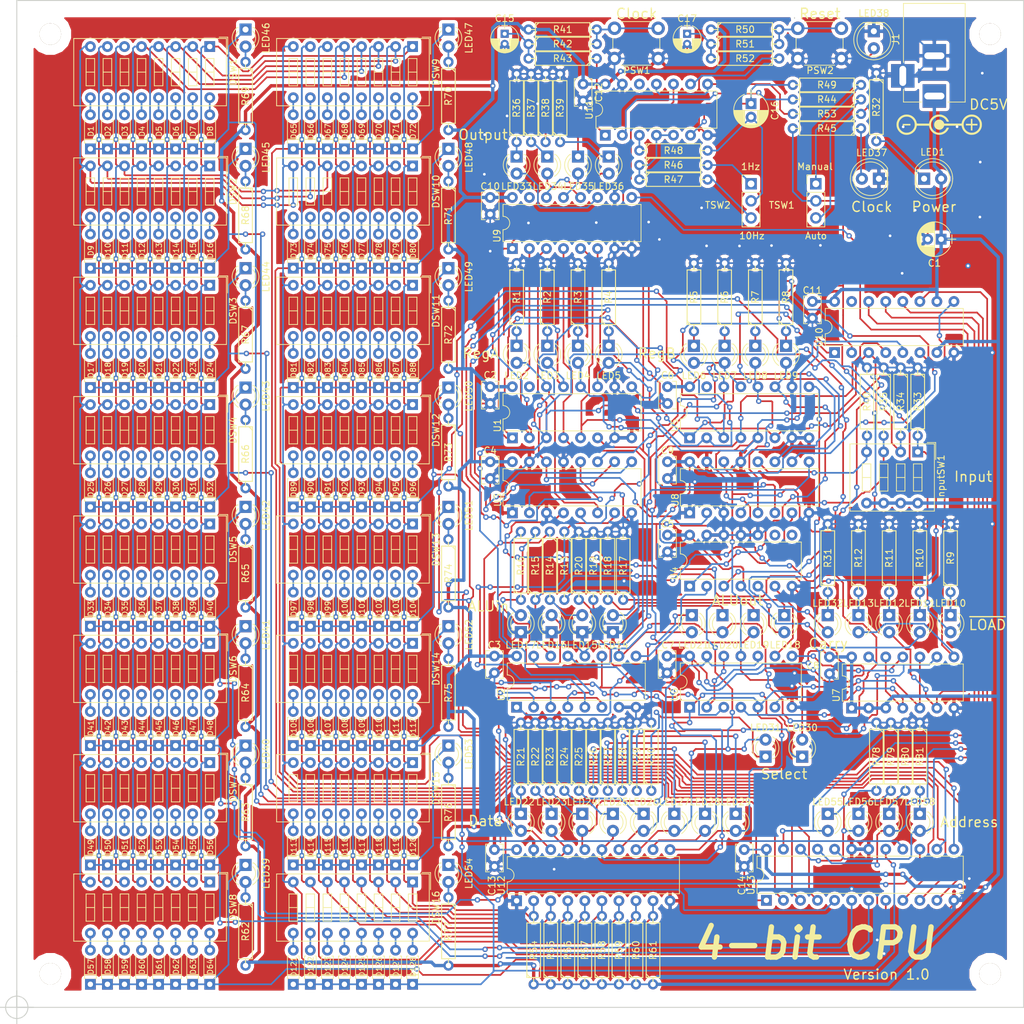
<source format=kicad_pcb>
(kicad_pcb (version 4) (host pcbnew 4.0.1-stable)
  (layers (0 F.Cu signal hide) (31 B.Cu signal hide) (34 B.Paste user) (35 F.Paste user) (36 B.SilkS user) (37 F.SilkS user) (38 B.Mask user) (39 F.Mask user) (44 Edge.Cuts user))
  (net 0 "")
  (net 1 +5V)
  (net 2 GND)
  (net 3 "Net-(C15-Pad1)")
  (net 4 "Net-(C16-Pad1)")
  (net 5 "Net-(C16-Pad2)")
  (net 6 "Net-(C17-Pad1)")
  (net 7 "Net-(D1-Pad1)")
  (net 8 "Net-(D1-Pad2)")
  (net 9 "Net-(D2-Pad2)")
  (net 10 "Net-(D3-Pad2)")
  (net 11 "Net-(D4-Pad2)")
  (net 12 "Net-(D5-Pad2)")
  (net 13 "Net-(D6-Pad2)")
  (net 14 "Net-(D7-Pad2)")
  (net 15 "Net-(D8-Pad2)")
  (net 16 "Net-(D10-Pad1)")
  (net 17 "Net-(D9-Pad2)")
  (net 18 "Net-(D10-Pad2)")
  (net 19 "Net-(D11-Pad2)")
  (net 20 "Net-(D12-Pad2)")
  (net 21 "Net-(D13-Pad2)")
  (net 22 "Net-(D14-Pad2)")
  (net 23 "Net-(D15-Pad2)")
  (net 24 "Net-(D16-Pad2)")
  (net 25 "Net-(D17-Pad1)")
  (net 26 "Net-(D17-Pad2)")
  (net 27 "Net-(D18-Pad2)")
  (net 28 "Net-(D19-Pad2)")
  (net 29 "Net-(D20-Pad2)")
  (net 30 "Net-(D21-Pad2)")
  (net 31 "Net-(D22-Pad2)")
  (net 32 "Net-(D23-Pad2)")
  (net 33 "Net-(D24-Pad2)")
  (net 34 "Net-(D25-Pad1)")
  (net 35 "Net-(D25-Pad2)")
  (net 36 "Net-(D26-Pad2)")
  (net 37 "Net-(D27-Pad2)")
  (net 38 "Net-(D28-Pad2)")
  (net 39 "Net-(D29-Pad2)")
  (net 40 "Net-(D30-Pad2)")
  (net 41 "Net-(D31-Pad2)")
  (net 42 "Net-(D32-Pad2)")
  (net 43 "Net-(D33-Pad1)")
  (net 44 "Net-(D33-Pad2)")
  (net 45 "Net-(D34-Pad2)")
  (net 46 "Net-(D35-Pad2)")
  (net 47 "Net-(D36-Pad2)")
  (net 48 "Net-(D37-Pad2)")
  (net 49 "Net-(D38-Pad2)")
  (net 50 "Net-(D39-Pad2)")
  (net 51 "Net-(D40-Pad2)")
  (net 52 "Net-(D41-Pad1)")
  (net 53 "Net-(D41-Pad2)")
  (net 54 "Net-(D42-Pad2)")
  (net 55 "Net-(D43-Pad2)")
  (net 56 "Net-(D44-Pad2)")
  (net 57 "Net-(D45-Pad2)")
  (net 58 "Net-(D46-Pad2)")
  (net 59 "Net-(D47-Pad2)")
  (net 60 "Net-(D48-Pad2)")
  (net 61 "Net-(D49-Pad1)")
  (net 62 "Net-(D49-Pad2)")
  (net 63 "Net-(D50-Pad2)")
  (net 64 "Net-(D51-Pad2)")
  (net 65 "Net-(D52-Pad2)")
  (net 66 "Net-(D53-Pad2)")
  (net 67 "Net-(D54-Pad2)")
  (net 68 "Net-(D55-Pad2)")
  (net 69 "Net-(D56-Pad2)")
  (net 70 "Net-(D57-Pad1)")
  (net 71 "Net-(D57-Pad2)")
  (net 72 "Net-(D58-Pad2)")
  (net 73 "Net-(D59-Pad2)")
  (net 74 "Net-(D60-Pad2)")
  (net 75 "Net-(D61-Pad2)")
  (net 76 "Net-(D62-Pad2)")
  (net 77 "Net-(D63-Pad2)")
  (net 78 "Net-(D64-Pad2)")
  (net 79 "Net-(D65-Pad1)")
  (net 80 "Net-(D65-Pad2)")
  (net 81 "Net-(D66-Pad2)")
  (net 82 "Net-(D67-Pad2)")
  (net 83 "Net-(D68-Pad2)")
  (net 84 "Net-(D69-Pad2)")
  (net 85 "Net-(D70-Pad2)")
  (net 86 "Net-(D71-Pad2)")
  (net 87 "Net-(D72-Pad2)")
  (net 88 "Net-(D73-Pad1)")
  (net 89 "Net-(D73-Pad2)")
  (net 90 "Net-(D74-Pad2)")
  (net 91 "Net-(D75-Pad2)")
  (net 92 "Net-(D76-Pad2)")
  (net 93 "Net-(D77-Pad2)")
  (net 94 "Net-(D78-Pad2)")
  (net 95 "Net-(D79-Pad2)")
  (net 96 "Net-(D80-Pad2)")
  (net 97 "Net-(D81-Pad1)")
  (net 98 "Net-(D81-Pad2)")
  (net 99 "Net-(D82-Pad2)")
  (net 100 "Net-(D83-Pad2)")
  (net 101 "Net-(D84-Pad2)")
  (net 102 "Net-(D85-Pad2)")
  (net 103 "Net-(D86-Pad2)")
  (net 104 "Net-(D87-Pad2)")
  (net 105 "Net-(D88-Pad2)")
  (net 106 "Net-(D89-Pad1)")
  (net 107 "Net-(D89-Pad2)")
  (net 108 "Net-(D90-Pad2)")
  (net 109 "Net-(D91-Pad2)")
  (net 110 "Net-(D92-Pad2)")
  (net 111 "Net-(D93-Pad2)")
  (net 112 "Net-(D94-Pad2)")
  (net 113 "Net-(D95-Pad2)")
  (net 114 "Net-(D96-Pad2)")
  (net 115 "Net-(D100-Pad1)")
  (net 116 "Net-(D97-Pad2)")
  (net 117 "Net-(D98-Pad2)")
  (net 118 "Net-(D99-Pad2)")
  (net 119 "Net-(D100-Pad2)")
  (net 120 "Net-(D101-Pad2)")
  (net 121 "Net-(D102-Pad2)")
  (net 122 "Net-(D103-Pad2)")
  (net 123 "Net-(D104-Pad2)")
  (net 124 "Net-(D105-Pad1)")
  (net 125 "Net-(D105-Pad2)")
  (net 126 "Net-(D106-Pad2)")
  (net 127 "Net-(D107-Pad2)")
  (net 128 "Net-(D108-Pad2)")
  (net 129 "Net-(D109-Pad2)")
  (net 130 "Net-(D110-Pad2)")
  (net 131 "Net-(D111-Pad2)")
  (net 132 "Net-(D112-Pad2)")
  (net 133 "Net-(D113-Pad1)")
  (net 134 "Net-(D113-Pad2)")
  (net 135 "Net-(D114-Pad2)")
  (net 136 "Net-(D115-Pad2)")
  (net 137 "Net-(D116-Pad2)")
  (net 138 "Net-(D117-Pad2)")
  (net 139 "Net-(D118-Pad2)")
  (net 140 "Net-(D119-Pad2)")
  (net 141 "Net-(D120-Pad2)")
  (net 142 "Net-(D121-Pad1)")
  (net 143 "Net-(D121-Pad2)")
  (net 144 "Net-(D122-Pad2)")
  (net 145 "Net-(D123-Pad2)")
  (net 146 "Net-(D124-Pad2)")
  (net 147 "Net-(D125-Pad2)")
  (net 148 "Net-(D126-Pad2)")
  (net 149 "Net-(D127-Pad2)")
  (net 150 "Net-(D128-Pad2)")
  (net 151 "Net-(DSW1-Pad1)")
  (net 152 "Net-(DSW1-Pad2)")
  (net 153 "Net-(DSW1-Pad3)")
  (net 154 "Net-(DSW1-Pad4)")
  (net 155 "Net-(DSW1-Pad5)")
  (net 156 "Net-(DSW1-Pad6)")
  (net 157 "Net-(DSW1-Pad7)")
  (net 158 "Net-(DSW1-Pad8)")
  (net 159 "Net-(InputSW1-Pad1)")
  (net 160 "Net-(InputSW1-Pad2)")
  (net 161 "Net-(InputSW1-Pad3)")
  (net 162 "Net-(InputSW1-Pad4)")
  (net 163 "Net-(LED1-Pad1)")
  (net 164 "Net-(LED33-Pad2)")
  (net 165 "Net-(LED34-Pad2)")
  (net 166 "Net-(LED35-Pad2)")
  (net 167 "Net-(LED36-Pad2)")
  (net 168 "Net-(LED37-Pad2)")
  (net 169 "Net-(LED38-Pad2)")
  (net 170 "Net-(LED39-Pad2)")
  (net 171 "Net-(LED40-Pad2)")
  (net 172 "Net-(LED41-Pad2)")
  (net 173 "Net-(LED42-Pad2)")
  (net 174 "Net-(LED43-Pad2)")
  (net 175 "Net-(LED44-Pad2)")
  (net 176 "Net-(LED45-Pad2)")
  (net 177 "Net-(LED46-Pad2)")
  (net 178 "Net-(LED47-Pad2)")
  (net 179 "Net-(LED48-Pad2)")
  (net 180 "Net-(LED49-Pad2)")
  (net 181 "Net-(LED50-Pad2)")
  (net 182 "Net-(LED51-Pad2)")
  (net 183 "Net-(LED52-Pad2)")
  (net 184 "Net-(LED53-Pad2)")
  (net 185 "Net-(LED54-Pad2)")
  (net 186 "Net-(PSW1-Pad2)")
  (net 187 "Net-(PSW2-Pad2)")
  (net 188 RegA0)
  (net 189 RegA1)
  (net 190 RegA2)
  (net 191 RegA3)
  (net 192 RegB0)
  (net 193 RegB1)
  (net 194 RegB2)
  (net 195 RegB3)
  (net 196 Regsel0)
  (net 197 Regsel1)
  (net 198 Regsel2)
  (net 199 Regsel3)
  (net 200 ALUin0)
  (net 201 ALUin1)
  (net 202 ALUin2)
  (net 203 ALUin3)
  (net 204 ALUout0)
  (net 205 ALUout1)
  (net 206 ALUout2)
  (net 207 ALUout3)
  (net 208 D0)
  (net 209 D1)
  (net 210 D4)
  (net 211 D5)
  (net 212 D6)
  (net 213 D7)
  (net 214 SelectA)
  (net 215 Carry)
  (net 216 "Net-(R44-Pad1)")
  (net 217 "Net-(R44-Pad2)")
  (net 218 /TD4_CLOCK/CLOCK)
  (net 219 "Net-(R46-Pad1)")
  (net 220 "Net-(R46-Pad2)")
  (net 221 "Net-(R47-Pad2)")
  (net 222 "Net-(R48-Pad1)")
  (net 223 "Net-(R49-Pad1)")
  (net 224 "Net-(R52-Pad1)")
  (net 225 "Net-(R53-Pad2)")
  (net 226 /TD4_CLOCK/~RESET)
  (net 227 "Net-(U1-Pad15)")
  (net 228 "Net-(U2-Pad9)")
  (net 229 "Net-(U4-Pad8)")
  (net 230 "Net-(U4-Pad9)")
  (net 231 "Net-(U4-Pad6)")
  (net 232 "Net-(U5-Pad15)")
  (net 233 "Net-(U6-Pad8)")
  (net 234 "Net-(U6-Pad4)")
  (net 235 "Net-(U9-Pad15)")
  (net 236 /TD4_ROM/A3)
  (net 237 /TD4_ROM/A2)
  (net 238 /TD4_ROM/A1)
  (net 239 /TD4_ROM/A0)
  (net 240 "Net-(U10-Pad15)")
  (net 241 "Net-(R43-Pad1)")
  (net 242 "Net-(U11-Pad12)")
  (net 243 "Net-(LED2-Pad1)")
  (net 244 "Net-(LED3-Pad1)")
  (net 245 "Net-(LED4-Pad1)")
  (net 246 "Net-(LED5-Pad1)")
  (net 247 "Net-(LED6-Pad1)")
  (net 248 "Net-(LED7-Pad1)")
  (net 249 "Net-(LED8-Pad1)")
  (net 250 "Net-(LED9-Pad1)")
  (net 251 "Net-(LED10-Pad1)")
  (net 252 "Net-(LED11-Pad1)")
  (net 253 "Net-(LED12-Pad1)")
  (net 254 "Net-(LED13-Pad1)")
  (net 255 "Net-(LED18-Pad1)")
  (net 256 "Net-(LED19-Pad1)")
  (net 257 "Net-(LED20-Pad1)")
  (net 258 "Net-(LED21-Pad1)")
  (net 259 "Net-(LED22-Pad1)")
  (net 260 "Net-(LED23-Pad1)")
  (net 261 "Net-(LED24-Pad1)")
  (net 262 "Net-(LED25-Pad1)")
  (net 263 "Net-(LED26-Pad1)")
  (net 264 "Net-(LED27-Pad1)")
  (net 265 "Net-(LED28-Pad1)")
  (net 266 "Net-(LED29-Pad1)")
  (net 267 "Net-(LED30-Pad1)")
  (net 268 "Net-(LED31-Pad1)")
  (net 269 "Net-(LED32-Pad1)")
  (net 270 "Net-(LED55-Pad1)")
  (net 271 "Net-(LED56-Pad1)")
  (net 272 "Net-(LED57-Pad1)")
  (net 273 "Net-(LED58-Pad1)")
  (net 274 "Net-(LED14-Pad2)")
  (net 275 "Net-(LED15-Pad2)")
  (net 276 "Net-(LED16-Pad2)")
  (net 277 "Net-(LED17-Pad2)")
  (net 278 "Net-(LED33-Pad1)")
  (net 279 "Net-(LED34-Pad1)")
  (net 280 "Net-(LED35-Pad1)")
  (net 281 "Net-(LED36-Pad1)")
  (net 282 D3)
  (net 283 D2)
  (module Pin_Headers:Pin_Header_Straight_1x03_Pitch2.54mm (layer F.Cu) (at 243.205 90.805)
    (fp_text reference TSW1 (at -5.08 3.175) (layer F.SilkS))
    (fp_text value SWITCH_INV)
    (pad 1 thru_hole rect (at 0 0) (size 1.7 1.7) (drill 1) (layers *.Cu *.Mask) (net 223 "Net-(R49-Pad1)"))
    (pad 2 thru_hole oval (at 0 2.54) (size 1.7 1.7) (drill 1) (layers *.Cu *.Mask) (net 218 /TD4_CLOCK/CLOCK))
    (pad 3 thru_hole oval (at 0 5.08) (size 1.7 1.7) (drill 1) (layers *.Cu *.Mask) (net 216 "Net-(R44-Pad1)"))
  )
  (module Discret:R4 (layer F.Cu) (at 210.058 147.701 90)
    (fp_text reference R19 (at 0 0 90) (layer F.SilkS))
    (fp_text value 1k)
    (pad 1 thru_hole circle (at -5.08 0 90) (size 1.524 1.524) (drill 0.8128) (layers *.Cu *.Mask) (net 257 "Net-(LED20-Pad1)"))
    (pad 2 thru_hole circle (at 5.08 0 90) (size 1.524 1.524) (drill 0.8128) (layers *.Cu *.Mask) (net 2 GND))
  )
  (module Discret:R4 (layer F.Cu) (at 207.899 147.701 90)
    (fp_text reference R20 (at 0 0 90) (layer F.SilkS))
    (fp_text value 1k)
    (pad 1 thru_hole circle (at -5.08 0 90) (size 1.524 1.524) (drill 0.8128) (layers *.Cu *.Mask) (net 258 "Net-(LED21-Pad1)"))
    (pad 2 thru_hole circle (at 5.08 0 90) (size 1.524 1.524) (drill 0.8128) (layers *.Cu *.Mask) (net 2 GND))
  )
  (module Capacitors_ThroughHole:CP_Radial_D5.0mm_P2.00mm (layer F.Cu) (at 261.874 99.06 180)
    (fp_text reference C1 (at 1 -3.56 180) (layer F.SilkS))
    (fp_text value 10u)
    (pad 1 thru_hole rect (at 0 0 180) (size 1.6 1.6) (drill 0.8) (layers *.Cu *.Mask) (net 1 +5V))
    (pad 2 thru_hole circle (at 2 0 180) (size 1.6 1.6) (drill 0.8) (layers *.Cu *.Mask) (net 2 GND))
  )
  (module Capacitors_ThroughHole:C_Rect_L4.0mm_W2.5mm_P2.50mm (layer F.Cu) (at 194.691 121.031 270)
    (fp_text reference C2 (at -1.7145 0 360) (layer F.SilkS))
    (fp_text value 0.1u)
    (pad 1 thru_hole circle (at 0 0 270) (size 1.6 1.6) (drill 0.8) (layers *.Cu *.Mask) (net 1 +5V))
    (pad 2 thru_hole circle (at 2.5 0 270) (size 1.6 1.6) (drill 0.8) (layers *.Cu *.Mask) (net 2 GND))
  )
  (module Capacitors_ThroughHole:C_Rect_L4.0mm_W2.5mm_P2.50mm (layer F.Cu) (at 195.326 161.163 270)
    (fp_text reference C3 (at -1.651 0 360) (layer F.SilkS))
    (fp_text value 0.1u)
    (pad 1 thru_hole circle (at 0 0 270) (size 1.6 1.6) (drill 0.8) (layers *.Cu *.Mask) (net 1 +5V))
    (pad 2 thru_hole circle (at 2.5 0 270) (size 1.6 1.6) (drill 0.8) (layers *.Cu *.Mask) (net 2 GND))
  )
  (module Capacitors_ThroughHole:C_Rect_L4.0mm_W2.5mm_P2.50mm (layer F.Cu) (at 194.691 132.207 270)
    (fp_text reference C4 (at -1.651 0 360) (layer F.SilkS))
    (fp_text value 0.1u)
    (pad 1 thru_hole circle (at 0 0 270) (size 1.6 1.6) (drill 0.8) (layers *.Cu *.Mask) (net 1 +5V))
    (pad 2 thru_hole circle (at 2.5 0 270) (size 1.6 1.6) (drill 0.8) (layers *.Cu *.Mask) (net 2 GND))
  )
  (module Capacitors_ThroughHole:C_Rect_L4.0mm_W2.5mm_P2.50mm (layer F.Cu) (at 221.107 143.129 270)
    (fp_text reference C5 (at -1.651 0 360) (layer F.SilkS))
    (fp_text value 0.1u)
    (pad 1 thru_hole circle (at 0 0 270) (size 1.6 1.6) (drill 0.8) (layers *.Cu *.Mask) (net 1 +5V))
    (pad 2 thru_hole circle (at 2.5 0 270) (size 1.6 1.6) (drill 0.8) (layers *.Cu *.Mask) (net 2 GND))
  )
  (module Capacitors_ThroughHole:C_Rect_L4.0mm_W2.5mm_P2.50mm (layer F.Cu) (at 221.107 121.031 270)
    (fp_text reference C6 (at -1.7145 0 360) (layer F.SilkS))
    (fp_text value 0.1u)
    (pad 1 thru_hole circle (at 0 0 270) (size 1.6 1.6) (drill 0.8) (layers *.Cu *.Mask) (net 1 +5V))
    (pad 2 thru_hole circle (at 2.5 0 270) (size 1.6 1.6) (drill 0.8) (layers *.Cu *.Mask) (net 2 GND))
  )
  (module Capacitors_ThroughHole:C_Rect_L4.0mm_W2.5mm_P2.50mm (layer F.Cu) (at 221.0435 161.163 270)
    (fp_text reference C7 (at -1.651 -0.127 360) (layer F.SilkS))
    (fp_text value 0.1u)
    (pad 1 thru_hole circle (at 0 0 270) (size 1.6 1.6) (drill 0.8) (layers *.Cu *.Mask) (net 1 +5V))
    (pad 2 thru_hole circle (at 2.5 0 270) (size 1.6 1.6) (drill 0.8) (layers *.Cu *.Mask) (net 2 GND))
  )
  (module Capacitors_ThroughHole:C_Rect_L4.0mm_W2.5mm_P2.50mm (layer F.Cu) (at 245.237 161.29 270)
    (fp_text reference C8 (at 1.30302 2.4638 360) (layer F.SilkS))
    (fp_text value 0.1u)
    (pad 1 thru_hole circle (at 0 0 270) (size 1.6 1.6) (drill 0.8) (layers *.Cu *.Mask) (net 1 +5V))
    (pad 2 thru_hole circle (at 2.5 0 270) (size 1.6 1.6) (drill 0.8) (layers *.Cu *.Mask) (net 2 GND))
  )
  (module Capacitors_ThroughHole:C_Rect_L4.0mm_W2.5mm_P2.50mm (layer F.Cu) (at 221.107 132.207 270)
    (fp_text reference C9 (at -1.651 0 360) (layer F.SilkS))
    (fp_text value 0.1u)
    (pad 1 thru_hole circle (at 0 0 270) (size 1.6 1.6) (drill 0.8) (layers *.Cu *.Mask) (net 1 +5V))
    (pad 2 thru_hole circle (at 2.5 0 270) (size 1.6 1.6) (drill 0.8) (layers *.Cu *.Mask) (net 2 GND))
  )
  (module Capacitors_ThroughHole:C_Rect_L4.0mm_W2.5mm_P2.50mm (layer F.Cu) (at 194.691 92.837 270)
    (fp_text reference C10 (at -1.651 0 360) (layer F.SilkS))
    (fp_text value 0.1u)
    (pad 1 thru_hole circle (at 0 0 270) (size 1.6 1.6) (drill 0.8) (layers *.Cu *.Mask) (net 1 +5V))
    (pad 2 thru_hole circle (at 2.5 0 270) (size 1.6 1.6) (drill 0.8) (layers *.Cu *.Mask) (net 2 GND))
  )
  (module Capacitors_ThroughHole:C_Rect_L4.0mm_W2.5mm_P2.50mm (layer F.Cu) (at 242.697 108.331 270)
    (fp_text reference C11 (at -1.651 0 360) (layer F.SilkS))
    (fp_text value 0.1u)
    (pad 1 thru_hole circle (at 0 0 270) (size 1.6 1.6) (drill 0.8) (layers *.Cu *.Mask) (net 1 +5V))
    (pad 2 thru_hole circle (at 2.5 0 270) (size 1.6 1.6) (drill 0.8) (layers *.Cu *.Mask) (net 2 GND))
  )
  (module Capacitors_ThroughHole:C_Rect_L4.0mm_W2.5mm_P2.50mm (layer F.Cu) (at 208.534 75.946 270)
    (fp_text reference C12 (at 1.25 -2.31 270) (layer F.SilkS))
    (fp_text value 0.1u)
    (pad 1 thru_hole circle (at 0 0 270) (size 1.6 1.6) (drill 0.8) (layers *.Cu *.Mask) (net 1 +5V))
    (pad 2 thru_hole circle (at 2.5 0 270) (size 1.6 1.6) (drill 0.8) (layers *.Cu *.Mask) (net 2 GND))
  )
  (module Capacitors_ThroughHole:C_Rect_L4.0mm_W2.5mm_P2.50mm (layer F.Cu) (at 195.326 189.992 270)
    (fp_text reference C13 (at 5.334 0.381 450) (layer F.SilkS))
    (fp_text value 0.1u)
    (pad 1 thru_hole circle (at 0 0 270) (size 1.6 1.6) (drill 0.8) (layers *.Cu *.Mask) (net 1 +5V))
    (pad 2 thru_hole circle (at 2.5 0 270) (size 1.6 1.6) (drill 0.8) (layers *.Cu *.Mask) (net 2 GND))
  )
  (module Capacitors_ThroughHole:C_Rect_L4.0mm_W2.5mm_P2.50mm (layer F.Cu) (at 232.537 189.992 270)
    (fp_text reference C14 (at 5.334 0.381 450) (layer F.SilkS))
    (fp_text value 0.1u)
    (pad 1 thru_hole circle (at 0 0 270) (size 1.6 1.6) (drill 0.8) (layers *.Cu *.Mask) (net 1 +5V))
    (pad 2 thru_hole circle (at 2.5 0 270) (size 1.6 1.6) (drill 0.8) (layers *.Cu *.Mask) (net 2 GND))
  )
  (module Capacitors_ThroughHole:CP_Radial_D4.0mm_P1.50mm (layer F.Cu) (at 196.85 68.453 270)
    (fp_text reference C15 (at -2.286 0 360) (layer F.SilkS))
    (fp_text value 10u)
    (pad 1 thru_hole rect (at 0 0 270) (size 1.2 1.2) (drill 0.6) (layers *.Cu *.Mask) (net 3 "Net-(C15-Pad1)"))
    (pad 2 thru_hole circle (at 1.5 0 270) (size 1.2 1.2) (drill 0.6) (layers *.Cu *.Mask) (net 2 GND))
  )
  (module Capacitors_ThroughHole:CP_Radial_D5.0mm_P2.00mm (layer F.Cu) (at 233.553 78.867 270)
    (fp_text reference C16 (at 1 -3.56 270) (layer F.SilkS))
    (fp_text value 10u)
    (pad 1 thru_hole rect (at 0 0 270) (size 1.6 1.6) (drill 0.8) (layers *.Cu *.Mask) (net 4 "Net-(C16-Pad1)"))
    (pad 2 thru_hole circle (at 2 0 270) (size 1.6 1.6) (drill 0.8) (layers *.Cu *.Mask) (net 5 "Net-(C16-Pad2)"))
  )
  (module Capacitors_ThroughHole:CP_Radial_D4.0mm_P1.50mm (layer F.Cu) (at 224.028 68.453 270)
    (fp_text reference C17 (at -2.286 0 360) (layer F.SilkS))
    (fp_text value 10u)
    (pad 1 thru_hole rect (at 0 0 270) (size 1.2 1.2) (drill 0.6) (layers *.Cu *.Mask) (net 6 "Net-(C17-Pad1)"))
    (pad 2 thru_hole circle (at 1.5 0 270) (size 1.2 1.2) (drill 0.6) (layers *.Cu *.Mask) (net 2 GND))
  )
  (module original:1S4 (layer F.Cu) (at 135.128 85.598 90)
    (fp_text reference D1 (at 2.6162 0.0762 90) (layer F.SilkS) (effects (font (size 0.8 0.8) (thickness 0.125))))
    (fp_text value D)
    (pad 1 thru_hole rect (at 0 0 90) (size 1.6 1.6) (drill 0.8) (layers *.Cu *.Mask) (net 7 "Net-(D1-Pad1)"))
    (pad 2 thru_hole oval (at 5.08 0 90) (size 1.6 1.6) (drill 0.8) (layers *.Cu *.Mask) (net 8 "Net-(D1-Pad2)"))
  )
  (module original:1S4 (layer F.Cu) (at 137.668 85.598 90)
    (fp_text reference D2 (at 2.6162 0.0762 90) (layer F.SilkS) (effects (font (size 0.8 0.8) (thickness 0.125))))
    (fp_text value D)
    (pad 1 thru_hole rect (at 0 0 90) (size 1.6 1.6) (drill 0.8) (layers *.Cu *.Mask) (net 7 "Net-(D1-Pad1)"))
    (pad 2 thru_hole oval (at 5.08 0 90) (size 1.6 1.6) (drill 0.8) (layers *.Cu *.Mask) (net 9 "Net-(D2-Pad2)"))
  )
  (module original:1S4 (layer F.Cu) (at 140.208 85.598 90)
    (fp_text reference D3 (at 2.6162 0.0762 90) (layer F.SilkS) (effects (font (size 0.8 0.8) (thickness 0.125))))
    (fp_text value D)
    (pad 1 thru_hole rect (at 0 0 90) (size 1.6 1.6) (drill 0.8) (layers *.Cu *.Mask) (net 7 "Net-(D1-Pad1)"))
    (pad 2 thru_hole oval (at 5.08 0 90) (size 1.6 1.6) (drill 0.8) (layers *.Cu *.Mask) (net 10 "Net-(D3-Pad2)"))
  )
  (module original:1S4 (layer F.Cu) (at 142.748 85.598 90)
    (fp_text reference D4 (at 2.6162 0.0762 90) (layer F.SilkS) (effects (font (size 0.8 0.8) (thickness 0.125))))
    (fp_text value D)
    (pad 1 thru_hole rect (at 0 0 90) (size 1.6 1.6) (drill 0.8) (layers *.Cu *.Mask) (net 7 "Net-(D1-Pad1)"))
    (pad 2 thru_hole oval (at 5.08 0 90) (size 1.6 1.6) (drill 0.8) (layers *.Cu *.Mask) (net 11 "Net-(D4-Pad2)"))
  )
  (module original:1S4 (layer F.Cu) (at 145.288 85.598 90)
    (fp_text reference D5 (at 2.6162 0.0762 90) (layer F.SilkS) (effects (font (size 0.8 0.8) (thickness 0.125))))
    (fp_text value D)
    (pad 1 thru_hole rect (at 0 0 90) (size 1.6 1.6) (drill 0.8) (layers *.Cu *.Mask) (net 7 "Net-(D1-Pad1)"))
    (pad 2 thru_hole oval (at 5.08 0 90) (size 1.6 1.6) (drill 0.8) (layers *.Cu *.Mask) (net 12 "Net-(D5-Pad2)"))
  )
  (module original:1S4 (layer F.Cu) (at 147.828 85.598 90)
    (fp_text reference D6 (at 2.6162 0.0762 90) (layer F.SilkS) (effects (font (size 0.8 0.8) (thickness 0.125))))
    (fp_text value D)
    (pad 1 thru_hole rect (at 0 0 90) (size 1.6 1.6) (drill 0.8) (layers *.Cu *.Mask) (net 7 "Net-(D1-Pad1)"))
    (pad 2 thru_hole oval (at 5.08 0 90) (size 1.6 1.6) (drill 0.8) (layers *.Cu *.Mask) (net 13 "Net-(D6-Pad2)"))
  )
  (module original:1S4 (layer F.Cu) (at 150.368 85.598 90)
    (fp_text reference D7 (at 2.6162 0.0762 90) (layer F.SilkS) (effects (font (size 0.8 0.8) (thickness 0.125))))
    (fp_text value D)
    (pad 1 thru_hole rect (at 0 0 90) (size 1.6 1.6) (drill 0.8) (layers *.Cu *.Mask) (net 7 "Net-(D1-Pad1)"))
    (pad 2 thru_hole oval (at 5.08 0 90) (size 1.6 1.6) (drill 0.8) (layers *.Cu *.Mask) (net 14 "Net-(D7-Pad2)"))
  )
  (module original:1S4 (layer F.Cu) (at 152.908 85.598 90)
    (fp_text reference D8 (at 2.6162 0.0762 90) (layer F.SilkS) (effects (font (size 0.8 0.8) (thickness 0.125))))
    (fp_text value D)
    (pad 1 thru_hole rect (at 0 0 90) (size 1.6 1.6) (drill 0.8) (layers *.Cu *.Mask) (net 7 "Net-(D1-Pad1)"))
    (pad 2 thru_hole oval (at 5.08 0 90) (size 1.6 1.6) (drill 0.8) (layers *.Cu *.Mask) (net 15 "Net-(D8-Pad2)"))
  )
  (module original:1S4 (layer F.Cu) (at 135.128 103.378 90)
    (fp_text reference D9 (at 2.6162 0.0762 90) (layer F.SilkS) (effects (font (size 0.8 0.8) (thickness 0.125))))
    (fp_text value D)
    (pad 1 thru_hole rect (at 0 0 90) (size 1.6 1.6) (drill 0.8) (layers *.Cu *.Mask) (net 16 "Net-(D10-Pad1)"))
    (pad 2 thru_hole oval (at 5.08 0 90) (size 1.6 1.6) (drill 0.8) (layers *.Cu *.Mask) (net 17 "Net-(D9-Pad2)"))
  )
  (module original:1S4 (layer F.Cu) (at 137.668 103.378 90)
    (fp_text reference D10 (at 2.6162 0.0762 90) (layer F.SilkS) (effects (font (size 0.8 0.8) (thickness 0.125))))
    (fp_text value D)
    (pad 1 thru_hole rect (at 0 0 90) (size 1.6 1.6) (drill 0.8) (layers *.Cu *.Mask) (net 16 "Net-(D10-Pad1)"))
    (pad 2 thru_hole oval (at 5.08 0 90) (size 1.6 1.6) (drill 0.8) (layers *.Cu *.Mask) (net 18 "Net-(D10-Pad2)"))
  )
  (module original:1S4 (layer F.Cu) (at 140.208 103.378 90)
    (fp_text reference D11 (at 2.6162 0.0762 90) (layer F.SilkS) (effects (font (size 0.8 0.8) (thickness 0.125))))
    (fp_text value D)
    (pad 1 thru_hole rect (at 0 0 90) (size 1.6 1.6) (drill 0.8) (layers *.Cu *.Mask) (net 16 "Net-(D10-Pad1)"))
    (pad 2 thru_hole oval (at 5.08 0 90) (size 1.6 1.6) (drill 0.8) (layers *.Cu *.Mask) (net 19 "Net-(D11-Pad2)"))
  )
  (module original:1S4 (layer F.Cu) (at 142.748 103.378 90)
    (fp_text reference D12 (at 2.6162 0.0762 90) (layer F.SilkS) (effects (font (size 0.8 0.8) (thickness 0.125))))
    (fp_text value D)
    (pad 1 thru_hole rect (at 0 0 90) (size 1.6 1.6) (drill 0.8) (layers *.Cu *.Mask) (net 16 "Net-(D10-Pad1)"))
    (pad 2 thru_hole oval (at 5.08 0 90) (size 1.6 1.6) (drill 0.8) (layers *.Cu *.Mask) (net 20 "Net-(D12-Pad2)"))
  )
  (module original:1S4 (layer F.Cu) (at 145.288 103.378 90)
    (fp_text reference D13 (at 2.6162 0.0762 90) (layer F.SilkS) (effects (font (size 0.8 0.8) (thickness 0.125))))
    (fp_text value D)
    (pad 1 thru_hole rect (at 0 0 90) (size 1.6 1.6) (drill 0.8) (layers *.Cu *.Mask) (net 16 "Net-(D10-Pad1)"))
    (pad 2 thru_hole oval (at 5.08 0 90) (size 1.6 1.6) (drill 0.8) (layers *.Cu *.Mask) (net 21 "Net-(D13-Pad2)"))
  )
  (module original:1S4 (layer F.Cu) (at 147.828 103.378 90)
    (fp_text reference D14 (at 2.6162 0.0762 90) (layer F.SilkS) (effects (font (size 0.8 0.8) (thickness 0.125))))
    (fp_text value D)
    (pad 1 thru_hole rect (at 0 0 90) (size 1.6 1.6) (drill 0.8) (layers *.Cu *.Mask) (net 16 "Net-(D10-Pad1)"))
    (pad 2 thru_hole oval (at 5.08 0 90) (size 1.6 1.6) (drill 0.8) (layers *.Cu *.Mask) (net 22 "Net-(D14-Pad2)"))
  )
  (module original:1S4 (layer F.Cu) (at 150.368 103.378 90)
    (fp_text reference D15 (at 2.6162 0.0762 90) (layer F.SilkS) (effects (font (size 0.8 0.8) (thickness 0.125))))
    (fp_text value D)
    (pad 1 thru_hole rect (at 0 0 90) (size 1.6 1.6) (drill 0.8) (layers *.Cu *.Mask) (net 16 "Net-(D10-Pad1)"))
    (pad 2 thru_hole oval (at 5.08 0 90) (size 1.6 1.6) (drill 0.8) (layers *.Cu *.Mask) (net 23 "Net-(D15-Pad2)"))
  )
  (module original:1S4 (layer F.Cu) (at 152.908 103.378 90)
    (fp_text reference D16 (at 2.6162 0.0762 90) (layer F.SilkS) (effects (font (size 0.8 0.8) (thickness 0.125))))
    (fp_text value D)
    (pad 1 thru_hole rect (at 0 0 90) (size 1.6 1.6) (drill 0.8) (layers *.Cu *.Mask) (net 16 "Net-(D10-Pad1)"))
    (pad 2 thru_hole oval (at 5.08 0 90) (size 1.6 1.6) (drill 0.8) (layers *.Cu *.Mask) (net 24 "Net-(D16-Pad2)"))
  )
  (module original:1S4 (layer F.Cu) (at 135.128 121.158 90)
    (fp_text reference D17 (at 2.6162 0.0762 90) (layer F.SilkS) (effects (font (size 0.8 0.8) (thickness 0.125))))
    (fp_text value D)
    (pad 1 thru_hole rect (at 0 0 90) (size 1.6 1.6) (drill 0.8) (layers *.Cu *.Mask) (net 25 "Net-(D17-Pad1)"))
    (pad 2 thru_hole oval (at 5.08 0 90) (size 1.6 1.6) (drill 0.8) (layers *.Cu *.Mask) (net 26 "Net-(D17-Pad2)"))
  )
  (module original:1S4 (layer F.Cu) (at 137.668 121.158 90)
    (fp_text reference D18 (at 2.6162 0.0762 90) (layer F.SilkS) (effects (font (size 0.8 0.8) (thickness 0.125))))
    (fp_text value D)
    (pad 1 thru_hole rect (at 0 0 90) (size 1.6 1.6) (drill 0.8) (layers *.Cu *.Mask) (net 25 "Net-(D17-Pad1)"))
    (pad 2 thru_hole oval (at 5.08 0 90) (size 1.6 1.6) (drill 0.8) (layers *.Cu *.Mask) (net 27 "Net-(D18-Pad2)"))
  )
  (module original:1S4 (layer F.Cu) (at 140.208 121.158 90)
    (fp_text reference D19 (at 2.6162 0.0762 90) (layer F.SilkS) (effects (font (size 0.8 0.8) (thickness 0.125))))
    (fp_text value D)
    (pad 1 thru_hole rect (at 0 0 90) (size 1.6 1.6) (drill 0.8) (layers *.Cu *.Mask) (net 25 "Net-(D17-Pad1)"))
    (pad 2 thru_hole oval (at 5.08 0 90) (size 1.6 1.6) (drill 0.8) (layers *.Cu *.Mask) (net 28 "Net-(D19-Pad2)"))
  )
  (module original:1S4 (layer F.Cu) (at 142.748 121.158 90)
    (fp_text reference D20 (at 2.6162 0.0762 90) (layer F.SilkS) (effects (font (size 0.8 0.8) (thickness 0.125))))
    (fp_text value D)
    (pad 1 thru_hole rect (at 0 0 90) (size 1.6 1.6) (drill 0.8) (layers *.Cu *.Mask) (net 25 "Net-(D17-Pad1)"))
    (pad 2 thru_hole oval (at 5.08 0 90) (size 1.6 1.6) (drill 0.8) (layers *.Cu *.Mask) (net 29 "Net-(D20-Pad2)"))
  )
  (module original:1S4 (layer F.Cu) (at 145.288 121.158 90)
    (fp_text reference D21 (at 2.6162 0.0762 90) (layer F.SilkS) (effects (font (size 0.8 0.8) (thickness 0.125))))
    (fp_text value D)
    (pad 1 thru_hole rect (at 0 0 90) (size 1.6 1.6) (drill 0.8) (layers *.Cu *.Mask) (net 25 "Net-(D17-Pad1)"))
    (pad 2 thru_hole oval (at 5.08 0 90) (size 1.6 1.6) (drill 0.8) (layers *.Cu *.Mask) (net 30 "Net-(D21-Pad2)"))
  )
  (module original:1S4 (layer F.Cu) (at 147.828 121.158 90)
    (fp_text reference D22 (at 2.6162 0.0762 90) (layer F.SilkS) (effects (font (size 0.8 0.8) (thickness 0.125))))
    (fp_text value D)
    (pad 1 thru_hole rect (at 0 0 90) (size 1.6 1.6) (drill 0.8) (layers *.Cu *.Mask) (net 25 "Net-(D17-Pad1)"))
    (pad 2 thru_hole oval (at 5.08 0 90) (size 1.6 1.6) (drill 0.8) (layers *.Cu *.Mask) (net 31 "Net-(D22-Pad2)"))
  )
  (module original:1S4 (layer F.Cu) (at 150.368 121.158 90)
    (fp_text reference D23 (at 2.6162 0.0762 90) (layer F.SilkS) (effects (font (size 0.8 0.8) (thickness 0.125))))
    (fp_text value D)
    (pad 1 thru_hole rect (at 0 0 90) (size 1.6 1.6) (drill 0.8) (layers *.Cu *.Mask) (net 25 "Net-(D17-Pad1)"))
    (pad 2 thru_hole oval (at 5.08 0 90) (size 1.6 1.6) (drill 0.8) (layers *.Cu *.Mask) (net 32 "Net-(D23-Pad2)"))
  )
  (module original:1S4 (layer F.Cu) (at 152.908 121.158 90)
    (fp_text reference D24 (at 2.6162 0.0762 90) (layer F.SilkS) (effects (font (size 0.8 0.8) (thickness 0.125))))
    (fp_text value D)
    (pad 1 thru_hole rect (at 0 0 90) (size 1.6 1.6) (drill 0.8) (layers *.Cu *.Mask) (net 25 "Net-(D17-Pad1)"))
    (pad 2 thru_hole oval (at 5.08 0 90) (size 1.6 1.6) (drill 0.8) (layers *.Cu *.Mask) (net 33 "Net-(D24-Pad2)"))
  )
  (module original:1S4 (layer F.Cu) (at 135.128 138.938 90)
    (fp_text reference D25 (at 2.6162 0.0762 90) (layer F.SilkS) (effects (font (size 0.8 0.8) (thickness 0.125))))
    (fp_text value D)
    (pad 1 thru_hole rect (at 0 0 90) (size 1.6 1.6) (drill 0.8) (layers *.Cu *.Mask) (net 34 "Net-(D25-Pad1)"))
    (pad 2 thru_hole oval (at 5.08 0 90) (size 1.6 1.6) (drill 0.8) (layers *.Cu *.Mask) (net 35 "Net-(D25-Pad2)"))
  )
  (module original:1S4 (layer F.Cu) (at 137.668 138.938 90)
    (fp_text reference D26 (at 2.6162 0.0762 90) (layer F.SilkS) (effects (font (size 0.8 0.8) (thickness 0.125))))
    (fp_text value D)
    (pad 1 thru_hole rect (at 0 0 90) (size 1.6 1.6) (drill 0.8) (layers *.Cu *.Mask) (net 34 "Net-(D25-Pad1)"))
    (pad 2 thru_hole oval (at 5.08 0 90) (size 1.6 1.6) (drill 0.8) (layers *.Cu *.Mask) (net 36 "Net-(D26-Pad2)"))
  )
  (module original:1S4 (layer F.Cu) (at 140.208 138.938 90)
    (fp_text reference D27 (at 2.6162 0.0762 90) (layer F.SilkS) (effects (font (size 0.8 0.8) (thickness 0.125))))
    (fp_text value D)
    (pad 1 thru_hole rect (at 0 0 90) (size 1.6 1.6) (drill 0.8) (layers *.Cu *.Mask) (net 34 "Net-(D25-Pad1)"))
    (pad 2 thru_hole oval (at 5.08 0 90) (size 1.6 1.6) (drill 0.8) (layers *.Cu *.Mask) (net 37 "Net-(D27-Pad2)"))
  )
  (module original:1S4 (layer F.Cu) (at 142.748 138.938 90)
    (fp_text reference D28 (at 2.6162 0.0762 90) (layer F.SilkS) (effects (font (size 0.8 0.8) (thickness 0.125))))
    (fp_text value D)
    (pad 1 thru_hole rect (at 0 0 90) (size 1.6 1.6) (drill 0.8) (layers *.Cu *.Mask) (net 34 "Net-(D25-Pad1)"))
    (pad 2 thru_hole oval (at 5.08 0 90) (size 1.6 1.6) (drill 0.8) (layers *.Cu *.Mask) (net 38 "Net-(D28-Pad2)"))
  )
  (module original:1S4 (layer F.Cu) (at 145.288 138.938 90)
    (fp_text reference D29 (at 2.6162 0.0762 90) (layer F.SilkS) (effects (font (size 0.8 0.8) (thickness 0.125))))
    (fp_text value D)
    (pad 1 thru_hole rect (at 0 0 90) (size 1.6 1.6) (drill 0.8) (layers *.Cu *.Mask) (net 34 "Net-(D25-Pad1)"))
    (pad 2 thru_hole oval (at 5.08 0 90) (size 1.6 1.6) (drill 0.8) (layers *.Cu *.Mask) (net 39 "Net-(D29-Pad2)"))
  )
  (module original:1S4 (layer F.Cu) (at 147.828 138.938 90)
    (fp_text reference D30 (at 2.6162 0.0762 90) (layer F.SilkS) (effects (font (size 0.8 0.8) (thickness 0.125))))
    (fp_text value D)
    (pad 1 thru_hole rect (at 0 0 90) (size 1.6 1.6) (drill 0.8) (layers *.Cu *.Mask) (net 34 "Net-(D25-Pad1)"))
    (pad 2 thru_hole oval (at 5.08 0 90) (size 1.6 1.6) (drill 0.8) (layers *.Cu *.Mask) (net 40 "Net-(D30-Pad2)"))
  )
  (module original:1S4 (layer F.Cu) (at 150.368 138.938 90)
    (fp_text reference D31 (at 2.6162 0.0762 90) (layer F.SilkS) (effects (font (size 0.8 0.8) (thickness 0.125))))
    (fp_text value D)
    (pad 1 thru_hole rect (at 0 0 90) (size 1.6 1.6) (drill 0.8) (layers *.Cu *.Mask) (net 34 "Net-(D25-Pad1)"))
    (pad 2 thru_hole oval (at 5.08 0 90) (size 1.6 1.6) (drill 0.8) (layers *.Cu *.Mask) (net 41 "Net-(D31-Pad2)"))
  )
  (module original:1S4 (layer F.Cu) (at 152.908 138.938 90)
    (fp_text reference D32 (at 2.6162 0.0762 90) (layer F.SilkS) (effects (font (size 0.8 0.8) (thickness 0.125))))
    (fp_text value D)
    (pad 1 thru_hole rect (at 0 0 90) (size 1.6 1.6) (drill 0.8) (layers *.Cu *.Mask) (net 34 "Net-(D25-Pad1)"))
    (pad 2 thru_hole oval (at 5.08 0 90) (size 1.6 1.6) (drill 0.8) (layers *.Cu *.Mask) (net 42 "Net-(D32-Pad2)"))
  )
  (module original:1S4 (layer F.Cu) (at 135.128 156.718 90)
    (fp_text reference D33 (at 2.6162 0.0762 90) (layer F.SilkS) (effects (font (size 0.8 0.8) (thickness 0.125))))
    (fp_text value D)
    (pad 1 thru_hole rect (at 0 0 90) (size 1.6 1.6) (drill 0.8) (layers *.Cu *.Mask) (net 43 "Net-(D33-Pad1)"))
    (pad 2 thru_hole oval (at 5.08 0 90) (size 1.6 1.6) (drill 0.8) (layers *.Cu *.Mask) (net 44 "Net-(D33-Pad2)"))
  )
  (module original:1S4 (layer F.Cu) (at 137.668 156.718 90)
    (fp_text reference D34 (at 2.6162 0.0762 90) (layer F.SilkS) (effects (font (size 0.8 0.8) (thickness 0.125))))
    (fp_text value D)
    (pad 1 thru_hole rect (at 0 0 90) (size 1.6 1.6) (drill 0.8) (layers *.Cu *.Mask) (net 43 "Net-(D33-Pad1)"))
    (pad 2 thru_hole oval (at 5.08 0 90) (size 1.6 1.6) (drill 0.8) (layers *.Cu *.Mask) (net 45 "Net-(D34-Pad2)"))
  )
  (module original:1S4 (layer F.Cu) (at 140.208 156.718 90)
    (fp_text reference D35 (at 2.6162 0.0762 90) (layer F.SilkS) (effects (font (size 0.8 0.8) (thickness 0.125))))
    (fp_text value D)
    (pad 1 thru_hole rect (at 0 0 90) (size 1.6 1.6) (drill 0.8) (layers *.Cu *.Mask) (net 43 "Net-(D33-Pad1)"))
    (pad 2 thru_hole oval (at 5.08 0 90) (size 1.6 1.6) (drill 0.8) (layers *.Cu *.Mask) (net 46 "Net-(D35-Pad2)"))
  )
  (module original:1S4 (layer F.Cu) (at 142.748 156.718 90)
    (fp_text reference D36 (at 2.6162 0.0762 90) (layer F.SilkS) (effects (font (size 0.8 0.8) (thickness 0.125))))
    (fp_text value D)
    (pad 1 thru_hole rect (at 0 0 90) (size 1.6 1.6) (drill 0.8) (layers *.Cu *.Mask) (net 43 "Net-(D33-Pad1)"))
    (pad 2 thru_hole oval (at 5.08 0 90) (size 1.6 1.6) (drill 0.8) (layers *.Cu *.Mask) (net 47 "Net-(D36-Pad2)"))
  )
  (module original:1S4 (layer F.Cu) (at 145.288 156.718 90)
    (fp_text reference D37 (at 2.6162 0.0762 90) (layer F.SilkS) (effects (font (size 0.8 0.8) (thickness 0.125))))
    (fp_text value D)
    (pad 1 thru_hole rect (at 0 0 90) (size 1.6 1.6) (drill 0.8) (layers *.Cu *.Mask) (net 43 "Net-(D33-Pad1)"))
    (pad 2 thru_hole oval (at 5.08 0 90) (size 1.6 1.6) (drill 0.8) (layers *.Cu *.Mask) (net 48 "Net-(D37-Pad2)"))
  )
  (module original:1S4 (layer F.Cu) (at 147.828 156.718 90)
    (fp_text reference D38 (at 2.6162 0.0762 90) (layer F.SilkS) (effects (font (size 0.8 0.8) (thickness 0.125))))
    (fp_text value D)
    (pad 1 thru_hole rect (at 0 0 90) (size 1.6 1.6) (drill 0.8) (layers *.Cu *.Mask) (net 43 "Net-(D33-Pad1)"))
    (pad 2 thru_hole oval (at 5.08 0 90) (size 1.6 1.6) (drill 0.8) (layers *.Cu *.Mask) (net 49 "Net-(D38-Pad2)"))
  )
  (module original:1S4 (layer F.Cu) (at 150.368 156.718 90)
    (fp_text reference D39 (at 2.6162 0.0762 90) (layer F.SilkS) (effects (font (size 0.8 0.8) (thickness 0.125))))
    (fp_text value D)
    (pad 1 thru_hole rect (at 0 0 90) (size 1.6 1.6) (drill 0.8) (layers *.Cu *.Mask) (net 43 "Net-(D33-Pad1)"))
    (pad 2 thru_hole oval (at 5.08 0 90) (size 1.6 1.6) (drill 0.8) (layers *.Cu *.Mask) (net 50 "Net-(D39-Pad2)"))
  )
  (module original:1S4 (layer F.Cu) (at 152.908 156.718 90)
    (fp_text reference D40 (at 2.6162 0.0762 90) (layer F.SilkS) (effects (font (size 0.8 0.8) (thickness 0.125))))
    (fp_text value D)
    (pad 1 thru_hole rect (at 0 0 90) (size 1.6 1.6) (drill 0.8) (layers *.Cu *.Mask) (net 43 "Net-(D33-Pad1)"))
    (pad 2 thru_hole oval (at 5.08 0 90) (size 1.6 1.6) (drill 0.8) (layers *.Cu *.Mask) (net 51 "Net-(D40-Pad2)"))
  )
  (module original:1S4 (layer F.Cu) (at 135.128 174.498 90)
    (fp_text reference D41 (at 2.6162 0.0762 90) (layer F.SilkS) (effects (font (size 0.8 0.8) (thickness 0.125))))
    (fp_text value D)
    (pad 1 thru_hole rect (at 0 0 90) (size 1.6 1.6) (drill 0.8) (layers *.Cu *.Mask) (net 52 "Net-(D41-Pad1)"))
    (pad 2 thru_hole oval (at 5.08 0 90) (size 1.6 1.6) (drill 0.8) (layers *.Cu *.Mask) (net 53 "Net-(D41-Pad2)"))
  )
  (module original:1S4 (layer F.Cu) (at 137.668 174.498 90)
    (fp_text reference D42 (at 2.6162 0.0762 90) (layer F.SilkS) (effects (font (size 0.8 0.8) (thickness 0.125))))
    (fp_text value D)
    (pad 1 thru_hole rect (at 0 0 90) (size 1.6 1.6) (drill 0.8) (layers *.Cu *.Mask) (net 52 "Net-(D41-Pad1)"))
    (pad 2 thru_hole oval (at 5.08 0 90) (size 1.6 1.6) (drill 0.8) (layers *.Cu *.Mask) (net 54 "Net-(D42-Pad2)"))
  )
  (module original:1S4 (layer F.Cu) (at 140.208 174.498 90)
    (fp_text reference D43 (at 2.6162 0.0762 90) (layer F.SilkS) (effects (font (size 0.8 0.8) (thickness 0.125))))
    (fp_text value D)
    (pad 1 thru_hole rect (at 0 0 90) (size 1.6 1.6) (drill 0.8) (layers *.Cu *.Mask) (net 52 "Net-(D41-Pad1)"))
    (pad 2 thru_hole oval (at 5.08 0 90) (size 1.6 1.6) (drill 0.8) (layers *.Cu *.Mask) (net 55 "Net-(D43-Pad2)"))
  )
  (module original:1S4 (layer F.Cu) (at 142.748 174.498 90)
    (fp_text reference D44 (at 2.6162 0.0762 90) (layer F.SilkS) (effects (font (size 0.8 0.8) (thickness 0.125))))
    (fp_text value D)
    (pad 1 thru_hole rect (at 0 0 90) (size 1.6 1.6) (drill 0.8) (layers *.Cu *.Mask) (net 52 "Net-(D41-Pad1)"))
    (pad 2 thru_hole oval (at 5.08 0 90) (size 1.6 1.6) (drill 0.8) (layers *.Cu *.Mask) (net 56 "Net-(D44-Pad2)"))
  )
  (module original:1S4 (layer F.Cu) (at 145.288 174.498 90)
    (fp_text reference D45 (at 2.6162 0.0762 90) (layer F.SilkS) (effects (font (size 0.8 0.8) (thickness 0.125))))
    (fp_text value D)
    (pad 1 thru_hole rect (at 0 0 90) (size 1.6 1.6) (drill 0.8) (layers *.Cu *.Mask) (net 52 "Net-(D41-Pad1)"))
    (pad 2 thru_hole oval (at 5.08 0 90) (size 1.6 1.6) (drill 0.8) (layers *.Cu *.Mask) (net 57 "Net-(D45-Pad2)"))
  )
  (module original:1S4 (layer F.Cu) (at 147.828 174.498 90)
    (fp_text reference D46 (at 2.6162 0.0762 90) (layer F.SilkS) (effects (font (size 0.8 0.8) (thickness 0.125))))
    (fp_text value D)
    (pad 1 thru_hole rect (at 0 0 90) (size 1.6 1.6) (drill 0.8) (layers *.Cu *.Mask) (net 52 "Net-(D41-Pad1)"))
    (pad 2 thru_hole oval (at 5.08 0 90) (size 1.6 1.6) (drill 0.8) (layers *.Cu *.Mask) (net 58 "Net-(D46-Pad2)"))
  )
  (module original:1S4 (layer F.Cu) (at 150.368 174.498 90)
    (fp_text reference D47 (at 2.6162 0.0762 90) (layer F.SilkS) (effects (font (size 0.8 0.8) (thickness 0.125))))
    (fp_text value D)
    (pad 1 thru_hole rect (at 0 0 90) (size 1.6 1.6) (drill 0.8) (layers *.Cu *.Mask) (net 52 "Net-(D41-Pad1)"))
    (pad 2 thru_hole oval (at 5.08 0 90) (size 1.6 1.6) (drill 0.8) (layers *.Cu *.Mask) (net 59 "Net-(D47-Pad2)"))
  )
  (module original:1S4 (layer F.Cu) (at 152.908 174.498 90)
    (fp_text reference D48 (at 2.6162 0.0762 90) (layer F.SilkS) (effects (font (size 0.8 0.8) (thickness 0.125))))
    (fp_text value D)
    (pad 1 thru_hole rect (at 0 0 90) (size 1.6 1.6) (drill 0.8) (layers *.Cu *.Mask) (net 52 "Net-(D41-Pad1)"))
    (pad 2 thru_hole oval (at 5.08 0 90) (size 1.6 1.6) (drill 0.8) (layers *.Cu *.Mask) (net 60 "Net-(D48-Pad2)"))
  )
  (module original:1S4 (layer F.Cu) (at 135.128 192.278 90)
    (fp_text reference D49 (at 2.6162 0.0762 90) (layer F.SilkS) (effects (font (size 0.8 0.8) (thickness 0.125))))
    (fp_text value D)
    (pad 1 thru_hole rect (at 0 0 90) (size 1.6 1.6) (drill 0.8) (layers *.Cu *.Mask) (net 61 "Net-(D49-Pad1)"))
    (pad 2 thru_hole oval (at 5.08 0 90) (size 1.6 1.6) (drill 0.8) (layers *.Cu *.Mask) (net 62 "Net-(D49-Pad2)"))
  )
  (module original:1S4 (layer F.Cu) (at 137.668 192.278 90)
    (fp_text reference D50 (at 2.6162 0.0762 90) (layer F.SilkS) (effects (font (size 0.8 0.8) (thickness 0.125))))
    (fp_text value D)
    (pad 1 thru_hole rect (at 0 0 90) (size 1.6 1.6) (drill 0.8) (layers *.Cu *.Mask) (net 61 "Net-(D49-Pad1)"))
    (pad 2 thru_hole oval (at 5.08 0 90) (size 1.6 1.6) (drill 0.8) (layers *.Cu *.Mask) (net 63 "Net-(D50-Pad2)"))
  )
  (module original:1S4 (layer F.Cu) (at 140.208 192.278 90)
    (fp_text reference D51 (at 2.6162 0.0762 90) (layer F.SilkS) (effects (font (size 0.8 0.8) (thickness 0.125))))
    (fp_text value D)
    (pad 1 thru_hole rect (at 0 0 90) (size 1.6 1.6) (drill 0.8) (layers *.Cu *.Mask) (net 61 "Net-(D49-Pad1)"))
    (pad 2 thru_hole oval (at 5.08 0 90) (size 1.6 1.6) (drill 0.8) (layers *.Cu *.Mask) (net 64 "Net-(D51-Pad2)"))
  )
  (module original:1S4 (layer F.Cu) (at 142.748 192.278 90)
    (fp_text reference D52 (at 2.6162 0.0762 90) (layer F.SilkS) (effects (font (size 0.8 0.8) (thickness 0.125))))
    (fp_text value D)
    (pad 1 thru_hole rect (at 0 0 90) (size 1.6 1.6) (drill 0.8) (layers *.Cu *.Mask) (net 61 "Net-(D49-Pad1)"))
    (pad 2 thru_hole oval (at 5.08 0 90) (size 1.6 1.6) (drill 0.8) (layers *.Cu *.Mask) (net 65 "Net-(D52-Pad2)"))
  )
  (module original:1S4 (layer F.Cu) (at 145.288 192.278 90)
    (fp_text reference D53 (at 2.6162 0.0762 90) (layer F.SilkS) (effects (font (size 0.8 0.8) (thickness 0.125))))
    (fp_text value D)
    (pad 1 thru_hole rect (at 0 0 90) (size 1.6 1.6) (drill 0.8) (layers *.Cu *.Mask) (net 61 "Net-(D49-Pad1)"))
    (pad 2 thru_hole oval (at 5.08 0 90) (size 1.6 1.6) (drill 0.8) (layers *.Cu *.Mask) (net 66 "Net-(D53-Pad2)"))
  )
  (module original:1S4 (layer F.Cu) (at 147.828 192.278 90)
    (fp_text reference D54 (at 2.6162 0.0762 90) (layer F.SilkS) (effects (font (size 0.8 0.8) (thickness 0.125))))
    (fp_text value D)
    (pad 1 thru_hole rect (at 0 0 90) (size 1.6 1.6) (drill 0.8) (layers *.Cu *.Mask) (net 61 "Net-(D49-Pad1)"))
    (pad 2 thru_hole oval (at 5.08 0 90) (size 1.6 1.6) (drill 0.8) (layers *.Cu *.Mask) (net 67 "Net-(D54-Pad2)"))
  )
  (module original:1S4 (layer F.Cu) (at 150.368 192.278 90)
    (fp_text reference D55 (at 2.6162 0.0762 90) (layer F.SilkS) (effects (font (size 0.8 0.8) (thickness 0.125))))
    (fp_text value D)
    (pad 1 thru_hole rect (at 0 0 90) (size 1.6 1.6) (drill 0.8) (layers *.Cu *.Mask) (net 61 "Net-(D49-Pad1)"))
    (pad 2 thru_hole oval (at 5.08 0 90) (size 1.6 1.6) (drill 0.8) (layers *.Cu *.Mask) (net 68 "Net-(D55-Pad2)"))
  )
  (module original:1S4 (layer F.Cu) (at 152.908 192.278 90)
    (fp_text reference D56 (at 2.6162 0.0762 90) (layer F.SilkS) (effects (font (size 0.8 0.8) (thickness 0.125))))
    (fp_text value D)
    (pad 1 thru_hole rect (at 0 0 90) (size 1.6 1.6) (drill 0.8) (layers *.Cu *.Mask) (net 61 "Net-(D49-Pad1)"))
    (pad 2 thru_hole oval (at 5.08 0 90) (size 1.6 1.6) (drill 0.8) (layers *.Cu *.Mask) (net 69 "Net-(D56-Pad2)"))
  )
  (module original:1S4 (layer F.Cu) (at 135.128 210.058 90)
    (fp_text reference D57 (at 2.6162 0.0762 90) (layer F.SilkS) (effects (font (size 0.8 0.8) (thickness 0.125))))
    (fp_text value D)
    (pad 1 thru_hole rect (at 0 0 90) (size 1.6 1.6) (drill 0.8) (layers *.Cu *.Mask) (net 70 "Net-(D57-Pad1)"))
    (pad 2 thru_hole oval (at 5.08 0 90) (size 1.6 1.6) (drill 0.8) (layers *.Cu *.Mask) (net 71 "Net-(D57-Pad2)"))
  )
  (module original:1S4 (layer F.Cu) (at 137.668 210.058 90)
    (fp_text reference D58 (at 2.6162 0.0762 90) (layer F.SilkS) (effects (font (size 0.8 0.8) (thickness 0.125))))
    (fp_text value D)
    (pad 1 thru_hole rect (at 0 0 90) (size 1.6 1.6) (drill 0.8) (layers *.Cu *.Mask) (net 70 "Net-(D57-Pad1)"))
    (pad 2 thru_hole oval (at 5.08 0 90) (size 1.6 1.6) (drill 0.8) (layers *.Cu *.Mask) (net 72 "Net-(D58-Pad2)"))
  )
  (module original:1S4 (layer F.Cu) (at 140.208 210.058 90)
    (fp_text reference D59 (at 2.6162 0.0762 90) (layer F.SilkS) (effects (font (size 0.8 0.8) (thickness 0.125))))
    (fp_text value D)
    (pad 1 thru_hole rect (at 0 0 90) (size 1.6 1.6) (drill 0.8) (layers *.Cu *.Mask) (net 70 "Net-(D57-Pad1)"))
    (pad 2 thru_hole oval (at 5.08 0 90) (size 1.6 1.6) (drill 0.8) (layers *.Cu *.Mask) (net 73 "Net-(D59-Pad2)"))
  )
  (module original:1S4 (layer F.Cu) (at 142.748 210.058 90)
    (fp_text reference D60 (at 2.6162 0.0762 90) (layer F.SilkS) (effects (font (size 0.8 0.8) (thickness 0.125))))
    (fp_text value D)
    (pad 1 thru_hole rect (at 0 0 90) (size 1.6 1.6) (drill 0.8) (layers *.Cu *.Mask) (net 70 "Net-(D57-Pad1)"))
    (pad 2 thru_hole oval (at 5.08 0 90) (size 1.6 1.6) (drill 0.8) (layers *.Cu *.Mask) (net 74 "Net-(D60-Pad2)"))
  )
  (module original:1S4 (layer F.Cu) (at 145.288 210.058 90)
    (fp_text reference D61 (at 2.6162 0.0762 90) (layer F.SilkS) (effects (font (size 0.8 0.8) (thickness 0.125))))
    (fp_text value D)
    (pad 1 thru_hole rect (at 0 0 90) (size 1.6 1.6) (drill 0.8) (layers *.Cu *.Mask) (net 70 "Net-(D57-Pad1)"))
    (pad 2 thru_hole oval (at 5.08 0 90) (size 1.6 1.6) (drill 0.8) (layers *.Cu *.Mask) (net 75 "Net-(D61-Pad2)"))
  )
  (module original:1S4 (layer F.Cu) (at 147.828 210.058 90)
    (fp_text reference D62 (at 2.6162 0.0762 90) (layer F.SilkS) (effects (font (size 0.8 0.8) (thickness 0.125))))
    (fp_text value D)
    (pad 1 thru_hole rect (at 0 0 90) (size 1.6 1.6) (drill 0.8) (layers *.Cu *.Mask) (net 70 "Net-(D57-Pad1)"))
    (pad 2 thru_hole oval (at 5.08 0 90) (size 1.6 1.6) (drill 0.8) (layers *.Cu *.Mask) (net 76 "Net-(D62-Pad2)"))
  )
  (module original:1S4 (layer F.Cu) (at 150.368 210.058 90)
    (fp_text reference D63 (at 2.6162 0.0762 90) (layer F.SilkS) (effects (font (size 0.8 0.8) (thickness 0.125))))
    (fp_text value D)
    (pad 1 thru_hole rect (at 0 0 90) (size 1.6 1.6) (drill 0.8) (layers *.Cu *.Mask) (net 70 "Net-(D57-Pad1)"))
    (pad 2 thru_hole oval (at 5.08 0 90) (size 1.6 1.6) (drill 0.8) (layers *.Cu *.Mask) (net 77 "Net-(D63-Pad2)"))
  )
  (module original:1S4 (layer F.Cu) (at 152.908 210.058 90)
    (fp_text reference D64 (at 2.6162 0.0762 90) (layer F.SilkS) (effects (font (size 0.8 0.8) (thickness 0.125))))
    (fp_text value D)
    (pad 1 thru_hole rect (at 0 0 90) (size 1.6 1.6) (drill 0.8) (layers *.Cu *.Mask) (net 70 "Net-(D57-Pad1)"))
    (pad 2 thru_hole oval (at 5.08 0 90) (size 1.6 1.6) (drill 0.8) (layers *.Cu *.Mask) (net 78 "Net-(D64-Pad2)"))
  )
  (module original:1S4 (layer F.Cu) (at 165.354 85.598 90)
    (fp_text reference D65 (at 2.6162 0.0762 90) (layer F.SilkS) (effects (font (size 0.8 0.8) (thickness 0.125))))
    (fp_text value D)
    (pad 1 thru_hole rect (at 0 0 90) (size 1.6 1.6) (drill 0.8) (layers *.Cu *.Mask) (net 79 "Net-(D65-Pad1)"))
    (pad 2 thru_hole oval (at 5.08 0 90) (size 1.6 1.6) (drill 0.8) (layers *.Cu *.Mask) (net 80 "Net-(D65-Pad2)"))
  )
  (module original:1S4 (layer F.Cu) (at 167.894 85.598 90)
    (fp_text reference D66 (at 2.6162 0.0762 90) (layer F.SilkS) (effects (font (size 0.8 0.8) (thickness 0.125))))
    (fp_text value D)
    (pad 1 thru_hole rect (at 0 0 90) (size 1.6 1.6) (drill 0.8) (layers *.Cu *.Mask) (net 79 "Net-(D65-Pad1)"))
    (pad 2 thru_hole oval (at 5.08 0 90) (size 1.6 1.6) (drill 0.8) (layers *.Cu *.Mask) (net 81 "Net-(D66-Pad2)"))
  )
  (module original:1S4 (layer F.Cu) (at 170.434 85.598 90)
    (fp_text reference D67 (at 2.6162 0.0762 90) (layer F.SilkS) (effects (font (size 0.8 0.8) (thickness 0.125))))
    (fp_text value D)
    (pad 1 thru_hole rect (at 0 0 90) (size 1.6 1.6) (drill 0.8) (layers *.Cu *.Mask) (net 79 "Net-(D65-Pad1)"))
    (pad 2 thru_hole oval (at 5.08 0 90) (size 1.6 1.6) (drill 0.8) (layers *.Cu *.Mask) (net 82 "Net-(D67-Pad2)"))
  )
  (module original:1S4 (layer F.Cu) (at 172.974 85.598 90)
    (fp_text reference D68 (at 2.6162 0.0762 90) (layer F.SilkS) (effects (font (size 0.8 0.8) (thickness 0.125))))
    (fp_text value D)
    (pad 1 thru_hole rect (at 0 0 90) (size 1.6 1.6) (drill 0.8) (layers *.Cu *.Mask) (net 79 "Net-(D65-Pad1)"))
    (pad 2 thru_hole oval (at 5.08 0 90) (size 1.6 1.6) (drill 0.8) (layers *.Cu *.Mask) (net 83 "Net-(D68-Pad2)"))
  )
  (module original:1S4 (layer F.Cu) (at 175.514 85.598 90)
    (fp_text reference D69 (at 2.6162 0.0762 90) (layer F.SilkS) (effects (font (size 0.8 0.8) (thickness 0.125))))
    (fp_text value D)
    (pad 1 thru_hole rect (at 0 0 90) (size 1.6 1.6) (drill 0.8) (layers *.Cu *.Mask) (net 79 "Net-(D65-Pad1)"))
    (pad 2 thru_hole oval (at 5.08 0 90) (size 1.6 1.6) (drill 0.8) (layers *.Cu *.Mask) (net 84 "Net-(D69-Pad2)"))
  )
  (module original:1S4 (layer F.Cu) (at 178.054 85.598 90)
    (fp_text reference D70 (at 2.6162 0.0762 90) (layer F.SilkS) (effects (font (size 0.8 0.8) (thickness 0.125))))
    (fp_text value D)
    (pad 1 thru_hole rect (at 0 0 90) (size 1.6 1.6) (drill 0.8) (layers *.Cu *.Mask) (net 79 "Net-(D65-Pad1)"))
    (pad 2 thru_hole oval (at 5.08 0 90) (size 1.6 1.6) (drill 0.8) (layers *.Cu *.Mask) (net 85 "Net-(D70-Pad2)"))
  )
  (module original:1S4 (layer F.Cu) (at 180.594 85.598 90)
    (fp_text reference D71 (at 2.6162 0.0762 90) (layer F.SilkS) (effects (font (size 0.8 0.8) (thickness 0.125))))
    (fp_text value D)
    (pad 1 thru_hole rect (at 0 0 90) (size 1.6 1.6) (drill 0.8) (layers *.Cu *.Mask) (net 79 "Net-(D65-Pad1)"))
    (pad 2 thru_hole oval (at 5.08 0 90) (size 1.6 1.6) (drill 0.8) (layers *.Cu *.Mask) (net 86 "Net-(D71-Pad2)"))
  )
  (module original:1S4 (layer F.Cu) (at 183.134 85.598 90)
    (fp_text reference D72 (at 2.6162 0.0762 90) (layer F.SilkS) (effects (font (size 0.8 0.8) (thickness 0.125))))
    (fp_text value D)
    (pad 1 thru_hole rect (at 0 0 90) (size 1.6 1.6) (drill 0.8) (layers *.Cu *.Mask) (net 79 "Net-(D65-Pad1)"))
    (pad 2 thru_hole oval (at 5.08 0 90) (size 1.6 1.6) (drill 0.8) (layers *.Cu *.Mask) (net 87 "Net-(D72-Pad2)"))
  )
  (module original:1S4 (layer F.Cu) (at 165.354 103.378 90)
    (fp_text reference D73 (at 2.6162 0.0762 90) (layer F.SilkS) (effects (font (size 0.8 0.8) (thickness 0.125))))
    (fp_text value D)
    (pad 1 thru_hole rect (at 0 0 90) (size 1.6 1.6) (drill 0.8) (layers *.Cu *.Mask) (net 88 "Net-(D73-Pad1)"))
    (pad 2 thru_hole oval (at 5.08 0 90) (size 1.6 1.6) (drill 0.8) (layers *.Cu *.Mask) (net 89 "Net-(D73-Pad2)"))
  )
  (module original:1S4 (layer F.Cu) (at 167.894 103.378 90)
    (fp_text reference D74 (at 2.6162 0.0762 90) (layer F.SilkS) (effects (font (size 0.8 0.8) (thickness 0.125))))
    (fp_text value D)
    (pad 1 thru_hole rect (at 0 0 90) (size 1.6 1.6) (drill 0.8) (layers *.Cu *.Mask) (net 88 "Net-(D73-Pad1)"))
    (pad 2 thru_hole oval (at 5.08 0 90) (size 1.6 1.6) (drill 0.8) (layers *.Cu *.Mask) (net 90 "Net-(D74-Pad2)"))
  )
  (module original:1S4 (layer F.Cu) (at 170.434 103.378 90)
    (fp_text reference D75 (at 2.6162 0.0762 90) (layer F.SilkS) (effects (font (size 0.8 0.8) (thickness 0.125))))
    (fp_text value D)
    (pad 1 thru_hole rect (at 0 0 90) (size 1.6 1.6) (drill 0.8) (layers *.Cu *.Mask) (net 88 "Net-(D73-Pad1)"))
    (pad 2 thru_hole oval (at 5.08 0 90) (size 1.6 1.6) (drill 0.8) (layers *.Cu *.Mask) (net 91 "Net-(D75-Pad2)"))
  )
  (module original:1S4 (layer F.Cu) (at 172.974 103.378 90)
    (fp_text reference D76 (at 2.6162 0.0762 90) (layer F.SilkS) (effects (font (size 0.8 0.8) (thickness 0.125))))
    (fp_text value D)
    (pad 1 thru_hole rect (at 0 0 90) (size 1.6 1.6) (drill 0.8) (layers *.Cu *.Mask) (net 88 "Net-(D73-Pad1)"))
    (pad 2 thru_hole oval (at 5.08 0 90) (size 1.6 1.6) (drill 0.8) (layers *.Cu *.Mask) (net 92 "Net-(D76-Pad2)"))
  )
  (module original:1S4 (layer F.Cu) (at 175.514 103.378 90)
    (fp_text reference D77 (at 2.6162 0.0762 90) (layer F.SilkS) (effects (font (size 0.8 0.8) (thickness 0.125))))
    (fp_text value D)
    (pad 1 thru_hole rect (at 0 0 90) (size 1.6 1.6) (drill 0.8) (layers *.Cu *.Mask) (net 88 "Net-(D73-Pad1)"))
    (pad 2 thru_hole oval (at 5.08 0 90) (size 1.6 1.6) (drill 0.8) (layers *.Cu *.Mask) (net 93 "Net-(D77-Pad2)"))
  )
  (module original:1S4 (layer F.Cu) (at 178.054 103.378 90)
    (fp_text reference D78 (at 2.6162 0.0762 90) (layer F.SilkS) (effects (font (size 0.8 0.8) (thickness 0.125))))
    (fp_text value D)
    (pad 1 thru_hole rect (at 0 0 90) (size 1.6 1.6) (drill 0.8) (layers *.Cu *.Mask) (net 88 "Net-(D73-Pad1)"))
    (pad 2 thru_hole oval (at 5.08 0 90) (size 1.6 1.6) (drill 0.8) (layers *.Cu *.Mask) (net 94 "Net-(D78-Pad2)"))
  )
  (module original:1S4 (layer F.Cu) (at 180.594 103.378 90)
    (fp_text reference D79 (at 2.6162 0.0762 90) (layer F.SilkS) (effects (font (size 0.8 0.8) (thickness 0.125))))
    (fp_text value D)
    (pad 1 thru_hole rect (at 0 0 90) (size 1.6 1.6) (drill 0.8) (layers *.Cu *.Mask) (net 88 "Net-(D73-Pad1)"))
    (pad 2 thru_hole oval (at 5.08 0 90) (size 1.6 1.6) (drill 0.8) (layers *.Cu *.Mask) (net 95 "Net-(D79-Pad2)"))
  )
  (module original:1S4 (layer F.Cu) (at 183.134 103.378 90)
    (fp_text reference D80 (at 2.6162 0.0762 90) (layer F.SilkS) (effects (font (size 0.8 0.8) (thickness 0.125))))
    (fp_text value D)
    (pad 1 thru_hole rect (at 0 0 90) (size 1.6 1.6) (drill 0.8) (layers *.Cu *.Mask) (net 88 "Net-(D73-Pad1)"))
    (pad 2 thru_hole oval (at 5.08 0 90) (size 1.6 1.6) (drill 0.8) (layers *.Cu *.Mask) (net 96 "Net-(D80-Pad2)"))
  )
  (module original:1S4 (layer F.Cu) (at 165.354 121.158 90)
    (fp_text reference D81 (at 2.6162 0.0762 90) (layer F.SilkS) (effects (font (size 0.8 0.8) (thickness 0.125))))
    (fp_text value D)
    (pad 1 thru_hole rect (at 0 0 90) (size 1.6 1.6) (drill 0.8) (layers *.Cu *.Mask) (net 97 "Net-(D81-Pad1)"))
    (pad 2 thru_hole oval (at 5.08 0 90) (size 1.6 1.6) (drill 0.8) (layers *.Cu *.Mask) (net 98 "Net-(D81-Pad2)"))
  )
  (module original:1S4 (layer F.Cu) (at 167.894 121.158 90)
    (fp_text reference D82 (at 2.6162 0.0762 90) (layer F.SilkS) (effects (font (size 0.8 0.8) (thickness 0.125))))
    (fp_text value D)
    (pad 1 thru_hole rect (at 0 0 90) (size 1.6 1.6) (drill 0.8) (layers *.Cu *.Mask) (net 97 "Net-(D81-Pad1)"))
    (pad 2 thru_hole oval (at 5.08 0 90) (size 1.6 1.6) (drill 0.8) (layers *.Cu *.Mask) (net 99 "Net-(D82-Pad2)"))
  )
  (module original:1S4 (layer F.Cu) (at 170.434 121.158 90)
    (fp_text reference D83 (at 2.6162 0.0762 90) (layer F.SilkS) (effects (font (size 0.8 0.8) (thickness 0.125))))
    (fp_text value D)
    (pad 1 thru_hole rect (at 0 0 90) (size 1.6 1.6) (drill 0.8) (layers *.Cu *.Mask) (net 97 "Net-(D81-Pad1)"))
    (pad 2 thru_hole oval (at 5.08 0 90) (size 1.6 1.6) (drill 0.8) (layers *.Cu *.Mask) (net 100 "Net-(D83-Pad2)"))
  )
  (module original:1S4 (layer F.Cu) (at 172.974 121.158 90)
    (fp_text reference D84 (at 2.6162 0.0762 90) (layer F.SilkS) (effects (font (size 0.8 0.8) (thickness 0.125))))
    (fp_text value D)
    (pad 1 thru_hole rect (at 0 0 90) (size 1.6 1.6) (drill 0.8) (layers *.Cu *.Mask) (net 97 "Net-(D81-Pad1)"))
    (pad 2 thru_hole oval (at 5.08 0 90) (size 1.6 1.6) (drill 0.8) (layers *.Cu *.Mask) (net 101 "Net-(D84-Pad2)"))
  )
  (module original:1S4 (layer F.Cu) (at 175.514 121.158 90)
    (fp_text reference D85 (at 2.6162 0.0762 90) (layer F.SilkS) (effects (font (size 0.8 0.8) (thickness 0.125))))
    (fp_text value D)
    (pad 1 thru_hole rect (at 0 0 90) (size 1.6 1.6) (drill 0.8) (layers *.Cu *.Mask) (net 97 "Net-(D81-Pad1)"))
    (pad 2 thru_hole oval (at 5.08 0 90) (size 1.6 1.6) (drill 0.8) (layers *.Cu *.Mask) (net 102 "Net-(D85-Pad2)"))
  )
  (module original:1S4 (layer F.Cu) (at 178.054 121.158 90)
    (fp_text reference D86 (at 2.6162 0.0762 90) (layer F.SilkS) (effects (font (size 0.8 0.8) (thickness 0.125))))
    (fp_text value D)
    (pad 1 thru_hole rect (at 0 0 90) (size 1.6 1.6) (drill 0.8) (layers *.Cu *.Mask) (net 97 "Net-(D81-Pad1)"))
    (pad 2 thru_hole oval (at 5.08 0 90) (size 1.6 1.6) (drill 0.8) (layers *.Cu *.Mask) (net 103 "Net-(D86-Pad2)"))
  )
  (module original:1S4 (layer F.Cu) (at 180.594 121.158 90)
    (fp_text reference D87 (at 2.6162 0.0762 90) (layer F.SilkS) (effects (font (size 0.8 0.8) (thickness 0.125))))
    (fp_text value D)
    (pad 1 thru_hole rect (at 0 0 90) (size 1.6 1.6) (drill 0.8) (layers *.Cu *.Mask) (net 97 "Net-(D81-Pad1)"))
    (pad 2 thru_hole oval (at 5.08 0 90) (size 1.6 1.6) (drill 0.8) (layers *.Cu *.Mask) (net 104 "Net-(D87-Pad2)"))
  )
  (module original:1S4 (layer F.Cu) (at 183.134 121.158 90)
    (fp_text reference D88 (at 2.6162 0.0762 90) (layer F.SilkS) (effects (font (size 0.8 0.8) (thickness 0.125))))
    (fp_text value D)
    (pad 1 thru_hole rect (at 0 0 90) (size 1.6 1.6) (drill 0.8) (layers *.Cu *.Mask) (net 97 "Net-(D81-Pad1)"))
    (pad 2 thru_hole oval (at 5.08 0 90) (size 1.6 1.6) (drill 0.8) (layers *.Cu *.Mask) (net 105 "Net-(D88-Pad2)"))
  )
  (module original:1S4 (layer F.Cu) (at 165.354 138.938 90)
    (fp_text reference D89 (at 2.6162 0.0762 90) (layer F.SilkS) (effects (font (size 0.8 0.8) (thickness 0.125))))
    (fp_text value D)
    (pad 1 thru_hole rect (at 0 0 90) (size 1.6 1.6) (drill 0.8) (layers *.Cu *.Mask) (net 106 "Net-(D89-Pad1)"))
    (pad 2 thru_hole oval (at 5.08 0 90) (size 1.6 1.6) (drill 0.8) (layers *.Cu *.Mask) (net 107 "Net-(D89-Pad2)"))
  )
  (module original:1S4 (layer F.Cu) (at 167.894 138.938 90)
    (fp_text reference D90 (at 2.6162 0.0762 90) (layer F.SilkS) (effects (font (size 0.8 0.8) (thickness 0.125))))
    (fp_text value D)
    (pad 1 thru_hole rect (at 0 0 90) (size 1.6 1.6) (drill 0.8) (layers *.Cu *.Mask) (net 106 "Net-(D89-Pad1)"))
    (pad 2 thru_hole oval (at 5.08 0 90) (size 1.6 1.6) (drill 0.8) (layers *.Cu *.Mask) (net 108 "Net-(D90-Pad2)"))
  )
  (module original:1S4 (layer F.Cu) (at 170.434 138.938 90)
    (fp_text reference D91 (at 2.6162 0.0762 90) (layer F.SilkS) (effects (font (size 0.8 0.8) (thickness 0.125))))
    (fp_text value D)
    (pad 1 thru_hole rect (at 0 0 90) (size 1.6 1.6) (drill 0.8) (layers *.Cu *.Mask) (net 106 "Net-(D89-Pad1)"))
    (pad 2 thru_hole oval (at 5.08 0 90) (size 1.6 1.6) (drill 0.8) (layers *.Cu *.Mask) (net 109 "Net-(D91-Pad2)"))
  )
  (module original:1S4 (layer F.Cu) (at 172.974 138.938 90)
    (fp_text reference D92 (at 2.6162 0.0762 90) (layer F.SilkS) (effects (font (size 0.8 0.8) (thickness 0.125))))
    (fp_text value D)
    (pad 1 thru_hole rect (at 0 0 90) (size 1.6 1.6) (drill 0.8) (layers *.Cu *.Mask) (net 106 "Net-(D89-Pad1)"))
    (pad 2 thru_hole oval (at 5.08 0 90) (size 1.6 1.6) (drill 0.8) (layers *.Cu *.Mask) (net 110 "Net-(D92-Pad2)"))
  )
  (module original:1S4 (layer F.Cu) (at 175.514 138.938 90)
    (fp_text reference D93 (at 2.6162 0.0762 90) (layer F.SilkS) (effects (font (size 0.8 0.8) (thickness 0.125))))
    (fp_text value D)
    (pad 1 thru_hole rect (at 0 0 90) (size 1.6 1.6) (drill 0.8) (layers *.Cu *.Mask) (net 106 "Net-(D89-Pad1)"))
    (pad 2 thru_hole oval (at 5.08 0 90) (size 1.6 1.6) (drill 0.8) (layers *.Cu *.Mask) (net 111 "Net-(D93-Pad2)"))
  )
  (module original:1S4 (layer F.Cu) (at 178.054 138.938 90)
    (fp_text reference D94 (at 2.6162 0.0762 90) (layer F.SilkS) (effects (font (size 0.8 0.8) (thickness 0.125))))
    (fp_text value D)
    (pad 1 thru_hole rect (at 0 0 90) (size 1.6 1.6) (drill 0.8) (layers *.Cu *.Mask) (net 106 "Net-(D89-Pad1)"))
    (pad 2 thru_hole oval (at 5.08 0 90) (size 1.6 1.6) (drill 0.8) (layers *.Cu *.Mask) (net 112 "Net-(D94-Pad2)"))
  )
  (module original:1S4 (layer F.Cu) (at 180.594 138.938 90)
    (fp_text reference D95 (at 2.6162 0.0762 90) (layer F.SilkS) (effects (font (size 0.8 0.8) (thickness 0.125))))
    (fp_text value D)
    (pad 1 thru_hole rect (at 0 0 90) (size 1.6 1.6) (drill 0.8) (layers *.Cu *.Mask) (net 106 "Net-(D89-Pad1)"))
    (pad 2 thru_hole oval (at 5.08 0 90) (size 1.6 1.6) (drill 0.8) (layers *.Cu *.Mask) (net 113 "Net-(D95-Pad2)"))
  )
  (module original:1S4 (layer F.Cu) (at 183.134 138.938 90)
    (fp_text reference D96 (at 2.6162 0.0762 90) (layer F.SilkS) (effects (font (size 0.8 0.8) (thickness 0.125))))
    (fp_text value D)
    (pad 1 thru_hole rect (at 0 0 90) (size 1.6 1.6) (drill 0.8) (layers *.Cu *.Mask) (net 106 "Net-(D89-Pad1)"))
    (pad 2 thru_hole oval (at 5.08 0 90) (size 1.6 1.6) (drill 0.8) (layers *.Cu *.Mask) (net 114 "Net-(D96-Pad2)"))
  )
  (module original:1S4 (layer F.Cu) (at 165.354 156.718 90)
    (fp_text reference D97 (at 2.6162 0.0762 90) (layer F.SilkS) (effects (font (size 0.8 0.8) (thickness 0.125))))
    (fp_text value D)
    (pad 1 thru_hole rect (at 0 0 90) (size 1.6 1.6) (drill 0.8) (layers *.Cu *.Mask) (net 115 "Net-(D100-Pad1)"))
    (pad 2 thru_hole oval (at 5.08 0 90) (size 1.6 1.6) (drill 0.8) (layers *.Cu *.Mask) (net 116 "Net-(D97-Pad2)"))
  )
  (module original:1S4 (layer F.Cu) (at 167.894 156.718 90)
    (fp_text reference D98 (at 2.6162 0.0762 90) (layer F.SilkS) (effects (font (size 0.8 0.8) (thickness 0.125))))
    (fp_text value D)
    (pad 1 thru_hole rect (at 0 0 90) (size 1.6 1.6) (drill 0.8) (layers *.Cu *.Mask) (net 115 "Net-(D100-Pad1)"))
    (pad 2 thru_hole oval (at 5.08 0 90) (size 1.6 1.6) (drill 0.8) (layers *.Cu *.Mask) (net 117 "Net-(D98-Pad2)"))
  )
  (module original:1S4 (layer F.Cu) (at 170.434 156.718 90)
    (fp_text reference D99 (at 2.6162 0.0762 90) (layer F.SilkS) (effects (font (size 0.8 0.8) (thickness 0.125))))
    (fp_text value D)
    (pad 1 thru_hole rect (at 0 0 90) (size 1.6 1.6) (drill 0.8) (layers *.Cu *.Mask) (net 115 "Net-(D100-Pad1)"))
    (pad 2 thru_hole oval (at 5.08 0 90) (size 1.6 1.6) (drill 0.8) (layers *.Cu *.Mask) (net 118 "Net-(D99-Pad2)"))
  )
  (module original:1S4 (layer F.Cu) (at 172.974 156.718 90)
    (fp_text reference D100 (at 2.6162 0.0762 90) (layer F.SilkS) (effects (font (size 0.8 0.8) (thickness 0.125))))
    (fp_text value D)
    (pad 1 thru_hole rect (at 0 0 90) (size 1.6 1.6) (drill 0.8) (layers *.Cu *.Mask) (net 115 "Net-(D100-Pad1)"))
    (pad 2 thru_hole oval (at 5.08 0 90) (size 1.6 1.6) (drill 0.8) (layers *.Cu *.Mask) (net 119 "Net-(D100-Pad2)"))
  )
  (module original:1S4 (layer F.Cu) (at 175.514 156.718 90)
    (fp_text reference D101 (at 2.6162 0.0762 90) (layer F.SilkS) (effects (font (size 0.8 0.8) (thickness 0.125))))
    (fp_text value D)
    (pad 1 thru_hole rect (at 0 0 90) (size 1.6 1.6) (drill 0.8) (layers *.Cu *.Mask) (net 115 "Net-(D100-Pad1)"))
    (pad 2 thru_hole oval (at 5.08 0 90) (size 1.6 1.6) (drill 0.8) (layers *.Cu *.Mask) (net 120 "Net-(D101-Pad2)"))
  )
  (module original:1S4 (layer F.Cu) (at 178.054 156.718 90)
    (fp_text reference D102 (at 2.6162 0.0762 90) (layer F.SilkS) (effects (font (size 0.8 0.8) (thickness 0.125))))
    (fp_text value D)
    (pad 1 thru_hole rect (at 0 0 90) (size 1.6 1.6) (drill 0.8) (layers *.Cu *.Mask) (net 115 "Net-(D100-Pad1)"))
    (pad 2 thru_hole oval (at 5.08 0 90) (size 1.6 1.6) (drill 0.8) (layers *.Cu *.Mask) (net 121 "Net-(D102-Pad2)"))
  )
  (module original:1S4 (layer F.Cu) (at 180.594 156.718 90)
    (fp_text reference D103 (at 2.6162 0.0762 90) (layer F.SilkS) (effects (font (size 0.8 0.8) (thickness 0.125))))
    (fp_text value D)
    (pad 1 thru_hole rect (at 0 0 90) (size 1.6 1.6) (drill 0.8) (layers *.Cu *.Mask) (net 115 "Net-(D100-Pad1)"))
    (pad 2 thru_hole oval (at 5.08 0 90) (size 1.6 1.6) (drill 0.8) (layers *.Cu *.Mask) (net 122 "Net-(D103-Pad2)"))
  )
  (module original:1S4 (layer F.Cu) (at 183.134 156.718 90)
    (fp_text reference D104 (at 2.6162 0.0762 90) (layer F.SilkS) (effects (font (size 0.8 0.8) (thickness 0.125))))
    (fp_text value D)
    (pad 1 thru_hole rect (at 0 0 90) (size 1.6 1.6) (drill 0.8) (layers *.Cu *.Mask) (net 115 "Net-(D100-Pad1)"))
    (pad 2 thru_hole oval (at 5.08 0 90) (size 1.6 1.6) (drill 0.8) (layers *.Cu *.Mask) (net 123 "Net-(D104-Pad2)"))
  )
  (module original:1S4 (layer F.Cu) (at 165.354 174.498 90)
    (fp_text reference D105 (at 2.6162 0.0762 90) (layer F.SilkS) (effects (font (size 0.8 0.8) (thickness 0.125))))
    (fp_text value D)
    (pad 1 thru_hole rect (at 0 0 90) (size 1.6 1.6) (drill 0.8) (layers *.Cu *.Mask) (net 124 "Net-(D105-Pad1)"))
    (pad 2 thru_hole oval (at 5.08 0 90) (size 1.6 1.6) (drill 0.8) (layers *.Cu *.Mask) (net 125 "Net-(D105-Pad2)"))
  )
  (module original:1S4 (layer F.Cu) (at 167.894 174.498 90)
    (fp_text reference D106 (at 2.6162 0.0762 90) (layer F.SilkS) (effects (font (size 0.8 0.8) (thickness 0.125))))
    (fp_text value D)
    (pad 1 thru_hole rect (at 0 0 90) (size 1.6 1.6) (drill 0.8) (layers *.Cu *.Mask) (net 124 "Net-(D105-Pad1)"))
    (pad 2 thru_hole oval (at 5.08 0 90) (size 1.6 1.6) (drill 0.8) (layers *.Cu *.Mask) (net 126 "Net-(D106-Pad2)"))
  )
  (module original:1S4 (layer F.Cu) (at 170.434 174.498 90)
    (fp_text reference D107 (at 2.6162 0.0762 90) (layer F.SilkS) (effects (font (size 0.8 0.8) (thickness 0.125))))
    (fp_text value D)
    (pad 1 thru_hole rect (at 0 0 90) (size 1.6 1.6) (drill 0.8) (layers *.Cu *.Mask) (net 124 "Net-(D105-Pad1)"))
    (pad 2 thru_hole oval (at 5.08 0 90) (size 1.6 1.6) (drill 0.8) (layers *.Cu *.Mask) (net 127 "Net-(D107-Pad2)"))
  )
  (module original:1S4 (layer F.Cu) (at 172.974 174.498 90)
    (fp_text reference D108 (at 2.6162 0.0762 90) (layer F.SilkS) (effects (font (size 0.8 0.8) (thickness 0.125))))
    (fp_text value D)
    (pad 1 thru_hole rect (at 0 0 90) (size 1.6 1.6) (drill 0.8) (layers *.Cu *.Mask) (net 124 "Net-(D105-Pad1)"))
    (pad 2 thru_hole oval (at 5.08 0 90) (size 1.6 1.6) (drill 0.8) (layers *.Cu *.Mask) (net 128 "Net-(D108-Pad2)"))
  )
  (module original:1S4 (layer F.Cu) (at 175.514 174.498 90)
    (fp_text reference D109 (at 2.6162 0.0762 90) (layer F.SilkS) (effects (font (size 0.8 0.8) (thickness 0.125))))
    (fp_text value D)
    (pad 1 thru_hole rect (at 0 0 90) (size 1.6 1.6) (drill 0.8) (layers *.Cu *.Mask) (net 124 "Net-(D105-Pad1)"))
    (pad 2 thru_hole oval (at 5.08 0 90) (size 1.6 1.6) (drill 0.8) (layers *.Cu *.Mask) (net 129 "Net-(D109-Pad2)"))
  )
  (module original:1S4 (layer F.Cu) (at 178.054 174.498 90)
    (fp_text reference D110 (at 2.6162 0.0762 90) (layer F.SilkS) (effects (font (size 0.8 0.8) (thickness 0.125))))
    (fp_text value D)
    (pad 1 thru_hole rect (at 0 0 90) (size 1.6 1.6) (drill 0.8) (layers *.Cu *.Mask) (net 124 "Net-(D105-Pad1)"))
    (pad 2 thru_hole oval (at 5.08 0 90) (size 1.6 1.6) (drill 0.8) (layers *.Cu *.Mask) (net 130 "Net-(D110-Pad2)"))
  )
  (module original:1S4 (layer F.Cu) (at 180.594 174.498 90)
    (fp_text reference D111 (at 2.6162 0.0762 90) (layer F.SilkS) (effects (font (size 0.8 0.8) (thickness 0.125))))
    (fp_text value D)
    (pad 1 thru_hole rect (at 0 0 90) (size 1.6 1.6) (drill 0.8) (layers *.Cu *.Mask) (net 124 "Net-(D105-Pad1)"))
    (pad 2 thru_hole oval (at 5.08 0 90) (size 1.6 1.6) (drill 0.8) (layers *.Cu *.Mask) (net 131 "Net-(D111-Pad2)"))
  )
  (module original:1S4 (layer F.Cu) (at 183.134 174.498 90)
    (fp_text reference D112 (at 2.6162 0.0762 90) (layer F.SilkS) (effects (font (size 0.8 0.8) (thickness 0.125))))
    (fp_text value D)
    (pad 1 thru_hole rect (at 0 0 90) (size 1.6 1.6) (drill 0.8) (layers *.Cu *.Mask) (net 124 "Net-(D105-Pad1)"))
    (pad 2 thru_hole oval (at 5.08 0 90) (size 1.6 1.6) (drill 0.8) (layers *.Cu *.Mask) (net 132 "Net-(D112-Pad2)"))
  )
  (module original:1S4 (layer F.Cu) (at 165.354 192.278 90)
    (fp_text reference D113 (at 2.6162 0.0762 90) (layer F.SilkS) (effects (font (size 0.8 0.8) (thickness 0.125))))
    (fp_text value D)
    (pad 1 thru_hole rect (at 0 0 90) (size 1.6 1.6) (drill 0.8) (layers *.Cu *.Mask) (net 133 "Net-(D113-Pad1)"))
    (pad 2 thru_hole oval (at 5.08 0 90) (size 1.6 1.6) (drill 0.8) (layers *.Cu *.Mask) (net 134 "Net-(D113-Pad2)"))
  )
  (module original:1S4 (layer F.Cu) (at 167.894 192.278 90)
    (fp_text reference D114 (at 2.6162 0.0762 90) (layer F.SilkS) (effects (font (size 0.8 0.8) (thickness 0.125))))
    (fp_text value D)
    (pad 1 thru_hole rect (at 0 0 90) (size 1.6 1.6) (drill 0.8) (layers *.Cu *.Mask) (net 133 "Net-(D113-Pad1)"))
    (pad 2 thru_hole oval (at 5.08 0 90) (size 1.6 1.6) (drill 0.8) (layers *.Cu *.Mask) (net 135 "Net-(D114-Pad2)"))
  )
  (module original:1S4 (layer F.Cu) (at 170.434 192.278 90)
    (fp_text reference D115 (at 2.6162 0.0762 90) (layer F.SilkS) (effects (font (size 0.8 0.8) (thickness 0.125))))
    (fp_text value D)
    (pad 1 thru_hole rect (at 0 0 90) (size 1.6 1.6) (drill 0.8) (layers *.Cu *.Mask) (net 133 "Net-(D113-Pad1)"))
    (pad 2 thru_hole oval (at 5.08 0 90) (size 1.6 1.6) (drill 0.8) (layers *.Cu *.Mask) (net 136 "Net-(D115-Pad2)"))
  )
  (module original:1S4 (layer F.Cu) (at 172.974 192.278 90)
    (fp_text reference D116 (at 2.6162 0.0762 90) (layer F.SilkS) (effects (font (size 0.8 0.8) (thickness 0.125))))
    (fp_text value D)
    (pad 1 thru_hole rect (at 0 0 90) (size 1.6 1.6) (drill 0.8) (layers *.Cu *.Mask) (net 133 "Net-(D113-Pad1)"))
    (pad 2 thru_hole oval (at 5.08 0 90) (size 1.6 1.6) (drill 0.8) (layers *.Cu *.Mask) (net 137 "Net-(D116-Pad2)"))
  )
  (module original:1S4 (layer F.Cu) (at 175.514 192.278 90)
    (fp_text reference D117 (at 2.6162 0.0762 90) (layer F.SilkS) (effects (font (size 0.8 0.8) (thickness 0.125))))
    (fp_text value D)
    (pad 1 thru_hole rect (at 0 0 90) (size 1.6 1.6) (drill 0.8) (layers *.Cu *.Mask) (net 133 "Net-(D113-Pad1)"))
    (pad 2 thru_hole oval (at 5.08 0 90) (size 1.6 1.6) (drill 0.8) (layers *.Cu *.Mask) (net 138 "Net-(D117-Pad2)"))
  )
  (module original:1S4 (layer F.Cu) (at 178.054 192.278 90)
    (fp_text reference D118 (at 2.6162 0.0762 90) (layer F.SilkS) (effects (font (size 0.8 0.8) (thickness 0.125))))
    (fp_text value D)
    (pad 1 thru_hole rect (at 0 0 90) (size 1.6 1.6) (drill 0.8) (layers *.Cu *.Mask) (net 133 "Net-(D113-Pad1)"))
    (pad 2 thru_hole oval (at 5.08 0 90) (size 1.6 1.6) (drill 0.8) (layers *.Cu *.Mask) (net 139 "Net-(D118-Pad2)"))
  )
  (module original:1S4 (layer F.Cu) (at 180.594 192.278 90)
    (fp_text reference D119 (at 2.6162 0.0762 90) (layer F.SilkS) (effects (font (size 0.8 0.8) (thickness 0.125))))
    (fp_text value D)
    (pad 1 thru_hole rect (at 0 0 90) (size 1.6 1.6) (drill 0.8) (layers *.Cu *.Mask) (net 133 "Net-(D113-Pad1)"))
    (pad 2 thru_hole oval (at 5.08 0 90) (size 1.6 1.6) (drill 0.8) (layers *.Cu *.Mask) (net 140 "Net-(D119-Pad2)"))
  )
  (module original:1S4 (layer F.Cu) (at 183.134 192.278 90)
    (fp_text reference D120 (at 2.6162 0.0762 90) (layer F.SilkS) (effects (font (size 0.8 0.8) (thickness 0.125))))
    (fp_text value D)
    (pad 1 thru_hole rect (at 0 0 90) (size 1.6 1.6) (drill 0.8) (layers *.Cu *.Mask) (net 133 "Net-(D113-Pad1)"))
    (pad 2 thru_hole oval (at 5.08 0 90) (size 1.6 1.6) (drill 0.8) (layers *.Cu *.Mask) (net 141 "Net-(D120-Pad2)"))
  )
  (module original:1S4 (layer F.Cu) (at 165.354 210.058 90)
    (fp_text reference D121 (at 2.6162 0.0762 90) (layer F.SilkS) (effects (font (size 0.8 0.8) (thickness 0.125))))
    (fp_text value D)
    (pad 1 thru_hole rect (at 0 0 90) (size 1.6 1.6) (drill 0.8) (layers *.Cu *.Mask) (net 142 "Net-(D121-Pad1)"))
    (pad 2 thru_hole oval (at 5.08 0 90) (size 1.6 1.6) (drill 0.8) (layers *.Cu *.Mask) (net 143 "Net-(D121-Pad2)"))
  )
  (module original:1S4 (layer F.Cu) (at 167.894 210.058 90)
    (fp_text reference D122 (at 2.6162 0.0762 90) (layer F.SilkS) (effects (font (size 0.8 0.8) (thickness 0.125))))
    (fp_text value D)
    (pad 1 thru_hole rect (at 0 0 90) (size 1.6 1.6) (drill 0.8) (layers *.Cu *.Mask) (net 142 "Net-(D121-Pad1)"))
    (pad 2 thru_hole oval (at 5.08 0 90) (size 1.6 1.6) (drill 0.8) (layers *.Cu *.Mask) (net 144 "Net-(D122-Pad2)"))
  )
  (module original:1S4 (layer F.Cu) (at 170.434 210.058 90)
    (fp_text reference D123 (at 2.6162 0.0762 90) (layer F.SilkS) (effects (font (size 0.8 0.8) (thickness 0.125))))
    (fp_text value D)
    (pad 1 thru_hole rect (at 0 0 90) (size 1.6 1.6) (drill 0.8) (layers *.Cu *.Mask) (net 142 "Net-(D121-Pad1)"))
    (pad 2 thru_hole oval (at 5.08 0 90) (size 1.6 1.6) (drill 0.8) (layers *.Cu *.Mask) (net 145 "Net-(D123-Pad2)"))
  )
  (module original:1S4 (layer F.Cu) (at 172.974 210.058 90)
    (fp_text reference D124 (at 2.6162 0.0762 90) (layer F.SilkS) (effects (font (size 0.8 0.8) (thickness 0.125))))
    (fp_text value D)
    (pad 1 thru_hole rect (at 0 0 90) (size 1.6 1.6) (drill 0.8) (layers *.Cu *.Mask) (net 142 "Net-(D121-Pad1)"))
    (pad 2 thru_hole oval (at 5.08 0 90) (size 1.6 1.6) (drill 0.8) (layers *.Cu *.Mask) (net 146 "Net-(D124-Pad2)"))
  )
  (module original:1S4 (layer F.Cu) (at 175.514 210.058 90)
    (fp_text reference D125 (at 2.6162 0.0762 90) (layer F.SilkS) (effects (font (size 0.8 0.8) (thickness 0.125))))
    (fp_text value D)
    (pad 1 thru_hole rect (at 0 0 90) (size 1.6 1.6) (drill 0.8) (layers *.Cu *.Mask) (net 142 "Net-(D121-Pad1)"))
    (pad 2 thru_hole oval (at 5.08 0 90) (size 1.6 1.6) (drill 0.8) (layers *.Cu *.Mask) (net 147 "Net-(D125-Pad2)"))
  )
  (module original:1S4 (layer F.Cu) (at 178.054 210.058 90)
    (fp_text reference D126 (at 2.6162 0.0762 90) (layer F.SilkS) (effects (font (size 0.8 0.8) (thickness 0.125))))
    (fp_text value D)
    (pad 1 thru_hole rect (at 0 0 90) (size 1.6 1.6) (drill 0.8) (layers *.Cu *.Mask) (net 142 "Net-(D121-Pad1)"))
    (pad 2 thru_hole oval (at 5.08 0 90) (size 1.6 1.6) (drill 0.8) (layers *.Cu *.Mask) (net 148 "Net-(D126-Pad2)"))
  )
  (module original:1S4 (layer F.Cu) (at 180.594 210.058 90)
    (fp_text reference D127 (at 2.6162 0.0762 90) (layer F.SilkS) (effects (font (size 0.8 0.8) (thickness 0.125))))
    (fp_text value D)
    (pad 1 thru_hole rect (at 0 0 90) (size 1.6 1.6) (drill 0.8) (layers *.Cu *.Mask) (net 142 "Net-(D121-Pad1)"))
    (pad 2 thru_hole oval (at 5.08 0 90) (size 1.6 1.6) (drill 0.8) (layers *.Cu *.Mask) (net 149 "Net-(D127-Pad2)"))
  )
  (module original:1S4 (layer F.Cu) (at 183.134 210.058 90)
    (fp_text reference D128 (at 2.6162 0.0762 90) (layer F.SilkS) (effects (font (size 0.8 0.8) (thickness 0.125))))
    (fp_text value D)
    (pad 1 thru_hole rect (at 0 0 90) (size 1.6 1.6) (drill 0.8) (layers *.Cu *.Mask) (net 142 "Net-(D121-Pad1)"))
    (pad 2 thru_hole oval (at 5.08 0 90) (size 1.6 1.6) (drill 0.8) (layers *.Cu *.Mask) (net 150 "Net-(D128-Pad2)"))
  )
  (module Buttons_Switches_ThroughHole:SW_DIP_x8_W7.62mm_Slide (layer F.Cu) (at 152.908 70.358 270)
    (fp_text reference DSW1 (at 3.81 -3.48 270) (layer F.SilkS))
    (fp_text value DIP_SW8)
    (pad 1 thru_hole rect (at 0 0 270) (size 1.6 1.6) (drill 0.8) (layers *.Cu *.Mask) (net 151 "Net-(DSW1-Pad1)"))
    (pad 9 thru_hole oval (at 7.62 17.78 270) (size 1.6 1.6) (drill 0.8) (layers *.Cu *.Mask) (net 8 "Net-(D1-Pad2)"))
    (pad 2 thru_hole oval (at 0 2.54 270) (size 1.6 1.6) (drill 0.8) (layers *.Cu *.Mask) (net 152 "Net-(DSW1-Pad2)"))
    (pad 10 thru_hole oval (at 7.62 15.24 270) (size 1.6 1.6) (drill 0.8) (layers *.Cu *.Mask) (net 9 "Net-(D2-Pad2)"))
    (pad 3 thru_hole oval (at 0 5.08 270) (size 1.6 1.6) (drill 0.8) (layers *.Cu *.Mask) (net 153 "Net-(DSW1-Pad3)"))
    (pad 11 thru_hole oval (at 7.62 12.7 270) (size 1.6 1.6) (drill 0.8) (layers *.Cu *.Mask) (net 10 "Net-(D3-Pad2)"))
    (pad 4 thru_hole oval (at 0 7.62 270) (size 1.6 1.6) (drill 0.8) (layers *.Cu *.Mask) (net 154 "Net-(DSW1-Pad4)"))
    (pad 12 thru_hole oval (at 7.62 10.16 270) (size 1.6 1.6) (drill 0.8) (layers *.Cu *.Mask) (net 11 "Net-(D4-Pad2)"))
    (pad 5 thru_hole oval (at 0 10.16 270) (size 1.6 1.6) (drill 0.8) (layers *.Cu *.Mask) (net 155 "Net-(DSW1-Pad5)"))
    (pad 13 thru_hole oval (at 7.62 7.62 270) (size 1.6 1.6) (drill 0.8) (layers *.Cu *.Mask) (net 12 "Net-(D5-Pad2)"))
    (pad 6 thru_hole oval (at 0 12.7 270) (size 1.6 1.6) (drill 0.8) (layers *.Cu *.Mask) (net 156 "Net-(DSW1-Pad6)"))
    (pad 14 thru_hole oval (at 7.62 5.08 270) (size 1.6 1.6) (drill 0.8) (layers *.Cu *.Mask) (net 13 "Net-(D6-Pad2)"))
    (pad 7 thru_hole oval (at 0 15.24 270) (size 1.6 1.6) (drill 0.8) (layers *.Cu *.Mask) (net 157 "Net-(DSW1-Pad7)"))
    (pad 15 thru_hole oval (at 7.62 2.54 270) (size 1.6 1.6) (drill 0.8) (layers *.Cu *.Mask) (net 14 "Net-(D7-Pad2)"))
    (pad 8 thru_hole oval (at 0 17.78 270) (size 1.6 1.6) (drill 0.8) (layers *.Cu *.Mask) (net 158 "Net-(DSW1-Pad8)"))
    (pad 16 thru_hole oval (at 7.62 0 270) (size 1.6 1.6) (drill 0.8) (layers *.Cu *.Mask) (net 15 "Net-(D8-Pad2)"))
  )
  (module Buttons_Switches_ThroughHole:SW_DIP_x8_W7.62mm_Slide (layer F.Cu) (at 152.908 88.138 270)
    (fp_text reference DSW2 (at 3.81 -3.48 270) (layer F.SilkS))
    (fp_text value DIP_SW8)
    (pad 1 thru_hole rect (at 0 0 270) (size 1.6 1.6) (drill 0.8) (layers *.Cu *.Mask) (net 151 "Net-(DSW1-Pad1)"))
    (pad 9 thru_hole oval (at 7.62 17.78 270) (size 1.6 1.6) (drill 0.8) (layers *.Cu *.Mask) (net 17 "Net-(D9-Pad2)"))
    (pad 2 thru_hole oval (at 0 2.54 270) (size 1.6 1.6) (drill 0.8) (layers *.Cu *.Mask) (net 152 "Net-(DSW1-Pad2)"))
    (pad 10 thru_hole oval (at 7.62 15.24 270) (size 1.6 1.6) (drill 0.8) (layers *.Cu *.Mask) (net 18 "Net-(D10-Pad2)"))
    (pad 3 thru_hole oval (at 0 5.08 270) (size 1.6 1.6) (drill 0.8) (layers *.Cu *.Mask) (net 153 "Net-(DSW1-Pad3)"))
    (pad 11 thru_hole oval (at 7.62 12.7 270) (size 1.6 1.6) (drill 0.8) (layers *.Cu *.Mask) (net 19 "Net-(D11-Pad2)"))
    (pad 4 thru_hole oval (at 0 7.62 270) (size 1.6 1.6) (drill 0.8) (layers *.Cu *.Mask) (net 154 "Net-(DSW1-Pad4)"))
    (pad 12 thru_hole oval (at 7.62 10.16 270) (size 1.6 1.6) (drill 0.8) (layers *.Cu *.Mask) (net 20 "Net-(D12-Pad2)"))
    (pad 5 thru_hole oval (at 0 10.16 270) (size 1.6 1.6) (drill 0.8) (layers *.Cu *.Mask) (net 155 "Net-(DSW1-Pad5)"))
    (pad 13 thru_hole oval (at 7.62 7.62 270) (size 1.6 1.6) (drill 0.8) (layers *.Cu *.Mask) (net 21 "Net-(D13-Pad2)"))
    (pad 6 thru_hole oval (at 0 12.7 270) (size 1.6 1.6) (drill 0.8) (layers *.Cu *.Mask) (net 156 "Net-(DSW1-Pad6)"))
    (pad 14 thru_hole oval (at 7.62 5.08 270) (size 1.6 1.6) (drill 0.8) (layers *.Cu *.Mask) (net 22 "Net-(D14-Pad2)"))
    (pad 7 thru_hole oval (at 0 15.24 270) (size 1.6 1.6) (drill 0.8) (layers *.Cu *.Mask) (net 157 "Net-(DSW1-Pad7)"))
    (pad 15 thru_hole oval (at 7.62 2.54 270) (size 1.6 1.6) (drill 0.8) (layers *.Cu *.Mask) (net 23 "Net-(D15-Pad2)"))
    (pad 8 thru_hole oval (at 0 17.78 270) (size 1.6 1.6) (drill 0.8) (layers *.Cu *.Mask) (net 158 "Net-(DSW1-Pad8)"))
    (pad 16 thru_hole oval (at 7.62 0 270) (size 1.6 1.6) (drill 0.8) (layers *.Cu *.Mask) (net 24 "Net-(D16-Pad2)"))
  )
  (module Buttons_Switches_ThroughHole:SW_DIP_x8_W7.62mm_Slide (layer F.Cu) (at 152.908 105.918 270)
    (fp_text reference DSW3 (at 3.81 -3.48 270) (layer F.SilkS))
    (fp_text value DIP_SW8)
    (pad 1 thru_hole rect (at 0 0 270) (size 1.6 1.6) (drill 0.8) (layers *.Cu *.Mask) (net 151 "Net-(DSW1-Pad1)"))
    (pad 9 thru_hole oval (at 7.62 17.78 270) (size 1.6 1.6) (drill 0.8) (layers *.Cu *.Mask) (net 26 "Net-(D17-Pad2)"))
    (pad 2 thru_hole oval (at 0 2.54 270) (size 1.6 1.6) (drill 0.8) (layers *.Cu *.Mask) (net 152 "Net-(DSW1-Pad2)"))
    (pad 10 thru_hole oval (at 7.62 15.24 270) (size 1.6 1.6) (drill 0.8) (layers *.Cu *.Mask) (net 27 "Net-(D18-Pad2)"))
    (pad 3 thru_hole oval (at 0 5.08 270) (size 1.6 1.6) (drill 0.8) (layers *.Cu *.Mask) (net 153 "Net-(DSW1-Pad3)"))
    (pad 11 thru_hole oval (at 7.62 12.7 270) (size 1.6 1.6) (drill 0.8) (layers *.Cu *.Mask) (net 28 "Net-(D19-Pad2)"))
    (pad 4 thru_hole oval (at 0 7.62 270) (size 1.6 1.6) (drill 0.8) (layers *.Cu *.Mask) (net 154 "Net-(DSW1-Pad4)"))
    (pad 12 thru_hole oval (at 7.62 10.16 270) (size 1.6 1.6) (drill 0.8) (layers *.Cu *.Mask) (net 29 "Net-(D20-Pad2)"))
    (pad 5 thru_hole oval (at 0 10.16 270) (size 1.6 1.6) (drill 0.8) (layers *.Cu *.Mask) (net 155 "Net-(DSW1-Pad5)"))
    (pad 13 thru_hole oval (at 7.62 7.62 270) (size 1.6 1.6) (drill 0.8) (layers *.Cu *.Mask) (net 30 "Net-(D21-Pad2)"))
    (pad 6 thru_hole oval (at 0 12.7 270) (size 1.6 1.6) (drill 0.8) (layers *.Cu *.Mask) (net 156 "Net-(DSW1-Pad6)"))
    (pad 14 thru_hole oval (at 7.62 5.08 270) (size 1.6 1.6) (drill 0.8) (layers *.Cu *.Mask) (net 31 "Net-(D22-Pad2)"))
    (pad 7 thru_hole oval (at 0 15.24 270) (size 1.6 1.6) (drill 0.8) (layers *.Cu *.Mask) (net 157 "Net-(DSW1-Pad7)"))
    (pad 15 thru_hole oval (at 7.62 2.54 270) (size 1.6 1.6) (drill 0.8) (layers *.Cu *.Mask) (net 32 "Net-(D23-Pad2)"))
    (pad 8 thru_hole oval (at 0 17.78 270) (size 1.6 1.6) (drill 0.8) (layers *.Cu *.Mask) (net 158 "Net-(DSW1-Pad8)"))
    (pad 16 thru_hole oval (at 7.62 0 270) (size 1.6 1.6) (drill 0.8) (layers *.Cu *.Mask) (net 33 "Net-(D24-Pad2)"))
  )
  (module Buttons_Switches_ThroughHole:SW_DIP_x8_W7.62mm_Slide (layer F.Cu) (at 152.908 123.698 270)
    (fp_text reference DSW4 (at 3.81 -3.48 270) (layer F.SilkS))
    (fp_text value DIP_SW8)
    (pad 1 thru_hole rect (at 0 0 270) (size 1.6 1.6) (drill 0.8) (layers *.Cu *.Mask) (net 151 "Net-(DSW1-Pad1)"))
    (pad 9 thru_hole oval (at 7.62 17.78 270) (size 1.6 1.6) (drill 0.8) (layers *.Cu *.Mask) (net 35 "Net-(D25-Pad2)"))
    (pad 2 thru_hole oval (at 0 2.54 270) (size 1.6 1.6) (drill 0.8) (layers *.Cu *.Mask) (net 152 "Net-(DSW1-Pad2)"))
    (pad 10 thru_hole oval (at 7.62 15.24 270) (size 1.6 1.6) (drill 0.8) (layers *.Cu *.Mask) (net 36 "Net-(D26-Pad2)"))
    (pad 3 thru_hole oval (at 0 5.08 270) (size 1.6 1.6) (drill 0.8) (layers *.Cu *.Mask) (net 153 "Net-(DSW1-Pad3)"))
    (pad 11 thru_hole oval (at 7.62 12.7 270) (size 1.6 1.6) (drill 0.8) (layers *.Cu *.Mask) (net 37 "Net-(D27-Pad2)"))
    (pad 4 thru_hole oval (at 0 7.62 270) (size 1.6 1.6) (drill 0.8) (layers *.Cu *.Mask) (net 154 "Net-(DSW1-Pad4)"))
    (pad 12 thru_hole oval (at 7.62 10.16 270) (size 1.6 1.6) (drill 0.8) (layers *.Cu *.Mask) (net 38 "Net-(D28-Pad2)"))
    (pad 5 thru_hole oval (at 0 10.16 270) (size 1.6 1.6) (drill 0.8) (layers *.Cu *.Mask) (net 155 "Net-(DSW1-Pad5)"))
    (pad 13 thru_hole oval (at 7.62 7.62 270) (size 1.6 1.6) (drill 0.8) (layers *.Cu *.Mask) (net 39 "Net-(D29-Pad2)"))
    (pad 6 thru_hole oval (at 0 12.7 270) (size 1.6 1.6) (drill 0.8) (layers *.Cu *.Mask) (net 156 "Net-(DSW1-Pad6)"))
    (pad 14 thru_hole oval (at 7.62 5.08 270) (size 1.6 1.6) (drill 0.8) (layers *.Cu *.Mask) (net 40 "Net-(D30-Pad2)"))
    (pad 7 thru_hole oval (at 0 15.24 270) (size 1.6 1.6) (drill 0.8) (layers *.Cu *.Mask) (net 157 "Net-(DSW1-Pad7)"))
    (pad 15 thru_hole oval (at 7.62 2.54 270) (size 1.6 1.6) (drill 0.8) (layers *.Cu *.Mask) (net 41 "Net-(D31-Pad2)"))
    (pad 8 thru_hole oval (at 0 17.78 270) (size 1.6 1.6) (drill 0.8) (layers *.Cu *.Mask) (net 158 "Net-(DSW1-Pad8)"))
    (pad 16 thru_hole oval (at 7.62 0 270) (size 1.6 1.6) (drill 0.8) (layers *.Cu *.Mask) (net 42 "Net-(D32-Pad2)"))
  )
  (module Buttons_Switches_ThroughHole:SW_DIP_x8_W7.62mm_Slide (layer F.Cu) (at 152.908 141.478 270)
    (fp_text reference DSW5 (at 3.81 -3.48 270) (layer F.SilkS))
    (fp_text value DIP_SW8)
    (pad 1 thru_hole rect (at 0 0 270) (size 1.6 1.6) (drill 0.8) (layers *.Cu *.Mask) (net 151 "Net-(DSW1-Pad1)"))
    (pad 9 thru_hole oval (at 7.62 17.78 270) (size 1.6 1.6) (drill 0.8) (layers *.Cu *.Mask) (net 44 "Net-(D33-Pad2)"))
    (pad 2 thru_hole oval (at 0 2.54 270) (size 1.6 1.6) (drill 0.8) (layers *.Cu *.Mask) (net 152 "Net-(DSW1-Pad2)"))
    (pad 10 thru_hole oval (at 7.62 15.24 270) (size 1.6 1.6) (drill 0.8) (layers *.Cu *.Mask) (net 45 "Net-(D34-Pad2)"))
    (pad 3 thru_hole oval (at 0 5.08 270) (size 1.6 1.6) (drill 0.8) (layers *.Cu *.Mask) (net 153 "Net-(DSW1-Pad3)"))
    (pad 11 thru_hole oval (at 7.62 12.7 270) (size 1.6 1.6) (drill 0.8) (layers *.Cu *.Mask) (net 46 "Net-(D35-Pad2)"))
    (pad 4 thru_hole oval (at 0 7.62 270) (size 1.6 1.6) (drill 0.8) (layers *.Cu *.Mask) (net 154 "Net-(DSW1-Pad4)"))
    (pad 12 thru_hole oval (at 7.62 10.16 270) (size 1.6 1.6) (drill 0.8) (layers *.Cu *.Mask) (net 47 "Net-(D36-Pad2)"))
    (pad 5 thru_hole oval (at 0 10.16 270) (size 1.6 1.6) (drill 0.8) (layers *.Cu *.Mask) (net 155 "Net-(DSW1-Pad5)"))
    (pad 13 thru_hole oval (at 7.62 7.62 270) (size 1.6 1.6) (drill 0.8) (layers *.Cu *.Mask) (net 48 "Net-(D37-Pad2)"))
    (pad 6 thru_hole oval (at 0 12.7 270) (size 1.6 1.6) (drill 0.8) (layers *.Cu *.Mask) (net 156 "Net-(DSW1-Pad6)"))
    (pad 14 thru_hole oval (at 7.62 5.08 270) (size 1.6 1.6) (drill 0.8) (layers *.Cu *.Mask) (net 49 "Net-(D38-Pad2)"))
    (pad 7 thru_hole oval (at 0 15.24 270) (size 1.6 1.6) (drill 0.8) (layers *.Cu *.Mask) (net 157 "Net-(DSW1-Pad7)"))
    (pad 15 thru_hole oval (at 7.62 2.54 270) (size 1.6 1.6) (drill 0.8) (layers *.Cu *.Mask) (net 50 "Net-(D39-Pad2)"))
    (pad 8 thru_hole oval (at 0 17.78 270) (size 1.6 1.6) (drill 0.8) (layers *.Cu *.Mask) (net 158 "Net-(DSW1-Pad8)"))
    (pad 16 thru_hole oval (at 7.62 0 270) (size 1.6 1.6) (drill 0.8) (layers *.Cu *.Mask) (net 51 "Net-(D40-Pad2)"))
  )
  (module Buttons_Switches_ThroughHole:SW_DIP_x8_W7.62mm_Slide (layer F.Cu) (at 152.908 159.258 270)
    (fp_text reference DSW6 (at 3.81 -3.48 270) (layer F.SilkS))
    (fp_text value DIP_SW8)
    (pad 1 thru_hole rect (at 0 0 270) (size 1.6 1.6) (drill 0.8) (layers *.Cu *.Mask) (net 151 "Net-(DSW1-Pad1)"))
    (pad 9 thru_hole oval (at 7.62 17.78 270) (size 1.6 1.6) (drill 0.8) (layers *.Cu *.Mask) (net 53 "Net-(D41-Pad2)"))
    (pad 2 thru_hole oval (at 0 2.54 270) (size 1.6 1.6) (drill 0.8) (layers *.Cu *.Mask) (net 152 "Net-(DSW1-Pad2)"))
    (pad 10 thru_hole oval (at 7.62 15.24 270) (size 1.6 1.6) (drill 0.8) (layers *.Cu *.Mask) (net 54 "Net-(D42-Pad2)"))
    (pad 3 thru_hole oval (at 0 5.08 270) (size 1.6 1.6) (drill 0.8) (layers *.Cu *.Mask) (net 153 "Net-(DSW1-Pad3)"))
    (pad 11 thru_hole oval (at 7.62 12.7 270) (size 1.6 1.6) (drill 0.8) (layers *.Cu *.Mask) (net 55 "Net-(D43-Pad2)"))
    (pad 4 thru_hole oval (at 0 7.62 270) (size 1.6 1.6) (drill 0.8) (layers *.Cu *.Mask) (net 154 "Net-(DSW1-Pad4)"))
    (pad 12 thru_hole oval (at 7.62 10.16 270) (size 1.6 1.6) (drill 0.8) (layers *.Cu *.Mask) (net 56 "Net-(D44-Pad2)"))
    (pad 5 thru_hole oval (at 0 10.16 270) (size 1.6 1.6) (drill 0.8) (layers *.Cu *.Mask) (net 155 "Net-(DSW1-Pad5)"))
    (pad 13 thru_hole oval (at 7.62 7.62 270) (size 1.6 1.6) (drill 0.8) (layers *.Cu *.Mask) (net 57 "Net-(D45-Pad2)"))
    (pad 6 thru_hole oval (at 0 12.7 270) (size 1.6 1.6) (drill 0.8) (layers *.Cu *.Mask) (net 156 "Net-(DSW1-Pad6)"))
    (pad 14 thru_hole oval (at 7.62 5.08 270) (size 1.6 1.6) (drill 0.8) (layers *.Cu *.Mask) (net 58 "Net-(D46-Pad2)"))
    (pad 7 thru_hole oval (at 0 15.24 270) (size 1.6 1.6) (drill 0.8) (layers *.Cu *.Mask) (net 157 "Net-(DSW1-Pad7)"))
    (pad 15 thru_hole oval (at 7.62 2.54 270) (size 1.6 1.6) (drill 0.8) (layers *.Cu *.Mask) (net 59 "Net-(D47-Pad2)"))
    (pad 8 thru_hole oval (at 0 17.78 270) (size 1.6 1.6) (drill 0.8) (layers *.Cu *.Mask) (net 158 "Net-(DSW1-Pad8)"))
    (pad 16 thru_hole oval (at 7.62 0 270) (size 1.6 1.6) (drill 0.8) (layers *.Cu *.Mask) (net 60 "Net-(D48-Pad2)"))
  )
  (module Buttons_Switches_ThroughHole:SW_DIP_x8_W7.62mm_Slide (layer F.Cu) (at 152.908 177.038 270)
    (fp_text reference DSW7 (at 3.81 -3.48 270) (layer F.SilkS))
    (fp_text value DIP_SW8)
    (pad 1 thru_hole rect (at 0 0 270) (size 1.6 1.6) (drill 0.8) (layers *.Cu *.Mask) (net 151 "Net-(DSW1-Pad1)"))
    (pad 9 thru_hole oval (at 7.62 17.78 270) (size 1.6 1.6) (drill 0.8) (layers *.Cu *.Mask) (net 62 "Net-(D49-Pad2)"))
    (pad 2 thru_hole oval (at 0 2.54 270) (size 1.6 1.6) (drill 0.8) (layers *.Cu *.Mask) (net 152 "Net-(DSW1-Pad2)"))
    (pad 10 thru_hole oval (at 7.62 15.24 270) (size 1.6 1.6) (drill 0.8) (layers *.Cu *.Mask) (net 63 "Net-(D50-Pad2)"))
    (pad 3 thru_hole oval (at 0 5.08 270) (size 1.6 1.6) (drill 0.8) (layers *.Cu *.Mask) (net 153 "Net-(DSW1-Pad3)"))
    (pad 11 thru_hole oval (at 7.62 12.7 270) (size 1.6 1.6) (drill 0.8) (layers *.Cu *.Mask) (net 64 "Net-(D51-Pad2)"))
    (pad 4 thru_hole oval (at 0 7.62 270) (size 1.6 1.6) (drill 0.8) (layers *.Cu *.Mask) (net 154 "Net-(DSW1-Pad4)"))
    (pad 12 thru_hole oval (at 7.62 10.16 270) (size 1.6 1.6) (drill 0.8) (layers *.Cu *.Mask) (net 65 "Net-(D52-Pad2)"))
    (pad 5 thru_hole oval (at 0 10.16 270) (size 1.6 1.6) (drill 0.8) (layers *.Cu *.Mask) (net 155 "Net-(DSW1-Pad5)"))
    (pad 13 thru_hole oval (at 7.62 7.62 270) (size 1.6 1.6) (drill 0.8) (layers *.Cu *.Mask) (net 66 "Net-(D53-Pad2)"))
    (pad 6 thru_hole oval (at 0 12.7 270) (size 1.6 1.6) (drill 0.8) (layers *.Cu *.Mask) (net 156 "Net-(DSW1-Pad6)"))
    (pad 14 thru_hole oval (at 7.62 5.08 270) (size 1.6 1.6) (drill 0.8) (layers *.Cu *.Mask) (net 67 "Net-(D54-Pad2)"))
    (pad 7 thru_hole oval (at 0 15.24 270) (size 1.6 1.6) (drill 0.8) (layers *.Cu *.Mask) (net 157 "Net-(DSW1-Pad7)"))
    (pad 15 thru_hole oval (at 7.62 2.54 270) (size 1.6 1.6) (drill 0.8) (layers *.Cu *.Mask) (net 68 "Net-(D55-Pad2)"))
    (pad 8 thru_hole oval (at 0 17.78 270) (size 1.6 1.6) (drill 0.8) (layers *.Cu *.Mask) (net 158 "Net-(DSW1-Pad8)"))
    (pad 16 thru_hole oval (at 7.62 0 270) (size 1.6 1.6) (drill 0.8) (layers *.Cu *.Mask) (net 69 "Net-(D56-Pad2)"))
  )
  (module Buttons_Switches_ThroughHole:SW_DIP_x8_W7.62mm_Slide (layer F.Cu) (at 152.908 194.818 270)
    (fp_text reference DSW8 (at 3.81 -3.48 270) (layer F.SilkS))
    (fp_text value DIP_SW8)
    (pad 1 thru_hole rect (at 0 0 270) (size 1.6 1.6) (drill 0.8) (layers *.Cu *.Mask) (net 151 "Net-(DSW1-Pad1)"))
    (pad 9 thru_hole oval (at 7.62 17.78 270) (size 1.6 1.6) (drill 0.8) (layers *.Cu *.Mask) (net 71 "Net-(D57-Pad2)"))
    (pad 2 thru_hole oval (at 0 2.54 270) (size 1.6 1.6) (drill 0.8) (layers *.Cu *.Mask) (net 152 "Net-(DSW1-Pad2)"))
    (pad 10 thru_hole oval (at 7.62 15.24 270) (size 1.6 1.6) (drill 0.8) (layers *.Cu *.Mask) (net 72 "Net-(D58-Pad2)"))
    (pad 3 thru_hole oval (at 0 5.08 270) (size 1.6 1.6) (drill 0.8) (layers *.Cu *.Mask) (net 153 "Net-(DSW1-Pad3)"))
    (pad 11 thru_hole oval (at 7.62 12.7 270) (size 1.6 1.6) (drill 0.8) (layers *.Cu *.Mask) (net 73 "Net-(D59-Pad2)"))
    (pad 4 thru_hole oval (at 0 7.62 270) (size 1.6 1.6) (drill 0.8) (layers *.Cu *.Mask) (net 154 "Net-(DSW1-Pad4)"))
    (pad 12 thru_hole oval (at 7.62 10.16 270) (size 1.6 1.6) (drill 0.8) (layers *.Cu *.Mask) (net 74 "Net-(D60-Pad2)"))
    (pad 5 thru_hole oval (at 0 10.16 270) (size 1.6 1.6) (drill 0.8) (layers *.Cu *.Mask) (net 155 "Net-(DSW1-Pad5)"))
    (pad 13 thru_hole oval (at 7.62 7.62 270) (size 1.6 1.6) (drill 0.8) (layers *.Cu *.Mask) (net 75 "Net-(D61-Pad2)"))
    (pad 6 thru_hole oval (at 0 12.7 270) (size 1.6 1.6) (drill 0.8) (layers *.Cu *.Mask) (net 156 "Net-(DSW1-Pad6)"))
    (pad 14 thru_hole oval (at 7.62 5.08 270) (size 1.6 1.6) (drill 0.8) (layers *.Cu *.Mask) (net 76 "Net-(D62-Pad2)"))
    (pad 7 thru_hole oval (at 0 15.24 270) (size 1.6 1.6) (drill 0.8) (layers *.Cu *.Mask) (net 157 "Net-(DSW1-Pad7)"))
    (pad 15 thru_hole oval (at 7.62 2.54 270) (size 1.6 1.6) (drill 0.8) (layers *.Cu *.Mask) (net 77 "Net-(D63-Pad2)"))
    (pad 8 thru_hole oval (at 0 17.78 270) (size 1.6 1.6) (drill 0.8) (layers *.Cu *.Mask) (net 158 "Net-(DSW1-Pad8)"))
    (pad 16 thru_hole oval (at 7.62 0 270) (size 1.6 1.6) (drill 0.8) (layers *.Cu *.Mask) (net 78 "Net-(D64-Pad2)"))
  )
  (module Buttons_Switches_ThroughHole:SW_DIP_x8_W7.62mm_Slide (layer F.Cu) (at 183.134 70.358 270)
    (fp_text reference DSW9 (at 3.81 -3.48 270) (layer F.SilkS))
    (fp_text value DIP_SW8)
    (pad 1 thru_hole rect (at 0 0 270) (size 1.6 1.6) (drill 0.8) (layers *.Cu *.Mask) (net 151 "Net-(DSW1-Pad1)"))
    (pad 9 thru_hole oval (at 7.62 17.78 270) (size 1.6 1.6) (drill 0.8) (layers *.Cu *.Mask) (net 80 "Net-(D65-Pad2)"))
    (pad 2 thru_hole oval (at 0 2.54 270) (size 1.6 1.6) (drill 0.8) (layers *.Cu *.Mask) (net 152 "Net-(DSW1-Pad2)"))
    (pad 10 thru_hole oval (at 7.62 15.24 270) (size 1.6 1.6) (drill 0.8) (layers *.Cu *.Mask) (net 81 "Net-(D66-Pad2)"))
    (pad 3 thru_hole oval (at 0 5.08 270) (size 1.6 1.6) (drill 0.8) (layers *.Cu *.Mask) (net 153 "Net-(DSW1-Pad3)"))
    (pad 11 thru_hole oval (at 7.62 12.7 270) (size 1.6 1.6) (drill 0.8) (layers *.Cu *.Mask) (net 82 "Net-(D67-Pad2)"))
    (pad 4 thru_hole oval (at 0 7.62 270) (size 1.6 1.6) (drill 0.8) (layers *.Cu *.Mask) (net 154 "Net-(DSW1-Pad4)"))
    (pad 12 thru_hole oval (at 7.62 10.16 270) (size 1.6 1.6) (drill 0.8) (layers *.Cu *.Mask) (net 83 "Net-(D68-Pad2)"))
    (pad 5 thru_hole oval (at 0 10.16 270) (size 1.6 1.6) (drill 0.8) (layers *.Cu *.Mask) (net 155 "Net-(DSW1-Pad5)"))
    (pad 13 thru_hole oval (at 7.62 7.62 270) (size 1.6 1.6) (drill 0.8) (layers *.Cu *.Mask) (net 84 "Net-(D69-Pad2)"))
    (pad 6 thru_hole oval (at 0 12.7 270) (size 1.6 1.6) (drill 0.8) (layers *.Cu *.Mask) (net 156 "Net-(DSW1-Pad6)"))
    (pad 14 thru_hole oval (at 7.62 5.08 270) (size 1.6 1.6) (drill 0.8) (layers *.Cu *.Mask) (net 85 "Net-(D70-Pad2)"))
    (pad 7 thru_hole oval (at 0 15.24 270) (size 1.6 1.6) (drill 0.8) (layers *.Cu *.Mask) (net 157 "Net-(DSW1-Pad7)"))
    (pad 15 thru_hole oval (at 7.62 2.54 270) (size 1.6 1.6) (drill 0.8) (layers *.Cu *.Mask) (net 86 "Net-(D71-Pad2)"))
    (pad 8 thru_hole oval (at 0 17.78 270) (size 1.6 1.6) (drill 0.8) (layers *.Cu *.Mask) (net 158 "Net-(DSW1-Pad8)"))
    (pad 16 thru_hole oval (at 7.62 0 270) (size 1.6 1.6) (drill 0.8) (layers *.Cu *.Mask) (net 87 "Net-(D72-Pad2)"))
  )
  (module Buttons_Switches_ThroughHole:SW_DIP_x8_W7.62mm_Slide (layer F.Cu) (at 183.134 88.138 270)
    (fp_text reference DSW10 (at 3.81 -3.48 270) (layer F.SilkS))
    (fp_text value DIP_SW8)
    (pad 1 thru_hole rect (at 0 0 270) (size 1.6 1.6) (drill 0.8) (layers *.Cu *.Mask) (net 151 "Net-(DSW1-Pad1)"))
    (pad 9 thru_hole oval (at 7.62 17.78 270) (size 1.6 1.6) (drill 0.8) (layers *.Cu *.Mask) (net 89 "Net-(D73-Pad2)"))
    (pad 2 thru_hole oval (at 0 2.54 270) (size 1.6 1.6) (drill 0.8) (layers *.Cu *.Mask) (net 152 "Net-(DSW1-Pad2)"))
    (pad 10 thru_hole oval (at 7.62 15.24 270) (size 1.6 1.6) (drill 0.8) (layers *.Cu *.Mask) (net 90 "Net-(D74-Pad2)"))
    (pad 3 thru_hole oval (at 0 5.08 270) (size 1.6 1.6) (drill 0.8) (layers *.Cu *.Mask) (net 153 "Net-(DSW1-Pad3)"))
    (pad 11 thru_hole oval (at 7.62 12.7 270) (size 1.6 1.6) (drill 0.8) (layers *.Cu *.Mask) (net 91 "Net-(D75-Pad2)"))
    (pad 4 thru_hole oval (at 0 7.62 270) (size 1.6 1.6) (drill 0.8) (layers *.Cu *.Mask) (net 154 "Net-(DSW1-Pad4)"))
    (pad 12 thru_hole oval (at 7.62 10.16 270) (size 1.6 1.6) (drill 0.8) (layers *.Cu *.Mask) (net 92 "Net-(D76-Pad2)"))
    (pad 5 thru_hole oval (at 0 10.16 270) (size 1.6 1.6) (drill 0.8) (layers *.Cu *.Mask) (net 155 "Net-(DSW1-Pad5)"))
    (pad 13 thru_hole oval (at 7.62 7.62 270) (size 1.6 1.6) (drill 0.8) (layers *.Cu *.Mask) (net 93 "Net-(D77-Pad2)"))
    (pad 6 thru_hole oval (at 0 12.7 270) (size 1.6 1.6) (drill 0.8) (layers *.Cu *.Mask) (net 156 "Net-(DSW1-Pad6)"))
    (pad 14 thru_hole oval (at 7.62 5.08 270) (size 1.6 1.6) (drill 0.8) (layers *.Cu *.Mask) (net 94 "Net-(D78-Pad2)"))
    (pad 7 thru_hole oval (at 0 15.24 270) (size 1.6 1.6) (drill 0.8) (layers *.Cu *.Mask) (net 157 "Net-(DSW1-Pad7)"))
    (pad 15 thru_hole oval (at 7.62 2.54 270) (size 1.6 1.6) (drill 0.8) (layers *.Cu *.Mask) (net 95 "Net-(D79-Pad2)"))
    (pad 8 thru_hole oval (at 0 17.78 270) (size 1.6 1.6) (drill 0.8) (layers *.Cu *.Mask) (net 158 "Net-(DSW1-Pad8)"))
    (pad 16 thru_hole oval (at 7.62 0 270) (size 1.6 1.6) (drill 0.8) (layers *.Cu *.Mask) (net 96 "Net-(D80-Pad2)"))
  )
  (module Buttons_Switches_ThroughHole:SW_DIP_x8_W7.62mm_Slide (layer F.Cu) (at 183.134 105.918 270)
    (fp_text reference DSW11 (at 3.81 -3.48 270) (layer F.SilkS))
    (fp_text value DIP_SW8)
    (pad 1 thru_hole rect (at 0 0 270) (size 1.6 1.6) (drill 0.8) (layers *.Cu *.Mask) (net 151 "Net-(DSW1-Pad1)"))
    (pad 9 thru_hole oval (at 7.62 17.78 270) (size 1.6 1.6) (drill 0.8) (layers *.Cu *.Mask) (net 98 "Net-(D81-Pad2)"))
    (pad 2 thru_hole oval (at 0 2.54 270) (size 1.6 1.6) (drill 0.8) (layers *.Cu *.Mask) (net 152 "Net-(DSW1-Pad2)"))
    (pad 10 thru_hole oval (at 7.62 15.24 270) (size 1.6 1.6) (drill 0.8) (layers *.Cu *.Mask) (net 99 "Net-(D82-Pad2)"))
    (pad 3 thru_hole oval (at 0 5.08 270) (size 1.6 1.6) (drill 0.8) (layers *.Cu *.Mask) (net 153 "Net-(DSW1-Pad3)"))
    (pad 11 thru_hole oval (at 7.62 12.7 270) (size 1.6 1.6) (drill 0.8) (layers *.Cu *.Mask) (net 100 "Net-(D83-Pad2)"))
    (pad 4 thru_hole oval (at 0 7.62 270) (size 1.6 1.6) (drill 0.8) (layers *.Cu *.Mask) (net 154 "Net-(DSW1-Pad4)"))
    (pad 12 thru_hole oval (at 7.62 10.16 270) (size 1.6 1.6) (drill 0.8) (layers *.Cu *.Mask) (net 101 "Net-(D84-Pad2)"))
    (pad 5 thru_hole oval (at 0 10.16 270) (size 1.6 1.6) (drill 0.8) (layers *.Cu *.Mask) (net 155 "Net-(DSW1-Pad5)"))
    (pad 13 thru_hole oval (at 7.62 7.62 270) (size 1.6 1.6) (drill 0.8) (layers *.Cu *.Mask) (net 102 "Net-(D85-Pad2)"))
    (pad 6 thru_hole oval (at 0 12.7 270) (size 1.6 1.6) (drill 0.8) (layers *.Cu *.Mask) (net 156 "Net-(DSW1-Pad6)"))
    (pad 14 thru_hole oval (at 7.62 5.08 270) (size 1.6 1.6) (drill 0.8) (layers *.Cu *.Mask) (net 103 "Net-(D86-Pad2)"))
    (pad 7 thru_hole oval (at 0 15.24 270) (size 1.6 1.6) (drill 0.8) (layers *.Cu *.Mask) (net 157 "Net-(DSW1-Pad7)"))
    (pad 15 thru_hole oval (at 7.62 2.54 270) (size 1.6 1.6) (drill 0.8) (layers *.Cu *.Mask) (net 104 "Net-(D87-Pad2)"))
    (pad 8 thru_hole oval (at 0 17.78 270) (size 1.6 1.6) (drill 0.8) (layers *.Cu *.Mask) (net 158 "Net-(DSW1-Pad8)"))
    (pad 16 thru_hole oval (at 7.62 0 270) (size 1.6 1.6) (drill 0.8) (layers *.Cu *.Mask) (net 105 "Net-(D88-Pad2)"))
  )
  (module Buttons_Switches_ThroughHole:SW_DIP_x8_W7.62mm_Slide (layer F.Cu) (at 183.134 123.698 270)
    (fp_text reference DSW12 (at 3.81 -3.48 270) (layer F.SilkS))
    (fp_text value DIP_SW8)
    (pad 1 thru_hole rect (at 0 0 270) (size 1.6 1.6) (drill 0.8) (layers *.Cu *.Mask) (net 151 "Net-(DSW1-Pad1)"))
    (pad 9 thru_hole oval (at 7.62 17.78 270) (size 1.6 1.6) (drill 0.8) (layers *.Cu *.Mask) (net 107 "Net-(D89-Pad2)"))
    (pad 2 thru_hole oval (at 0 2.54 270) (size 1.6 1.6) (drill 0.8) (layers *.Cu *.Mask) (net 152 "Net-(DSW1-Pad2)"))
    (pad 10 thru_hole oval (at 7.62 15.24 270) (size 1.6 1.6) (drill 0.8) (layers *.Cu *.Mask) (net 108 "Net-(D90-Pad2)"))
    (pad 3 thru_hole oval (at 0 5.08 270) (size 1.6 1.6) (drill 0.8) (layers *.Cu *.Mask) (net 153 "Net-(DSW1-Pad3)"))
    (pad 11 thru_hole oval (at 7.62 12.7 270) (size 1.6 1.6) (drill 0.8) (layers *.Cu *.Mask) (net 109 "Net-(D91-Pad2)"))
    (pad 4 thru_hole oval (at 0 7.62 270) (size 1.6 1.6) (drill 0.8) (layers *.Cu *.Mask) (net 154 "Net-(DSW1-Pad4)"))
    (pad 12 thru_hole oval (at 7.62 10.16 270) (size 1.6 1.6) (drill 0.8) (layers *.Cu *.Mask) (net 110 "Net-(D92-Pad2)"))
    (pad 5 thru_hole oval (at 0 10.16 270) (size 1.6 1.6) (drill 0.8) (layers *.Cu *.Mask) (net 155 "Net-(DSW1-Pad5)"))
    (pad 13 thru_hole oval (at 7.62 7.62 270) (size 1.6 1.6) (drill 0.8) (layers *.Cu *.Mask) (net 111 "Net-(D93-Pad2)"))
    (pad 6 thru_hole oval (at 0 12.7 270) (size 1.6 1.6) (drill 0.8) (layers *.Cu *.Mask) (net 156 "Net-(DSW1-Pad6)"))
    (pad 14 thru_hole oval (at 7.62 5.08 270) (size 1.6 1.6) (drill 0.8) (layers *.Cu *.Mask) (net 112 "Net-(D94-Pad2)"))
    (pad 7 thru_hole oval (at 0 15.24 270) (size 1.6 1.6) (drill 0.8) (layers *.Cu *.Mask) (net 157 "Net-(DSW1-Pad7)"))
    (pad 15 thru_hole oval (at 7.62 2.54 270) (size 1.6 1.6) (drill 0.8) (layers *.Cu *.Mask) (net 113 "Net-(D95-Pad2)"))
    (pad 8 thru_hole oval (at 0 17.78 270) (size 1.6 1.6) (drill 0.8) (layers *.Cu *.Mask) (net 158 "Net-(DSW1-Pad8)"))
    (pad 16 thru_hole oval (at 7.62 0 270) (size 1.6 1.6) (drill 0.8) (layers *.Cu *.Mask) (net 114 "Net-(D96-Pad2)"))
  )
  (module Buttons_Switches_ThroughHole:SW_DIP_x8_W7.62mm_Slide (layer F.Cu) (at 183.134 141.478 270)
    (fp_text reference DSW13 (at 3.81 -3.48 270) (layer F.SilkS))
    (fp_text value DIP_SW8)
    (pad 1 thru_hole rect (at 0 0 270) (size 1.6 1.6) (drill 0.8) (layers *.Cu *.Mask) (net 151 "Net-(DSW1-Pad1)"))
    (pad 9 thru_hole oval (at 7.62 17.78 270) (size 1.6 1.6) (drill 0.8) (layers *.Cu *.Mask) (net 116 "Net-(D97-Pad2)"))
    (pad 2 thru_hole oval (at 0 2.54 270) (size 1.6 1.6) (drill 0.8) (layers *.Cu *.Mask) (net 152 "Net-(DSW1-Pad2)"))
    (pad 10 thru_hole oval (at 7.62 15.24 270) (size 1.6 1.6) (drill 0.8) (layers *.Cu *.Mask) (net 117 "Net-(D98-Pad2)"))
    (pad 3 thru_hole oval (at 0 5.08 270) (size 1.6 1.6) (drill 0.8) (layers *.Cu *.Mask) (net 153 "Net-(DSW1-Pad3)"))
    (pad 11 thru_hole oval (at 7.62 12.7 270) (size 1.6 1.6) (drill 0.8) (layers *.Cu *.Mask) (net 118 "Net-(D99-Pad2)"))
    (pad 4 thru_hole oval (at 0 7.62 270) (size 1.6 1.6) (drill 0.8) (layers *.Cu *.Mask) (net 154 "Net-(DSW1-Pad4)"))
    (pad 12 thru_hole oval (at 7.62 10.16 270) (size 1.6 1.6) (drill 0.8) (layers *.Cu *.Mask) (net 119 "Net-(D100-Pad2)"))
    (pad 5 thru_hole oval (at 0 10.16 270) (size 1.6 1.6) (drill 0.8) (layers *.Cu *.Mask) (net 155 "Net-(DSW1-Pad5)"))
    (pad 13 thru_hole oval (at 7.62 7.62 270) (size 1.6 1.6) (drill 0.8) (layers *.Cu *.Mask) (net 120 "Net-(D101-Pad2)"))
    (pad 6 thru_hole oval (at 0 12.7 270) (size 1.6 1.6) (drill 0.8) (layers *.Cu *.Mask) (net 156 "Net-(DSW1-Pad6)"))
    (pad 14 thru_hole oval (at 7.62 5.08 270) (size 1.6 1.6) (drill 0.8) (layers *.Cu *.Mask) (net 121 "Net-(D102-Pad2)"))
    (pad 7 thru_hole oval (at 0 15.24 270) (size 1.6 1.6) (drill 0.8) (layers *.Cu *.Mask) (net 157 "Net-(DSW1-Pad7)"))
    (pad 15 thru_hole oval (at 7.62 2.54 270) (size 1.6 1.6) (drill 0.8) (layers *.Cu *.Mask) (net 122 "Net-(D103-Pad2)"))
    (pad 8 thru_hole oval (at 0 17.78 270) (size 1.6 1.6) (drill 0.8) (layers *.Cu *.Mask) (net 158 "Net-(DSW1-Pad8)"))
    (pad 16 thru_hole oval (at 7.62 0 270) (size 1.6 1.6) (drill 0.8) (layers *.Cu *.Mask) (net 123 "Net-(D104-Pad2)"))
  )
  (module Buttons_Switches_ThroughHole:SW_DIP_x8_W7.62mm_Slide (layer F.Cu) (at 183.134 159.258 270)
    (fp_text reference DSW14 (at 3.81 -3.48 270) (layer F.SilkS))
    (fp_text value DIP_SW8)
    (pad 1 thru_hole rect (at 0 0 270) (size 1.6 1.6) (drill 0.8) (layers *.Cu *.Mask) (net 151 "Net-(DSW1-Pad1)"))
    (pad 9 thru_hole oval (at 7.62 17.78 270) (size 1.6 1.6) (drill 0.8) (layers *.Cu *.Mask) (net 125 "Net-(D105-Pad2)"))
    (pad 2 thru_hole oval (at 0 2.54 270) (size 1.6 1.6) (drill 0.8) (layers *.Cu *.Mask) (net 152 "Net-(DSW1-Pad2)"))
    (pad 10 thru_hole oval (at 7.62 15.24 270) (size 1.6 1.6) (drill 0.8) (layers *.Cu *.Mask) (net 126 "Net-(D106-Pad2)"))
    (pad 3 thru_hole oval (at 0 5.08 270) (size 1.6 1.6) (drill 0.8) (layers *.Cu *.Mask) (net 153 "Net-(DSW1-Pad3)"))
    (pad 11 thru_hole oval (at 7.62 12.7 270) (size 1.6 1.6) (drill 0.8) (layers *.Cu *.Mask) (net 127 "Net-(D107-Pad2)"))
    (pad 4 thru_hole oval (at 0 7.62 270) (size 1.6 1.6) (drill 0.8) (layers *.Cu *.Mask) (net 154 "Net-(DSW1-Pad4)"))
    (pad 12 thru_hole oval (at 7.62 10.16 270) (size 1.6 1.6) (drill 0.8) (layers *.Cu *.Mask) (net 128 "Net-(D108-Pad2)"))
    (pad 5 thru_hole oval (at 0 10.16 270) (size 1.6 1.6) (drill 0.8) (layers *.Cu *.Mask) (net 155 "Net-(DSW1-Pad5)"))
    (pad 13 thru_hole oval (at 7.62 7.62 270) (size 1.6 1.6) (drill 0.8) (layers *.Cu *.Mask) (net 129 "Net-(D109-Pad2)"))
    (pad 6 thru_hole oval (at 0 12.7 270) (size 1.6 1.6) (drill 0.8) (layers *.Cu *.Mask) (net 156 "Net-(DSW1-Pad6)"))
    (pad 14 thru_hole oval (at 7.62 5.08 270) (size 1.6 1.6) (drill 0.8) (layers *.Cu *.Mask) (net 130 "Net-(D110-Pad2)"))
    (pad 7 thru_hole oval (at 0 15.24 270) (size 1.6 1.6) (drill 0.8) (layers *.Cu *.Mask) (net 157 "Net-(DSW1-Pad7)"))
    (pad 15 thru_hole oval (at 7.62 2.54 270) (size 1.6 1.6) (drill 0.8) (layers *.Cu *.Mask) (net 131 "Net-(D111-Pad2)"))
    (pad 8 thru_hole oval (at 0 17.78 270) (size 1.6 1.6) (drill 0.8) (layers *.Cu *.Mask) (net 158 "Net-(DSW1-Pad8)"))
    (pad 16 thru_hole oval (at 7.62 0 270) (size 1.6 1.6) (drill 0.8) (layers *.Cu *.Mask) (net 132 "Net-(D112-Pad2)"))
  )
  (module Buttons_Switches_ThroughHole:SW_DIP_x8_W7.62mm_Slide (layer F.Cu) (at 183.134 177.038 270)
    (fp_text reference DSW15 (at 3.81 -3.48 270) (layer F.SilkS))
    (fp_text value DIP_SW8)
    (pad 1 thru_hole rect (at 0 0 270) (size 1.6 1.6) (drill 0.8) (layers *.Cu *.Mask) (net 151 "Net-(DSW1-Pad1)"))
    (pad 9 thru_hole oval (at 7.62 17.78 270) (size 1.6 1.6) (drill 0.8) (layers *.Cu *.Mask) (net 134 "Net-(D113-Pad2)"))
    (pad 2 thru_hole oval (at 0 2.54 270) (size 1.6 1.6) (drill 0.8) (layers *.Cu *.Mask) (net 152 "Net-(DSW1-Pad2)"))
    (pad 10 thru_hole oval (at 7.62 15.24 270) (size 1.6 1.6) (drill 0.8) (layers *.Cu *.Mask) (net 135 "Net-(D114-Pad2)"))
    (pad 3 thru_hole oval (at 0 5.08 270) (size 1.6 1.6) (drill 0.8) (layers *.Cu *.Mask) (net 153 "Net-(DSW1-Pad3)"))
    (pad 11 thru_hole oval (at 7.62 12.7 270) (size 1.6 1.6) (drill 0.8) (layers *.Cu *.Mask) (net 136 "Net-(D115-Pad2)"))
    (pad 4 thru_hole oval (at 0 7.62 270) (size 1.6 1.6) (drill 0.8) (layers *.Cu *.Mask) (net 154 "Net-(DSW1-Pad4)"))
    (pad 12 thru_hole oval (at 7.62 10.16 270) (size 1.6 1.6) (drill 0.8) (layers *.Cu *.Mask) (net 137 "Net-(D116-Pad2)"))
    (pad 5 thru_hole oval (at 0 10.16 270) (size 1.6 1.6) (drill 0.8) (layers *.Cu *.Mask) (net 155 "Net-(DSW1-Pad5)"))
    (pad 13 thru_hole oval (at 7.62 7.62 270) (size 1.6 1.6) (drill 0.8) (layers *.Cu *.Mask) (net 138 "Net-(D117-Pad2)"))
    (pad 6 thru_hole oval (at 0 12.7 270) (size 1.6 1.6) (drill 0.8) (layers *.Cu *.Mask) (net 156 "Net-(DSW1-Pad6)"))
    (pad 14 thru_hole oval (at 7.62 5.08 270) (size 1.6 1.6) (drill 0.8) (layers *.Cu *.Mask) (net 139 "Net-(D118-Pad2)"))
    (pad 7 thru_hole oval (at 0 15.24 270) (size 1.6 1.6) (drill 0.8) (layers *.Cu *.Mask) (net 157 "Net-(DSW1-Pad7)"))
    (pad 15 thru_hole oval (at 7.62 2.54 270) (size 1.6 1.6) (drill 0.8) (layers *.Cu *.Mask) (net 140 "Net-(D119-Pad2)"))
    (pad 8 thru_hole oval (at 0 17.78 270) (size 1.6 1.6) (drill 0.8) (layers *.Cu *.Mask) (net 158 "Net-(DSW1-Pad8)"))
    (pad 16 thru_hole oval (at 7.62 0 270) (size 1.6 1.6) (drill 0.8) (layers *.Cu *.Mask) (net 141 "Net-(D120-Pad2)"))
  )
  (module Buttons_Switches_ThroughHole:SW_DIP_x8_W7.62mm_Slide (layer F.Cu) (at 183.134 194.818 270)
    (fp_text reference DSW16 (at 3.81 -3.48 270) (layer F.SilkS))
    (fp_text value DIP_SW8)
    (pad 1 thru_hole rect (at 0 0 270) (size 1.6 1.6) (drill 0.8) (layers *.Cu *.Mask) (net 151 "Net-(DSW1-Pad1)"))
    (pad 9 thru_hole oval (at 7.62 17.78 270) (size 1.6 1.6) (drill 0.8) (layers *.Cu *.Mask) (net 143 "Net-(D121-Pad2)"))
    (pad 2 thru_hole oval (at 0 2.54 270) (size 1.6 1.6) (drill 0.8) (layers *.Cu *.Mask) (net 152 "Net-(DSW1-Pad2)"))
    (pad 10 thru_hole oval (at 7.62 15.24 270) (size 1.6 1.6) (drill 0.8) (layers *.Cu *.Mask) (net 144 "Net-(D122-Pad2)"))
    (pad 3 thru_hole oval (at 0 5.08 270) (size 1.6 1.6) (drill 0.8) (layers *.Cu *.Mask) (net 153 "Net-(DSW1-Pad3)"))
    (pad 11 thru_hole oval (at 7.62 12.7 270) (size 1.6 1.6) (drill 0.8) (layers *.Cu *.Mask) (net 145 "Net-(D123-Pad2)"))
    (pad 4 thru_hole oval (at 0 7.62 270) (size 1.6 1.6) (drill 0.8) (layers *.Cu *.Mask) (net 154 "Net-(DSW1-Pad4)"))
    (pad 12 thru_hole oval (at 7.62 10.16 270) (size 1.6 1.6) (drill 0.8) (layers *.Cu *.Mask) (net 146 "Net-(D124-Pad2)"))
    (pad 5 thru_hole oval (at 0 10.16 270) (size 1.6 1.6) (drill 0.8) (layers *.Cu *.Mask) (net 155 "Net-(DSW1-Pad5)"))
    (pad 13 thru_hole oval (at 7.62 7.62 270) (size 1.6 1.6) (drill 0.8) (layers *.Cu *.Mask) (net 147 "Net-(D125-Pad2)"))
    (pad 6 thru_hole oval (at 0 12.7 270) (size 1.6 1.6) (drill 0.8) (layers *.Cu *.Mask) (net 156 "Net-(DSW1-Pad6)"))
    (pad 14 thru_hole oval (at 7.62 5.08 270) (size 1.6 1.6) (drill 0.8) (layers *.Cu *.Mask) (net 148 "Net-(D126-Pad2)"))
    (pad 7 thru_hole oval (at 0 15.24 270) (size 1.6 1.6) (drill 0.8) (layers *.Cu *.Mask) (net 157 "Net-(DSW1-Pad7)"))
    (pad 15 thru_hole oval (at 7.62 2.54 270) (size 1.6 1.6) (drill 0.8) (layers *.Cu *.Mask) (net 149 "Net-(D127-Pad2)"))
    (pad 8 thru_hole oval (at 0 17.78 270) (size 1.6 1.6) (drill 0.8) (layers *.Cu *.Mask) (net 158 "Net-(DSW1-Pad8)"))
    (pad 16 thru_hole oval (at 7.62 0 270) (size 1.6 1.6) (drill 0.8) (layers *.Cu *.Mask) (net 150 "Net-(D128-Pad2)"))
  )
  (module Buttons_Switches_ThroughHole:SW_DIP_x4_W7.62mm_Slide (layer F.Cu) (at 258.3815 130.7465 270)
    (fp_text reference InputSW1 (at 3.81 -3.48 270) (layer F.SilkS))
    (fp_text value DIP_SW4)
    (pad 1 thru_hole rect (at 0 0 270) (size 1.6 1.6) (drill 0.8) (layers *.Cu *.Mask) (net 159 "Net-(InputSW1-Pad1)"))
    (pad 5 thru_hole oval (at 7.62 7.62 270) (size 1.6 1.6) (drill 0.8) (layers *.Cu *.Mask) (net 1 +5V))
    (pad 2 thru_hole oval (at 0 2.54 270) (size 1.6 1.6) (drill 0.8) (layers *.Cu *.Mask) (net 160 "Net-(InputSW1-Pad2)"))
    (pad 6 thru_hole oval (at 7.62 5.08 270) (size 1.6 1.6) (drill 0.8) (layers *.Cu *.Mask) (net 1 +5V))
    (pad 3 thru_hole oval (at 0 5.08 270) (size 1.6 1.6) (drill 0.8) (layers *.Cu *.Mask) (net 161 "Net-(InputSW1-Pad3)"))
    (pad 7 thru_hole oval (at 7.62 2.54 270) (size 1.6 1.6) (drill 0.8) (layers *.Cu *.Mask) (net 1 +5V))
    (pad 4 thru_hole oval (at 0 7.62 270) (size 1.6 1.6) (drill 0.8) (layers *.Cu *.Mask) (net 162 "Net-(InputSW1-Pad4)"))
    (pad 8 thru_hole oval (at 7.62 0 270) (size 1.6 1.6) (drill 0.8) (layers *.Cu *.Mask) (net 1 +5V))
  )
  (module Connect:BARREL_JACK (layer F.Cu) (at 260.858 77.724 270)
    (fp_text reference J1 (at -8.45 5.75 450) (layer F.SilkS))
    (fp_text value BARREL_JACK)
    (pad 1 thru_hole rect (at 0 0 270) (size 3.5 3.5) (drill oval 1 3) (layers *.Cu *.Mask) (net 1 +5V))
    (pad 2 thru_hole rect (at -6 0 270) (size 3.5 3.5) (drill oval 1 3) (layers *.Cu *.Mask) (net 2 GND))
    (pad 3 thru_hole rect (at -3 4.7 270) (size 3.5 3.5) (drill oval 3 1) (layers *.Cu *.Mask) (net 2 GND))
  )
  (module LEDs:LED_D5.0mm (layer F.Cu) (at 259.334 90.043)
    (fp_text reference LED1 (at 1.27 -3.96) (layer F.SilkS))
    (fp_text value LED)
    (pad 1 thru_hole rect (at 0 0) (size 1.8 1.8) (drill 0.9) (layers *.Cu *.Mask) (net 163 "Net-(LED1-Pad1)"))
    (pad 2 thru_hole circle (at 2.54 0) (size 1.8 1.8) (drill 0.9) (layers *.Cu *.Mask) (net 1 +5V))
  )
  (module LEDs:LED_D3.0mm (layer F.Cu) (at 198.628 114.935 270)
    (fp_text reference LED2 (at 4.445 0 360) (layer F.SilkS))
    (fp_text value LED)
    (pad 1 thru_hole rect (at 0 0 270) (size 1.8 1.8) (drill 0.9) (layers *.Cu *.Mask) (net 243 "Net-(LED2-Pad1)"))
    (pad 2 thru_hole circle (at 2.54 0 270) (size 1.8 1.8) (drill 0.9) (layers *.Cu *.Mask) (net 188 RegA0))
  )
  (module LEDs:LED_D3.0mm (layer F.Cu) (at 203.2 114.935 270)
    (fp_text reference LED3 (at 4.445 0 360) (layer F.SilkS))
    (fp_text value LED)
    (pad 1 thru_hole rect (at 0 0 270) (size 1.8 1.8) (drill 0.9) (layers *.Cu *.Mask) (net 244 "Net-(LED3-Pad1)"))
    (pad 2 thru_hole circle (at 2.54 0 270) (size 1.8 1.8) (drill 0.9) (layers *.Cu *.Mask) (net 189 RegA1))
  )
  (module LEDs:LED_D3.0mm (layer F.Cu) (at 207.772 114.935 270)
    (fp_text reference LED4 (at 4.445 0 360) (layer F.SilkS))
    (fp_text value LED)
    (pad 1 thru_hole rect (at 0 0 270) (size 1.8 1.8) (drill 0.9) (layers *.Cu *.Mask) (net 245 "Net-(LED4-Pad1)"))
    (pad 2 thru_hole circle (at 2.54 0 270) (size 1.8 1.8) (drill 0.9) (layers *.Cu *.Mask) (net 190 RegA2))
  )
  (module LEDs:LED_D3.0mm (layer F.Cu) (at 212.344 114.935 270)
    (fp_text reference LED5 (at 4.445 0 360) (layer F.SilkS))
    (fp_text value LED)
    (pad 1 thru_hole rect (at 0 0 270) (size 1.8 1.8) (drill 0.9) (layers *.Cu *.Mask) (net 246 "Net-(LED5-Pad1)"))
    (pad 2 thru_hole circle (at 2.54 0 270) (size 1.8 1.8) (drill 0.9) (layers *.Cu *.Mask) (net 191 RegA3))
  )
  (module LEDs:LED_D3.0mm (layer F.Cu) (at 225.044 114.935 270)
    (fp_text reference LED6 (at 4.445 0 360) (layer F.SilkS))
    (fp_text value LED)
    (pad 1 thru_hole rect (at 0 0 270) (size 1.8 1.8) (drill 0.9) (layers *.Cu *.Mask) (net 247 "Net-(LED6-Pad1)"))
    (pad 2 thru_hole circle (at 2.54 0 270) (size 1.8 1.8) (drill 0.9) (layers *.Cu *.Mask) (net 192 RegB0))
  )
  (module LEDs:LED_D3.0mm (layer F.Cu) (at 229.616 114.935 270)
    (fp_text reference LED7 (at 4.445 0 360) (layer F.SilkS))
    (fp_text value LED)
    (pad 1 thru_hole rect (at 0 0 270) (size 1.8 1.8) (drill 0.9) (layers *.Cu *.Mask) (net 248 "Net-(LED7-Pad1)"))
    (pad 2 thru_hole circle (at 2.54 0 270) (size 1.8 1.8) (drill 0.9) (layers *.Cu *.Mask) (net 193 RegB1))
  )
  (module LEDs:LED_D3.0mm (layer F.Cu) (at 234.188 114.935 270)
    (fp_text reference LED8 (at 4.445 0 360) (layer F.SilkS))
    (fp_text value LED)
    (pad 1 thru_hole rect (at 0 0 270) (size 1.8 1.8) (drill 0.9) (layers *.Cu *.Mask) (net 249 "Net-(LED8-Pad1)"))
    (pad 2 thru_hole circle (at 2.54 0 270) (size 1.8 1.8) (drill 0.9) (layers *.Cu *.Mask) (net 194 RegB2))
  )
  (module LEDs:LED_D3.0mm (layer F.Cu) (at 238.76 114.935 270)
    (fp_text reference LED9 (at 4.445 0 360) (layer F.SilkS))
    (fp_text value LED)
    (pad 1 thru_hole rect (at 0 0 270) (size 1.8 1.8) (drill 0.9) (layers *.Cu *.Mask) (net 250 "Net-(LED9-Pad1)"))
    (pad 2 thru_hole circle (at 2.54 0 270) (size 1.8 1.8) (drill 0.9) (layers *.Cu *.Mask) (net 195 RegB3))
  )
  (module LEDs:LED_D3.0mm (layer F.Cu) (at 263.271 155.067 270)
    (fp_text reference LED10 (at -1.778 0 360) (layer F.SilkS))
    (fp_text value LED)
    (pad 1 thru_hole rect (at 0 0 270) (size 1.8 1.8) (drill 0.9) (layers *.Cu *.Mask) (net 251 "Net-(LED10-Pad1)"))
    (pad 2 thru_hole circle (at 2.54 0 270) (size 1.8 1.8) (drill 0.9) (layers *.Cu *.Mask) (net 196 Regsel0))
  )
  (module LEDs:LED_D3.0mm (layer F.Cu) (at 258.699 155.067 270)
    (fp_text reference LED11 (at -1.778 0 360) (layer F.SilkS))
    (fp_text value LED)
    (pad 1 thru_hole rect (at 0 0 270) (size 1.8 1.8) (drill 0.9) (layers *.Cu *.Mask) (net 252 "Net-(LED11-Pad1)"))
    (pad 2 thru_hole circle (at 2.54 0 270) (size 1.8 1.8) (drill 0.9) (layers *.Cu *.Mask) (net 197 Regsel1))
  )
  (module LEDs:LED_D3.0mm (layer F.Cu) (at 254.127 155.067 270)
    (fp_text reference LED12 (at -1.778 0 360) (layer F.SilkS))
    (fp_text value LED)
    (pad 1 thru_hole rect (at 0 0 270) (size 1.8 1.8) (drill 0.9) (layers *.Cu *.Mask) (net 253 "Net-(LED12-Pad1)"))
    (pad 2 thru_hole circle (at 2.54 0 270) (size 1.8 1.8) (drill 0.9) (layers *.Cu *.Mask) (net 198 Regsel2))
  )
  (module LEDs:LED_D3.0mm (layer F.Cu) (at 249.555 155.067 270)
    (fp_text reference LED13 (at -1.778 0 360) (layer F.SilkS))
    (fp_text value LED)
    (pad 1 thru_hole rect (at 0 0 270) (size 1.8 1.8) (drill 0.9) (layers *.Cu *.Mask) (net 254 "Net-(LED13-Pad1)"))
    (pad 2 thru_hole circle (at 2.54 0 270) (size 1.8 1.8) (drill 0.9) (layers *.Cu *.Mask) (net 199 Regsel3))
  )
  (module LEDs:LED_D3.0mm (layer F.Cu) (at 212.979 157.607 90)
    (fp_text reference LED14 (at -1.905 0 180) (layer F.SilkS))
    (fp_text value LED)
    (pad 1 thru_hole rect (at 0 0 90) (size 1.8 1.8) (drill 0.9) (layers *.Cu *.Mask) (net 2 GND))
    (pad 2 thru_hole circle (at 2.54 0 90) (size 1.8 1.8) (drill 0.9) (layers *.Cu *.Mask) (net 274 "Net-(LED14-Pad2)"))
  )
  (module LEDs:LED_D3.0mm (layer F.Cu) (at 208.407 157.607 90)
    (fp_text reference LED15 (at -1.905 0 180) (layer F.SilkS))
    (fp_text value LED)
    (pad 1 thru_hole rect (at 0 0 90) (size 1.8 1.8) (drill 0.9) (layers *.Cu *.Mask) (net 2 GND))
    (pad 2 thru_hole circle (at 2.54 0 90) (size 1.8 1.8) (drill 0.9) (layers *.Cu *.Mask) (net 275 "Net-(LED15-Pad2)"))
  )
  (module LEDs:LED_D3.0mm (layer F.Cu) (at 203.835 157.607 90)
    (fp_text reference LED16 (at -1.905 0 180) (layer F.SilkS))
    (fp_text value LED)
    (pad 1 thru_hole rect (at 0 0 90) (size 1.8 1.8) (drill 0.9) (layers *.Cu *.Mask) (net 2 GND))
    (pad 2 thru_hole circle (at 2.54 0 90) (size 1.8 1.8) (drill 0.9) (layers *.Cu *.Mask) (net 276 "Net-(LED16-Pad2)"))
  )
  (module LEDs:LED_D3.0mm (layer F.Cu) (at 199.263 157.607 90)
    (fp_text reference LED17 (at -1.905 0 180) (layer F.SilkS))
    (fp_text value LED)
    (pad 1 thru_hole rect (at 0 0 90) (size 1.8 1.8) (drill 0.9) (layers *.Cu *.Mask) (net 2 GND))
    (pad 2 thru_hole circle (at 2.54 0 90) (size 1.8 1.8) (drill 0.9) (layers *.Cu *.Mask) (net 277 "Net-(LED17-Pad2)"))
  )
  (module LEDs:LED_D3.0mm (layer F.Cu) (at 238.506 155.067 270)
    (fp_text reference LED18 (at 4.445 -0.127 360) (layer F.SilkS))
    (fp_text value LED)
    (pad 1 thru_hole rect (at 0 0 270) (size 1.8 1.8) (drill 0.9) (layers *.Cu *.Mask) (net 255 "Net-(LED18-Pad1)"))
    (pad 2 thru_hole circle (at 2.54 0 270) (size 1.8 1.8) (drill 0.9) (layers *.Cu *.Mask) (net 204 ALUout0))
  )
  (module LEDs:LED_D3.0mm (layer F.Cu) (at 233.934 155.067 270)
    (fp_text reference LED19 (at 4.445 0 360) (layer F.SilkS))
    (fp_text value LED)
    (pad 1 thru_hole rect (at 0 0 270) (size 1.8 1.8) (drill 0.9) (layers *.Cu *.Mask) (net 256 "Net-(LED19-Pad1)"))
    (pad 2 thru_hole circle (at 2.54 0 270) (size 1.8 1.8) (drill 0.9) (layers *.Cu *.Mask) (net 205 ALUout1))
  )
  (module LEDs:LED_D3.0mm (layer F.Cu) (at 229.2985 155.067 270)
    (fp_text reference LED20 (at 4.445 -0.0635 360) (layer F.SilkS))
    (fp_text value LED)
    (pad 1 thru_hole rect (at 0 0 270) (size 1.8 1.8) (drill 0.9) (layers *.Cu *.Mask) (net 257 "Net-(LED20-Pad1)"))
    (pad 2 thru_hole circle (at 2.54 0 270) (size 1.8 1.8) (drill 0.9) (layers *.Cu *.Mask) (net 206 ALUout2))
  )
  (module LEDs:LED_D3.0mm (layer F.Cu) (at 224.7265 155.067 270)
    (fp_text reference LED21 (at 4.445 -0.254 360) (layer F.SilkS))
    (fp_text value LED)
    (pad 1 thru_hole rect (at 0 0 270) (size 1.8 1.8) (drill 0.9) (layers *.Cu *.Mask) (net 258 "Net-(LED21-Pad1)"))
    (pad 2 thru_hole circle (at 2.54 0 270) (size 1.8 1.8) (drill 0.9) (layers *.Cu *.Mask) (net 207 ALUout3))
  )
  (module LEDs:LED_D3.0mm (layer F.Cu) (at 199.263 184.658 270)
    (fp_text reference LED22 (at -1.778 0.254 360) (layer F.SilkS))
    (fp_text value LED)
    (pad 1 thru_hole rect (at 0 0 270) (size 1.8 1.8) (drill 0.9) (layers *.Cu *.Mask) (net 259 "Net-(LED22-Pad1)"))
    (pad 2 thru_hole circle (at 2.54 0 270) (size 1.8 1.8) (drill 0.9) (layers *.Cu *.Mask) (net 208 D0))
  )
  (module LEDs:LED_D3.0mm (layer F.Cu) (at 203.835 184.658 270)
    (fp_text reference LED23 (at -1.778 0 360) (layer F.SilkS))
    (fp_text value LED)
    (pad 1 thru_hole rect (at 0 0 270) (size 1.8 1.8) (drill 0.9) (layers *.Cu *.Mask) (net 260 "Net-(LED23-Pad1)"))
    (pad 2 thru_hole circle (at 2.54 0 270) (size 1.8 1.8) (drill 0.9) (layers *.Cu *.Mask) (net 209 D1))
  )
  (module LEDs:LED_D3.0mm (layer F.Cu) (at 208.407 184.658 270)
    (fp_text reference LED24 (at -1.778 0 360) (layer F.SilkS))
    (fp_text value LED)
    (pad 1 thru_hole rect (at 0 0 270) (size 1.8 1.8) (drill 0.9) (layers *.Cu *.Mask) (net 261 "Net-(LED24-Pad1)"))
    (pad 2 thru_hole circle (at 2.54 0 270) (size 1.8 1.8) (drill 0.9) (layers *.Cu *.Mask) (net 283 D2))
  )
  (module LEDs:LED_D3.0mm (layer F.Cu) (at 212.979 184.658 270)
    (fp_text reference LED25 (at -1.778 0 360) (layer F.SilkS))
    (fp_text value LED)
    (pad 1 thru_hole rect (at 0 0 270) (size 1.8 1.8) (drill 0.9) (layers *.Cu *.Mask) (net 262 "Net-(LED25-Pad1)"))
    (pad 2 thru_hole circle (at 2.54 0 270) (size 1.8 1.8) (drill 0.9) (layers *.Cu *.Mask) (net 282 D3))
  )
  (module LEDs:LED_D3.0mm (layer F.Cu) (at 217.551 184.658 270)
    (fp_text reference LED26 (at -1.778 0 360) (layer F.SilkS))
    (fp_text value LED)
    (pad 1 thru_hole rect (at 0 0 270) (size 1.8 1.8) (drill 0.9) (layers *.Cu *.Mask) (net 263 "Net-(LED26-Pad1)"))
    (pad 2 thru_hole circle (at 2.54 0 270) (size 1.8 1.8) (drill 0.9) (layers *.Cu *.Mask) (net 210 D4))
  )
  (module LEDs:LED_D3.0mm (layer F.Cu) (at 222.123 184.658 270)
    (fp_text reference LED27 (at -1.778 0 360) (layer F.SilkS))
    (fp_text value LED)
    (pad 1 thru_hole rect (at 0 0 270) (size 1.8 1.8) (drill 0.9) (layers *.Cu *.Mask) (net 264 "Net-(LED27-Pad1)"))
    (pad 2 thru_hole circle (at 2.54 0 270) (size 1.8 1.8) (drill 0.9) (layers *.Cu *.Mask) (net 211 D5))
  )
  (module LEDs:LED_D3.0mm (layer F.Cu) (at 226.695 184.658 270)
    (fp_text reference LED28 (at -1.778 0 360) (layer F.SilkS))
    (fp_text value LED)
    (pad 1 thru_hole rect (at 0 0 270) (size 1.8 1.8) (drill 0.9) (layers *.Cu *.Mask) (net 265 "Net-(LED28-Pad1)"))
    (pad 2 thru_hole circle (at 2.54 0 270) (size 1.8 1.8) (drill 0.9) (layers *.Cu *.Mask) (net 212 D6))
  )
  (module LEDs:LED_D3.0mm (layer F.Cu) (at 231.267 184.658 270)
    (fp_text reference LED29 (at -1.778 0 360) (layer F.SilkS))
    (fp_text value LED)
    (pad 1 thru_hole rect (at 0 0 270) (size 1.8 1.8) (drill 0.9) (layers *.Cu *.Mask) (net 266 "Net-(LED29-Pad1)"))
    (pad 2 thru_hole circle (at 2.54 0 270) (size 1.8 1.8) (drill 0.9) (layers *.Cu *.Mask) (net 213 D7))
  )
  (module LEDs:LED_D3.0mm (layer F.Cu) (at 241.173 176.149 90)
    (fp_text reference LED30 (at 4.318 0 180) (layer F.SilkS))
    (fp_text value LED)
    (pad 1 thru_hole rect (at 0 0 90) (size 1.8 1.8) (drill 0.9) (layers *.Cu *.Mask) (net 267 "Net-(LED30-Pad1)"))
    (pad 2 thru_hole circle (at 2.54 0 90) (size 1.8 1.8) (drill 0.9) (layers *.Cu *.Mask) (net 214 SelectA))
  )
  (module LEDs:LED_D3.0mm (layer F.Cu) (at 235.712 176.149 90)
    (fp_text reference LED31 (at 4.318 0 180) (layer F.SilkS))
    (fp_text value LED)
    (pad 1 thru_hole rect (at 0 0 90) (size 1.8 1.8) (drill 0.9) (layers *.Cu *.Mask) (net 268 "Net-(LED31-Pad1)"))
    (pad 2 thru_hole circle (at 2.54 0 90) (size 1.8 1.8) (drill 0.9) (layers *.Cu *.Mask) (net 211 D5))
  )
  (module LEDs:LED_D3.0mm (layer F.Cu) (at 244.983 155.067 270)
    (fp_text reference LED32 (at -1.778 0 360) (layer F.SilkS))
    (fp_text value LED)
    (pad 1 thru_hole rect (at 0 0 270) (size 1.8 1.8) (drill 0.9) (layers *.Cu *.Mask) (net 269 "Net-(LED32-Pad1)"))
    (pad 2 thru_hole circle (at 2.54 0 270) (size 1.8 1.8) (drill 0.9) (layers *.Cu *.Mask) (net 215 Carry))
  )
  (module LEDs:LED_D3.0mm (layer F.Cu) (at 198.628 86.741 270)
    (fp_text reference LED33 (at 4.445 0 360) (layer F.SilkS))
    (fp_text value LED)
    (pad 1 thru_hole rect (at 0 0 270) (size 1.8 1.8) (drill 0.9) (layers *.Cu *.Mask) (net 278 "Net-(LED33-Pad1)"))
    (pad 2 thru_hole circle (at 2.54 0 270) (size 1.8 1.8) (drill 0.9) (layers *.Cu *.Mask) (net 164 "Net-(LED33-Pad2)"))
  )
  (module LEDs:LED_D3.0mm (layer F.Cu) (at 203.2 86.741 270)
    (fp_text reference LED34 (at 4.445 -0.127 360) (layer F.SilkS))
    (fp_text value LED)
    (pad 1 thru_hole rect (at 0 0 270) (size 1.8 1.8) (drill 0.9) (layers *.Cu *.Mask) (net 279 "Net-(LED34-Pad1)"))
    (pad 2 thru_hole circle (at 2.54 0 270) (size 1.8 1.8) (drill 0.9) (layers *.Cu *.Mask) (net 165 "Net-(LED34-Pad2)"))
  )
  (module LEDs:LED_D3.0mm (layer F.Cu) (at 207.772 86.741 270)
    (fp_text reference LED35 (at 4.445 -0.127 360) (layer F.SilkS))
    (fp_text value LED)
    (pad 1 thru_hole rect (at 0 0 270) (size 1.8 1.8) (drill 0.9) (layers *.Cu *.Mask) (net 280 "Net-(LED35-Pad1)"))
    (pad 2 thru_hole circle (at 2.54 0 270) (size 1.8 1.8) (drill 0.9) (layers *.Cu *.Mask) (net 166 "Net-(LED35-Pad2)"))
  )
  (module LEDs:LED_D3.0mm (layer F.Cu) (at 212.344 86.741 270)
    (fp_text reference LED36 (at 4.445 0 360) (layer F.SilkS))
    (fp_text value LED)
    (pad 1 thru_hole rect (at 0 0 270) (size 1.8 1.8) (drill 0.9) (layers *.Cu *.Mask) (net 281 "Net-(LED36-Pad1)"))
    (pad 2 thru_hole circle (at 2.54 0 270) (size 1.8 1.8) (drill 0.9) (layers *.Cu *.Mask) (net 167 "Net-(LED36-Pad2)"))
  )
  (module LEDs:LED_D5.0mm (layer F.Cu) (at 252.603 90.043 180)
    (fp_text reference LED37 (at 1.0795 3.8735 360) (layer F.SilkS))
    (fp_text value LED)
    (pad 1 thru_hole rect (at 0 0 180) (size 1.8 1.8) (drill 0.9) (layers *.Cu *.Mask) (net 2 GND))
    (pad 2 thru_hole circle (at 2.54 0 180) (size 1.8 1.8) (drill 0.9) (layers *.Cu *.Mask) (net 168 "Net-(LED37-Pad2)"))
  )
  (module LEDs:LED_D5.0mm (layer F.Cu) (at 251.841 68.072 270)
    (fp_text reference LED38 (at -2.667 0 360) (layer F.SilkS))
    (fp_text value LED)
    (pad 1 thru_hole rect (at 0 0 270) (size 1.8 1.8) (drill 0.9) (layers *.Cu *.Mask) (net 2 GND))
    (pad 2 thru_hole circle (at 2.54 0 270) (size 1.8 1.8) (drill 0.9) (layers *.Cu *.Mask) (net 169 "Net-(LED38-Pad2)"))
  )
  (module LEDs:LED_D3.0mm (layer F.Cu) (at 158.242 192.278 270)
    (fp_text reference LED39 (at 1.27 -3.048 270) (layer F.SilkS))
    (fp_text value LED)
    (pad 1 thru_hole rect (at 0 0 270) (size 1.8 1.8) (drill 0.9) (layers *.Cu *.Mask) (net 70 "Net-(D57-Pad1)"))
    (pad 2 thru_hole circle (at 2.54 0 270) (size 1.8 1.8) (drill 0.9) (layers *.Cu *.Mask) (net 170 "Net-(LED39-Pad2)"))
  )
  (module LEDs:LED_D3.0mm (layer F.Cu) (at 158.242 174.498 270)
    (fp_text reference LED40 (at 1.27 -3.048 270) (layer F.SilkS))
    (fp_text value LED)
    (pad 1 thru_hole rect (at 0 0 270) (size 1.8 1.8) (drill 0.9) (layers *.Cu *.Mask) (net 61 "Net-(D49-Pad1)"))
    (pad 2 thru_hole circle (at 2.54 0 270) (size 1.8 1.8) (drill 0.9) (layers *.Cu *.Mask) (net 171 "Net-(LED40-Pad2)"))
  )
  (module LEDs:LED_D3.0mm (layer F.Cu) (at 158.242 156.718 270)
    (fp_text reference LED41 (at 1.27 -3.048 270) (layer F.SilkS))
    (fp_text value LED)
    (pad 1 thru_hole rect (at 0 0 270) (size 1.8 1.8) (drill 0.9) (layers *.Cu *.Mask) (net 52 "Net-(D41-Pad1)"))
    (pad 2 thru_hole circle (at 2.54 0 270) (size 1.8 1.8) (drill 0.9) (layers *.Cu *.Mask) (net 172 "Net-(LED41-Pad2)"))
  )
  (module LEDs:LED_D3.0mm (layer F.Cu) (at 158.242 138.938 270)
    (fp_text reference LED42 (at 1.27 -3.048 270) (layer F.SilkS))
    (fp_text value LED)
    (pad 1 thru_hole rect (at 0 0 270) (size 1.8 1.8) (drill 0.9) (layers *.Cu *.Mask) (net 43 "Net-(D33-Pad1)"))
    (pad 2 thru_hole circle (at 2.54 0 270) (size 1.8 1.8) (drill 0.9) (layers *.Cu *.Mask) (net 173 "Net-(LED42-Pad2)"))
  )
  (module LEDs:LED_D3.0mm (layer F.Cu) (at 158.242 121.158 270)
    (fp_text reference LED43 (at 1.27 -3.048 270) (layer F.SilkS))
    (fp_text value LED)
    (pad 1 thru_hole rect (at 0 0 270) (size 1.8 1.8) (drill 0.9) (layers *.Cu *.Mask) (net 34 "Net-(D25-Pad1)"))
    (pad 2 thru_hole circle (at 2.54 0 270) (size 1.8 1.8) (drill 0.9) (layers *.Cu *.Mask) (net 174 "Net-(LED43-Pad2)"))
  )
  (module LEDs:LED_D3.0mm (layer F.Cu) (at 158.242 103.378 270)
    (fp_text reference LED44 (at 1.27 -3.048 270) (layer F.SilkS))
    (fp_text value LED)
    (pad 1 thru_hole rect (at 0 0 270) (size 1.8 1.8) (drill 0.9) (layers *.Cu *.Mask) (net 25 "Net-(D17-Pad1)"))
    (pad 2 thru_hole circle (at 2.54 0 270) (size 1.8 1.8) (drill 0.9) (layers *.Cu *.Mask) (net 175 "Net-(LED44-Pad2)"))
  )
  (module LEDs:LED_D3.0mm (layer F.Cu) (at 158.242 85.598 270)
    (fp_text reference LED45 (at 1.27 -3.048 270) (layer F.SilkS))
    (fp_text value LED)
    (pad 1 thru_hole rect (at 0 0 270) (size 1.8 1.8) (drill 0.9) (layers *.Cu *.Mask) (net 16 "Net-(D10-Pad1)"))
    (pad 2 thru_hole circle (at 2.54 0 270) (size 1.8 1.8) (drill 0.9) (layers *.Cu *.Mask) (net 176 "Net-(LED45-Pad2)"))
  )
  (module LEDs:LED_D3.0mm (layer F.Cu) (at 158.242 67.818 270)
    (fp_text reference LED46 (at 1.27 -3.048 270) (layer F.SilkS))
    (fp_text value LED)
    (pad 1 thru_hole rect (at 0 0 270) (size 1.8 1.8) (drill 0.9) (layers *.Cu *.Mask) (net 7 "Net-(D1-Pad1)"))
    (pad 2 thru_hole circle (at 2.54 0 270) (size 1.8 1.8) (drill 0.9) (layers *.Cu *.Mask) (net 177 "Net-(LED46-Pad2)"))
  )
  (module LEDs:LED_D3.0mm (layer F.Cu) (at 188.468 67.818 270)
    (fp_text reference LED47 (at 1.27 -3.048 270) (layer F.SilkS))
    (fp_text value LED)
    (pad 1 thru_hole rect (at 0 0 270) (size 1.8 1.8) (drill 0.9) (layers *.Cu *.Mask) (net 79 "Net-(D65-Pad1)"))
    (pad 2 thru_hole circle (at 2.54 0 270) (size 1.8 1.8) (drill 0.9) (layers *.Cu *.Mask) (net 178 "Net-(LED47-Pad2)"))
  )
  (module LEDs:LED_D3.0mm (layer F.Cu) (at 188.468 85.598 270)
    (fp_text reference LED48 (at 1.27 -3.048 270) (layer F.SilkS))
    (fp_text value LED)
    (pad 1 thru_hole rect (at 0 0 270) (size 1.8 1.8) (drill 0.9) (layers *.Cu *.Mask) (net 88 "Net-(D73-Pad1)"))
    (pad 2 thru_hole circle (at 2.54 0 270) (size 1.8 1.8) (drill 0.9) (layers *.Cu *.Mask) (net 179 "Net-(LED48-Pad2)"))
  )
  (module LEDs:LED_D3.0mm (layer F.Cu) (at 188.468 103.378 270)
    (fp_text reference LED49 (at 1.27 -3.048 270) (layer F.SilkS))
    (fp_text value LED)
    (pad 1 thru_hole rect (at 0 0 270) (size 1.8 1.8) (drill 0.9) (layers *.Cu *.Mask) (net 97 "Net-(D81-Pad1)"))
    (pad 2 thru_hole circle (at 2.54 0 270) (size 1.8 1.8) (drill 0.9) (layers *.Cu *.Mask) (net 180 "Net-(LED49-Pad2)"))
  )
  (module LEDs:LED_D3.0mm (layer F.Cu) (at 188.468 121.158 270)
    (fp_text reference LED50 (at 1.27 -3.048 270) (layer F.SilkS))
    (fp_text value LED)
    (pad 1 thru_hole rect (at 0 0 270) (size 1.8 1.8) (drill 0.9) (layers *.Cu *.Mask) (net 106 "Net-(D89-Pad1)"))
    (pad 2 thru_hole circle (at 2.54 0 270) (size 1.8 1.8) (drill 0.9) (layers *.Cu *.Mask) (net 181 "Net-(LED50-Pad2)"))
  )
  (module LEDs:LED_D3.0mm (layer F.Cu) (at 188.468 138.938 270)
    (fp_text reference LED51 (at 1.27 -3.048 270) (layer F.SilkS))
    (fp_text value LED)
    (pad 1 thru_hole rect (at 0 0 270) (size 1.8 1.8) (drill 0.9) (layers *.Cu *.Mask) (net 115 "Net-(D100-Pad1)"))
    (pad 2 thru_hole circle (at 2.54 0 270) (size 1.8 1.8) (drill 0.9) (layers *.Cu *.Mask) (net 182 "Net-(LED51-Pad2)"))
  )
  (module LEDs:LED_D3.0mm (layer F.Cu) (at 188.468 156.718 270)
    (fp_text reference LED52 (at 1.27 -3.048 270) (layer F.SilkS))
    (fp_text value LED)
    (pad 1 thru_hole rect (at 0 0 270) (size 1.8 1.8) (drill 0.9) (layers *.Cu *.Mask) (net 124 "Net-(D105-Pad1)"))
    (pad 2 thru_hole circle (at 2.54 0 270) (size 1.8 1.8) (drill 0.9) (layers *.Cu *.Mask) (net 183 "Net-(LED52-Pad2)"))
  )
  (module LEDs:LED_D3.0mm (layer F.Cu) (at 188.468 174.498 270)
    (fp_text reference LED53 (at 1.27 -3.048 270) (layer F.SilkS))
    (fp_text value LED)
    (pad 1 thru_hole rect (at 0 0 270) (size 1.8 1.8) (drill 0.9) (layers *.Cu *.Mask) (net 133 "Net-(D113-Pad1)"))
    (pad 2 thru_hole circle (at 2.54 0 270) (size 1.8 1.8) (drill 0.9) (layers *.Cu *.Mask) (net 184 "Net-(LED53-Pad2)"))
  )
  (module LEDs:LED_D3.0mm (layer F.Cu) (at 188.468 192.278 270)
    (fp_text reference LED54 (at 1.27 -3.048 270) (layer F.SilkS))
    (fp_text value LED)
    (pad 1 thru_hole rect (at 0 0 270) (size 1.8 1.8) (drill 0.9) (layers *.Cu *.Mask) (net 142 "Net-(D121-Pad1)"))
    (pad 2 thru_hole circle (at 2.54 0 270) (size 1.8 1.8) (drill 0.9) (layers *.Cu *.Mask) (net 185 "Net-(LED54-Pad2)"))
  )
  (module Buttons_Switches_ThroughHole:SW_PUSH_6mm_h4.3mm (layer F.Cu) (at 219.71 72.136 180)
    (fp_text reference PSW1 (at 3.175 -1.778 180) (layer F.SilkS))
    (fp_text value SW_PUSH)
    (pad 2 thru_hole circle (at 0 4.5 270) (size 2 2) (drill 1.1) (layers *.Cu *.Mask) (net 186 "Net-(PSW1-Pad2)"))
    (pad 1 thru_hole circle (at 0 0 270) (size 2 2) (drill 1.1) (layers *.Cu *.Mask) (net 2 GND))
    (pad 2 thru_hole circle (at 6.5 4.5 270) (size 2 2) (drill 1.1) (layers *.Cu *.Mask) (net 186 "Net-(PSW1-Pad2)"))
    (pad 1 thru_hole circle (at 6.5 0 270) (size 2 2) (drill 1.1) (layers *.Cu *.Mask) (net 2 GND))
  )
  (module Buttons_Switches_ThroughHole:SW_PUSH_6mm_h4.3mm (layer F.Cu) (at 247.015 72.136 180)
    (fp_text reference PSW2 (at 3.175 -1.778 180) (layer F.SilkS))
    (fp_text value SW_PUSH)
    (pad 2 thru_hole circle (at 0 4.5 270) (size 2 2) (drill 1.1) (layers *.Cu *.Mask) (net 187 "Net-(PSW2-Pad2)"))
    (pad 1 thru_hole circle (at 0 0 270) (size 2 2) (drill 1.1) (layers *.Cu *.Mask) (net 2 GND))
    (pad 2 thru_hole circle (at 6.5 4.5 270) (size 2 2) (drill 1.1) (layers *.Cu *.Mask) (net 187 "Net-(PSW2-Pad2)"))
    (pad 1 thru_hole circle (at 6.5 0 270) (size 2 2) (drill 1.1) (layers *.Cu *.Mask) (net 2 GND))
  )
  (module Discret:R4 (layer F.Cu) (at 198.628 107.696 90)
    (fp_text reference R1 (at 0 0 90) (layer F.SilkS))
    (fp_text value 1k)
    (pad 1 thru_hole circle (at -5.08 0 90) (size 1.524 1.524) (drill 0.8128) (layers *.Cu *.Mask) (net 243 "Net-(LED2-Pad1)"))
    (pad 2 thru_hole circle (at 5.08 0 90) (size 1.524 1.524) (drill 0.8128) (layers *.Cu *.Mask) (net 2 GND))
  )
  (module Discret:R4 (layer F.Cu) (at 203.2 107.696 90)
    (fp_text reference R2 (at 0 0 90) (layer F.SilkS))
    (fp_text value 1k)
    (pad 1 thru_hole circle (at -5.08 0 90) (size 1.524 1.524) (drill 0.8128) (layers *.Cu *.Mask) (net 244 "Net-(LED3-Pad1)"))
    (pad 2 thru_hole circle (at 5.08 0 90) (size 1.524 1.524) (drill 0.8128) (layers *.Cu *.Mask) (net 2 GND))
  )
  (module Discret:R4 (layer F.Cu) (at 207.772 107.696 90)
    (fp_text reference R3 (at 0 0 90) (layer F.SilkS))
    (fp_text value 1k)
    (pad 1 thru_hole circle (at -5.08 0 90) (size 1.524 1.524) (drill 0.8128) (layers *.Cu *.Mask) (net 245 "Net-(LED4-Pad1)"))
    (pad 2 thru_hole circle (at 5.08 0 90) (size 1.524 1.524) (drill 0.8128) (layers *.Cu *.Mask) (net 2 GND))
  )
  (module Discret:R4 (layer F.Cu) (at 212.344 107.696 90)
    (fp_text reference R4 (at 0 0 90) (layer F.SilkS))
    (fp_text value 1k)
    (pad 1 thru_hole circle (at -5.08 0 90) (size 1.524 1.524) (drill 0.8128) (layers *.Cu *.Mask) (net 246 "Net-(LED5-Pad1)"))
    (pad 2 thru_hole circle (at 5.08 0 90) (size 1.524 1.524) (drill 0.8128) (layers *.Cu *.Mask) (net 2 GND))
  )
  (module Discret:R4 (layer F.Cu) (at 225.044 107.696 90)
    (fp_text reference R5 (at 0 0 90) (layer F.SilkS))
    (fp_text value 1k)
    (pad 1 thru_hole circle (at -5.08 0 90) (size 1.524 1.524) (drill 0.8128) (layers *.Cu *.Mask) (net 247 "Net-(LED6-Pad1)"))
    (pad 2 thru_hole circle (at 5.08 0 90) (size 1.524 1.524) (drill 0.8128) (layers *.Cu *.Mask) (net 2 GND))
  )
  (module Discret:R4 (layer F.Cu) (at 229.616 107.696 90)
    (fp_text reference R6 (at 0 0 90) (layer F.SilkS))
    (fp_text value 1k)
    (pad 1 thru_hole circle (at -5.08 0 90) (size 1.524 1.524) (drill 0.8128) (layers *.Cu *.Mask) (net 248 "Net-(LED7-Pad1)"))
    (pad 2 thru_hole circle (at 5.08 0 90) (size 1.524 1.524) (drill 0.8128) (layers *.Cu *.Mask) (net 2 GND))
  )
  (module Discret:R4 (layer F.Cu) (at 234.188 107.696 90)
    (fp_text reference R7 (at 0 0 90) (layer F.SilkS))
    (fp_text value 1k)
    (pad 1 thru_hole circle (at -5.08 0 90) (size 1.524 1.524) (drill 0.8128) (layers *.Cu *.Mask) (net 249 "Net-(LED8-Pad1)"))
    (pad 2 thru_hole circle (at 5.08 0 90) (size 1.524 1.524) (drill 0.8128) (layers *.Cu *.Mask) (net 2 GND))
  )
  (module Discret:R4 (layer F.Cu) (at 238.76 107.696 90)
    (fp_text reference R8 (at 0 0 90) (layer F.SilkS))
    (fp_text value 1k)
    (pad 1 thru_hole circle (at -5.08 0 90) (size 1.524 1.524) (drill 0.8128) (layers *.Cu *.Mask) (net 250 "Net-(LED9-Pad1)"))
    (pad 2 thru_hole circle (at 5.08 0 90) (size 1.524 1.524) (drill 0.8128) (layers *.Cu *.Mask) (net 2 GND))
  )
  (module Discret:R4 (layer F.Cu) (at 263.271 146.558 90)
    (fp_text reference R9 (at 0 0 90) (layer F.SilkS))
    (fp_text value 1k)
    (pad 1 thru_hole circle (at -5.08 0 90) (size 1.524 1.524) (drill 0.8128) (layers *.Cu *.Mask) (net 251 "Net-(LED10-Pad1)"))
    (pad 2 thru_hole circle (at 5.08 0 90) (size 1.524 1.524) (drill 0.8128) (layers *.Cu *.Mask) (net 2 GND))
  )
  (module Discret:R4 (layer F.Cu) (at 258.699 146.558 90)
    (fp_text reference R10 (at 0 0 90) (layer F.SilkS))
    (fp_text value 1k)
    (pad 1 thru_hole circle (at -5.08 0 90) (size 1.524 1.524) (drill 0.8128) (layers *.Cu *.Mask) (net 252 "Net-(LED11-Pad1)"))
    (pad 2 thru_hole circle (at 5.08 0 90) (size 1.524 1.524) (drill 0.8128) (layers *.Cu *.Mask) (net 2 GND))
  )
  (module Discret:R4 (layer F.Cu) (at 254.127 146.558 90)
    (fp_text reference R11 (at 0 0 90) (layer F.SilkS))
    (fp_text value 1k)
    (pad 1 thru_hole circle (at -5.08 0 90) (size 1.524 1.524) (drill 0.8128) (layers *.Cu *.Mask) (net 253 "Net-(LED12-Pad1)"))
    (pad 2 thru_hole circle (at 5.08 0 90) (size 1.524 1.524) (drill 0.8128) (layers *.Cu *.Mask) (net 2 GND))
  )
  (module Discret:R4 (layer F.Cu) (at 249.555 146.558 90)
    (fp_text reference R12 (at 0 0 90) (layer F.SilkS))
    (fp_text value 1k)
    (pad 1 thru_hole circle (at -5.08 0 90) (size 1.524 1.524) (drill 0.8128) (layers *.Cu *.Mask) (net 254 "Net-(LED13-Pad1)"))
    (pad 2 thru_hole circle (at 5.08 0 90) (size 1.524 1.524) (drill 0.8128) (layers *.Cu *.Mask) (net 2 GND))
  )
  (module Discret:R4 (layer F.Cu) (at 205.74 147.701 270)
    (fp_text reference R13 (at 0 0 270) (layer F.SilkS))
    (fp_text value 1k)
    (pad 1 thru_hole circle (at -5.08 0 270) (size 1.524 1.524) (drill 0.8128) (layers *.Cu *.Mask) (net 200 ALUin0))
    (pad 2 thru_hole circle (at 5.08 0 270) (size 1.524 1.524) (drill 0.8128) (layers *.Cu *.Mask) (net 274 "Net-(LED14-Pad2)"))
  )
  (module Discret:R4 (layer F.Cu) (at 203.581 147.701 270)
    (fp_text reference R14 (at 0 0 270) (layer F.SilkS))
    (fp_text value 1k)
    (pad 1 thru_hole circle (at -5.08 0 270) (size 1.524 1.524) (drill 0.8128) (layers *.Cu *.Mask) (net 201 ALUin1))
    (pad 2 thru_hole circle (at 5.08 0 270) (size 1.524 1.524) (drill 0.8128) (layers *.Cu *.Mask) (net 275 "Net-(LED15-Pad2)"))
  )
  (module Discret:R4 (layer F.Cu) (at 201.422 147.701 90)
    (fp_text reference R15 (at 0 0 90) (layer F.SilkS))
    (fp_text value 1k)
    (pad 1 thru_hole circle (at -5.08 0 90) (size 1.524 1.524) (drill 0.8128) (layers *.Cu *.Mask) (net 202 ALUin2))
    (pad 2 thru_hole circle (at 5.08 0 90) (size 1.524 1.524) (drill 0.8128) (layers *.Cu *.Mask) (net 276 "Net-(LED16-Pad2)"))
  )
  (module Discret:R4 (layer F.Cu) (at 199.263 147.701 90)
    (fp_text reference R16 (at 0 0 90) (layer F.SilkS))
    (fp_text value 1k)
    (pad 1 thru_hole circle (at -5.08 0 90) (size 1.524 1.524) (drill 0.8128) (layers *.Cu *.Mask) (net 203 ALUin3))
    (pad 2 thru_hole circle (at 5.08 0 90) (size 1.524 1.524) (drill 0.8128) (layers *.Cu *.Mask) (net 277 "Net-(LED17-Pad2)"))
  )
  (module Discret:R4 (layer F.Cu) (at 212.217 147.701 90)
    (fp_text reference R18 (at 0 0 90) (layer F.SilkS))
    (fp_text value 1k)
    (pad 1 thru_hole circle (at -5.08 0 90) (size 1.524 1.524) (drill 0.8128) (layers *.Cu *.Mask) (net 256 "Net-(LED19-Pad1)"))
    (pad 2 thru_hole circle (at 5.08 0 90) (size 1.524 1.524) (drill 0.8128) (layers *.Cu *.Mask) (net 2 GND))
  )
  (module Discret:R4 (layer F.Cu) (at 199.263 176.149 90)
    (fp_text reference R21 (at 0 0 90) (layer F.SilkS))
    (fp_text value 1k)
    (pad 1 thru_hole circle (at -5.08 0 90) (size 1.524 1.524) (drill 0.8128) (layers *.Cu *.Mask) (net 259 "Net-(LED22-Pad1)"))
    (pad 2 thru_hole circle (at 5.08 0 90) (size 1.524 1.524) (drill 0.8128) (layers *.Cu *.Mask) (net 2 GND))
  )
  (module Discret:R4 (layer F.Cu) (at 201.422 176.149 90)
    (fp_text reference R22 (at 0 0 90) (layer F.SilkS))
    (fp_text value 1k)
    (pad 1 thru_hole circle (at -5.08 0 90) (size 1.524 1.524) (drill 0.8128) (layers *.Cu *.Mask) (net 260 "Net-(LED23-Pad1)"))
    (pad 2 thru_hole circle (at 5.08 0 90) (size 1.524 1.524) (drill 0.8128) (layers *.Cu *.Mask) (net 2 GND))
  )
  (module Discret:R4 (layer F.Cu) (at 203.581 176.149 90)
    (fp_text reference R23 (at 0 0 90) (layer F.SilkS))
    (fp_text value 1k)
    (pad 1 thru_hole circle (at -5.08 0 90) (size 1.524 1.524) (drill 0.8128) (layers *.Cu *.Mask) (net 261 "Net-(LED24-Pad1)"))
    (pad 2 thru_hole circle (at 5.08 0 90) (size 1.524 1.524) (drill 0.8128) (layers *.Cu *.Mask) (net 2 GND))
  )
  (module Discret:R4 (layer F.Cu) (at 205.74 176.149 90)
    (fp_text reference R24 (at 0 0 90) (layer F.SilkS))
    (fp_text value 1k)
    (pad 1 thru_hole circle (at -5.08 0 90) (size 1.524 1.524) (drill 0.8128) (layers *.Cu *.Mask) (net 262 "Net-(LED25-Pad1)"))
    (pad 2 thru_hole circle (at 5.08 0 90) (size 1.524 1.524) (drill 0.8128) (layers *.Cu *.Mask) (net 2 GND))
  )
  (module Discret:R4 (layer F.Cu) (at 207.899 176.149 90)
    (fp_text reference R25 (at 0 0 90) (layer F.SilkS))
    (fp_text value 1k)
    (pad 1 thru_hole circle (at -5.08 0 90) (size 1.524 1.524) (drill 0.8128) (layers *.Cu *.Mask) (net 263 "Net-(LED26-Pad1)"))
    (pad 2 thru_hole circle (at 5.08 0 90) (size 1.524 1.524) (drill 0.8128) (layers *.Cu *.Mask) (net 2 GND))
  )
  (module Discret:R4 (layer F.Cu) (at 210.058 176.149 90)
    (fp_text reference R26 (at 0 0 90) (layer F.SilkS))
    (fp_text value 1k)
    (pad 1 thru_hole circle (at -5.08 0 90) (size 1.524 1.524) (drill 0.8128) (layers *.Cu *.Mask) (net 264 "Net-(LED27-Pad1)"))
    (pad 2 thru_hole circle (at 5.08 0 90) (size 1.524 1.524) (drill 0.8128) (layers *.Cu *.Mask) (net 2 GND))
  )
  (module Discret:R4 (layer F.Cu) (at 212.217 176.149 90)
    (fp_text reference R27 (at 0 0 90) (layer F.SilkS))
    (fp_text value 1k)
    (pad 1 thru_hole circle (at -5.08 0 90) (size 1.524 1.524) (drill 0.8128) (layers *.Cu *.Mask) (net 265 "Net-(LED28-Pad1)"))
    (pad 2 thru_hole circle (at 5.08 0 90) (size 1.524 1.524) (drill 0.8128) (layers *.Cu *.Mask) (net 2 GND))
  )
  (module Discret:R4 (layer F.Cu) (at 214.376 176.149 90)
    (fp_text reference R28 (at 0 0 90) (layer F.SilkS))
    (fp_text value 1k)
    (pad 1 thru_hole circle (at -5.08 0 90) (size 1.524 1.524) (drill 0.8128) (layers *.Cu *.Mask) (net 266 "Net-(LED29-Pad1)"))
    (pad 2 thru_hole circle (at 5.08 0 90) (size 1.524 1.524) (drill 0.8128) (layers *.Cu *.Mask) (net 2 GND))
  )
  (module Discret:R4 (layer F.Cu) (at 216.535 176.149 90)
    (fp_text reference R29 (at 0 0 90) (layer F.SilkS))
    (fp_text value 1k)
    (pad 1 thru_hole circle (at -5.08 0 90) (size 1.524 1.524) (drill 0.8128) (layers *.Cu *.Mask) (net 267 "Net-(LED30-Pad1)"))
    (pad 2 thru_hole circle (at 5.08 0 90) (size 1.524 1.524) (drill 0.8128) (layers *.Cu *.Mask) (net 2 GND))
  )
  (module Discret:R4 (layer F.Cu) (at 218.694 176.149 90)
    (fp_text reference R30 (at 0 0 90) (layer F.SilkS))
    (fp_text value 1k)
    (pad 1 thru_hole circle (at -5.08 0 90) (size 1.524 1.524) (drill 0.8128) (layers *.Cu *.Mask) (net 268 "Net-(LED31-Pad1)"))
    (pad 2 thru_hole circle (at 5.08 0 90) (size 1.524 1.524) (drill 0.8128) (layers *.Cu *.Mask) (net 2 GND))
  )
  (module Discret:R4 (layer F.Cu) (at 244.983 146.558 90)
    (fp_text reference R31 (at 0 0 90) (layer F.SilkS))
    (fp_text value 1k)
    (pad 1 thru_hole circle (at -5.08 0 90) (size 1.524 1.524) (drill 0.8128) (layers *.Cu *.Mask) (net 269 "Net-(LED32-Pad1)"))
    (pad 2 thru_hole circle (at 5.08 0 90) (size 1.524 1.524) (drill 0.8128) (layers *.Cu *.Mask) (net 2 GND))
  )
  (module Discret:R4 (layer F.Cu) (at 252.222 79.375 270)
    (fp_text reference R32 (at 0 0 270) (layer F.SilkS))
    (fp_text value 1k)
    (pad 1 thru_hole circle (at -5.08 0 270) (size 1.524 1.524) (drill 0.8128) (layers *.Cu *.Mask) (net 2 GND))
    (pad 2 thru_hole circle (at 5.08 0 270) (size 1.524 1.524) (drill 0.8128) (layers *.Cu *.Mask) (net 163 "Net-(LED1-Pad1)"))
  )
  (module Discret:R4 (layer F.Cu) (at 258.3815 123.2535 270)
    (fp_text reference R33 (at 0 0 270) (layer F.SilkS))
    (fp_text value 1k)
    (pad 1 thru_hole circle (at -5.08 0 270) (size 1.524 1.524) (drill 0.8128) (layers *.Cu *.Mask) (net 2 GND))
    (pad 2 thru_hole circle (at 5.08 0 270) (size 1.524 1.524) (drill 0.8128) (layers *.Cu *.Mask) (net 159 "Net-(InputSW1-Pad1)"))
  )
  (module Discret:R4 (layer F.Cu) (at 255.8415 123.2535 270)
    (fp_text reference R34 (at 0 0 270) (layer F.SilkS))
    (fp_text value 1k)
    (pad 1 thru_hole circle (at -5.08 0 270) (size 1.524 1.524) (drill 0.8128) (layers *.Cu *.Mask) (net 2 GND))
    (pad 2 thru_hole circle (at 5.08 0 270) (size 1.524 1.524) (drill 0.8128) (layers *.Cu *.Mask) (net 160 "Net-(InputSW1-Pad2)"))
  )
  (module Discret:R4 (layer F.Cu) (at 253.3015 123.2535 270)
    (fp_text reference R35 (at 0 0 270) (layer F.SilkS))
    (fp_text value 1k)
    (pad 1 thru_hole circle (at -5.08 0 270) (size 1.524 1.524) (drill 0.8128) (layers *.Cu *.Mask) (net 2 GND))
    (pad 2 thru_hole circle (at 5.08 0 270) (size 1.524 1.524) (drill 0.8128) (layers *.Cu *.Mask) (net 161 "Net-(InputSW1-Pad3)"))
  )
  (module Discret:R4 (layer F.Cu) (at 198.628 79.502 90)
    (fp_text reference R36 (at 0 0 90) (layer F.SilkS))
    (fp_text value 1k)
    (pad 1 thru_hole circle (at -5.08 0 90) (size 1.524 1.524) (drill 0.8128) (layers *.Cu *.Mask) (net 278 "Net-(LED33-Pad1)"))
    (pad 2 thru_hole circle (at 5.08 0 90) (size 1.524 1.524) (drill 0.8128) (layers *.Cu *.Mask) (net 2 GND))
  )
  (module Discret:R4 (layer F.Cu) (at 200.787 79.502 90)
    (fp_text reference R37 (at 0 0 90) (layer F.SilkS))
    (fp_text value 1k)
    (pad 1 thru_hole circle (at -5.08 0 90) (size 1.524 1.524) (drill 0.8128) (layers *.Cu *.Mask) (net 279 "Net-(LED34-Pad1)"))
    (pad 2 thru_hole circle (at 5.08 0 90) (size 1.524 1.524) (drill 0.8128) (layers *.Cu *.Mask) (net 2 GND))
  )
  (module Discret:R4 (layer F.Cu) (at 202.946 79.502 90)
    (fp_text reference R38 (at 0 0 90) (layer F.SilkS))
    (fp_text value 1k)
    (pad 1 thru_hole circle (at -5.08 0 90) (size 1.524 1.524) (drill 0.8128) (layers *.Cu *.Mask) (net 280 "Net-(LED35-Pad1)"))
    (pad 2 thru_hole circle (at 5.08 0 90) (size 1.524 1.524) (drill 0.8128) (layers *.Cu *.Mask) (net 2 GND))
  )
  (module Discret:R4 (layer F.Cu) (at 205.105 79.502 90)
    (fp_text reference R39 (at 0 0 90) (layer F.SilkS))
    (fp_text value 1k)
    (pad 1 thru_hole circle (at -5.08 0 90) (size 1.524 1.524) (drill 0.8128) (layers *.Cu *.Mask) (net 281 "Net-(LED36-Pad1)"))
    (pad 2 thru_hole circle (at 5.08 0 90) (size 1.524 1.524) (drill 0.8128) (layers *.Cu *.Mask) (net 2 GND))
  )
  (module Discret:R4 (layer F.Cu) (at 250.825 123.2535 270)
    (fp_text reference R40 (at 0 0 270) (layer F.SilkS))
    (fp_text value 1k)
    (pad 1 thru_hole circle (at -5.08 0 270) (size 1.524 1.524) (drill 0.8128) (layers *.Cu *.Mask) (net 2 GND))
    (pad 2 thru_hole circle (at 5.08 0 270) (size 1.524 1.524) (drill 0.8128) (layers *.Cu *.Mask) (net 162 "Net-(InputSW1-Pad4)"))
  )
  (module Discret:R4 (layer F.Cu) (at 205.486 67.818)
    (fp_text reference R41 (at 0 0) (layer F.SilkS))
    (fp_text value 1k)
    (pad 1 thru_hole circle (at -5.08 0) (size 1.524 1.524) (drill 0.8128) (layers *.Cu *.Mask) (net 1 +5V))
    (pad 2 thru_hole circle (at 5.08 0) (size 1.524 1.524) (drill 0.8128) (layers *.Cu *.Mask) (net 186 "Net-(PSW1-Pad2)"))
  )
  (module Discret:R4 (layer F.Cu) (at 244.856 78.232 180)
    (fp_text reference R44 (at 0 0 180) (layer F.SilkS))
    (fp_text value 100)
    (pad 1 thru_hole circle (at -5.08 0 180) (size 1.524 1.524) (drill 0.8128) (layers *.Cu *.Mask) (net 216 "Net-(R44-Pad1)"))
    (pad 2 thru_hole circle (at 5.08 0 180) (size 1.524 1.524) (drill 0.8128) (layers *.Cu *.Mask) (net 217 "Net-(R44-Pad2)"))
  )
  (module Discret:R4 (layer F.Cu) (at 244.856 82.55 180)
    (fp_text reference R45 (at 0 0 180) (layer F.SilkS))
    (fp_text value 1k)
    (pad 1 thru_hole circle (at -5.08 0 180) (size 1.524 1.524) (drill 0.8128) (layers *.Cu *.Mask) (net 168 "Net-(LED37-Pad2)"))
    (pad 2 thru_hole circle (at 5.08 0 180) (size 1.524 1.524) (drill 0.8128) (layers *.Cu *.Mask) (net 218 /TD4_CLOCK/CLOCK))
  )
  (module Discret:R4 (layer F.Cu) (at 221.996 88.011)
    (fp_text reference R46 (at 0 0) (layer F.SilkS))
    (fp_text value 3.3k)
    (pad 1 thru_hole circle (at -5.08 0) (size 1.524 1.524) (drill 0.8128) (layers *.Cu *.Mask) (net 219 "Net-(R46-Pad1)"))
    (pad 2 thru_hole circle (at 5.08 0) (size 1.524 1.524) (drill 0.8128) (layers *.Cu *.Mask) (net 220 "Net-(R46-Pad2)"))
  )
  (module Discret:R4 (layer F.Cu) (at 221.996 90.17)
    (fp_text reference R47 (at 0 0) (layer F.SilkS))
    (fp_text value 33k)
    (pad 1 thru_hole circle (at -5.08 0) (size 1.524 1.524) (drill 0.8128) (layers *.Cu *.Mask) (net 219 "Net-(R46-Pad1)"))
    (pad 2 thru_hole circle (at 5.08 0) (size 1.524 1.524) (drill 0.8128) (layers *.Cu *.Mask) (net 221 "Net-(R47-Pad2)"))
  )
  (module Discret:R4 (layer F.Cu) (at 221.996 85.852)
    (fp_text reference R48 (at 0 0) (layer F.SilkS))
    (fp_text value 100k)
    (pad 1 thru_hole circle (at -5.08 0) (size 1.524 1.524) (drill 0.8128) (layers *.Cu *.Mask) (net 222 "Net-(R48-Pad1)"))
    (pad 2 thru_hole circle (at 5.08 0) (size 1.524 1.524) (drill 0.8128) (layers *.Cu *.Mask) (net 5 "Net-(C16-Pad2)"))
  )
  (module Discret:R4 (layer F.Cu) (at 244.856 76.073 180)
    (fp_text reference R49 (at 0 0 180) (layer F.SilkS))
    (fp_text value 100)
    (pad 1 thru_hole circle (at -5.08 0 180) (size 1.524 1.524) (drill 0.8128) (layers *.Cu *.Mask) (net 223 "Net-(R49-Pad1)"))
    (pad 2 thru_hole circle (at 5.08 0 180) (size 1.524 1.524) (drill 0.8128) (layers *.Cu *.Mask) (net 4 "Net-(C16-Pad1)"))
  )
  (module Discret:R4 (layer F.Cu) (at 232.664 67.818)
    (fp_text reference R50 (at 0 0) (layer F.SilkS))
    (fp_text value 1k)
    (pad 1 thru_hole circle (at -5.08 0) (size 1.524 1.524) (drill 0.8128) (layers *.Cu *.Mask) (net 1 +5V))
    (pad 2 thru_hole circle (at 5.08 0) (size 1.524 1.524) (drill 0.8128) (layers *.Cu *.Mask) (net 187 "Net-(PSW2-Pad2)"))
  )
  (module Discret:R4 (layer F.Cu) (at 232.664 69.977)
    (fp_text reference R51 (at 0 0) (layer F.SilkS))
    (fp_text value 100k)
    (pad 1 thru_hole circle (at -5.08 0) (size 1.524 1.524) (drill 0.8128) (layers *.Cu *.Mask) (net 6 "Net-(C17-Pad1)"))
    (pad 2 thru_hole circle (at 5.08 0) (size 1.524 1.524) (drill 0.8128) (layers *.Cu *.Mask) (net 187 "Net-(PSW2-Pad2)"))
  )
  (module Discret:R4 (layer F.Cu) (at 232.664 72.136 180)
    (fp_text reference R52 (at 0 0 180) (layer F.SilkS))
    (fp_text value 100k)
    (pad 1 thru_hole circle (at -5.08 0 180) (size 1.524 1.524) (drill 0.8128) (layers *.Cu *.Mask) (net 224 "Net-(R52-Pad1)"))
    (pad 2 thru_hole circle (at 5.08 0 180) (size 1.524 1.524) (drill 0.8128) (layers *.Cu *.Mask) (net 6 "Net-(C17-Pad1)"))
  )
  (module Discret:R4 (layer F.Cu) (at 244.856 80.391 180)
    (fp_text reference R53 (at 0 0 180) (layer F.SilkS))
    (fp_text value 1k)
    (pad 1 thru_hole circle (at -5.08 0 180) (size 1.524 1.524) (drill 0.8128) (layers *.Cu *.Mask) (net 169 "Net-(LED38-Pad2)"))
    (pad 2 thru_hole circle (at 5.08 0 180) (size 1.524 1.524) (drill 0.8128) (layers *.Cu *.Mask) (net 225 "Net-(R53-Pad2)"))
  )
  (module Discret:R4 (layer F.Cu) (at 201.168 204.978 90)
    (fp_text reference R54 (at 0 0 90) (layer F.SilkS))
    (fp_text value 10k)
    (pad 1 thru_hole circle (at -5.08 0 90) (size 1.524 1.524) (drill 0.8128) (layers *.Cu *.Mask) (net 1 +5V))
    (pad 2 thru_hole circle (at 5.08 0 90) (size 1.524 1.524) (drill 0.8128) (layers *.Cu *.Mask) (net 151 "Net-(DSW1-Pad1)"))
  )
  (module Discret:R4 (layer F.Cu) (at 203.708 204.978 90)
    (fp_text reference R55 (at 0 0 90) (layer F.SilkS))
    (fp_text value 10k)
    (pad 1 thru_hole circle (at -5.08 0 90) (size 1.524 1.524) (drill 0.8128) (layers *.Cu *.Mask) (net 1 +5V))
    (pad 2 thru_hole circle (at 5.08 0 90) (size 1.524 1.524) (drill 0.8128) (layers *.Cu *.Mask) (net 152 "Net-(DSW1-Pad2)"))
  )
  (module Discret:R4 (layer F.Cu) (at 206.248 204.978 90)
    (fp_text reference R56 (at 0 0 90) (layer F.SilkS))
    (fp_text value 10k)
    (pad 1 thru_hole circle (at -5.08 0 90) (size 1.524 1.524) (drill 0.8128) (layers *.Cu *.Mask) (net 1 +5V))
    (pad 2 thru_hole circle (at 5.08 0 90) (size 1.524 1.524) (drill 0.8128) (layers *.Cu *.Mask) (net 153 "Net-(DSW1-Pad3)"))
  )
  (module Discret:R4 (layer F.Cu) (at 208.788 204.978 90)
    (fp_text reference R57 (at 0 0 90) (layer F.SilkS))
    (fp_text value 10k)
    (pad 1 thru_hole circle (at -5.08 0 90) (size 1.524 1.524) (drill 0.8128) (layers *.Cu *.Mask) (net 1 +5V))
    (pad 2 thru_hole circle (at 5.08 0 90) (size 1.524 1.524) (drill 0.8128) (layers *.Cu *.Mask) (net 154 "Net-(DSW1-Pad4)"))
  )
  (module Discret:R4 (layer F.Cu) (at 211.328 204.978 90)
    (fp_text reference R58 (at 0 0 90) (layer F.SilkS))
    (fp_text value 10k)
    (pad 1 thru_hole circle (at -5.08 0 90) (size 1.524 1.524) (drill 0.8128) (layers *.Cu *.Mask) (net 1 +5V))
    (pad 2 thru_hole circle (at 5.08 0 90) (size 1.524 1.524) (drill 0.8128) (layers *.Cu *.Mask) (net 155 "Net-(DSW1-Pad5)"))
  )
  (module Discret:R4 (layer F.Cu) (at 213.868 204.978 90)
    (fp_text reference R59 (at 0 0 90) (layer F.SilkS))
    (fp_text value 10k)
    (pad 1 thru_hole circle (at -5.08 0 90) (size 1.524 1.524) (drill 0.8128) (layers *.Cu *.Mask) (net 1 +5V))
    (pad 2 thru_hole circle (at 5.08 0 90) (size 1.524 1.524) (drill 0.8128) (layers *.Cu *.Mask) (net 156 "Net-(DSW1-Pad6)"))
  )
  (module Discret:R4 (layer F.Cu) (at 216.408 204.978 90)
    (fp_text reference R60 (at 0 0 90) (layer F.SilkS))
    (fp_text value 10k)
    (pad 1 thru_hole circle (at -5.08 0 90) (size 1.524 1.524) (drill 0.8128) (layers *.Cu *.Mask) (net 1 +5V))
    (pad 2 thru_hole circle (at 5.08 0 90) (size 1.524 1.524) (drill 0.8128) (layers *.Cu *.Mask) (net 157 "Net-(DSW1-Pad7)"))
  )
  (module Discret:R4 (layer F.Cu) (at 218.948 204.978 90)
    (fp_text reference R61 (at 0 0 90) (layer F.SilkS))
    (fp_text value 10k)
    (pad 1 thru_hole circle (at -5.08 0 90) (size 1.524 1.524) (drill 0.8128) (layers *.Cu *.Mask) (net 1 +5V))
    (pad 2 thru_hole circle (at 5.08 0 90) (size 1.524 1.524) (drill 0.8128) (layers *.Cu *.Mask) (net 158 "Net-(DSW1-Pad8)"))
  )
  (module Discret:R4 (layer F.Cu) (at 158.242 202.184 270)
    (fp_text reference R62 (at 0 0 270) (layer F.SilkS))
    (fp_text value 1k)
    (pad 1 thru_hole circle (at -5.08 0 270) (size 1.524 1.524) (drill 0.8128) (layers *.Cu *.Mask) (net 170 "Net-(LED39-Pad2)"))
    (pad 2 thru_hole circle (at 5.08 0 270) (size 1.524 1.524) (drill 0.8128) (layers *.Cu *.Mask) (net 1 +5V))
  )
  (module Discret:R4 (layer F.Cu) (at 158.242 184.404 270)
    (fp_text reference R63 (at 0 0 270) (layer F.SilkS))
    (fp_text value 1k)
    (pad 1 thru_hole circle (at -5.08 0 270) (size 1.524 1.524) (drill 0.8128) (layers *.Cu *.Mask) (net 171 "Net-(LED40-Pad2)"))
    (pad 2 thru_hole circle (at 5.08 0 270) (size 1.524 1.524) (drill 0.8128) (layers *.Cu *.Mask) (net 1 +5V))
  )
  (module Discret:R4 (layer F.Cu) (at 158.242 166.624 270)
    (fp_text reference R64 (at 0 0 270) (layer F.SilkS))
    (fp_text value 1k)
    (pad 1 thru_hole circle (at -5.08 0 270) (size 1.524 1.524) (drill 0.8128) (layers *.Cu *.Mask) (net 172 "Net-(LED41-Pad2)"))
    (pad 2 thru_hole circle (at 5.08 0 270) (size 1.524 1.524) (drill 0.8128) (layers *.Cu *.Mask) (net 1 +5V))
  )
  (module Discret:R4 (layer F.Cu) (at 158.242 148.844 270)
    (fp_text reference R65 (at 0 0 270) (layer F.SilkS))
    (fp_text value 1k)
    (pad 1 thru_hole circle (at -5.08 0 270) (size 1.524 1.524) (drill 0.8128) (layers *.Cu *.Mask) (net 173 "Net-(LED42-Pad2)"))
    (pad 2 thru_hole circle (at 5.08 0 270) (size 1.524 1.524) (drill 0.8128) (layers *.Cu *.Mask) (net 1 +5V))
  )
  (module Discret:R4 (layer F.Cu) (at 158.242 131.064 270)
    (fp_text reference R66 (at 0 0 270) (layer F.SilkS))
    (fp_text value 1k)
    (pad 1 thru_hole circle (at -5.08 0 270) (size 1.524 1.524) (drill 0.8128) (layers *.Cu *.Mask) (net 174 "Net-(LED43-Pad2)"))
    (pad 2 thru_hole circle (at 5.08 0 270) (size 1.524 1.524) (drill 0.8128) (layers *.Cu *.Mask) (net 1 +5V))
  )
  (module Discret:R4 (layer F.Cu) (at 158.242 113.284 270)
    (fp_text reference R67 (at 0 0 270) (layer F.SilkS))
    (fp_text value 1k)
    (pad 1 thru_hole circle (at -5.08 0 270) (size 1.524 1.524) (drill 0.8128) (layers *.Cu *.Mask) (net 175 "Net-(LED44-Pad2)"))
    (pad 2 thru_hole circle (at 5.08 0 270) (size 1.524 1.524) (drill 0.8128) (layers *.Cu *.Mask) (net 1 +5V))
  )
  (module Discret:R4 (layer F.Cu) (at 158.242 95.504 270)
    (fp_text reference R68 (at 0 0 270) (layer F.SilkS))
    (fp_text value 1k)
    (pad 1 thru_hole circle (at -5.08 0 270) (size 1.524 1.524) (drill 0.8128) (layers *.Cu *.Mask) (net 176 "Net-(LED45-Pad2)"))
    (pad 2 thru_hole circle (at 5.08 0 270) (size 1.524 1.524) (drill 0.8128) (layers *.Cu *.Mask) (net 1 +5V))
  )
  (module Discret:R4 (layer F.Cu) (at 158.242 77.724 270)
    (fp_text reference R69 (at 0 0 270) (layer F.SilkS))
    (fp_text value 1k)
    (pad 1 thru_hole circle (at -5.08 0 270) (size 1.524 1.524) (drill 0.8128) (layers *.Cu *.Mask) (net 177 "Net-(LED46-Pad2)"))
    (pad 2 thru_hole circle (at 5.08 0 270) (size 1.524 1.524) (drill 0.8128) (layers *.Cu *.Mask) (net 1 +5V))
  )
  (module Discret:R4 (layer F.Cu) (at 188.468 77.724 270)
    (fp_text reference R70 (at 0 0 270) (layer F.SilkS))
    (fp_text value 1k)
    (pad 1 thru_hole circle (at -5.08 0 270) (size 1.524 1.524) (drill 0.8128) (layers *.Cu *.Mask) (net 178 "Net-(LED47-Pad2)"))
    (pad 2 thru_hole circle (at 5.08 0 270) (size 1.524 1.524) (drill 0.8128) (layers *.Cu *.Mask) (net 1 +5V))
  )
  (module Discret:R4 (layer F.Cu) (at 188.468 95.504 270)
    (fp_text reference R71 (at 0 0 270) (layer F.SilkS))
    (fp_text value 1k)
    (pad 1 thru_hole circle (at -5.08 0 270) (size 1.524 1.524) (drill 0.8128) (layers *.Cu *.Mask) (net 179 "Net-(LED48-Pad2)"))
    (pad 2 thru_hole circle (at 5.08 0 270) (size 1.524 1.524) (drill 0.8128) (layers *.Cu *.Mask) (net 1 +5V))
  )
  (module Discret:R4 (layer F.Cu) (at 188.468 113.284 270)
    (fp_text reference R72 (at 0 0 270) (layer F.SilkS))
    (fp_text value 1k)
    (pad 1 thru_hole circle (at -5.08 0 270) (size 1.524 1.524) (drill 0.8128) (layers *.Cu *.Mask) (net 180 "Net-(LED49-Pad2)"))
    (pad 2 thru_hole circle (at 5.08 0 270) (size 1.524 1.524) (drill 0.8128) (layers *.Cu *.Mask) (net 1 +5V))
  )
  (module Discret:R4 (layer F.Cu) (at 188.468 130.81 270)
    (fp_text reference R73 (at 0 0 270) (layer F.SilkS))
    (fp_text value 1k)
    (pad 1 thru_hole circle (at -5.08 0 270) (size 1.524 1.524) (drill 0.8128) (layers *.Cu *.Mask) (net 181 "Net-(LED50-Pad2)"))
    (pad 2 thru_hole circle (at 5.08 0 270) (size 1.524 1.524) (drill 0.8128) (layers *.Cu *.Mask) (net 1 +5V))
  )
  (module Discret:R4 (layer F.Cu) (at 188.468 148.844 270)
    (fp_text reference R74 (at 0 0 270) (layer F.SilkS))
    (fp_text value 1k)
    (pad 1 thru_hole circle (at -5.08 0 270) (size 1.524 1.524) (drill 0.8128) (layers *.Cu *.Mask) (net 182 "Net-(LED51-Pad2)"))
    (pad 2 thru_hole circle (at 5.08 0 270) (size 1.524 1.524) (drill 0.8128) (layers *.Cu *.Mask) (net 1 +5V))
  )
  (module Discret:R4 (layer F.Cu) (at 188.468 166.624 270)
    (fp_text reference R75 (at 0 0 270) (layer F.SilkS))
    (fp_text value 1k)
    (pad 1 thru_hole circle (at -5.08 0 270) (size 1.524 1.524) (drill 0.8128) (layers *.Cu *.Mask) (net 183 "Net-(LED52-Pad2)"))
    (pad 2 thru_hole circle (at 5.08 0 270) (size 1.524 1.524) (drill 0.8128) (layers *.Cu *.Mask) (net 1 +5V))
  )
  (module Discret:R4 (layer F.Cu) (at 188.468 184.404 270)
    (fp_text reference R76 (at 0 0 270) (layer F.SilkS))
    (fp_text value 1k)
    (pad 1 thru_hole circle (at -5.08 0 270) (size 1.524 1.524) (drill 0.8128) (layers *.Cu *.Mask) (net 184 "Net-(LED53-Pad2)"))
    (pad 2 thru_hole circle (at 5.08 0 270) (size 1.524 1.524) (drill 0.8128) (layers *.Cu *.Mask) (net 1 +5V))
  )
  (module Discret:R4 (layer F.Cu) (at 188.468 202.184 270)
    (fp_text reference R77 (at 0 0 270) (layer F.SilkS))
    (fp_text value 1k)
    (pad 1 thru_hole circle (at -5.08 0 270) (size 1.524 1.524) (drill 0.8128) (layers *.Cu *.Mask) (net 185 "Net-(LED54-Pad2)"))
    (pad 2 thru_hole circle (at 5.08 0 270) (size 1.524 1.524) (drill 0.8128) (layers *.Cu *.Mask) (net 1 +5V))
  )
  (module Pin_Headers:Pin_Header_Straight_1x03_Pitch2.54mm (layer F.Cu) (at 233.553 90.805)
    (fp_text reference TSW2 (at -4.953 3.175) (layer F.SilkS))
    (fp_text value SWITCH_INV)
    (pad 1 thru_hole rect (at 0 0) (size 1.7 1.7) (drill 1) (layers *.Cu *.Mask) (net 220 "Net-(R46-Pad2)"))
    (pad 2 thru_hole oval (at 0 2.54) (size 1.7 1.7) (drill 1) (layers *.Cu *.Mask) (net 5 "Net-(C16-Pad2)"))
    (pad 3 thru_hole oval (at 0 5.08) (size 1.7 1.7) (drill 1) (layers *.Cu *.Mask) (net 221 "Net-(R47-Pad2)"))
  )
  (module Housings_DIP:DIP-16_W7.62mm (layer F.Cu) (at 197.993 128.651 90)
    (fp_text reference U1 (at 1.8415 -2.2225 90) (layer F.SilkS))
    (fp_text value 74LS161)
    (pad 1 thru_hole rect (at 0 0 90) (size 1.6 1.6) (drill 0.8) (layers *.Cu *.Mask) (net 226 /TD4_CLOCK/~RESET))
    (pad 9 thru_hole oval (at 7.62 17.78 90) (size 1.6 1.6) (drill 0.8) (layers *.Cu *.Mask) (net 196 Regsel0))
    (pad 2 thru_hole oval (at 0 2.54 90) (size 1.6 1.6) (drill 0.8) (layers *.Cu *.Mask) (net 218 /TD4_CLOCK/CLOCK))
    (pad 10 thru_hole oval (at 7.62 15.24 90) (size 1.6 1.6) (drill 0.8) (layers *.Cu *.Mask) (net 2 GND))
    (pad 3 thru_hole oval (at 0 5.08 90) (size 1.6 1.6) (drill 0.8) (layers *.Cu *.Mask) (net 204 ALUout0))
    (pad 11 thru_hole oval (at 7.62 12.7 90) (size 1.6 1.6) (drill 0.8) (layers *.Cu *.Mask) (net 191 RegA3))
    (pad 4 thru_hole oval (at 0 7.62 90) (size 1.6 1.6) (drill 0.8) (layers *.Cu *.Mask) (net 205 ALUout1))
    (pad 12 thru_hole oval (at 7.62 10.16 90) (size 1.6 1.6) (drill 0.8) (layers *.Cu *.Mask) (net 190 RegA2))
    (pad 5 thru_hole oval (at 0 10.16 90) (size 1.6 1.6) (drill 0.8) (layers *.Cu *.Mask) (net 206 ALUout2))
    (pad 13 thru_hole oval (at 7.62 7.62 90) (size 1.6 1.6) (drill 0.8) (layers *.Cu *.Mask) (net 189 RegA1))
    (pad 6 thru_hole oval (at 0 12.7 90) (size 1.6 1.6) (drill 0.8) (layers *.Cu *.Mask) (net 207 ALUout3))
    (pad 14 thru_hole oval (at 7.62 5.08 90) (size 1.6 1.6) (drill 0.8) (layers *.Cu *.Mask) (net 188 RegA0))
    (pad 7 thru_hole oval (at 0 15.24 90) (size 1.6 1.6) (drill 0.8) (layers *.Cu *.Mask) (net 2 GND))
    (pad 15 thru_hole oval (at 7.62 2.54 90) (size 1.6 1.6) (drill 0.8) (layers *.Cu *.Mask) (net 227 "Net-(U1-Pad15)"))
    (pad 8 thru_hole oval (at 0 17.78 90) (size 1.6 1.6) (drill 0.8) (layers *.Cu *.Mask) (net 2 GND))
    (pad 16 thru_hole oval (at 7.62 0 90) (size 1.6 1.6) (drill 0.8) (layers *.Cu *.Mask) (net 1 +5V))
  )
  (module Housings_DIP:DIP-16_W7.62mm (layer F.Cu) (at 198.628 168.783 90)
    (fp_text reference U2 (at 1.905 -2.286 90) (layer F.SilkS))
    (fp_text value 74LS283)
    (pad 1 thru_hole rect (at 0 0 90) (size 1.6 1.6) (drill 0.8) (layers *.Cu *.Mask) (net 205 ALUout1))
    (pad 9 thru_hole oval (at 7.62 17.78 90) (size 1.6 1.6) (drill 0.8) (layers *.Cu *.Mask) (net 228 "Net-(U2-Pad9)"))
    (pad 2 thru_hole oval (at 0 2.54 90) (size 1.6 1.6) (drill 0.8) (layers *.Cu *.Mask) (net 209 D1))
    (pad 10 thru_hole oval (at 7.62 15.24 90) (size 1.6 1.6) (drill 0.8) (layers *.Cu *.Mask) (net 207 ALUout3))
    (pad 3 thru_hole oval (at 0 5.08 90) (size 1.6 1.6) (drill 0.8) (layers *.Cu *.Mask) (net 201 ALUin1))
    (pad 11 thru_hole oval (at 7.62 12.7 90) (size 1.6 1.6) (drill 0.8) (layers *.Cu *.Mask) (net 282 D3))
    (pad 4 thru_hole oval (at 0 7.62 90) (size 1.6 1.6) (drill 0.8) (layers *.Cu *.Mask) (net 204 ALUout0))
    (pad 12 thru_hole oval (at 7.62 10.16 90) (size 1.6 1.6) (drill 0.8) (layers *.Cu *.Mask) (net 203 ALUin3))
    (pad 5 thru_hole oval (at 0 10.16 90) (size 1.6 1.6) (drill 0.8) (layers *.Cu *.Mask) (net 200 ALUin0))
    (pad 13 thru_hole oval (at 7.62 7.62 90) (size 1.6 1.6) (drill 0.8) (layers *.Cu *.Mask) (net 206 ALUout2))
    (pad 6 thru_hole oval (at 0 12.7 90) (size 1.6 1.6) (drill 0.8) (layers *.Cu *.Mask) (net 208 D0))
    (pad 14 thru_hole oval (at 7.62 5.08 90) (size 1.6 1.6) (drill 0.8) (layers *.Cu *.Mask) (net 202 ALUin2))
    (pad 7 thru_hole oval (at 0 15.24 90) (size 1.6 1.6) (drill 0.8) (layers *.Cu *.Mask) (net 2 GND))
    (pad 15 thru_hole oval (at 7.62 2.54 90) (size 1.6 1.6) (drill 0.8) (layers *.Cu *.Mask) (net 283 D2))
    (pad 8 thru_hole oval (at 0 17.78 90) (size 1.6 1.6) (drill 0.8) (layers *.Cu *.Mask) (net 2 GND))
    (pad 16 thru_hole oval (at 7.62 0 90) (size 1.6 1.6) (drill 0.8) (layers *.Cu *.Mask) (net 1 +5V))
  )
  (module Housings_DIP:DIP-16_W7.62mm (layer F.Cu) (at 197.993 139.827 90)
    (fp_text reference U3 (at 1.905 -2.159 90) (layer F.SilkS))
    (fp_text value 74LS153)
    (pad 1 thru_hole rect (at 0 0 90) (size 1.6 1.6) (drill 0.8) (layers *.Cu *.Mask) (net 2 GND))
    (pad 9 thru_hole oval (at 7.62 17.78 90) (size 1.6 1.6) (drill 0.8) (layers *.Cu *.Mask) (net 201 ALUin1))
    (pad 2 thru_hole oval (at 0 2.54 90) (size 1.6 1.6) (drill 0.8) (layers *.Cu *.Mask) (net 211 D5))
    (pad 10 thru_hole oval (at 7.62 15.24 90) (size 1.6 1.6) (drill 0.8) (layers *.Cu *.Mask) (net 189 RegA1))
    (pad 3 thru_hole oval (at 0 5.08 90) (size 1.6 1.6) (drill 0.8) (layers *.Cu *.Mask) (net 2 GND))
    (pad 11 thru_hole oval (at 7.62 12.7 90) (size 1.6 1.6) (drill 0.8) (layers *.Cu *.Mask) (net 193 RegB1))
    (pad 4 thru_hole oval (at 0 7.62 90) (size 1.6 1.6) (drill 0.8) (layers *.Cu *.Mask) (net 159 "Net-(InputSW1-Pad1)"))
    (pad 12 thru_hole oval (at 7.62 10.16 90) (size 1.6 1.6) (drill 0.8) (layers *.Cu *.Mask) (net 160 "Net-(InputSW1-Pad2)"))
    (pad 5 thru_hole oval (at 0 10.16 90) (size 1.6 1.6) (drill 0.8) (layers *.Cu *.Mask) (net 192 RegB0))
    (pad 13 thru_hole oval (at 7.62 7.62 90) (size 1.6 1.6) (drill 0.8) (layers *.Cu *.Mask) (net 2 GND))
    (pad 6 thru_hole oval (at 0 12.7 90) (size 1.6 1.6) (drill 0.8) (layers *.Cu *.Mask) (net 188 RegA0))
    (pad 14 thru_hole oval (at 7.62 5.08 90) (size 1.6 1.6) (drill 0.8) (layers *.Cu *.Mask) (net 214 SelectA))
    (pad 7 thru_hole oval (at 0 15.24 90) (size 1.6 1.6) (drill 0.8) (layers *.Cu *.Mask) (net 200 ALUin0))
    (pad 15 thru_hole oval (at 7.62 2.54 90) (size 1.6 1.6) (drill 0.8) (layers *.Cu *.Mask) (net 2 GND))
    (pad 8 thru_hole oval (at 0 17.78 90) (size 1.6 1.6) (drill 0.8) (layers *.Cu *.Mask) (net 2 GND))
    (pad 16 thru_hole oval (at 7.62 0 90) (size 1.6 1.6) (drill 0.8) (layers *.Cu *.Mask) (net 1 +5V))
  )
  (module Housings_DIP:DIP-14_W7.62mm (layer F.Cu) (at 224.409 150.749 90)
    (fp_text reference U4 (at 1.905 -2.286 90) (layer F.SilkS))
    (fp_text value 74LS74)
    (pad 1 thru_hole rect (at 0 0 90) (size 1.6 1.6) (drill 0.8) (layers *.Cu *.Mask) (net 226 /TD4_CLOCK/~RESET))
    (pad 8 thru_hole oval (at 7.62 15.24 90) (size 1.6 1.6) (drill 0.8) (layers *.Cu *.Mask) (net 229 "Net-(U4-Pad8)"))
    (pad 2 thru_hole oval (at 0 2.54 90) (size 1.6 1.6) (drill 0.8) (layers *.Cu *.Mask) (net 228 "Net-(U2-Pad9)"))
    (pad 9 thru_hole oval (at 7.62 12.7 90) (size 1.6 1.6) (drill 0.8) (layers *.Cu *.Mask) (net 230 "Net-(U4-Pad9)"))
    (pad 3 thru_hole oval (at 0 5.08 90) (size 1.6 1.6) (drill 0.8) (layers *.Cu *.Mask) (net 218 /TD4_CLOCK/CLOCK))
    (pad 10 thru_hole oval (at 7.62 10.16 90) (size 1.6 1.6) (drill 0.8) (layers *.Cu *.Mask) (net 2 GND))
    (pad 4 thru_hole oval (at 0 7.62 90) (size 1.6 1.6) (drill 0.8) (layers *.Cu *.Mask) (net 1 +5V))
    (pad 11 thru_hole oval (at 7.62 7.62 90) (size 1.6 1.6) (drill 0.8) (layers *.Cu *.Mask) (net 2 GND))
    (pad 5 thru_hole oval (at 0 10.16 90) (size 1.6 1.6) (drill 0.8) (layers *.Cu *.Mask) (net 215 Carry))
    (pad 12 thru_hole oval (at 7.62 5.08 90) (size 1.6 1.6) (drill 0.8) (layers *.Cu *.Mask) (net 2 GND))
    (pad 6 thru_hole oval (at 0 12.7 90) (size 1.6 1.6) (drill 0.8) (layers *.Cu *.Mask) (net 231 "Net-(U4-Pad6)"))
    (pad 13 thru_hole oval (at 7.62 2.54 90) (size 1.6 1.6) (drill 0.8) (layers *.Cu *.Mask) (net 2 GND))
    (pad 7 thru_hole oval (at 0 15.24 90) (size 1.6 1.6) (drill 0.8) (layers *.Cu *.Mask) (net 2 GND))
    (pad 14 thru_hole oval (at 7.62 0 90) (size 1.6 1.6) (drill 0.8) (layers *.Cu *.Mask) (net 1 +5V))
  )
  (module Housings_DIP:DIP-16_W7.62mm (layer F.Cu) (at 224.409 128.651 90)
    (fp_text reference U5 (at 1.8415 -2.2225 90) (layer F.SilkS))
    (fp_text value 74LS161)
    (pad 1 thru_hole rect (at 0 0 90) (size 1.6 1.6) (drill 0.8) (layers *.Cu *.Mask) (net 226 /TD4_CLOCK/~RESET))
    (pad 9 thru_hole oval (at 7.62 17.78 90) (size 1.6 1.6) (drill 0.8) (layers *.Cu *.Mask) (net 197 Regsel1))
    (pad 2 thru_hole oval (at 0 2.54 90) (size 1.6 1.6) (drill 0.8) (layers *.Cu *.Mask) (net 218 /TD4_CLOCK/CLOCK))
    (pad 10 thru_hole oval (at 7.62 15.24 90) (size 1.6 1.6) (drill 0.8) (layers *.Cu *.Mask) (net 2 GND))
    (pad 3 thru_hole oval (at 0 5.08 90) (size 1.6 1.6) (drill 0.8) (layers *.Cu *.Mask) (net 204 ALUout0))
    (pad 11 thru_hole oval (at 7.62 12.7 90) (size 1.6 1.6) (drill 0.8) (layers *.Cu *.Mask) (net 195 RegB3))
    (pad 4 thru_hole oval (at 0 7.62 90) (size 1.6 1.6) (drill 0.8) (layers *.Cu *.Mask) (net 205 ALUout1))
    (pad 12 thru_hole oval (at 7.62 10.16 90) (size 1.6 1.6) (drill 0.8) (layers *.Cu *.Mask) (net 194 RegB2))
    (pad 5 thru_hole oval (at 0 10.16 90) (size 1.6 1.6) (drill 0.8) (layers *.Cu *.Mask) (net 206 ALUout2))
    (pad 13 thru_hole oval (at 7.62 7.62 90) (size 1.6 1.6) (drill 0.8) (layers *.Cu *.Mask) (net 193 RegB1))
    (pad 6 thru_hole oval (at 0 12.7 90) (size 1.6 1.6) (drill 0.8) (layers *.Cu *.Mask) (net 207 ALUout3))
    (pad 14 thru_hole oval (at 7.62 5.08 90) (size 1.6 1.6) (drill 0.8) (layers *.Cu *.Mask) (net 192 RegB0))
    (pad 7 thru_hole oval (at 0 15.24 90) (size 1.6 1.6) (drill 0.8) (layers *.Cu *.Mask) (net 2 GND))
    (pad 15 thru_hole oval (at 7.62 2.54 90) (size 1.6 1.6) (drill 0.8) (layers *.Cu *.Mask) (net 232 "Net-(U5-Pad15)"))
    (pad 8 thru_hole oval (at 0 17.78 90) (size 1.6 1.6) (drill 0.8) (layers *.Cu *.Mask) (net 2 GND))
    (pad 16 thru_hole oval (at 7.62 0 90) (size 1.6 1.6) (drill 0.8) (layers *.Cu *.Mask) (net 1 +5V))
  )
  (module Housings_DIP:DIP-14_W7.62mm (layer F.Cu) (at 224.409 168.783 90)
    (fp_text reference U6 (at 1.905 -2.286 90) (layer F.SilkS))
    (fp_text value 74LS32)
    (pad 1 thru_hole rect (at 0 0 90) (size 1.6 1.6) (drill 0.8) (layers *.Cu *.Mask) (net 212 D6))
    (pad 8 thru_hole oval (at 7.62 15.24 90) (size 1.6 1.6) (drill 0.8) (layers *.Cu *.Mask) (net 233 "Net-(U6-Pad8)"))
    (pad 2 thru_hole oval (at 0 2.54 90) (size 1.6 1.6) (drill 0.8) (layers *.Cu *.Mask) (net 213 D7))
    (pad 9 thru_hole oval (at 7.62 12.7 90) (size 1.6 1.6) (drill 0.8) (layers *.Cu *.Mask) (net 231 "Net-(U4-Pad6)"))
    (pad 3 thru_hole oval (at 0 5.08 90) (size 1.6 1.6) (drill 0.8) (layers *.Cu *.Mask) (net 196 Regsel0))
    (pad 10 thru_hole oval (at 7.62 10.16 90) (size 1.6 1.6) (drill 0.8) (layers *.Cu *.Mask) (net 210 D4))
    (pad 4 thru_hole oval (at 0 7.62 90) (size 1.6 1.6) (drill 0.8) (layers *.Cu *.Mask) (net 234 "Net-(U6-Pad4)"))
    (pad 11 thru_hole oval (at 7.62 7.62 90) (size 1.6 1.6) (drill 0.8) (layers *.Cu *.Mask) (net 214 SelectA))
    (pad 5 thru_hole oval (at 0 10.16 90) (size 1.6 1.6) (drill 0.8) (layers *.Cu *.Mask) (net 213 D7))
    (pad 12 thru_hole oval (at 7.62 5.08 90) (size 1.6 1.6) (drill 0.8) (layers *.Cu *.Mask) (net 213 D7))
    (pad 6 thru_hole oval (at 0 12.7 90) (size 1.6 1.6) (drill 0.8) (layers *.Cu *.Mask) (net 197 Regsel1))
    (pad 13 thru_hole oval (at 7.62 2.54 90) (size 1.6 1.6) (drill 0.8) (layers *.Cu *.Mask) (net 210 D4))
    (pad 7 thru_hole oval (at 0 15.24 90) (size 1.6 1.6) (drill 0.8) (layers *.Cu *.Mask) (net 2 GND))
    (pad 14 thru_hole oval (at 7.62 0 90) (size 1.6 1.6) (drill 0.8) (layers *.Cu *.Mask) (net 1 +5V))
  )
  (module Housings_DIP:DIP-14_W7.62mm (layer F.Cu) (at 248.539 168.91 90)
    (fp_text reference U7 (at 1.905 -2.286 90) (layer F.SilkS))
    (fp_text value 74LS10)
    (pad 1 thru_hole rect (at 0 0 90) (size 1.6 1.6) (drill 0.8) (layers *.Cu *.Mask) (net 1 +5V))
    (pad 8 thru_hole oval (at 7.62 15.24 90) (size 1.6 1.6) (drill 0.8) (layers *.Cu *.Mask) (net 199 Regsel3))
    (pad 2 thru_hole oval (at 0 2.54 90) (size 1.6 1.6) (drill 0.8) (layers *.Cu *.Mask) (net 1 +5V))
    (pad 9 thru_hole oval (at 7.62 12.7 90) (size 1.6 1.6) (drill 0.8) (layers *.Cu *.Mask) (net 212 D6))
    (pad 3 thru_hole oval (at 0 5.08 90) (size 1.6 1.6) (drill 0.8) (layers *.Cu *.Mask) (net 1 +5V))
    (pad 10 thru_hole oval (at 7.62 10.16 90) (size 1.6 1.6) (drill 0.8) (layers *.Cu *.Mask) (net 213 D7))
    (pad 4 thru_hole oval (at 0 7.62 90) (size 1.6 1.6) (drill 0.8) (layers *.Cu *.Mask) (net 234 "Net-(U6-Pad4)"))
    (pad 11 thru_hole oval (at 7.62 7.62 90) (size 1.6 1.6) (drill 0.8) (layers *.Cu *.Mask) (net 233 "Net-(U6-Pad8)"))
    (pad 5 thru_hole oval (at 0 10.16 90) (size 1.6 1.6) (drill 0.8) (layers *.Cu *.Mask) (net 213 D7))
    (pad 12 thru_hole oval (at 7.62 5.08 90) (size 1.6 1.6) (drill 0.8) (layers *.Cu *.Mask) (net 234 "Net-(U6-Pad4)"))
    (pad 6 thru_hole oval (at 0 12.7 90) (size 1.6 1.6) (drill 0.8) (layers *.Cu *.Mask) (net 198 Regsel2))
    (pad 13 thru_hole oval (at 7.62 2.54 90) (size 1.6 1.6) (drill 0.8) (layers *.Cu *.Mask) (net 212 D6))
    (pad 7 thru_hole oval (at 0 15.24 90) (size 1.6 1.6) (drill 0.8) (layers *.Cu *.Mask) (net 2 GND))
    (pad 14 thru_hole oval (at 7.62 0 90) (size 1.6 1.6) (drill 0.8) (layers *.Cu *.Mask) (net 1 +5V))
  )
  (module Housings_DIP:DIP-16_W7.62mm (layer F.Cu) (at 224.409 139.827 90)
    (fp_text reference U8 (at 1.905 -2.159 90) (layer F.SilkS))
    (fp_text value 74LS153)
    (pad 1 thru_hole rect (at 0 0 90) (size 1.6 1.6) (drill 0.8) (layers *.Cu *.Mask) (net 2 GND))
    (pad 9 thru_hole oval (at 7.62 17.78 90) (size 1.6 1.6) (drill 0.8) (layers *.Cu *.Mask) (net 203 ALUin3))
    (pad 2 thru_hole oval (at 0 2.54 90) (size 1.6 1.6) (drill 0.8) (layers *.Cu *.Mask) (net 211 D5))
    (pad 10 thru_hole oval (at 7.62 15.24 90) (size 1.6 1.6) (drill 0.8) (layers *.Cu *.Mask) (net 191 RegA3))
    (pad 3 thru_hole oval (at 0 5.08 90) (size 1.6 1.6) (drill 0.8) (layers *.Cu *.Mask) (net 2 GND))
    (pad 11 thru_hole oval (at 7.62 12.7 90) (size 1.6 1.6) (drill 0.8) (layers *.Cu *.Mask) (net 195 RegB3))
    (pad 4 thru_hole oval (at 0 7.62 90) (size 1.6 1.6) (drill 0.8) (layers *.Cu *.Mask) (net 161 "Net-(InputSW1-Pad3)"))
    (pad 12 thru_hole oval (at 7.62 10.16 90) (size 1.6 1.6) (drill 0.8) (layers *.Cu *.Mask) (net 162 "Net-(InputSW1-Pad4)"))
    (pad 5 thru_hole oval (at 0 10.16 90) (size 1.6 1.6) (drill 0.8) (layers *.Cu *.Mask) (net 194 RegB2))
    (pad 13 thru_hole oval (at 7.62 7.62 90) (size 1.6 1.6) (drill 0.8) (layers *.Cu *.Mask) (net 2 GND))
    (pad 6 thru_hole oval (at 0 12.7 90) (size 1.6 1.6) (drill 0.8) (layers *.Cu *.Mask) (net 190 RegA2))
    (pad 14 thru_hole oval (at 7.62 5.08 90) (size 1.6 1.6) (drill 0.8) (layers *.Cu *.Mask) (net 214 SelectA))
    (pad 7 thru_hole oval (at 0 15.24 90) (size 1.6 1.6) (drill 0.8) (layers *.Cu *.Mask) (net 202 ALUin2))
    (pad 15 thru_hole oval (at 7.62 2.54 90) (size 1.6 1.6) (drill 0.8) (layers *.Cu *.Mask) (net 2 GND))
    (pad 8 thru_hole oval (at 0 17.78 90) (size 1.6 1.6) (drill 0.8) (layers *.Cu *.Mask) (net 2 GND))
    (pad 16 thru_hole oval (at 7.62 0 90) (size 1.6 1.6) (drill 0.8) (layers *.Cu *.Mask) (net 1 +5V))
  )
  (module Housings_DIP:DIP-16_W7.62mm (layer F.Cu) (at 197.993 100.457 90)
    (fp_text reference U9 (at 1.905 -2.286 90) (layer F.SilkS))
    (fp_text value 74LS161)
    (pad 1 thru_hole rect (at 0 0 90) (size 1.6 1.6) (drill 0.8) (layers *.Cu *.Mask) (net 226 /TD4_CLOCK/~RESET))
    (pad 9 thru_hole oval (at 7.62 17.78 90) (size 1.6 1.6) (drill 0.8) (layers *.Cu *.Mask) (net 198 Regsel2))
    (pad 2 thru_hole oval (at 0 2.54 90) (size 1.6 1.6) (drill 0.8) (layers *.Cu *.Mask) (net 218 /TD4_CLOCK/CLOCK))
    (pad 10 thru_hole oval (at 7.62 15.24 90) (size 1.6 1.6) (drill 0.8) (layers *.Cu *.Mask) (net 2 GND))
    (pad 3 thru_hole oval (at 0 5.08 90) (size 1.6 1.6) (drill 0.8) (layers *.Cu *.Mask) (net 204 ALUout0))
    (pad 11 thru_hole oval (at 7.62 12.7 90) (size 1.6 1.6) (drill 0.8) (layers *.Cu *.Mask) (net 164 "Net-(LED33-Pad2)"))
    (pad 4 thru_hole oval (at 0 7.62 90) (size 1.6 1.6) (drill 0.8) (layers *.Cu *.Mask) (net 205 ALUout1))
    (pad 12 thru_hole oval (at 7.62 10.16 90) (size 1.6 1.6) (drill 0.8) (layers *.Cu *.Mask) (net 165 "Net-(LED34-Pad2)"))
    (pad 5 thru_hole oval (at 0 10.16 90) (size 1.6 1.6) (drill 0.8) (layers *.Cu *.Mask) (net 206 ALUout2))
    (pad 13 thru_hole oval (at 7.62 7.62 90) (size 1.6 1.6) (drill 0.8) (layers *.Cu *.Mask) (net 166 "Net-(LED35-Pad2)"))
    (pad 6 thru_hole oval (at 0 12.7 90) (size 1.6 1.6) (drill 0.8) (layers *.Cu *.Mask) (net 207 ALUout3))
    (pad 14 thru_hole oval (at 7.62 5.08 90) (size 1.6 1.6) (drill 0.8) (layers *.Cu *.Mask) (net 167 "Net-(LED36-Pad2)"))
    (pad 7 thru_hole oval (at 0 15.24 90) (size 1.6 1.6) (drill 0.8) (layers *.Cu *.Mask) (net 2 GND))
    (pad 15 thru_hole oval (at 7.62 2.54 90) (size 1.6 1.6) (drill 0.8) (layers *.Cu *.Mask) (net 235 "Net-(U9-Pad15)"))
    (pad 8 thru_hole oval (at 0 17.78 90) (size 1.6 1.6) (drill 0.8) (layers *.Cu *.Mask) (net 2 GND))
    (pad 16 thru_hole oval (at 7.62 0 90) (size 1.6 1.6) (drill 0.8) (layers *.Cu *.Mask) (net 1 +5V))
  )
  (module Housings_DIP:DIP-16_W7.62mm (layer F.Cu) (at 245.999 115.951 90)
    (fp_text reference U10 (at 2.286 -2.286 90) (layer F.SilkS))
    (fp_text value 74LS161)
    (pad 1 thru_hole rect (at 0 0 90) (size 1.6 1.6) (drill 0.8) (layers *.Cu *.Mask) (net 226 /TD4_CLOCK/~RESET))
    (pad 9 thru_hole oval (at 7.62 17.78 90) (size 1.6 1.6) (drill 0.8) (layers *.Cu *.Mask) (net 199 Regsel3))
    (pad 2 thru_hole oval (at 0 2.54 90) (size 1.6 1.6) (drill 0.8) (layers *.Cu *.Mask) (net 218 /TD4_CLOCK/CLOCK))
    (pad 10 thru_hole oval (at 7.62 15.24 90) (size 1.6 1.6) (drill 0.8) (layers *.Cu *.Mask) (net 1 +5V))
    (pad 3 thru_hole oval (at 0 5.08 90) (size 1.6 1.6) (drill 0.8) (layers *.Cu *.Mask) (net 204 ALUout0))
    (pad 11 thru_hole oval (at 7.62 12.7 90) (size 1.6 1.6) (drill 0.8) (layers *.Cu *.Mask) (net 236 /TD4_ROM/A3))
    (pad 4 thru_hole oval (at 0 7.62 90) (size 1.6 1.6) (drill 0.8) (layers *.Cu *.Mask) (net 205 ALUout1))
    (pad 12 thru_hole oval (at 7.62 10.16 90) (size 1.6 1.6) (drill 0.8) (layers *.Cu *.Mask) (net 237 /TD4_ROM/A2))
    (pad 5 thru_hole oval (at 0 10.16 90) (size 1.6 1.6) (drill 0.8) (layers *.Cu *.Mask) (net 206 ALUout2))
    (pad 13 thru_hole oval (at 7.62 7.62 90) (size 1.6 1.6) (drill 0.8) (layers *.Cu *.Mask) (net 238 /TD4_ROM/A1))
    (pad 6 thru_hole oval (at 0 12.7 90) (size 1.6 1.6) (drill 0.8) (layers *.Cu *.Mask) (net 207 ALUout3))
    (pad 14 thru_hole oval (at 7.62 5.08 90) (size 1.6 1.6) (drill 0.8) (layers *.Cu *.Mask) (net 239 /TD4_ROM/A0))
    (pad 7 thru_hole oval (at 0 15.24 90) (size 1.6 1.6) (drill 0.8) (layers *.Cu *.Mask) (net 1 +5V))
    (pad 15 thru_hole oval (at 7.62 2.54 90) (size 1.6 1.6) (drill 0.8) (layers *.Cu *.Mask) (net 240 "Net-(U10-Pad15)"))
    (pad 8 thru_hole oval (at 0 17.78 90) (size 1.6 1.6) (drill 0.8) (layers *.Cu *.Mask) (net 2 GND))
    (pad 16 thru_hole oval (at 7.62 0 90) (size 1.6 1.6) (drill 0.8) (layers *.Cu *.Mask) (net 1 +5V))
  )
  (module Housings_DIP:DIP-14_W7.62mm (layer F.Cu) (at 211.836 83.566 90)
    (fp_text reference U11 (at 3.81 -2.39 90) (layer F.SilkS))
    (fp_text value 74HC14)
    (pad 1 thru_hole rect (at 0 0 90) (size 1.6 1.6) (drill 0.8) (layers *.Cu *.Mask) (net 241 "Net-(R43-Pad1)"))
    (pad 8 thru_hole oval (at 7.62 15.24 90) (size 1.6 1.6) (drill 0.8) (layers *.Cu *.Mask) (net 225 "Net-(R53-Pad2)"))
    (pad 2 thru_hole oval (at 0 2.54 90) (size 1.6 1.6) (drill 0.8) (layers *.Cu *.Mask) (net 217 "Net-(R44-Pad2)"))
    (pad 9 thru_hole oval (at 7.62 12.7 90) (size 1.6 1.6) (drill 0.8) (layers *.Cu *.Mask) (net 224 "Net-(R52-Pad1)"))
    (pad 3 thru_hole oval (at 0 5.08 90) (size 1.6 1.6) (drill 0.8) (layers *.Cu *.Mask) (net 222 "Net-(R48-Pad1)"))
    (pad 10 thru_hole oval (at 7.62 10.16 90) (size 1.6 1.6) (drill 0.8) (layers *.Cu *.Mask) (net 226 /TD4_CLOCK/~RESET))
    (pad 4 thru_hole oval (at 0 7.62 90) (size 1.6 1.6) (drill 0.8) (layers *.Cu *.Mask) (net 219 "Net-(R46-Pad1)"))
    (pad 11 thru_hole oval (at 7.62 7.62 90) (size 1.6 1.6) (drill 0.8) (layers *.Cu *.Mask) (net 225 "Net-(R53-Pad2)"))
    (pad 5 thru_hole oval (at 0 10.16 90) (size 1.6 1.6) (drill 0.8) (layers *.Cu *.Mask) (net 219 "Net-(R46-Pad1)"))
    (pad 12 thru_hole oval (at 7.62 5.08 90) (size 1.6 1.6) (drill 0.8) (layers *.Cu *.Mask) (net 242 "Net-(U11-Pad12)"))
    (pad 6 thru_hole oval (at 0 12.7 90) (size 1.6 1.6) (drill 0.8) (layers *.Cu *.Mask) (net 4 "Net-(C16-Pad1)"))
    (pad 13 thru_hole oval (at 7.62 2.54 90) (size 1.6 1.6) (drill 0.8) (layers *.Cu *.Mask) (net 2 GND))
    (pad 7 thru_hole oval (at 0 15.24 90) (size 1.6 1.6) (drill 0.8) (layers *.Cu *.Mask) (net 2 GND))
    (pad 14 thru_hole oval (at 7.62 0 90) (size 1.6 1.6) (drill 0.8) (layers *.Cu *.Mask) (net 1 +5V))
  )
  (module Housings_DIP:DIP-20_W7.62mm (layer F.Cu) (at 198.628 197.612 90)
    (fp_text reference U12 (at 2.286 -2.286 90) (layer F.SilkS))
    (fp_text value 74LS540)
    (pad 1 thru_hole rect (at 0 0 90) (size 1.6 1.6) (drill 0.8) (layers *.Cu *.Mask) (net 2 GND))
    (pad 11 thru_hole oval (at 7.62 22.86 90) (size 1.6 1.6) (drill 0.8) (layers *.Cu *.Mask) (net 213 D7))
    (pad 2 thru_hole oval (at 0 2.54 90) (size 1.6 1.6) (drill 0.8) (layers *.Cu *.Mask) (net 151 "Net-(DSW1-Pad1)"))
    (pad 12 thru_hole oval (at 7.62 20.32 90) (size 1.6 1.6) (drill 0.8) (layers *.Cu *.Mask) (net 212 D6))
    (pad 3 thru_hole oval (at 0 5.08 90) (size 1.6 1.6) (drill 0.8) (layers *.Cu *.Mask) (net 152 "Net-(DSW1-Pad2)"))
    (pad 13 thru_hole oval (at 7.62 17.78 90) (size 1.6 1.6) (drill 0.8) (layers *.Cu *.Mask) (net 211 D5))
    (pad 4 thru_hole oval (at 0 7.62 90) (size 1.6 1.6) (drill 0.8) (layers *.Cu *.Mask) (net 153 "Net-(DSW1-Pad3)"))
    (pad 14 thru_hole oval (at 7.62 15.24 90) (size 1.6 1.6) (drill 0.8) (layers *.Cu *.Mask) (net 210 D4))
    (pad 5 thru_hole oval (at 0 10.16 90) (size 1.6 1.6) (drill 0.8) (layers *.Cu *.Mask) (net 154 "Net-(DSW1-Pad4)"))
    (pad 15 thru_hole oval (at 7.62 12.7 90) (size 1.6 1.6) (drill 0.8) (layers *.Cu *.Mask) (net 282 D3))
    (pad 6 thru_hole oval (at 0 12.7 90) (size 1.6 1.6) (drill 0.8) (layers *.Cu *.Mask) (net 155 "Net-(DSW1-Pad5)"))
    (pad 16 thru_hole oval (at 7.62 10.16 90) (size 1.6 1.6) (drill 0.8) (layers *.Cu *.Mask) (net 283 D2))
    (pad 7 thru_hole oval (at 0 15.24 90) (size 1.6 1.6) (drill 0.8) (layers *.Cu *.Mask) (net 156 "Net-(DSW1-Pad6)"))
    (pad 17 thru_hole oval (at 7.62 7.62 90) (size 1.6 1.6) (drill 0.8) (layers *.Cu *.Mask) (net 209 D1))
    (pad 8 thru_hole oval (at 0 17.78 90) (size 1.6 1.6) (drill 0.8) (layers *.Cu *.Mask) (net 157 "Net-(DSW1-Pad7)"))
    (pad 18 thru_hole oval (at 7.62 5.08 90) (size 1.6 1.6) (drill 0.8) (layers *.Cu *.Mask) (net 208 D0))
    (pad 9 thru_hole oval (at 0 20.32 90) (size 1.6 1.6) (drill 0.8) (layers *.Cu *.Mask) (net 158 "Net-(DSW1-Pad8)"))
    (pad 19 thru_hole oval (at 7.62 2.54 90) (size 1.6 1.6) (drill 0.8) (layers *.Cu *.Mask) (net 2 GND))
    (pad 10 thru_hole oval (at 0 22.86 90) (size 1.6 1.6) (drill 0.8) (layers *.Cu *.Mask) (net 2 GND))
    (pad 20 thru_hole oval (at 7.62 0 90) (size 1.6 1.6) (drill 0.8) (layers *.Cu *.Mask) (net 1 +5V))
  )
  (module Housings_DIP:DIP-24_W7.62mm (layer F.Cu) (at 235.839 197.5485 90)
    (fp_text reference U13 (at 2.286 -2.286 90) (layer F.SilkS))
    (fp_text value 74LS154)
    (pad 1 thru_hole rect (at 0 0 90) (size 1.6 1.6) (drill 0.8) (layers *.Cu *.Mask) (net 7 "Net-(D1-Pad1)"))
    (pad 13 thru_hole oval (at 7.62 27.94 90) (size 1.6 1.6) (drill 0.8) (layers *.Cu *.Mask) (net 106 "Net-(D89-Pad1)"))
    (pad 2 thru_hole oval (at 0 2.54 90) (size 1.6 1.6) (drill 0.8) (layers *.Cu *.Mask) (net 16 "Net-(D10-Pad1)"))
    (pad 14 thru_hole oval (at 7.62 25.4 90) (size 1.6 1.6) (drill 0.8) (layers *.Cu *.Mask) (net 115 "Net-(D100-Pad1)"))
    (pad 3 thru_hole oval (at 0 5.08 90) (size 1.6 1.6) (drill 0.8) (layers *.Cu *.Mask) (net 25 "Net-(D17-Pad1)"))
    (pad 15 thru_hole oval (at 7.62 22.86 90) (size 1.6 1.6) (drill 0.8) (layers *.Cu *.Mask) (net 124 "Net-(D105-Pad1)"))
    (pad 4 thru_hole oval (at 0 7.62 90) (size 1.6 1.6) (drill 0.8) (layers *.Cu *.Mask) (net 34 "Net-(D25-Pad1)"))
    (pad 16 thru_hole oval (at 7.62 20.32 90) (size 1.6 1.6) (drill 0.8) (layers *.Cu *.Mask) (net 133 "Net-(D113-Pad1)"))
    (pad 5 thru_hole oval (at 0 10.16 90) (size 1.6 1.6) (drill 0.8) (layers *.Cu *.Mask) (net 43 "Net-(D33-Pad1)"))
    (pad 17 thru_hole oval (at 7.62 17.78 90) (size 1.6 1.6) (drill 0.8) (layers *.Cu *.Mask) (net 142 "Net-(D121-Pad1)"))
    (pad 6 thru_hole oval (at 0 12.7 90) (size 1.6 1.6) (drill 0.8) (layers *.Cu *.Mask) (net 52 "Net-(D41-Pad1)"))
    (pad 18 thru_hole oval (at 7.62 15.24 90) (size 1.6 1.6) (drill 0.8) (layers *.Cu *.Mask) (net 2 GND))
    (pad 7 thru_hole oval (at 0 15.24 90) (size 1.6 1.6) (drill 0.8) (layers *.Cu *.Mask) (net 61 "Net-(D49-Pad1)"))
    (pad 19 thru_hole oval (at 7.62 12.7 90) (size 1.6 1.6) (drill 0.8) (layers *.Cu *.Mask) (net 2 GND))
    (pad 8 thru_hole oval (at 0 17.78 90) (size 1.6 1.6) (drill 0.8) (layers *.Cu *.Mask) (net 70 "Net-(D57-Pad1)"))
    (pad 20 thru_hole oval (at 7.62 10.16 90) (size 1.6 1.6) (drill 0.8) (layers *.Cu *.Mask) (net 236 /TD4_ROM/A3))
    (pad 9 thru_hole oval (at 0 20.32 90) (size 1.6 1.6) (drill 0.8) (layers *.Cu *.Mask) (net 79 "Net-(D65-Pad1)"))
    (pad 21 thru_hole oval (at 7.62 7.62 90) (size 1.6 1.6) (drill 0.8) (layers *.Cu *.Mask) (net 237 /TD4_ROM/A2))
    (pad 10 thru_hole oval (at 0 22.86 90) (size 1.6 1.6) (drill 0.8) (layers *.Cu *.Mask) (net 88 "Net-(D73-Pad1)"))
    (pad 22 thru_hole oval (at 7.62 5.08 90) (size 1.6 1.6) (drill 0.8) (layers *.Cu *.Mask) (net 238 /TD4_ROM/A1))
    (pad 11 thru_hole oval (at 0 25.4 90) (size 1.6 1.6) (drill 0.8) (layers *.Cu *.Mask) (net 97 "Net-(D81-Pad1)"))
    (pad 23 thru_hole oval (at 7.62 2.54 90) (size 1.6 1.6) (drill 0.8) (layers *.Cu *.Mask) (net 239 /TD4_ROM/A0))
    (pad 12 thru_hole oval (at 0 27.94 90) (size 1.6 1.6) (drill 0.8) (layers *.Cu *.Mask) (net 2 GND))
    (pad 24 thru_hole oval (at 7.62 0 90) (size 1.6 1.6) (drill 0.8) (layers *.Cu *.Mask) (net 1 +5V))
  )
  (module LEDs:LED_D3.0mm (layer F.Cu) (at 244.983 184.658 270)
    (fp_text reference LED55 (at -1.778 0 360) (layer F.SilkS))
    (fp_text value LED)
    (pad 1 thru_hole rect (at 0 0 270) (size 1.8 1.8) (drill 0.9) (layers *.Cu *.Mask) (net 270 "Net-(LED55-Pad1)"))
    (pad 2 thru_hole circle (at 2.54 0 270) (size 1.8 1.8) (drill 0.9) (layers *.Cu *.Mask) (net 239 /TD4_ROM/A0))
  )
  (module LEDs:LED_D3.0mm (layer F.Cu) (at 249.555 184.658 270)
    (fp_text reference LED56 (at -1.778 0 360) (layer F.SilkS))
    (fp_text value LED)
    (pad 1 thru_hole rect (at 0 0 270) (size 1.8 1.8) (drill 0.9) (layers *.Cu *.Mask) (net 271 "Net-(LED56-Pad1)"))
    (pad 2 thru_hole circle (at 2.54 0 270) (size 1.8 1.8) (drill 0.9) (layers *.Cu *.Mask) (net 238 /TD4_ROM/A1))
  )
  (module LEDs:LED_D3.0mm (layer F.Cu) (at 254.127 184.658 270)
    (fp_text reference LED57 (at -1.778 0 360) (layer F.SilkS))
    (fp_text value LED)
    (pad 1 thru_hole rect (at 0 0 270) (size 1.8 1.8) (drill 0.9) (layers *.Cu *.Mask) (net 272 "Net-(LED57-Pad1)"))
    (pad 2 thru_hole circle (at 2.54 0 270) (size 1.8 1.8) (drill 0.9) (layers *.Cu *.Mask) (net 237 /TD4_ROM/A2))
  )
  (module LEDs:LED_D3.0mm (layer F.Cu) (at 258.699 184.658 270)
    (fp_text reference LED58 (at -1.778 0 360) (layer F.SilkS))
    (fp_text value LED)
    (pad 1 thru_hole rect (at 0 0 270) (size 1.8 1.8) (drill 0.9) (layers *.Cu *.Mask) (net 273 "Net-(LED58-Pad1)"))
    (pad 2 thru_hole circle (at 2.54 0 270) (size 1.8 1.8) (drill 0.9) (layers *.Cu *.Mask) (net 236 /TD4_ROM/A3))
  )
  (module Discret:R4 (layer F.Cu) (at 252.222 176.149 270)
    (fp_text reference R78 (at 0 0 270) (layer F.SilkS))
    (fp_text value 1k)
    (pad 1 thru_hole circle (at -5.08 0 270) (size 1.524 1.524) (drill 0.8128) (layers *.Cu *.Mask) (net 2 GND))
    (pad 2 thru_hole circle (at 5.08 0 270) (size 1.524 1.524) (drill 0.8128) (layers *.Cu *.Mask) (net 270 "Net-(LED55-Pad1)"))
  )
  (module Discret:R4 (layer F.Cu) (at 254.381 176.149 270)
    (fp_text reference R79 (at 0 0 270) (layer F.SilkS))
    (fp_text value 1k)
    (pad 1 thru_hole circle (at -5.08 0 270) (size 1.524 1.524) (drill 0.8128) (layers *.Cu *.Mask) (net 2 GND))
    (pad 2 thru_hole circle (at 5.08 0 270) (size 1.524 1.524) (drill 0.8128) (layers *.Cu *.Mask) (net 271 "Net-(LED56-Pad1)"))
  )
  (module Discret:R4 (layer F.Cu) (at 256.54 176.149 270)
    (fp_text reference R80 (at 0 0 270) (layer F.SilkS))
    (fp_text value 1k)
    (pad 1 thru_hole circle (at -5.08 0 270) (size 1.524 1.524) (drill 0.8128) (layers *.Cu *.Mask) (net 2 GND))
    (pad 2 thru_hole circle (at 5.08 0 270) (size 1.524 1.524) (drill 0.8128) (layers *.Cu *.Mask) (net 272 "Net-(LED57-Pad1)"))
  )
  (module Discret:R4 (layer F.Cu) (at 258.699 176.149 270)
    (fp_text reference R81 (at 0 0 270) (layer F.SilkS))
    (fp_text value 1k)
    (pad 1 thru_hole circle (at -5.08 0 270) (size 1.524 1.524) (drill 0.8128) (layers *.Cu *.Mask) (net 2 GND))
    (pad 2 thru_hole circle (at 5.08 0 270) (size 1.524 1.524) (drill 0.8128) (layers *.Cu *.Mask) (net 273 "Net-(LED58-Pad1)"))
  )
  (module Discret:R4 (layer F.Cu) (at 214.503 147.701 90)
    (fp_text reference R17 (at 0 0 90) (layer F.SilkS))
    (fp_text value 1k)
    (pad 1 thru_hole circle (at -5.08 0 90) (size 1.524 1.524) (drill 0.8128) (layers *.Cu *.Mask) (net 255 "Net-(LED18-Pad1)"))
    (pad 2 thru_hole circle (at 5.08 0 90) (size 1.524 1.524) (drill 0.8128) (layers *.Cu *.Mask) (net 2 GND))
  )
  (module Discret:R4 (layer F.Cu) (at 205.486 69.977)
    (fp_text reference R42 (at 0 0) (layer F.SilkS))
    (fp_text value 10k)
    (pad 1 thru_hole circle (at -5.08 0) (size 1.524 1.524) (drill 0.8128) (layers *.Cu *.Mask) (net 3 "Net-(C15-Pad1)"))
    (pad 2 thru_hole circle (at 5.08 0) (size 1.524 1.524) (drill 0.8128) (layers *.Cu *.Mask) (net 186 "Net-(PSW1-Pad2)"))
  )
  (module Discret:R4 (layer F.Cu) (at 205.486 72.136 180)
    (fp_text reference R43 (at 0 0 180) (layer F.SilkS))
    (fp_text value 100k)
    (pad 1 thru_hole circle (at -5.08 0 180) (size 1.524 1.524) (drill 0.8128) (layers *.Cu *.Mask) (net 241 "Net-(R43-Pad1)"))
    (pad 2 thru_hole circle (at 5.08 0 180) (size 1.524 1.524) (drill 0.8128) (layers *.Cu *.Mask) (net 3 "Net-(C15-Pad1)"))
  )
  (module original:M3_PAD (layer F.Cu) (at 269.162 68.495)
    (fp_text reference REF** hide)
    (fp_text value M3_PAD hide)
    (pad 1 thru_hole circle (at 0 0) (size 3.2 3.2) (drill 3.2) (layers *.Cu *.Mask F.SilkS) (clearance 1.5))
  )
  (module original:M3_PAD (layer F.Cu) (at 129.162 68.495)
    (fp_text reference REF** hide)
    (fp_text value M3_PAD hide)
    (pad 1 thru_hole circle (at 0 0) (size 3.2 3.2) (drill 3.2) (layers *.Cu *.Mask F.SilkS) (clearance 1.5))
  )
  (module original:M3_PAD (layer F.Cu) (at 129.162 208.495)
    (fp_text reference REF** hide)
    (fp_text value M3_PAD hide)
    (pad 1 thru_hole circle (at 0 0) (size 3.2 3.2) (drill 3.2) (layers *.Cu *.Mask F.SilkS) (clearance 1.5))
  )
  (module original:M3_PAD (layer F.Cu) (at 269.162 208.495)
    (fp_text reference REF** hide)
    (fp_text value M3_PAD hide)
    (pad 1 thru_hole circle (at 0 0) (size 3.2 3.2) (drill 3.2) (layers *.Cu *.Mask F.SilkS) (clearance 1.5))
  )
  (module original:CenterPositive (layer F.Cu) (at 261.6835 82.1055)
    (fp_text reference "" hide)
    (fp_text value LOGO hide)
  )
  (gr_text "Version 1.0\n" (at 253.746 208.5975) (layer F.SilkS) (effects (font (size 1.5 1.5) (thickness 0.2))))
  (gr_text Input (at 266.6365 134.4295) (layer F.SilkS) (effects (font (size 1.5 1.5) (thickness 0.2))))
  (gr_text DC5V (at 268.9225 78.994) (layer F.SilkS) (effects (font (size 1.5 1.5) (thickness 0.2))))
  (gr_text "Power\n" (at 260.7945 94.234) (layer F.SilkS) (effects (font (size 1.5 1.5) (thickness 0.2))))
  (gr_text "Clock\n" (at 251.5235 94.234) (layer F.SilkS) (effects (font (size 1.5 1.5) (thickness 0.2))))
  (gr_text "Manual\n" (at 243.078 88.2396) (layer F.SilkS) (effects (font (size 1 1))))
  (gr_text "Auto\n" (at 243.2304 98.552) (layer F.SilkS) (effects (font (size 1 1))))
  (gr_text 10Hz (at 233.68 98.552) (layer F.SilkS) (effects (font (size 1 1))))
  (gr_text 1Hz (at 233.4768 88.2396) (layer F.SilkS) (effects (font (size 1 1))))
  (gr_text "Clock\n" (at 216.4842 65.44818) (layer F.SilkS) (effects (font (size 1.5 1.5) (thickness 0.2))))
  (gr_text "Reset\n" (at 243.80952 65.4558) (layer F.SilkS) (effects (font (size 1.5 1.5) (thickness 0.2))))
  (gr_text "Output\n" (at 193.6242 83.49742) (layer F.SilkS) (effects (font (size 1.5 1.5) (thickness 0.2))))
  (gr_text "RegB\n" (at 219.51696 116.07546) (layer F.SilkS) (effects (font (size 1.5 1.5) (thickness 0.2))))
  (gr_text RegA (at 193.2813 116.08054) (layer F.SilkS) (effects (font (size 1.5 1.5) (thickness 0.2))))
  (gr_text ~LOAD (at 268.77772 156.52242) (layer F.SilkS) (effects (font (size 1.5 1.5) (thickness 0.2))))
  (gr_text "ALUout\n" (at 231.54132 152.8572) (layer F.SilkS) (effects (font (size 1.5 1.5) (thickness 0.2))))
  (gr_text Carry (at 245.04904 159.30118) (layer F.SilkS) (effects (font (size 1.5 1.5) (thickness 0.2))))
  (gr_text ALUin (at 194.41668 153.74112) (layer F.SilkS) (effects (font (size 1.5 1.5) (thickness 0.2))))
  (gr_text Data (at 193.97472 185.7248) (layer F.SilkS) (effects (font (size 1.5 1.5) (thickness 0.2))))
  (gr_text "Address\n" (at 266.05992 185.88228) (layer F.SilkS) (effects (font (size 1.5 1.5) (thickness 0.2))))
  (gr_text "Select\n" (at 238.47552 178.73472) (layer F.SilkS) (effects (font (size 1.5 1.5) (thickness 0.2))))
  (target plus (at 124.16282 213.487) (size 5) (width 0.15) (layer Edge.Cuts))
  (gr_text "4-bit CPU" (at 243.0145 203.962) (layer F.SilkS) (effects (font (size 4.5 4.5) (thickness 0.8) italic)))
  (gr_line (start 274.162 213.495) (end 274.162 63.495) (angle 90) (layer Edge.Cuts) (width 0.15))
  (gr_line (start 124.162 213.495) (end 274.162 213.495) (angle 90) (layer Edge.Cuts) (width 0.15))
  (gr_line (start 124.162 163.495) (end 124.162 213.495) (angle 90) (layer Edge.Cuts) (width 0.15))
  (gr_line (start 124.162 113.495) (end 124.162 163.495) (angle 90) (layer Edge.Cuts) (width 0.15))
  (gr_line (start 124.162 63.495) (end 124.162 113.495) (angle 90) (layer Edge.Cuts) (width 0.15))
  (gr_line (start 274.162 63.495) (end 124.162 63.495) (angle 90) (layer Edge.Cuts) (width 0.15))
  (gr_line (start 240.03 66.167) (end 240.03 66.04) (angle 90) (layer Edge.Cuts) (width 0.15))
  (gr_line (start 247.396 67.818) (end 247.396 67.691) (angle 90) (layer Edge.Cuts) (width 0.15))
  (segment (start 237.5535 133.858) (end 227.203 133.858) (width 0.25) (layer B.Cu) (net 1))
  (segment (start 237.9345 133.477) (end 237.5535 133.858) (width 0.25) (layer B.Cu) (net 1))
  (segment (start 245.999 129.0955) (end 244.850498 130.244002) (width 0.25) (layer B.Cu) (net 1))
  (segment (start 244.850498 130.244002) (end 239.833998 130.244002) (width 0.25) (layer B.Cu) (net 1))
  (segment (start 239.833998 130.244002) (end 238.3155 131.7625) (width 0.25) (layer B.Cu) (net 1))
  (segment (start 238.3155 131.7625) (end 238.3155 133.096) (width 0.25) (layer B.Cu) (net 1))
  (segment (start 238.3155 133.096) (end 237.9345 133.477) (width 0.25) (layer B.Cu) (net 1))
  (segment (start 245.999 127.381) (end 245.999 122.555) (width 0.25) (layer B.Cu) (net 1))
  (segment (start 245.999 122.555) (end 242.57 119.126) (width 0.25) (layer B.Cu) (net 1))
  (segment (start 242.57 119.126) (end 242.189 119.126) (width 0.25) (layer B.Cu) (net 1))
  (via (at 242.189 119.126) (size 0.8) (layers F.Cu B.Cu) (net 1))
  (segment (start 242.189 119.126) (end 226.314 119.126) (width 0.25) (layer F.Cu) (net 1))
  (segment (start 224.409 121.031) (end 226.314 119.126) (width 0.25) (layer F.Cu) (net 1))
  (segment (start 245.999 127.381) (end 245.999 129.0955) (width 0.25) (layer B.Cu) (net 1))
  (segment (start 225.806 133.604) (end 224.409 132.207) (width 0.25) (layer B.Cu) (net 1))
  (segment (start 226.949 133.604) (end 225.806 133.604) (width 0.25) (layer B.Cu) (net 1))
  (segment (start 227.203 133.858) (end 226.949 133.604) (width 0.25) (layer B.Cu) (net 1))
  (segment (start 232.029 150.749) (end 232.41 150.368) (width 0.25) (layer F.Cu) (net 1))
  (segment (start 232.41 150.368) (end 232.41 148.209) (width 0.25) (layer F.Cu) (net 1))
  (segment (start 232.41 148.209) (end 232.283 148.082) (width 0.25) (layer F.Cu) (net 1))
  (segment (start 232.283 148.082) (end 232.283 147.955) (width 0.25) (layer F.Cu) (net 1))
  (segment (start 232.283 147.955) (end 232.156 147.955) (width 0.25) (layer F.Cu) (net 1))
  (segment (start 232.156 147.955) (end 232.029 147.828) (width 0.25) (layer F.Cu) (net 1))
  (segment (start 232.029 147.828) (end 230.759 147.828) (width 0.25) (layer F.Cu) (net 1))
  (segment (start 230.759 147.828) (end 230.505 148.082) (width 0.25) (layer F.Cu) (net 1))
  (segment (start 230.505 148.082) (end 230.378 148.082) (width 0.25) (layer F.Cu) (net 1))
  (segment (start 230.378 148.082) (end 230.251 148.209) (width 0.25) (layer F.Cu) (net 1))
  (segment (start 230.251 148.209) (end 229.362 148.209) (width 0.25) (layer F.Cu) (net 1))
  (segment (start 229.362 148.209) (end 224.409 143.256) (width 0.25) (layer F.Cu) (net 1))
  (segment (start 224.409 143.256) (end 224.409 143.129) (width 0.25) (layer F.Cu) (net 1))
  (segment (start 224.409 161.163) (end 224.79 161.544) (width 0.25) (layer F.Cu) (net 1))
  (segment (start 224.79 161.544) (end 224.79 162.433) (width 0.25) (layer F.Cu) (net 1))
  (segment (start 224.79 162.433) (end 225.806 163.449) (width 0.25) (layer F.Cu) (net 1))
  (segment (start 225.806 163.449) (end 225.806 165.1) (width 0.25) (layer F.Cu) (net 1))
  (via (at 225.806 165.1) (size 0.8) (layers F.Cu B.Cu) (net 1))
  (segment (start 225.806 165.1) (end 226.949 166.243) (width 0.25) (layer B.Cu) (net 1))
  (segment (start 226.949 166.243) (end 228.727 166.243) (width 0.25) (layer B.Cu) (net 1))
  (segment (start 228.727 166.243) (end 228.854 166.116) (width 0.25) (layer B.Cu) (net 1))
  (segment (start 228.854 166.116) (end 228.981 166.116) (width 0.25) (layer B.Cu) (net 1))
  (segment (start 228.981 166.116) (end 229.108 165.989) (width 0.25) (layer B.Cu) (net 1))
  (segment (start 229.108 165.989) (end 229.235 165.989) (width 0.25) (layer B.Cu) (net 1))
  (segment (start 229.235 165.989) (end 231.394 163.83) (width 0.25) (layer B.Cu) (net 1))
  (segment (start 231.394 163.83) (end 234.569 163.83) (width 0.25) (layer B.Cu) (net 1))
  (segment (start 234.569 163.83) (end 234.696 163.703) (width 0.25) (layer B.Cu) (net 1))
  (segment (start 234.696 163.703) (end 234.823 163.703) (width 0.25) (layer B.Cu) (net 1))
  (segment (start 234.823 163.703) (end 234.95 163.576) (width 0.25) (layer B.Cu) (net 1))
  (segment (start 234.95 163.576) (end 235.077 163.576) (width 0.25) (layer B.Cu) (net 1))
  (segment (start 235.077 163.576) (end 235.712 162.941) (width 0.25) (layer B.Cu) (net 1))
  (segment (start 235.712 162.941) (end 240.411 162.941) (width 0.25) (layer B.Cu) (net 1))
  (segment (start 240.411 162.941) (end 240.538 163.068) (width 0.25) (layer B.Cu) (net 1))
  (segment (start 240.538 163.068) (end 240.665 163.068) (width 0.25) (layer B.Cu) (net 1))
  (segment (start 240.665 163.068) (end 240.792 163.195) (width 0.25) (layer B.Cu) (net 1))
  (segment (start 240.792 163.195) (end 242.824 163.195) (width 0.25) (layer B.Cu) (net 1))
  (via (at 242.824 163.195) (size 0.8) (layers F.Cu B.Cu) (net 1))
  (segment (start 242.824 163.195) (end 244.348 164.719) (width 0.25) (layer F.Cu) (net 1))
  (segment (start 244.348 164.719) (end 244.475 164.719) (width 0.25) (layer F.Cu) (net 1))
  (segment (start 244.475 164.719) (end 244.729 164.973) (width 0.25) (layer F.Cu) (net 1))
  (segment (start 244.729 164.973) (end 248.158 164.973) (width 0.25) (layer F.Cu) (net 1))
  (segment (start 248.158 164.973) (end 248.92 164.211) (width 0.25) (layer F.Cu) (net 1))
  (segment (start 248.92 164.211) (end 249.047 164.211) (width 0.25) (layer F.Cu) (net 1))
  (segment (start 249.047 164.211) (end 249.174 164.084) (width 0.25) (layer F.Cu) (net 1))
  (segment (start 249.174 164.084) (end 250.063 164.084) (width 0.25) (layer F.Cu) (net 1))
  (segment (start 250.063 164.084) (end 250.317 163.83) (width 0.25) (layer F.Cu) (net 1))
  (segment (start 250.317 163.83) (end 250.317 162.941) (width 0.25) (layer F.Cu) (net 1))
  (segment (start 250.317 162.941) (end 250.19 162.814) (width 0.25) (layer F.Cu) (net 1))
  (segment (start 250.19 162.814) (end 250.19 162.687) (width 0.25) (layer F.Cu) (net 1))
  (segment (start 250.19 162.687) (end 250.063 162.687) (width 0.25) (layer F.Cu) (net 1))
  (segment (start 250.063 162.687) (end 249.936 162.56) (width 0.25) (layer F.Cu) (net 1))
  (segment (start 249.936 162.56) (end 247.523 162.56) (width 0.25) (layer F.Cu) (net 1))
  (segment (start 247.523 162.56) (end 246.38 161.417) (width 0.25) (layer F.Cu) (net 1))
  (segment (start 246.38 161.417) (end 246.38 160.782) (width 0.25) (layer F.Cu) (net 1))
  (segment (start 246.38 160.782) (end 246.253 160.655) (width 0.25) (layer F.Cu) (net 1))
  (segment (start 246.253 160.655) (end 246.253 160.528) (width 0.25) (layer F.Cu) (net 1))
  (segment (start 246.253 160.528) (end 245.999 160.274) (width 0.25) (layer F.Cu) (net 1))
  (segment (start 245.999 160.274) (end 245.872 160.274) (width 0.25) (layer F.Cu) (net 1))
  (segment (start 245.872 160.274) (end 245.745 160.147) (width 0.25) (layer F.Cu) (net 1))
  (segment (start 245.745 160.147) (end 245.618 160.147) (width 0.25) (layer F.Cu) (net 1))
  (segment (start 245.618 160.147) (end 241.935 156.464) (width 0.25) (layer F.Cu) (net 1))
  (via (at 241.935 156.464) (size 0.8) (layers F.Cu B.Cu) (net 1))
  (segment (start 241.935 156.464) (end 241.808 156.337) (width 0.25) (layer B.Cu) (net 1))
  (segment (start 241.808 156.337) (end 237.236 156.337) (width 0.25) (layer B.Cu) (net 1))
  (segment (start 237.236 156.337) (end 237.236 155.829) (width 0.25) (layer B.Cu) (net 1))
  (segment (start 237.236 155.829) (end 232.156 150.749) (width 0.25) (layer B.Cu) (net 1))
  (segment (start 232.156 150.749) (end 232.029 150.749) (width 0.25) (layer B.Cu) (net 1))
  (segment (start 224.409 161.163) (end 226.949 163.703) (width 0.25) (layer F.Cu) (net 1))
  (segment (start 226.949 163.703) (end 226.949 164.973) (width 0.25) (layer F.Cu) (net 1))
  (via (at 226.949 164.973) (size 0.8) (layers F.Cu B.Cu) (net 1))
  (segment (start 226.949 164.973) (end 227.584 165.608) (width 0.25) (layer B.Cu) (net 1))
  (segment (start 227.584 165.608) (end 228.473 165.608) (width 0.25) (layer B.Cu) (net 1))
  (segment (start 228.473 165.608) (end 228.6 165.481) (width 0.25) (layer B.Cu) (net 1))
  (segment (start 228.6 165.481) (end 228.727 165.481) (width 0.25) (layer B.Cu) (net 1))
  (segment (start 228.727 165.481) (end 231.013 163.195) (width 0.25) (layer B.Cu) (net 1))
  (segment (start 231.013 163.195) (end 234.315 163.195) (width 0.25) (layer B.Cu) (net 1))
  (segment (start 234.315 163.195) (end 234.442 163.068) (width 0.25) (layer B.Cu) (net 1))
  (segment (start 234.442 163.068) (end 234.569 163.068) (width 0.25) (layer B.Cu) (net 1))
  (segment (start 234.569 163.068) (end 235.331 162.306) (width 0.25) (layer B.Cu) (net 1))
  (segment (start 235.331 162.306) (end 240.792 162.306) (width 0.25) (layer B.Cu) (net 1))
  (segment (start 240.792 162.306) (end 240.919 162.179) (width 0.25) (layer B.Cu) (net 1))
  (segment (start 240.919 162.179) (end 242.062 162.179) (width 0.25) (layer B.Cu) (net 1))
  (via (at 242.062 162.179) (size 0.8) (layers F.Cu B.Cu) (net 1))
  (segment (start 242.062 162.179) (end 242.062 160.782) (width 0.25) (layer F.Cu) (net 1))
  (segment (start 242.062 160.782) (end 242.189 160.655) (width 0.25) (layer F.Cu) (net 1))
  (segment (start 242.189 160.655) (end 242.189 160.528) (width 0.25) (layer F.Cu) (net 1))
  (segment (start 242.189 160.528) (end 242.316 160.528) (width 0.25) (layer F.Cu) (net 1))
  (segment (start 242.316 160.528) (end 242.443 160.401) (width 0.25) (layer F.Cu) (net 1))
  (segment (start 242.443 160.401) (end 244.348 160.401) (width 0.25) (layer F.Cu) (net 1))
  (segment (start 244.348 160.401) (end 245.237 161.29) (width 0.25) (layer F.Cu) (net 1))
  (segment (start 224.409 143.129) (end 223.266 144.272) (width 0.25) (layer B.Cu) (net 1))
  (segment (start 223.266 144.272) (end 220.599 144.272) (width 0.25) (layer B.Cu) (net 1))
  (segment (start 220.599 144.272) (end 220.472 144.145) (width 0.25) (layer B.Cu) (net 1))
  (segment (start 220.472 144.145) (end 220.345 144.145) (width 0.25) (layer B.Cu) (net 1))
  (segment (start 220.345 144.145) (end 220.091 143.891) (width 0.25) (layer B.Cu) (net 1))
  (segment (start 220.091 143.891) (end 220.091 143.764) (width 0.25) (layer B.Cu) (net 1))
  (segment (start 220.091 143.764) (end 219.964 143.637) (width 0.25) (layer B.Cu) (net 1))
  (segment (start 219.964 143.637) (end 219.964 141.224) (width 0.25) (layer B.Cu) (net 1))
  (segment (start 219.964 141.224) (end 221.869 139.319) (width 0.25) (layer B.Cu) (net 1))
  (via (at 221.869 139.319) (size 0.8) (layers F.Cu B.Cu) (net 1))
  (segment (start 221.869 139.319) (end 224.409 136.779) (width 0.25) (layer F.Cu) (net 1))
  (segment (start 224.409 136.779) (end 224.409 132.207) (width 0.25) (layer F.Cu) (net 1))
  (segment (start 258.3815 138.3665) (end 270.383 138.3665) (width 0.5) (layer B.Cu) (net 1))
  (segment (start 270.256 138.303) (end 270.383 138.303) (width 0.5) (layer B.Cu) (net 1))
  (segment (start 270.3195 138.303) (end 270.256 138.303) (width 0.5) (layer B.Cu) (net 1))
  (segment (start 270.383 138.3665) (end 270.3195 138.303) (width 0.5) (layer B.Cu) (net 1))
  (segment (start 255.8415 138.3665) (end 258.3815 138.3665) (width 0.5) (layer B.Cu) (net 1))
  (segment (start 253.3015 138.3665) (end 255.8415 138.3665) (width 0.5) (layer B.Cu) (net 1))
  (segment (start 250.7615 138.3665) (end 253.3015 138.3665) (width 0.5) (layer B.Cu) (net 1))
  (segment (start 253.619 168.91) (end 253.619 168.275) (width 0.5) (layer B.Cu) (net 1))
  (segment (start 253.619 168.275) (end 254.762 167.132) (width 0.5) (layer B.Cu) (net 1))
  (segment (start 254.762 167.132) (end 270.383 167.132) (width 0.5) (layer B.Cu) (net 1))
  (segment (start 248.539 161.29) (end 248.539 168.91) (width 0.5) (layer B.Cu) (net 1))
  (segment (start 245.999 108.331) (end 245.999 107.569) (width 0.5) (layer B.Cu) (net 1))
  (segment (start 245.999 107.569) (end 247.015 106.553) (width 0.5) (layer B.Cu) (net 1))
  (segment (start 247.015 106.553) (end 261.239 106.553) (width 0.5) (layer B.Cu) (net 1))
  (segment (start 261.239 108.331) (end 261.239 106.553) (width 0.5) (layer B.Cu) (net 1))
  (segment (start 261.239 106.553) (end 261.239 101.6) (width 0.5) (layer B.Cu) (net 1))
  (segment (start 261.874 100.965) (end 261.874 99.06) (width 0.5) (layer B.Cu) (net 1))
  (segment (start 261.239 101.6) (end 261.874 100.965) (width 0.5) (layer B.Cu) (net 1))
  (segment (start 261.239 115.951) (end 261.239 115.57) (width 0.5) (layer B.Cu) (net 1))
  (segment (start 261.239 115.57) (end 262.509 114.3) (width 0.5) (layer B.Cu) (net 1))
  (segment (start 262.509 114.3) (end 270.383 114.3) (width 0.5) (layer B.Cu) (net 1))
  (segment (start 235.839 189.9285) (end 235.839 192.786) (width 0.5) (layer B.Cu) (net 1))
  (via (at 268.478 195.58) (size 0.8) (drill 0.4) (layers F.Cu B.Cu) (net 1))
  (segment (start 264.795 195.58) (end 268.478 195.58) (width 0.5) (layer F.Cu) (net 1))
  (segment (start 264.668 195.453) (end 264.795 195.58) (width 0.5) (layer F.Cu) (net 1))
  (via (at 264.668 195.453) (size 0.8) (drill 0.4) (layers F.Cu B.Cu) (net 1))
  (segment (start 257.937 195.453) (end 264.668 195.453) (width 0.5) (layer B.Cu) (net 1))
  (segment (start 256.159 193.675) (end 257.937 195.453) (width 0.5) (layer B.Cu) (net 1))
  (via (at 256.159 193.675) (size 0.8) (drill 0.4) (layers F.Cu B.Cu) (net 1))
  (segment (start 253.619 193.675) (end 256.159 193.675) (width 0.5) (layer F.Cu) (net 1))
  (via (at 253.619 193.675) (size 0.8) (drill 0.4) (layers F.Cu B.Cu) (net 1))
  (segment (start 236.728 193.675) (end 253.619 193.675) (width 0.5) (layer B.Cu) (net 1))
  (segment (start 235.839 192.786) (end 236.728 193.675) (width 0.5) (layer B.Cu) (net 1))
  (segment (start 158.242 82.804) (end 158.242 80.01) (width 0.5) (layer F.Cu) (net 1))
  (via (at 195.072 76.2) (size 0.8) (drill 0.4) (layers F.Cu B.Cu) (net 1))
  (segment (start 162.052 76.2) (end 195.072 76.2) (width 0.5) (layer F.Cu) (net 1))
  (segment (start 158.242 80.01) (end 162.052 76.2) (width 0.5) (layer F.Cu) (net 1))
  (segment (start 227.584 67.818) (end 228.981 67.818) (width 0.5) (layer B.Cu) (net 1))
  (segment (start 214.122 74.041) (end 212.217 75.946) (width 0.5) (layer F.Cu) (net 1))
  (via (at 214.122 74.041) (size 0.8) (drill 0.4) (layers F.Cu B.Cu) (net 1))
  (segment (start 228.092 74.041) (end 214.122 74.041) (width 0.5) (layer B.Cu) (net 1))
  (segment (start 229.616 72.517) (end 228.092 74.041) (width 0.5) (layer B.Cu) (net 1))
  (segment (start 229.616 68.453) (end 229.616 72.517) (width 0.5) (layer B.Cu) (net 1))
  (segment (start 228.981 67.818) (end 229.616 68.453) (width 0.5) (layer B.Cu) (net 1))
  (segment (start 212.217 75.946) (end 211.836 75.946) (width 0.5) (layer F.Cu) (net 1))
  (segment (start 191.897 118.364) (end 191.897 131.826) (width 0.5) (layer B.Cu) (net 1))
  (segment (start 191.897 131.826) (end 191.516 132.207) (width 0.5) (layer B.Cu) (net 1))
  (segment (start 194.691 132.207) (end 191.516 132.207) (width 0.5) (layer B.Cu) (net 1))
  (segment (start 190.119 133.604) (end 190.119 136.144) (width 0.5) (layer B.Cu) (net 1))
  (segment (start 191.516 132.207) (end 190.119 133.604) (width 0.5) (layer B.Cu) (net 1))
  (segment (start 188.468 169.418) (end 191.135 169.418) (width 0.5) (layer B.Cu) (net 1))
  (via (at 192.278 186.563) (size 0.8) (drill 0.4) (layers F.Cu B.Cu) (net 1))
  (segment (start 192.278 170.561) (end 192.278 186.563) (width 0.5) (layer B.Cu) (net 1))
  (segment (start 191.135 169.418) (end 192.278 170.561) (width 0.5) (layer B.Cu) (net 1))
  (segment (start 192.278 186.563) (end 192.278 186.436) (width 0.5) (layer F.Cu) (net 1))
  (segment (start 192.278 186.436) (end 192.278 186.563) (width 0.5) (layer F.Cu) (net 1))
  (segment (start 218.948 210.058) (end 254 210.058) (width 0.5) (layer B.Cu) (net 1))
  (segment (start 254 210.058) (end 268.478 195.58) (width 0.5) (layer B.Cu) (net 1))
  (segment (start 267.716 99.06) (end 261.874 99.06) (width 0.5) (layer B.Cu) (net 1))
  (segment (start 268.478 195.58) (end 270.383 193.675) (width 0.5) (layer B.Cu) (net 1))
  (segment (start 270.383 193.675) (end 270.383 167.132) (width 0.5) (layer B.Cu) (net 1))
  (segment (start 270.383 167.132) (end 270.383 138.303) (width 0.5) (layer B.Cu) (net 1))
  (segment (start 270.383 138.303) (end 270.383 114.3) (width 0.5) (layer B.Cu) (net 1))
  (segment (start 270.383 114.3) (end 270.383 101.727) (width 0.5) (layer B.Cu) (net 1))
  (segment (start 270.383 101.727) (end 267.716 99.06) (width 0.5) (layer B.Cu) (net 1))
  (segment (start 188.468 153.924) (end 191.008 153.924) (width 0.5) (layer B.Cu) (net 1))
  (segment (start 191.77 154.686) (end 191.77 161.163) (width 0.5) (layer B.Cu) (net 1))
  (segment (start 191.008 153.924) (end 191.77 154.686) (width 0.5) (layer B.Cu) (net 1))
  (segment (start 188.468 100.584) (end 189.611 100.584) (width 0.5) (layer B.Cu) (net 1))
  (segment (start 190.627 101.6) (end 190.627 118.364) (width 0.5) (layer B.Cu) (net 1))
  (segment (start 189.611 100.584) (end 190.627 101.6) (width 0.5) (layer B.Cu) (net 1))
  (segment (start 188.468 118.364) (end 190.627 118.364) (width 0.5) (layer B.Cu) (net 1))
  (segment (start 190.627 118.364) (end 191.897 118.364) (width 0.5) (layer B.Cu) (net 1))
  (segment (start 191.897 118.364) (end 194.564 121.031) (width 0.5) (layer B.Cu) (net 1))
  (segment (start 194.564 121.031) (end 194.691 121.031) (width 0.5) (layer B.Cu) (net 1))
  (segment (start 190.246 82.804) (end 190.246 91.948) (width 0.5) (layer B.Cu) (net 1))
  (segment (start 190.246 91.948) (end 191.135 92.837) (width 0.5) (layer B.Cu) (net 1))
  (segment (start 188.468 100.584) (end 188.468 95.123) (width 0.5) (layer B.Cu) (net 1))
  (segment (start 188.468 95.123) (end 190.754 92.837) (width 0.5) (layer B.Cu) (net 1))
  (segment (start 190.754 92.837) (end 191.135 92.837) (width 0.5) (layer B.Cu) (net 1))
  (segment (start 191.135 92.837) (end 194.691 92.837) (width 0.5) (layer B.Cu) (net 1))
  (segment (start 200.406 67.818) (end 199.644 67.818) (width 0.5) (layer B.Cu) (net 1))
  (segment (start 199.644 67.818) (end 198.755 66.929) (width 0.5) (layer B.Cu) (net 1))
  (segment (start 198.755 66.929) (end 195.707 66.929) (width 0.5) (layer B.Cu) (net 1))
  (segment (start 195.707 66.929) (end 195.072 67.564) (width 0.5) (layer B.Cu) (net 1))
  (segment (start 195.072 67.564) (end 195.072 76.2) (width 0.5) (layer B.Cu) (net 1))
  (segment (start 190.373 82.804) (end 190.246 82.804) (width 0.5) (layer B.Cu) (net 1))
  (segment (start 195.072 76.2) (end 195.072 78.105) (width 0.5) (layer B.Cu) (net 1))
  (segment (start 195.072 78.105) (end 190.373 82.804) (width 0.5) (layer B.Cu) (net 1))
  (segment (start 190.246 82.804) (end 188.468 82.804) (width 0.5) (layer B.Cu) (net 1))
  (segment (start 158.242 118.364) (end 157.734 118.364) (width 0.5) (layer F.Cu) (net 1))
  (segment (start 157.734 118.364) (end 156.21 119.888) (width 0.5) (layer F.Cu) (net 1))
  (segment (start 156.21 134.112) (end 158.242 136.144) (width 0.5) (layer F.Cu) (net 1))
  (segment (start 156.21 119.888) (end 156.21 134.112) (width 0.5) (layer F.Cu) (net 1))
  (segment (start 158.242 82.804) (end 157.607 82.804) (width 0.5) (layer B.Cu) (net 1))
  (segment (start 157.607 82.804) (end 154.686 85.725) (width 0.5) (layer B.Cu) (net 1))
  (segment (start 154.686 85.725) (end 154.686 93.345) (width 0.5) (layer B.Cu) (net 1))
  (via (at 154.686 93.345) (size 0.8) (drill 0.4) (layers F.Cu B.Cu) (net 1))
  (segment (start 154.686 93.345) (end 156.464 95.123) (width 0.5) (layer F.Cu) (net 1))
  (segment (start 156.464 95.123) (end 156.464 98.806) (width 0.5) (layer F.Cu) (net 1))
  (segment (start 156.464 98.806) (end 158.242 100.584) (width 0.5) (layer F.Cu) (net 1))
  (segment (start 158.242 100.584) (end 159.004 100.584) (width 0.5) (layer F.Cu) (net 1))
  (segment (start 159.004 100.584) (end 160.147 101.727) (width 0.5) (layer F.Cu) (net 1))
  (segment (start 160.147 101.727) (end 160.147 111.76) (width 0.5) (layer F.Cu) (net 1))
  (segment (start 160.147 111.76) (end 156.845 115.062) (width 0.5) (layer F.Cu) (net 1))
  (segment (start 156.845 115.062) (end 156.845 116.967) (width 0.5) (layer F.Cu) (net 1))
  (segment (start 156.845 116.967) (end 158.242 118.364) (width 0.5) (layer F.Cu) (net 1))
  (segment (start 158.242 136.144) (end 158.623 136.144) (width 0.5) (layer F.Cu) (net 1))
  (segment (start 158.623 136.144) (end 160.147 137.668) (width 0.5) (layer F.Cu) (net 1))
  (segment (start 160.147 137.668) (end 160.147 152.019) (width 0.5) (layer F.Cu) (net 1))
  (segment (start 160.147 152.019) (end 158.242 153.924) (width 0.5) (layer F.Cu) (net 1))
  (segment (start 158.242 153.924) (end 159.004 153.924) (width 0.5) (layer F.Cu) (net 1))
  (segment (start 159.004 153.924) (end 160.147 155.067) (width 0.5) (layer F.Cu) (net 1))
  (segment (start 160.147 155.067) (end 160.147 169.799) (width 0.5) (layer F.Cu) (net 1))
  (segment (start 160.147 169.799) (end 158.242 171.704) (width 0.5) (layer F.Cu) (net 1))
  (segment (start 158.242 171.704) (end 159.258 171.704) (width 0.5) (layer F.Cu) (net 1))
  (segment (start 158.242 181.991) (end 158.242 189.484) (width 0.5) (layer F.Cu) (net 1))
  (segment (start 160.147 180.086) (end 158.242 181.991) (width 0.5) (layer F.Cu) (net 1))
  (segment (start 160.147 172.593) (end 160.147 180.086) (width 0.5) (layer F.Cu) (net 1))
  (segment (start 159.258 171.704) (end 160.147 172.593) (width 0.5) (layer F.Cu) (net 1))
  (segment (start 188.468 207.264) (end 186.436 207.264) (width 0.5) (layer B.Cu) (net 1))
  (segment (start 185.928 206.756) (end 158.75 206.756) (width 0.5) (layer B.Cu) (net 1))
  (segment (start 186.436 207.264) (end 185.928 206.756) (width 0.5) (layer B.Cu) (net 1))
  (segment (start 158.75 206.756) (end 158.242 207.264) (width 0.5) (layer B.Cu) (net 1))
  (segment (start 158.242 189.484) (end 159.385 189.484) (width 0.5) (layer F.Cu) (net 1))
  (segment (start 160.274 205.232) (end 158.242 207.264) (width 0.5) (layer F.Cu) (net 1))
  (segment (start 160.274 190.373) (end 160.274 205.232) (width 0.5) (layer F.Cu) (net 1))
  (segment (start 159.385 189.484) (end 160.274 190.373) (width 0.5) (layer F.Cu) (net 1))
  (segment (start 188.468 153.924) (end 188.468 150.495) (width 0.5) (layer F.Cu) (net 1))
  (via (at 188.468 150.495) (size 0.8) (drill 0.4) (layers F.Cu B.Cu) (net 1))
  (segment (start 188.468 150.495) (end 189.103 149.86) (width 0.5) (layer B.Cu) (net 1))
  (segment (start 189.103 149.86) (end 190.754 149.86) (width 0.5) (layer B.Cu) (net 1))
  (segment (start 190.754 149.86) (end 190.754 136.779) (width 0.5) (layer B.Cu) (net 1))
  (segment (start 190.754 136.779) (end 190.119 136.144) (width 0.5) (layer B.Cu) (net 1))
  (segment (start 190.119 136.144) (end 188.468 136.144) (width 0.5) (layer B.Cu) (net 1))
  (segment (start 188.468 171.704) (end 188.468 169.418) (width 0.5) (layer B.Cu) (net 1))
  (segment (start 188.468 169.418) (end 188.468 163.957) (width 0.5) (layer B.Cu) (net 1))
  (segment (start 188.468 163.957) (end 191.262 161.163) (width 0.5) (layer B.Cu) (net 1))
  (segment (start 191.262 161.163) (end 191.77 161.163) (width 0.5) (layer B.Cu) (net 1))
  (segment (start 191.77 161.163) (end 195.326 161.163) (width 0.5) (layer B.Cu) (net 1))
  (segment (start 188.468 189.484) (end 188.468 187.325) (width 0.5) (layer F.Cu) (net 1))
  (segment (start 188.468 187.325) (end 189.23 186.563) (width 0.5) (layer F.Cu) (net 1))
  (segment (start 189.23 186.563) (end 192.278 186.563) (width 0.5) (layer F.Cu) (net 1))
  (segment (start 195.326 187.452) (end 195.326 189.992) (width 0.5) (layer F.Cu) (net 1))
  (segment (start 192.278 186.563) (end 194.437 186.563) (width 0.5) (layer F.Cu) (net 1))
  (segment (start 194.437 186.563) (end 195.326 187.452) (width 0.5) (layer F.Cu) (net 1))
  (segment (start 201.168 210.058) (end 201.168 207.264) (width 0.5) (layer F.Cu) (net 1))
  (segment (start 195.961 207.264) (end 188.468 207.264) (width 0.5) (layer F.Cu) (net 1))
  (segment (start 196.215 207.01) (end 195.961 207.264) (width 0.5) (layer F.Cu) (net 1))
  (via (at 196.215 207.01) (size 0.8) (drill 0.4) (layers F.Cu B.Cu) (net 1))
  (segment (start 200.914 207.01) (end 196.215 207.01) (width 0.5) (layer B.Cu) (net 1))
  (segment (start 201.168 207.264) (end 200.914 207.01) (width 0.5) (layer B.Cu) (net 1))
  (via (at 201.168 207.264) (size 0.8) (drill 0.4) (layers F.Cu B.Cu) (net 1))
  (segment (start 200.406 67.818) (end 203.454 67.818) (width 0.5) (layer B.Cu) (net 1))
  (segment (start 208.534 72.898) (end 208.534 75.946) (width 0.5) (layer B.Cu) (net 1))
  (segment (start 203.454 67.818) (end 208.534 72.898) (width 0.5) (layer B.Cu) (net 1))
  (segment (start 208.534 75.946) (end 211.836 75.946) (width 0.5) (layer B.Cu) (net 1))
  (segment (start 261.874 99.06) (end 261.874 90.043) (width 0.5) (layer B.Cu) (net 1))
  (segment (start 260.858 77.724) (end 260.858 88.138) (width 0.5) (layer B.Cu) (net 1))
  (segment (start 260.858 88.138) (end 261.874 89.154) (width 0.5) (layer B.Cu) (net 1))
  (segment (start 261.874 89.154) (end 261.874 90.043) (width 0.5) (layer B.Cu) (net 1))
  (segment (start 251.079 168.91) (end 253.619 168.91) (width 0.5) (layer B.Cu) (net 1))
  (segment (start 248.539 168.91) (end 251.079 168.91) (width 0.5) (layer B.Cu) (net 1))
  (segment (start 245.237 161.29) (end 248.539 161.29) (width 0.5) (layer B.Cu) (net 1))
  (segment (start 242.697 108.331) (end 245.999 108.331) (width 0.5) (layer B.Cu) (net 1))
  (segment (start 221.107 121.031) (end 224.409 121.031) (width 0.5) (layer B.Cu) (net 1))
  (segment (start 221.107 132.207) (end 224.409 132.207) (width 0.5) (layer B.Cu) (net 1))
  (segment (start 221.107 143.129) (end 224.409 143.129) (width 0.5) (layer B.Cu) (net 1))
  (segment (start 221.0435 161.163) (end 224.409 161.163) (width 0.5) (layer B.Cu) (net 1))
  (segment (start 195.326 161.163) (end 198.628 161.163) (width 0.5) (layer B.Cu) (net 1))
  (segment (start 194.691 121.031) (end 197.993 121.031) (width 0.5) (layer B.Cu) (net 1))
  (segment (start 194.691 92.837) (end 197.993 92.837) (width 0.5) (layer B.Cu) (net 1))
  (segment (start 194.691 132.207) (end 197.993 132.207) (width 0.5) (layer B.Cu) (net 1))
  (segment (start 195.326 189.992) (end 198.628 189.992) (width 0.25) (layer B.Cu) (net 1))
  (segment (start 232.537 189.992) (end 235.7755 189.992) (width 0.25) (layer B.Cu) (net 1))
  (segment (start 235.7755 189.992) (end 235.839 189.9285) (width 0.25) (layer B.Cu) (net 1))
  (segment (start 216.408 210.058) (end 218.948 210.058) (width 0.25) (layer B.Cu) (net 1))
  (segment (start 213.868 210.058) (end 216.408 210.058) (width 0.25) (layer B.Cu) (net 1))
  (segment (start 211.328 210.058) (end 213.868 210.058) (width 0.25) (layer B.Cu) (net 1))
  (segment (start 208.788 210.058) (end 211.328 210.058) (width 0.25) (layer B.Cu) (net 1))
  (segment (start 206.248 210.058) (end 208.788 210.058) (width 0.25) (layer B.Cu) (net 1))
  (segment (start 203.708 210.058) (end 206.248 210.058) (width 0.25) (layer B.Cu) (net 1))
  (segment (start 201.168 210.058) (end 203.708 210.058) (width 0.25) (layer B.Cu) (net 1))
  (segment (start 238.76 102.616) (end 241.24412 102.616) (width 0.25) (layer B.Cu) (net 2))
  (via (at 219.89796 99.09048) (size 0.8) (drill 0.4) (layers F.Cu B.Cu) (net 2))
  (segment (start 225.96348 99.09048) (end 219.89796 99.09048) (width 0.25) (layer B.Cu) (net 2))
  (segment (start 226.9236 100.0506) (end 225.96348 99.09048) (width 0.25) (layer B.Cu) (net 2))
  (via (at 226.9236 100.0506) (size 0.8) (drill 0.4) (layers F.Cu B.Cu) (net 2))
  (segment (start 231.81564 100.0506) (end 226.9236 100.0506) (width 0.25) (layer F.Cu) (net 2))
  (segment (start 231.83088 100.06584) (end 231.81564 100.0506) (width 0.25) (layer F.Cu) (net 2))
  (via (at 231.83088 100.06584) (size 0.8) (drill 0.4) (layers F.Cu B.Cu) (net 2))
  (segment (start 236.54004 100.06584) (end 231.83088 100.06584) (width 0.25) (layer B.Cu) (net 2))
  (segment (start 236.601 100.00488) (end 236.54004 100.06584) (width 0.25) (layer B.Cu) (net 2))
  (via (at 236.601 100.00488) (size 0.8) (drill 0.4) (layers F.Cu B.Cu) (net 2))
  (segment (start 243.85524 100.00488) (end 236.601 100.00488) (width 0.25) (layer F.Cu) (net 2))
  (segment (start 243.88572 99.9744) (end 243.85524 100.00488) (width 0.25) (layer F.Cu) (net 2))
  (via (at 243.88572 99.9744) (size 0.8) (drill 0.4) (layers F.Cu B.Cu) (net 2))
  (segment (start 241.24412 102.616) (end 243.88572 99.9744) (width 0.25) (layer B.Cu) (net 2))
  (segment (start 198.628 74.422) (end 198.628 75.74788) (width 0.25) (layer B.Cu) (net 2))
  (via (at 193.81978 89.38006) (size 0.8) (drill 0.4) (layers F.Cu B.Cu) (net 2))
  (segment (start 193.81978 83.5406) (end 193.81978 89.38006) (width 0.25) (layer F.Cu) (net 2))
  (segment (start 193.87566 83.48472) (end 193.81978 83.5406) (width 0.25) (layer F.Cu) (net 2))
  (via (at 193.87566 83.48472) (size 0.8) (drill 0.4) (layers F.Cu B.Cu) (net 2))
  (segment (start 194.40652 83.48472) (end 193.87566 83.48472) (width 0.25) (layer B.Cu) (net 2))
  (segment (start 197.20052 80.69072) (end 194.40652 83.48472) (width 0.25) (layer B.Cu) (net 2))
  (via (at 197.20052 80.69072) (size 0.8) (drill 0.4) (layers F.Cu B.Cu) (net 2))
  (segment (start 199.93864 80.69072) (end 197.20052 80.69072) (width 0.25) (layer F.Cu) (net 2))
  (segment (start 201.75474 78.87462) (end 199.93864 80.69072) (width 0.25) (layer F.Cu) (net 2))
  (via (at 201.75474 78.87462) (size 0.8) (drill 0.4) (layers F.Cu B.Cu) (net 2))
  (segment (start 198.628 75.74788) (end 201.75474 78.87462) (width 0.25) (layer B.Cu) (net 2))
  (segment (start 254.26416 98.552) (end 254.26416 102.3366) (width 0.25) (layer F.Cu) (net 2))
  (via (at 256.06248 104.13492) (size 0.8) (drill 0.4) (layers F.Cu B.Cu) (net 2))
  (segment (start 254.26416 102.3366) (end 256.06248 104.13492) (width 0.25) (layer F.Cu) (net 2))
  (segment (start 252.603 90.043) (end 252.603 96.89084) (width 0.25) (layer F.Cu) (net 2))
  (via (at 258.00304 94.73184) (size 0.8) (drill 0.4) (layers F.Cu B.Cu) (net 2))
  (segment (start 258.00304 94.81312) (end 258.00304 94.73184) (width 0.25) (layer B.Cu) (net 2))
  (segment (start 254.26416 98.552) (end 258.00304 94.81312) (width 0.25) (layer B.Cu) (net 2))
  (via (at 254.26416 98.552) (size 0.8) (drill 0.4) (layers F.Cu B.Cu) (net 2))
  (segment (start 252.603 96.89084) (end 254.26416 98.552) (width 0.25) (layer F.Cu) (net 2))
  (segment (start 210.49488 96.58096) (end 200.44664 96.58096) (width 0.25) (layer B.Cu) (net 2))
  (via (at 200.39076 96.63684) (size 0.8) (drill 0.4) (layers F.Cu B.Cu) (net 2))
  (segment (start 200.44664 96.58096) (end 200.39076 96.63684) (width 0.25) (layer B.Cu) (net 2))
  (segment (start 213.233 92.837) (end 213.233 93.84284) (width 0.25) (layer F.Cu) (net 2))
  (via (at 226.18192 94.3864) (size 0.8) (drill 0.4) (layers F.Cu B.Cu) (net 2))
  (segment (start 220.41104 94.3864) (end 226.18192 94.3864) (width 0.25) (layer F.Cu) (net 2))
  (segment (start 218.29776 96.49968) (end 220.41104 94.3864) (width 0.25) (layer F.Cu) (net 2))
  (via (at 218.29776 96.49968) (size 0.8) (drill 0.4) (layers F.Cu B.Cu) (net 2))
  (segment (start 210.57616 96.49968) (end 218.29776 96.49968) (width 0.25) (layer B.Cu) (net 2))
  (segment (start 210.49488 96.58096) (end 210.57616 96.49968) (width 0.25) (layer B.Cu) (net 2))
  (via (at 210.49488 96.58096) (size 0.8) (drill 0.4) (layers F.Cu B.Cu) (net 2))
  (segment (start 213.233 93.84284) (end 210.49488 96.58096) (width 0.25) (layer F.Cu) (net 2))
  (segment (start 267.64488 95.75292) (end 267.64488 101.25456) (width 0.25) (layer F.Cu) (net 2))
  (via (at 265.87704 103.0224) (size 0.8) (drill 0.4) (layers F.Cu B.Cu) (net 2))
  (segment (start 267.64488 101.25456) (end 265.87704 103.0224) (width 0.25) (layer F.Cu) (net 2))
  (segment (start 264.24128 82.296) (end 264.38098 82.296) (width 0.25) (layer B.Cu) (net 2))
  (segment (start 267.64488 95.75292) (end 267.66012 95.75292) (width 0.25) (layer B.Cu) (net 2))
  (via (at 267.64488 95.75292) (size 0.8) (drill 0.4) (layers F.Cu B.Cu) (net 2))
  (segment (start 267.64488 87.61222) (end 267.64488 95.75292) (width 0.25) (layer F.Cu) (net 2))
  (segment (start 267.69314 87.56396) (end 267.64488 87.61222) (width 0.25) (layer F.Cu) (net 2))
  (via (at 267.69314 87.56396) (size 0.8) (drill 0.4) (layers F.Cu B.Cu) (net 2))
  (segment (start 267.69314 85.60816) (end 267.69314 87.56396) (width 0.25) (layer B.Cu) (net 2))
  (segment (start 264.38098 82.296) (end 267.69314 85.60816) (width 0.25) (layer B.Cu) (net 2))
  (segment (start 256.158 74.724) (end 256.158 82.25944) (width 0.25) (layer B.Cu) (net 2))
  (via (at 268.00048 74.3204) (size 0.8) (drill 0.4) (layers F.Cu B.Cu) (net 2))
  (segment (start 268.00048 78.5368) (end 268.00048 74.3204) (width 0.25) (layer B.Cu) (net 2))
  (segment (start 264.24128 82.296) (end 268.00048 78.5368) (width 0.25) (layer B.Cu) (net 2))
  (via (at 264.24128 82.296) (size 0.8) (drill 0.4) (layers F.Cu B.Cu) (net 2))
  (segment (start 256.2352 82.296) (end 264.24128 82.296) (width 0.25) (layer F.Cu) (net 2))
  (segment (start 256.21488 82.31632) (end 256.2352 82.296) (width 0.25) (layer F.Cu) (net 2))
  (via (at 256.21488 82.31632) (size 0.8) (drill 0.4) (layers F.Cu B.Cu) (net 2))
  (segment (start 256.158 82.25944) (end 256.21488 82.31632) (width 0.25) (layer B.Cu) (net 2))
  (segment (start 221.107 123.531) (end 219.289 123.531) (width 0.25) (layer B.Cu) (net 2))
  (segment (start 214.5665 122.3645) (end 213.233 121.031) (width 0.25) (layer B.Cu) (net 2))
  (segment (start 215.519 122.3645) (end 214.5665 122.3645) (width 0.25) (layer B.Cu) (net 2))
  (segment (start 216.408 123.2535) (end 215.519 122.3645) (width 0.25) (layer B.Cu) (net 2))
  (segment (start 219.0115 123.2535) (end 216.408 123.2535) (width 0.25) (layer B.Cu) (net 2))
  (segment (start 219.289 123.531) (end 219.0115 123.2535) (width 0.25) (layer B.Cu) (net 2))
  (segment (start 226.949 132.207) (end 226.949 133.4135) (width 0.25) (layer F.Cu) (net 2))
  (segment (start 225.1075 135.255) (end 221.655 135.255) (width 0.25) (layer B.Cu) (net 2))
  (segment (start 225.171 135.1915) (end 225.1075 135.255) (width 0.25) (layer B.Cu) (net 2))
  (via (at 225.171 135.1915) (size 0.8) (drill 0.4) (layers F.Cu B.Cu) (net 2))
  (segment (start 226.949 133.4135) (end 225.171 135.1915) (width 0.25) (layer F.Cu) (net 2))
  (segment (start 221.655 135.255) (end 221.107 134.707) (width 0.25) (layer B.Cu) (net 2))
  (segment (start 239.649 150.749) (end 240.792 151.892) (width 0.25) (layer F.Cu) (net 2))
  (segment (start 240.792 151.892) (end 240.792 162.306) (width 0.25) (layer F.Cu) (net 2))
  (segment (start 240.792 162.306) (end 240.03 163.068) (width 0.25) (layer F.Cu) (net 2))
  (segment (start 240.03 163.068) (end 240.03 163.703) (width 0.25) (layer F.Cu) (net 2))
  (via (at 240.03 163.703) (size 0.8) (layers F.Cu B.Cu) (net 2))
  (segment (start 240.03 163.703) (end 240.03 165.227) (width 0.25) (layer B.Cu) (net 2))
  (segment (start 240.03 165.227) (end 239.649 165.608) (width 0.25) (layer B.Cu) (net 2))
  (via (at 239.649 165.608) (size 0.8) (layers F.Cu B.Cu) (net 2))
  (segment (start 239.649 165.608) (end 239.649 168.783) (width 0.25) (layer F.Cu) (net 2))
  (segment (start 207.899 142.621) (end 214.63 149.352) (width 0.25) (layer F.Cu) (net 2))
  (segment (start 214.63 149.352) (end 214.63 149.987) (width 0.25) (layer F.Cu) (net 2))
  (via (at 214.63 149.987) (size 0.8) (layers F.Cu B.Cu) (net 2))
  (segment (start 214.63 149.987) (end 216.662 152.019) (width 0.25) (layer B.Cu) (net 2))
  (segment (start 216.662 152.019) (end 216.662 152.146) (width 0.25) (layer B.Cu) (net 2))
  (segment (start 216.662 152.146) (end 216.789 152.273) (width 0.25) (layer B.Cu) (net 2))
  (segment (start 216.789 152.273) (end 216.789 154.305) (width 0.25) (layer B.Cu) (net 2))
  (segment (start 216.789 154.305) (end 214.757 156.337) (width 0.25) (layer B.Cu) (net 2))
  (segment (start 214.757 156.337) (end 211.709 156.337) (width 0.25) (layer B.Cu) (net 2))
  (segment (start 211.709 156.337) (end 210.947 157.099) (width 0.25) (layer B.Cu) (net 2))
  (segment (start 210.947 157.099) (end 209.55 157.099) (width 0.25) (layer B.Cu) (net 2))
  (segment (start 209.55 157.099) (end 209.042 157.607) (width 0.25) (layer B.Cu) (net 2))
  (segment (start 209.042 157.607) (end 208.407 157.607) (width 0.25) (layer B.Cu) (net 2))
  (segment (start 221.107 134.707) (end 221.107 134.747) (width 0.25) (layer B.Cu) (net 2))
  (segment (start 226.949 132.842) (end 226.949 132.207) (width 0.25) (layer F.Cu) (net 2))
  (segment (start 226.949 132.207) (end 228.092 133.35) (width 0.25) (layer B.Cu) (net 2))
  (segment (start 228.092 133.35) (end 230.632 133.35) (width 0.25) (layer B.Cu) (net 2))
  (segment (start 230.632 133.35) (end 231.775 132.207) (width 0.25) (layer B.Cu) (net 2))
  (segment (start 231.775 132.207) (end 232.029 132.207) (width 0.25) (layer B.Cu) (net 2))
  (segment (start 203.073 139.827) (end 203.073 137.922) (width 0.25) (layer F.Cu) (net 2))
  (segment (start 200.533 135.382) (end 200.533 132.207) (width 0.25) (layer F.Cu) (net 2))
  (segment (start 203.073 137.922) (end 200.533 135.382) (width 0.25) (layer F.Cu) (net 2))
  (segment (start 194.691 123.531) (end 194.397 123.531) (width 0.25) (layer F.Cu) (net 2))
  (segment (start 194.397 123.531) (end 193.04 122.174) (width 0.25) (layer F.Cu) (net 2))
  (via (at 194.691 100.838) (size 0.8) (drill 0.4) (layers F.Cu B.Cu) (net 2))
  (segment (start 193.04 102.489) (end 194.691 100.838) (width 0.25) (layer F.Cu) (net 2))
  (segment (start 193.04 122.174) (end 193.04 102.489) (width 0.25) (layer F.Cu) (net 2))
  (segment (start 200.533 132.207) (end 200.66 132.207) (width 0.25) (layer B.Cu) (net 2))
  (segment (start 200.66 132.207) (end 202.184 130.683) (width 0.25) (layer B.Cu) (net 2))
  (segment (start 204.089 130.683) (end 205.613 132.207) (width 0.25) (layer B.Cu) (net 2))
  (segment (start 202.184 130.683) (end 204.089 130.683) (width 0.25) (layer B.Cu) (net 2))
  (segment (start 194.691 134.707) (end 193.254 134.707) (width 0.25) (layer F.Cu) (net 2))
  (segment (start 193.461 123.531) (end 194.691 123.531) (width 0.25) (layer F.Cu) (net 2))
  (segment (start 192.405 124.587) (end 193.461 123.531) (width 0.25) (layer F.Cu) (net 2))
  (segment (start 192.405 133.858) (end 192.405 124.587) (width 0.25) (layer F.Cu) (net 2))
  (segment (start 193.254 134.707) (end 192.405 133.858) (width 0.25) (layer F.Cu) (net 2))
  (segment (start 194.691 134.707) (end 194.691 138.43) (width 0.25) (layer F.Cu) (net 2))
  (segment (start 196.088 139.827) (end 197.993 139.827) (width 0.25) (layer F.Cu) (net 2))
  (segment (start 194.691 138.43) (end 196.088 139.827) (width 0.25) (layer F.Cu) (net 2))
  (segment (start 224.409 139.827) (end 224.409 139.573) (width 0.25) (layer B.Cu) (net 2))
  (segment (start 224.409 139.573) (end 225.552 138.43) (width 0.25) (layer B.Cu) (net 2))
  (segment (start 225.552 138.43) (end 228.092 138.43) (width 0.25) (layer B.Cu) (net 2))
  (segment (start 228.092 138.43) (end 229.489 139.827) (width 0.25) (layer B.Cu) (net 2))
  (segment (start 229.489 143.129) (end 229.489 139.827) (width 0.25) (layer B.Cu) (net 2))
  (segment (start 213.233 92.837) (end 213.233 100.457) (width 0.25) (layer B.Cu) (net 2))
  (segment (start 194.691 134.707) (end 197.144 134.707) (width 0.25) (layer B.Cu) (net 2))
  (segment (start 197.144 134.707) (end 198.501 133.35) (width 0.25) (layer B.Cu) (net 2))
  (segment (start 198.501 133.35) (end 199.39 133.35) (width 0.25) (layer B.Cu) (net 2))
  (segment (start 199.39 133.35) (end 200.533 132.207) (width 0.25) (layer B.Cu) (net 2))
  (segment (start 203.073 139.827) (end 203.327 139.827) (width 0.25) (layer B.Cu) (net 2))
  (segment (start 203.327 139.827) (end 204.851 141.351) (width 0.25) (layer B.Cu) (net 2))
  (segment (start 204.851 141.351) (end 206.629 141.351) (width 0.25) (layer B.Cu) (net 2))
  (segment (start 206.629 141.351) (end 207.899 142.621) (width 0.25) (layer B.Cu) (net 2))
  (segment (start 214.503 142.621) (end 214.503 141.097) (width 0.25) (layer B.Cu) (net 2))
  (segment (start 214.503 141.097) (end 215.773 139.827) (width 0.25) (layer B.Cu) (net 2))
  (segment (start 212.217 142.621) (end 214.503 142.621) (width 0.25) (layer B.Cu) (net 2))
  (segment (start 210.058 142.621) (end 212.217 142.621) (width 0.25) (layer B.Cu) (net 2))
  (segment (start 207.899 142.621) (end 210.058 142.621) (width 0.25) (layer B.Cu) (net 2))
  (segment (start 195.326 163.663) (end 196.128 163.663) (width 0.25) (layer F.Cu) (net 2))
  (segment (start 196.977 159.893) (end 199.263 157.607) (width 0.25) (layer F.Cu) (net 2))
  (segment (start 196.977 162.814) (end 196.977 159.893) (width 0.25) (layer F.Cu) (net 2))
  (segment (start 196.128 163.663) (end 196.977 162.814) (width 0.25) (layer F.Cu) (net 2))
  (segment (start 203.835 157.607) (end 199.263 157.607) (width 0.25) (layer B.Cu) (net 2))
  (segment (start 208.407 157.607) (end 203.835 157.607) (width 0.25) (layer B.Cu) (net 2))
  (segment (start 212.979 157.607) (end 208.407 157.607) (width 0.25) (layer B.Cu) (net 2))
  (segment (start 200.065 192.492) (end 200.065 192.826) (width 0.25) (layer B.Cu) (net 2))
  (segment (start 221.488 195.326) (end 221.488 197.612) (width 0.25) (layer F.Cu) (net 2))
  (segment (start 220.599 194.437) (end 221.488 195.326) (width 0.25) (layer F.Cu) (net 2))
  (segment (start 205.74 194.437) (end 220.599 194.437) (width 0.25) (layer F.Cu) (net 2))
  (segment (start 204.216 192.913) (end 205.74 194.437) (width 0.25) (layer F.Cu) (net 2))
  (via (at 204.216 192.913) (size 0.8) (drill 0.4) (layers F.Cu B.Cu) (net 2))
  (segment (start 200.152 192.913) (end 204.216 192.913) (width 0.25) (layer B.Cu) (net 2))
  (segment (start 200.065 192.826) (end 200.152 192.913) (width 0.25) (layer B.Cu) (net 2))
  (segment (start 194.691 95.337) (end 194.691 100.838) (width 0.25) (layer B.Cu) (net 2))
  (segment (start 196.469 102.616) (end 198.628 102.616) (width 0.25) (layer B.Cu) (net 2))
  (segment (start 194.691 100.838) (end 196.469 102.616) (width 0.25) (layer B.Cu) (net 2))
  (segment (start 227.076 83.566) (end 228.473 83.566) (width 0.25) (layer B.Cu) (net 2))
  (segment (start 238.356 74.295) (end 240.515 72.136) (width 0.25) (layer B.Cu) (net 2))
  (segment (start 234.061 74.295) (end 238.356 74.295) (width 0.25) (layer B.Cu) (net 2))
  (segment (start 232.029 76.327) (end 234.061 74.295) (width 0.25) (layer B.Cu) (net 2))
  (segment (start 232.029 80.01) (end 232.029 76.327) (width 0.25) (layer B.Cu) (net 2))
  (segment (start 228.473 83.566) (end 232.029 80.01) (width 0.25) (layer B.Cu) (net 2))
  (segment (start 215.773 100.457) (end 222.885 100.457) (width 0.25) (layer B.Cu) (net 2))
  (segment (start 222.885 100.457) (end 225.044 102.616) (width 0.25) (layer B.Cu) (net 2))
  (segment (start 238.76 102.616) (end 256.318 102.616) (width 0.25) (layer B.Cu) (net 2))
  (segment (start 256.318 102.616) (end 259.874 99.06) (width 0.25) (layer B.Cu) (net 2))
  (segment (start 242.697 110.831) (end 242.697 115.951) (width 0.25) (layer B.Cu) (net 2))
  (segment (start 239.649 118.999) (end 239.649 121.031) (width 0.25) (layer B.Cu) (net 2))
  (segment (start 242.697 115.951) (end 239.649 118.999) (width 0.25) (layer B.Cu) (net 2))
  (segment (start 232.029 132.207) (end 232.029 132.08) (width 0.25) (layer B.Cu) (net 2))
  (segment (start 232.029 132.08) (end 233.68 130.429) (width 0.25) (layer B.Cu) (net 2))
  (segment (start 233.68 130.429) (end 237.871 130.429) (width 0.25) (layer B.Cu) (net 2))
  (segment (start 237.871 130.429) (end 239.649 128.651) (width 0.25) (layer B.Cu) (net 2))
  (segment (start 239.649 128.651) (end 239.649 121.031) (width 0.25) (layer B.Cu) (net 2))
  (segment (start 242.189 128.651) (end 239.649 128.651) (width 0.25) (layer B.Cu) (net 2))
  (segment (start 242.697 110.831) (end 241.895 110.831) (width 0.25) (layer B.Cu) (net 2))
  (segment (start 238.76 107.696) (end 238.76 102.616) (width 0.25) (layer B.Cu) (net 2))
  (segment (start 241.895 110.831) (end 238.76 107.696) (width 0.25) (layer B.Cu) (net 2))
  (segment (start 234.188 102.616) (end 238.76 102.616) (width 0.25) (layer B.Cu) (net 2))
  (segment (start 229.616 102.616) (end 234.188 102.616) (width 0.25) (layer B.Cu) (net 2))
  (segment (start 225.044 102.616) (end 229.616 102.616) (width 0.25) (layer B.Cu) (net 2))
  (segment (start 263.779 115.951) (end 269.494 115.951) (width 0.25) (layer B.Cu) (net 2))
  (via (at 269.494 115.951) (size 0.8) (drill 0.4) (layers F.Cu B.Cu) (net 2))
  (segment (start 234.569 143.129) (end 234.95 143.129) (width 0.25) (layer B.Cu) (net 2))
  (segment (start 234.95 143.129) (end 236.474 141.605) (width 0.25) (layer B.Cu) (net 2))
  (segment (start 240.411 141.605) (end 242.189 139.827) (width 0.25) (layer B.Cu) (net 2))
  (segment (start 236.474 141.605) (end 240.411 141.605) (width 0.25) (layer B.Cu) (net 2))
  (segment (start 221.107 145.629) (end 224.83 145.629) (width 0.25) (layer B.Cu) (net 2))
  (segment (start 224.83 145.629) (end 226.949 143.51) (width 0.25) (layer B.Cu) (net 2))
  (segment (start 226.949 143.51) (end 226.949 143.129) (width 0.25) (layer B.Cu) (net 2))
  (segment (start 232.029 143.129) (end 234.569 143.129) (width 0.25) (layer B.Cu) (net 2))
  (segment (start 229.489 143.129) (end 232.029 143.129) (width 0.25) (layer B.Cu) (net 2))
  (segment (start 226.949 143.129) (end 229.489 143.129) (width 0.25) (layer B.Cu) (net 2))
  (segment (start 242.189 139.827) (end 243.332 139.827) (width 0.25) (layer B.Cu) (net 2))
  (segment (start 243.332 139.827) (end 244.983 141.478) (width 0.25) (layer B.Cu) (net 2))
  (segment (start 263.271 141.478) (end 269.494 141.478) (width 0.25) (layer B.Cu) (net 2))
  (via (at 269.494 141.478) (size 0.8) (drill 0.4) (layers F.Cu B.Cu) (net 2))
  (segment (start 258.699 141.478) (end 263.271 141.478) (width 0.25) (layer B.Cu) (net 2))
  (segment (start 254.127 141.478) (end 258.699 141.478) (width 0.25) (layer B.Cu) (net 2))
  (segment (start 249.555 141.478) (end 254.127 141.478) (width 0.25) (layer B.Cu) (net 2))
  (segment (start 244.983 141.478) (end 249.555 141.478) (width 0.25) (layer B.Cu) (net 2))
  (segment (start 259.874 99.06) (end 259.874 98.012) (width 0.25) (layer F.Cu) (net 2))
  (segment (start 259.874 98.012) (end 260.35 97.536) (width 0.25) (layer F.Cu) (net 2))
  (segment (start 260.35 97.536) (end 268.351 97.536) (width 0.25) (layer F.Cu) (net 2))
  (segment (start 268.351 97.536) (end 269.494 98.679) (width 0.25) (layer F.Cu) (net 2))
  (segment (start 269.494 98.679) (end 269.494 115.951) (width 0.25) (layer F.Cu) (net 2))
  (segment (start 269.494 115.951) (end 269.494 141.478) (width 0.25) (layer F.Cu) (net 2))
  (via (at 266.065 194.31) (size 0.8) (drill 0.4) (layers F.Cu B.Cu) (net 2))
  (segment (start 269.494 141.478) (end 269.494 193.04) (width 0.25) (layer F.Cu) (net 2))
  (segment (start 269.494 193.04) (end 268.224 194.31) (width 0.25) (layer F.Cu) (net 2))
  (segment (start 268.224 194.31) (end 266.065 194.31) (width 0.25) (layer F.Cu) (net 2))
  (segment (start 245.237 163.79) (end 245.237 168.275) (width 0.25) (layer B.Cu) (net 2))
  (segment (start 245.237 168.275) (end 244.729 168.783) (width 0.25) (layer B.Cu) (net 2))
  (segment (start 239.649 168.783) (end 244.729 168.783) (width 0.25) (layer B.Cu) (net 2))
  (segment (start 247.015 171.069) (end 252.222 171.069) (width 0.25) (layer B.Cu) (net 2))
  (segment (start 244.729 168.783) (end 247.015 171.069) (width 0.25) (layer B.Cu) (net 2))
  (segment (start 216.408 168.783) (end 216.408 170.942) (width 0.25) (layer B.Cu) (net 2))
  (segment (start 216.408 170.942) (end 216.535 171.069) (width 0.25) (layer B.Cu) (net 2))
  (segment (start 213.868 168.783) (end 216.408 168.783) (width 0.25) (layer B.Cu) (net 2))
  (segment (start 218.694 171.069) (end 218.694 166.0125) (width 0.25) (layer B.Cu) (net 2))
  (segment (start 218.694 166.0125) (end 221.0435 163.663) (width 0.25) (layer B.Cu) (net 2))
  (segment (start 199.263 171.069) (end 197.104 171.069) (width 0.25) (layer B.Cu) (net 2))
  (segment (start 195.326 169.291) (end 195.326 163.663) (width 0.25) (layer B.Cu) (net 2))
  (segment (start 197.104 171.069) (end 195.326 169.291) (width 0.25) (layer B.Cu) (net 2))
  (segment (start 258.3815 118.1735) (end 261.5565 118.1735) (width 0.25) (layer B.Cu) (net 2))
  (segment (start 261.5565 118.1735) (end 263.779 115.951) (width 0.25) (layer B.Cu) (net 2))
  (segment (start 255.8415 118.1735) (end 258.3815 118.1735) (width 0.25) (layer B.Cu) (net 2))
  (segment (start 253.3015 118.1735) (end 255.8415 118.1735) (width 0.25) (layer B.Cu) (net 2))
  (segment (start 250.825 118.1735) (end 253.3015 118.1735) (width 0.25) (layer B.Cu) (net 2))
  (segment (start 213.233 123.531) (end 213.233 123.571) (width 0.25) (layer B.Cu) (net 2))
  (segment (start 205.613 132.207) (end 205.613 131.826) (width 0.25) (layer B.Cu) (net 2))
  (segment (start 205.613 131.826) (end 207.01 130.429) (width 0.25) (layer B.Cu) (net 2))
  (segment (start 207.01 130.429) (end 211.455 130.429) (width 0.25) (layer B.Cu) (net 2))
  (segment (start 211.455 130.429) (end 213.233 128.651) (width 0.25) (layer B.Cu) (net 2))
  (segment (start 213.233 121.031) (end 213.233 123.571) (width 0.25) (layer B.Cu) (net 2))
  (segment (start 213.233 123.571) (end 213.233 128.651) (width 0.25) (layer B.Cu) (net 2))
  (segment (start 215.773 128.651) (end 213.233 128.651) (width 0.25) (layer B.Cu) (net 2))
  (segment (start 224.028 69.953) (end 224.028 71.12) (width 0.25) (layer F.Cu) (net 2))
  (segment (start 225.806 82.296) (end 227.076 83.566) (width 0.25) (layer F.Cu) (net 2))
  (segment (start 225.806 72.898) (end 225.806 82.296) (width 0.25) (layer F.Cu) (net 2))
  (segment (start 224.028 71.12) (end 225.806 72.898) (width 0.25) (layer F.Cu) (net 2))
  (segment (start 213.233 92.837) (end 213.233 92.075) (width 0.25) (layer B.Cu) (net 2))
  (segment (start 213.233 92.075) (end 214.249 91.059) (width 0.25) (layer B.Cu) (net 2))
  (segment (start 214.249 91.059) (end 214.249 85.725) (width 0.25) (layer B.Cu) (net 2))
  (segment (start 214.249 85.725) (end 213.614 85.09) (width 0.25) (layer B.Cu) (net 2))
  (segment (start 213.614 85.09) (end 210.82 85.09) (width 0.25) (layer B.Cu) (net 2))
  (segment (start 210.82 85.09) (end 208.534 82.804) (width 0.25) (layer B.Cu) (net 2))
  (segment (start 208.534 82.804) (end 208.534 78.446) (width 0.25) (layer B.Cu) (net 2))
  (segment (start 216.535 171.069) (end 218.694 171.069) (width 0.25) (layer B.Cu) (net 2))
  (segment (start 214.376 171.069) (end 216.535 171.069) (width 0.25) (layer B.Cu) (net 2))
  (segment (start 212.217 171.069) (end 214.376 171.069) (width 0.25) (layer B.Cu) (net 2))
  (segment (start 210.058 171.069) (end 212.217 171.069) (width 0.25) (layer B.Cu) (net 2))
  (segment (start 207.899 171.069) (end 210.058 171.069) (width 0.25) (layer B.Cu) (net 2))
  (segment (start 205.74 171.069) (end 207.899 171.069) (width 0.25) (layer B.Cu) (net 2))
  (segment (start 203.581 171.069) (end 205.74 171.069) (width 0.25) (layer B.Cu) (net 2))
  (segment (start 201.422 171.069) (end 203.581 171.069) (width 0.25) (layer B.Cu) (net 2))
  (segment (start 199.263 171.069) (end 201.422 171.069) (width 0.25) (layer B.Cu) (net 2))
  (segment (start 195.326 192.492) (end 200.065 192.492) (width 0.25) (layer B.Cu) (net 2))
  (segment (start 201.168 191.389) (end 201.168 189.992) (width 0.25) (layer B.Cu) (net 2))
  (segment (start 200.065 192.492) (end 201.168 191.389) (width 0.25) (layer B.Cu) (net 2))
  (segment (start 195.326 192.492) (end 197.953 192.492) (width 0.25) (layer F.Cu) (net 2))
  (segment (start 198.628 193.167) (end 198.628 197.612) (width 0.25) (layer F.Cu) (net 2))
  (segment (start 197.953 192.492) (end 198.628 193.167) (width 0.25) (layer F.Cu) (net 2))
  (segment (start 231.9655 195.8975) (end 232.8545 195.8975) (width 0.25) (layer F.Cu) (net 2))
  (segment (start 248.539 195.834) (end 248.539 189.9285) (width 0.25) (layer F.Cu) (net 2))
  (via (at 248.539 195.834) (size 0.8) (drill 0.4) (layers F.Cu B.Cu) (net 2))
  (segment (start 233.045 195.834) (end 248.539 195.834) (width 0.25) (layer B.Cu) (net 2))
  (segment (start 232.918 195.961) (end 233.045 195.834) (width 0.25) (layer B.Cu) (net 2))
  (via (at 232.918 195.961) (size 0.8) (drill 0.4) (layers F.Cu B.Cu) (net 2))
  (segment (start 232.8545 195.8975) (end 232.918 195.961) (width 0.25) (layer F.Cu) (net 2))
  (segment (start 232.537 192.492) (end 232.537 195.326) (width 0.25) (layer F.Cu) (net 2))
  (segment (start 230.251 197.612) (end 221.488 197.612) (width 0.25) (layer F.Cu) (net 2))
  (segment (start 231.9655 195.8975) (end 230.251 197.612) (width 0.25) (layer F.Cu) (net 2))
  (segment (start 232.537 195.326) (end 231.9655 195.8975) (width 0.25) (layer F.Cu) (net 2))
  (segment (start 251.079 189.9285) (end 251.079 194.691) (width 0.25) (layer F.Cu) (net 2))
  (segment (start 256.413 205.486) (end 263.779 198.12) (width 0.25) (layer F.Cu) (net 2))
  (segment (start 253.365 205.486) (end 256.413 205.486) (width 0.25) (layer F.Cu) (net 2))
  (via (at 253.365 205.486) (size 0.8) (drill 0.4) (layers F.Cu B.Cu) (net 2))
  (segment (start 253.365 204.47) (end 253.365 205.486) (width 0.25) (layer B.Cu) (net 2))
  (segment (start 252.349 203.454) (end 253.365 204.47) (width 0.25) (layer B.Cu) (net 2))
  (via (at 252.349 203.454) (size 0.8) (drill 0.4) (layers F.Cu B.Cu) (net 2))
  (segment (start 252.349 195.961) (end 252.349 203.454) (width 0.25) (layer F.Cu) (net 2))
  (segment (start 251.079 194.691) (end 252.349 195.961) (width 0.25) (layer F.Cu) (net 2))
  (segment (start 263.779 198.12) (end 263.779 197.5485) (width 0.25) (layer F.Cu) (net 2))
  (segment (start 248.539 189.9285) (end 251.079 189.9285) (width 0.25) (layer B.Cu) (net 2))
  (segment (start 219.71 72.136) (end 221.845 72.136) (width 0.25) (layer B.Cu) (net 2))
  (segment (start 221.845 72.136) (end 224.028 69.953) (width 0.25) (layer B.Cu) (net 2))
  (segment (start 258.699 171.069) (end 262.636 171.069) (width 0.25) (layer B.Cu) (net 2))
  (segment (start 263.779 169.926) (end 263.779 168.91) (width 0.25) (layer B.Cu) (net 2))
  (segment (start 262.636 171.069) (end 263.779 169.926) (width 0.25) (layer B.Cu) (net 2))
  (segment (start 256.54 171.069) (end 258.699 171.069) (width 0.25) (layer B.Cu) (net 2))
  (segment (start 254.381 171.069) (end 256.54 171.069) (width 0.25) (layer B.Cu) (net 2))
  (segment (start 252.222 171.069) (end 254.381 171.069) (width 0.25) (layer B.Cu) (net 2))
  (segment (start 263.779 197.5485) (end 264.3505 197.5485) (width 0.25) (layer B.Cu) (net 2))
  (segment (start 264.3505 197.5485) (end 266.065 195.834) (width 0.25) (layer B.Cu) (net 2))
  (segment (start 266.065 195.834) (end 266.065 194.31) (width 0.25) (layer B.Cu) (net 2))
  (segment (start 266.065 171.196) (end 263.779 168.91) (width 0.25) (layer B.Cu) (net 2))
  (segment (start 266.065 194.31) (end 266.065 171.196) (width 0.25) (layer B.Cu) (net 2))
  (segment (start 212.344 102.616) (end 212.344 101.346) (width 0.25) (layer B.Cu) (net 2))
  (segment (start 212.344 101.346) (end 213.233 100.457) (width 0.25) (layer B.Cu) (net 2))
  (segment (start 207.772 102.616) (end 212.344 102.616) (width 0.25) (layer B.Cu) (net 2))
  (segment (start 203.2 102.616) (end 207.772 102.616) (width 0.25) (layer B.Cu) (net 2))
  (segment (start 198.628 102.616) (end 203.2 102.616) (width 0.25) (layer B.Cu) (net 2))
  (segment (start 213.233 100.457) (end 215.773 100.457) (width 0.25) (layer B.Cu) (net 2))
  (segment (start 196.85 69.953) (end 196.85 72.644) (width 0.25) (layer B.Cu) (net 2))
  (segment (start 196.85 72.644) (end 198.628 74.422) (width 0.25) (layer B.Cu) (net 2))
  (segment (start 205.105 74.422) (end 205.105 75.017) (width 0.25) (layer B.Cu) (net 2))
  (segment (start 205.105 75.017) (end 208.534 78.446) (width 0.25) (layer B.Cu) (net 2))
  (segment (start 202.946 74.422) (end 205.105 74.422) (width 0.25) (layer B.Cu) (net 2))
  (segment (start 200.787 74.422) (end 202.946 74.422) (width 0.25) (layer B.Cu) (net 2))
  (segment (start 198.628 74.422) (end 200.787 74.422) (width 0.25) (layer B.Cu) (net 2))
  (segment (start 213.21 72.136) (end 219.71 72.136) (width 0.25) (layer B.Cu) (net 2))
  (segment (start 213.21 72.136) (end 213.21 74.78) (width 0.25) (layer B.Cu) (net 2))
  (segment (start 213.21 74.78) (end 214.376 75.946) (width 0.25) (layer B.Cu) (net 2))
  (segment (start 208.534 78.446) (end 211.876 78.446) (width 0.25) (layer B.Cu) (net 2))
  (segment (start 211.876 78.446) (end 214.376 75.946) (width 0.25) (layer B.Cu) (net 2))
  (segment (start 252.603 90.043) (end 252.603 91.789) (width 0.25) (layer B.Cu) (net 2))
  (segment (start 252.603 91.789) (end 259.874 99.06) (width 0.25) (layer B.Cu) (net 2))
  (segment (start 240.515 72.136) (end 247.015 72.136) (width 0.25) (layer B.Cu) (net 2))
  (segment (start 247.015 72.136) (end 250.063 72.136) (width 0.25) (layer B.Cu) (net 2))
  (segment (start 250.063 72.136) (end 252.222 74.295) (width 0.25) (layer B.Cu) (net 2))
  (segment (start 252.222 74.295) (end 255.729 74.295) (width 0.25) (layer B.Cu) (net 2))
  (segment (start 255.729 74.295) (end 256.158 74.724) (width 0.25) (layer B.Cu) (net 2))
  (segment (start 251.841 68.072) (end 257.206 68.072) (width 0.25) (layer B.Cu) (net 2))
  (segment (start 257.206 68.072) (end 260.858 71.724) (width 0.25) (layer B.Cu) (net 2))
  (segment (start 256.158 74.724) (end 257.858 74.724) (width 0.25) (layer B.Cu) (net 2))
  (segment (start 257.858 74.724) (end 260.858 71.724) (width 0.25) (layer B.Cu) (net 2))
  (segment (start 196.85 68.453) (end 198.882 68.453) (width 0.25) (layer B.Cu) (net 3))
  (segment (start 198.882 68.453) (end 200.406 69.977) (width 0.25) (layer B.Cu) (net 3))
  (segment (start 200.406 69.977) (end 200.406 72.136) (width 0.25) (layer B.Cu) (net 3))
  (segment (start 233.553 78.867) (end 226.949 78.867) (width 0.25) (layer F.Cu) (net 4))
  (segment (start 226.568 81.534) (end 224.536 83.566) (width 0.25) (layer B.Cu) (net 4))
  (via (at 226.568 81.534) (size 0.8) (drill 0.4) (layers F.Cu B.Cu) (net 4))
  (segment (start 226.568 79.248) (end 226.568 81.534) (width 0.25) (layer F.Cu) (net 4))
  (segment (start 226.949 78.867) (end 226.568 79.248) (width 0.25) (layer F.Cu) (net 4))
  (segment (start 233.553 78.867) (end 233.553 76.835) (width 0.25) (layer B.Cu) (net 4))
  (segment (start 234.315 76.073) (end 239.776 76.073) (width 0.25) (layer B.Cu) (net 4))
  (segment (start 233.553 76.835) (end 234.315 76.073) (width 0.25) (layer B.Cu) (net 4))
  (segment (start 227.076 85.852) (end 228.568 85.852) (width 0.25) (layer B.Cu) (net 5))
  (segment (start 228.568 85.852) (end 233.553 80.867) (width 0.25) (layer B.Cu) (net 5))
  (segment (start 233.553 93.345) (end 234.061 93.345) (width 0.25) (layer B.Cu) (net 5))
  (segment (start 234.061 93.345) (end 235.204 92.202) (width 0.25) (layer B.Cu) (net 5))
  (segment (start 235.204 92.202) (end 235.204 82.518) (width 0.25) (layer B.Cu) (net 5))
  (segment (start 235.204 82.518) (end 233.553 80.867) (width 0.25) (layer B.Cu) (net 5))
  (segment (start 227.584 69.977) (end 227.584 72.136) (width 0.25) (layer B.Cu) (net 6))
  (segment (start 224.028 68.453) (end 226.06 68.453) (width 0.25) (layer B.Cu) (net 6))
  (segment (start 226.06 68.453) (end 227.584 69.977) (width 0.25) (layer B.Cu) (net 6))
  (segment (start 235.839 197.5485) (end 234.5055 197.5485) (width 0.25) (layer F.Cu) (net 7))
  (segment (start 159.512 81.661) (end 155.702 81.661) (width 0.25) (layer B.Cu) (net 7))
  (segment (start 159.766 81.915) (end 159.512 81.661) (width 0.25) (layer B.Cu) (net 7))
  (segment (start 159.766 182.626) (end 159.766 81.915) (width 0.25) (layer B.Cu) (net 7))
  (segment (start 159.893 182.753) (end 159.766 182.626) (width 0.25) (layer B.Cu) (net 7))
  (via (at 159.893 182.753) (size 0.8) (drill 0.4) (layers F.Cu B.Cu) (net 7))
  (segment (start 160.401 183.261) (end 159.893 182.753) (width 0.25) (layer F.Cu) (net 7))
  (segment (start 194.945 183.261) (end 160.401 183.261) (width 0.25) (layer F.Cu) (net 7))
  (segment (start 198.247 179.959) (end 194.945 183.261) (width 0.25) (layer F.Cu) (net 7))
  (segment (start 220.218 179.959) (end 198.247 179.959) (width 0.25) (layer F.Cu) (net 7))
  (segment (start 220.726 180.467) (end 220.218 179.959) (width 0.25) (layer F.Cu) (net 7))
  (segment (start 220.726 182.499) (end 220.726 180.467) (width 0.25) (layer F.Cu) (net 7))
  (segment (start 221.107 182.88) (end 220.726 182.499) (width 0.25) (layer F.Cu) (net 7))
  (segment (start 233.68 182.88) (end 221.107 182.88) (width 0.25) (layer F.Cu) (net 7))
  (segment (start 234.315 183.515) (end 233.68 182.88) (width 0.25) (layer F.Cu) (net 7))
  (segment (start 234.315 197.358) (end 234.315 183.515) (width 0.25) (layer F.Cu) (net 7))
  (segment (start 234.5055 197.5485) (end 234.315 197.358) (width 0.25) (layer F.Cu) (net 7))
  (segment (start 152.908 85.598) (end 152.908 85.471) (width 0.25) (layer B.Cu) (net 7))
  (segment (start 152.908 85.471) (end 155.702 82.677) (width 0.25) (layer B.Cu) (net 7))
  (segment (start 155.702 70.358) (end 158.242 67.818) (width 0.25) (layer B.Cu) (net 7))
  (segment (start 155.702 82.677) (end 155.702 81.661) (width 0.25) (layer B.Cu) (net 7))
  (segment (start 155.702 81.661) (end 155.702 81.28) (width 0.25) (layer B.Cu) (net 7))
  (segment (start 155.702 81.28) (end 155.702 70.358) (width 0.25) (layer B.Cu) (net 7))
  (segment (start 137.668 85.598) (end 135.128 85.598) (width 0.25) (layer B.Cu) (net 7))
  (segment (start 140.208 85.598) (end 137.668 85.598) (width 0.25) (layer B.Cu) (net 7))
  (segment (start 142.748 85.598) (end 140.208 85.598) (width 0.25) (layer B.Cu) (net 7))
  (segment (start 145.288 85.598) (end 142.748 85.598) (width 0.25) (layer B.Cu) (net 7))
  (segment (start 147.828 85.598) (end 145.288 85.598) (width 0.25) (layer B.Cu) (net 7))
  (segment (start 150.368 85.598) (end 147.828 85.598) (width 0.25) (layer B.Cu) (net 7))
  (segment (start 152.908 85.598) (end 150.368 85.598) (width 0.25) (layer B.Cu) (net 7))
  (segment (start 135.128 77.978) (end 135.128 80.518) (width 0.25) (layer B.Cu) (net 8))
  (segment (start 137.668 77.978) (end 137.668 80.518) (width 0.25) (layer B.Cu) (net 9))
  (segment (start 140.208 77.978) (end 140.208 80.518) (width 0.25) (layer B.Cu) (net 10))
  (segment (start 142.748 77.978) (end 142.748 80.518) (width 0.25) (layer B.Cu) (net 11))
  (segment (start 145.288 77.978) (end 145.288 80.518) (width 0.25) (layer B.Cu) (net 12))
  (segment (start 147.828 77.978) (end 147.828 80.518) (width 0.25) (layer B.Cu) (net 13))
  (segment (start 150.368 77.978) (end 150.368 80.518) (width 0.25) (layer B.Cu) (net 14))
  (segment (start 152.908 77.978) (end 152.908 80.518) (width 0.25) (layer B.Cu) (net 15))
  (segment (start 155.702 98.298) (end 158.242 98.298) (width 0.25) (layer B.Cu) (net 16))
  (segment (start 237.109 196.2785) (end 238.379 197.5485) (width 0.25) (layer F.Cu) (net 16))
  (segment (start 237.109 185.42) (end 237.109 196.2785) (width 0.25) (layer F.Cu) (net 16))
  (segment (start 233.934 182.245) (end 237.109 185.42) (width 0.25) (layer F.Cu) (net 16))
  (segment (start 221.303002 182.245) (end 233.934 182.245) (width 0.25) (layer F.Cu) (net 16))
  (segment (start 221.234 182.175998) (end 221.303002 182.245) (width 0.25) (layer F.Cu) (net 16))
  (segment (start 221.234 180.213) (end 221.234 182.175998) (width 0.25) (layer F.Cu) (net 16))
  (segment (start 220.472 179.451) (end 221.234 180.213) (width 0.25) (layer F.Cu) (net 16))
  (segment (start 197.993 179.451) (end 220.472 179.451) (width 0.25) (layer F.Cu) (net 16))
  (segment (start 194.633002 182.810998) (end 197.993 179.451) (width 0.25) (layer F.Cu) (net 16))
  (segment (start 161.601998 182.810998) (end 194.633002 182.810998) (width 0.25) (layer F.Cu) (net 16))
  (segment (start 160.528 181.737) (end 161.601998 182.810998) (width 0.25) (layer F.Cu) (net 16))
  (via (at 160.528 181.737) (size 0.8) (drill 0.4) (layers F.Cu B.Cu) (net 16))
  (segment (start 160.528 98.552) (end 160.528 181.737) (width 0.25) (layer B.Cu) (net 16))
  (segment (start 160.782 98.298) (end 160.528 98.552) (width 0.25) (layer B.Cu) (net 16))
  (via (at 160.782 98.298) (size 0.8) (drill 0.4) (layers F.Cu B.Cu) (net 16))
  (segment (start 158.242 98.298) (end 160.782 98.298) (width 0.25) (layer F.Cu) (net 16))
  (via (at 158.242 98.298) (size 0.8) (drill 0.4) (layers F.Cu B.Cu) (net 16))
  (segment (start 152.908 103.378) (end 152.908 103.251) (width 0.25) (layer B.Cu) (net 16))
  (segment (start 152.908 103.251) (end 155.702 100.457) (width 0.25) (layer B.Cu) (net 16))
  (segment (start 155.702 88.138) (end 158.242 85.598) (width 0.25) (layer B.Cu) (net 16))
  (segment (start 155.702 100.457) (end 155.702 98.298) (width 0.25) (layer B.Cu) (net 16))
  (segment (start 155.702 98.298) (end 155.702 88.138) (width 0.25) (layer B.Cu) (net 16))
  (segment (start 137.668 103.378) (end 135.128 103.378) (width 0.25) (layer B.Cu) (net 16))
  (segment (start 140.208 103.378) (end 137.668 103.378) (width 0.25) (layer B.Cu) (net 16))
  (segment (start 142.748 103.378) (end 140.208 103.378) (width 0.25) (layer B.Cu) (net 16))
  (segment (start 145.288 103.378) (end 142.748 103.378) (width 0.25) (layer B.Cu) (net 16))
  (segment (start 147.828 103.378) (end 145.288 103.378) (width 0.25) (layer B.Cu) (net 16))
  (segment (start 150.368 103.378) (end 147.828 103.378) (width 0.25) (layer B.Cu) (net 16))
  (segment (start 152.908 103.378) (end 150.368 103.378) (width 0.25) (layer B.Cu) (net 16))
  (segment (start 135.128 95.758) (end 135.128 98.298) (width 0.25) (layer B.Cu) (net 17))
  (segment (start 137.668 95.758) (end 137.668 98.298) (width 0.25) (layer B.Cu) (net 18))
  (segment (start 140.208 95.758) (end 140.208 98.298) (width 0.25) (layer B.Cu) (net 19))
  (segment (start 142.748 95.758) (end 142.748 98.298) (width 0.25) (layer B.Cu) (net 20))
  (segment (start 145.288 95.758) (end 145.288 98.298) (width 0.25) (layer B.Cu) (net 21))
  (segment (start 147.828 95.758) (end 147.828 98.298) (width 0.25) (layer B.Cu) (net 22))
  (segment (start 150.368 95.758) (end 150.368 98.298) (width 0.25) (layer B.Cu) (net 23))
  (segment (start 152.908 95.758) (end 152.908 98.298) (width 0.25) (layer B.Cu) (net 24))
  (segment (start 155.702 116.078) (end 158.369 116.078) (width 0.25) (layer B.Cu) (net 25))
  (segment (start 239.649 196.2785) (end 240.919 197.5485) (width 0.25) (layer F.Cu) (net 25))
  (segment (start 239.649 186.563) (end 239.649 196.2785) (width 0.25) (layer F.Cu) (net 25))
  (segment (start 234.823 181.737) (end 239.649 186.563) (width 0.25) (layer F.Cu) (net 25))
  (segment (start 221.811002 181.737) (end 234.823 181.737) (width 0.25) (layer F.Cu) (net 25))
  (segment (start 221.742 181.667998) (end 221.811002 181.737) (width 0.25) (layer F.Cu) (net 25))
  (segment (start 221.742 179.959) (end 221.742 181.667998) (width 0.25) (layer F.Cu) (net 25))
  (segment (start 220.726 178.943) (end 221.742 179.959) (width 0.25) (layer F.Cu) (net 25))
  (segment (start 197.739 178.943) (end 220.726 178.943) (width 0.25) (layer F.Cu) (net 25))
  (segment (start 194.321004 182.360996) (end 197.739 178.943) (width 0.25) (layer F.Cu) (net 25))
  (segment (start 162.929996 182.360996) (end 194.321004 182.360996) (width 0.25) (layer F.Cu) (net 25))
  (segment (start 161.29 180.721) (end 162.929996 182.360996) (width 0.25) (layer F.Cu) (net 25))
  (via (at 161.29 180.721) (size 0.8) (drill 0.4) (layers F.Cu B.Cu) (net 25))
  (segment (start 161.29 116.205) (end 161.29 180.721) (width 0.25) (layer B.Cu) (net 25))
  (segment (start 161.417 116.078) (end 161.29 116.205) (width 0.25) (layer B.Cu) (net 25))
  (via (at 161.417 116.078) (size 0.8) (drill 0.4) (layers F.Cu B.Cu) (net 25))
  (segment (start 158.369 116.078) (end 161.417 116.078) (width 0.25) (layer F.Cu) (net 25))
  (via (at 158.369 116.078) (size 0.8) (drill 0.4) (layers F.Cu B.Cu) (net 25))
  (segment (start 152.908 121.158) (end 152.908 121.031) (width 0.25) (layer B.Cu) (net 25))
  (segment (start 152.908 121.031) (end 155.702 118.237) (width 0.25) (layer B.Cu) (net 25))
  (segment (start 155.702 105.918) (end 158.242 103.378) (width 0.25) (layer B.Cu) (net 25))
  (segment (start 155.702 118.237) (end 155.702 116.078) (width 0.25) (layer B.Cu) (net 25))
  (segment (start 155.702 116.078) (end 155.702 105.918) (width 0.25) (layer B.Cu) (net 25))
  (segment (start 137.668 121.158) (end 135.128 121.158) (width 0.25) (layer B.Cu) (net 25))
  (segment (start 140.208 121.158) (end 137.668 121.158) (width 0.25) (layer B.Cu) (net 25))
  (segment (start 142.748 121.158) (end 140.208 121.158) (width 0.25) (layer B.Cu) (net 25))
  (segment (start 145.288 121.158) (end 142.748 121.158) (width 0.25) (layer B.Cu) (net 25))
  (segment (start 147.828 121.158) (end 145.288 121.158) (width 0.25) (layer B.Cu) (net 25))
  (segment (start 150.368 121.158) (end 147.828 121.158) (width 0.25) (layer B.Cu) (net 25))
  (segment (start 152.908 121.158) (end 150.368 121.158) (width 0.25) (layer B.Cu) (net 25))
  (segment (start 135.128 113.538) (end 135.128 116.078) (width 0.25) (layer B.Cu) (net 26))
  (segment (start 137.668 113.538) (end 137.668 116.078) (width 0.25) (layer B.Cu) (net 27))
  (segment (start 140.208 116.078) (end 140.208 113.538) (width 0.25) (layer B.Cu) (net 28))
  (segment (start 142.748 113.538) (end 142.748 116.078) (width 0.25) (layer B.Cu) (net 29))
  (segment (start 145.288 116.078) (end 145.288 113.538) (width 0.25) (layer B.Cu) (net 30))
  (segment (start 147.828 113.538) (end 147.828 116.078) (width 0.25) (layer B.Cu) (net 31))
  (segment (start 150.368 116.078) (end 150.368 113.538) (width 0.25) (layer B.Cu) (net 32))
  (segment (start 152.908 113.538) (end 152.908 116.078) (width 0.25) (layer B.Cu) (net 33))
  (segment (start 155.702 133.858) (end 158.242 133.858) (width 0.25) (layer B.Cu) (net 34))
  (segment (start 242.189 196.2785) (end 243.459 197.5485) (width 0.25) (layer F.Cu) (net 34))
  (segment (start 242.189 188.087) (end 242.189 196.2785) (width 0.25) (layer F.Cu) (net 34))
  (segment (start 235.331 181.229) (end 242.189 188.087) (width 0.25) (layer F.Cu) (net 34))
  (segment (start 222.573002 181.229) (end 235.331 181.229) (width 0.25) (layer F.Cu) (net 34))
  (segment (start 222.25 180.905998) (end 222.573002 181.229) (width 0.25) (layer F.Cu) (net 34))
  (segment (start 222.25 179.705) (end 222.25 180.905998) (width 0.25) (layer F.Cu) (net 34))
  (segment (start 221.037998 178.492998) (end 222.25 179.705) (width 0.25) (layer F.Cu) (net 34))
  (segment (start 197.427002 178.492998) (end 221.037998 178.492998) (width 0.25) (layer F.Cu) (net 34))
  (segment (start 194.056 181.864) (end 197.427002 178.492998) (width 0.25) (layer F.Cu) (net 34))
  (segment (start 164.084 181.864) (end 194.056 181.864) (width 0.25) (layer F.Cu) (net 34))
  (segment (start 162.052 179.832) (end 164.084 181.864) (width 0.25) (layer F.Cu) (net 34))
  (via (at 162.052 179.832) (size 0.8) (drill 0.4) (layers F.Cu B.Cu) (net 34))
  (segment (start 162.052 133.858) (end 162.052 179.832) (width 0.25) (layer B.Cu) (net 34))
  (via (at 162.052 133.858) (size 0.8) (drill 0.4) (layers F.Cu B.Cu) (net 34))
  (segment (start 161.925 133.858) (end 162.052 133.858) (width 0.25) (layer F.Cu) (net 34))
  (segment (start 158.242 133.858) (end 161.925 133.858) (width 0.25) (layer F.Cu) (net 34))
  (via (at 158.242 133.858) (size 0.8) (drill 0.4) (layers F.Cu B.Cu) (net 34))
  (segment (start 152.908 138.938) (end 152.908 138.811) (width 0.25) (layer B.Cu) (net 34))
  (segment (start 152.908 138.811) (end 155.702 136.017) (width 0.25) (layer B.Cu) (net 34))
  (segment (start 155.702 123.698) (end 158.242 121.158) (width 0.25) (layer B.Cu) (net 34))
  (segment (start 155.702 136.017) (end 155.702 133.858) (width 0.25) (layer B.Cu) (net 34))
  (segment (start 155.702 133.858) (end 155.702 123.698) (width 0.25) (layer B.Cu) (net 34))
  (segment (start 152.908 138.938) (end 150.368 138.938) (width 0.25) (layer B.Cu) (net 34))
  (segment (start 147.828 138.938) (end 150.368 138.938) (width 0.25) (layer B.Cu) (net 34))
  (segment (start 145.288 138.938) (end 147.828 138.938) (width 0.25) (layer B.Cu) (net 34))
  (segment (start 142.748 138.938) (end 145.288 138.938) (width 0.25) (layer B.Cu) (net 34))
  (segment (start 140.208 138.938) (end 142.748 138.938) (width 0.25) (layer B.Cu) (net 34))
  (segment (start 137.668 138.938) (end 140.208 138.938) (width 0.25) (layer B.Cu) (net 34))
  (segment (start 135.128 138.938) (end 137.668 138.938) (width 0.25) (layer B.Cu) (net 34))
  (segment (start 135.128 131.318) (end 135.128 133.858) (width 0.25) (layer B.Cu) (net 35))
  (segment (start 137.668 131.318) (end 137.668 133.858) (width 0.25) (layer B.Cu) (net 36))
  (segment (start 140.208 133.858) (end 140.208 131.318) (width 0.25) (layer B.Cu) (net 37))
  (segment (start 142.748 131.318) (end 142.748 133.858) (width 0.25) (layer B.Cu) (net 38))
  (segment (start 145.288 133.858) (end 145.288 131.318) (width 0.25) (layer B.Cu) (net 39))
  (segment (start 147.828 131.318) (end 147.828 133.858) (width 0.25) (layer B.Cu) (net 40))
  (segment (start 150.368 133.858) (end 150.368 131.318) (width 0.25) (layer B.Cu) (net 41))
  (segment (start 152.908 131.318) (end 152.908 133.858) (width 0.25) (layer B.Cu) (net 42))
  (segment (start 152.908 156.718) (end 153.797 156.718) (width 0.25) (layer B.Cu) (net 43))
  (segment (start 244.5385 199.009) (end 245.999 197.5485) (width 0.25) (layer B.Cu) (net 43))
  (segment (start 223.647 199.009) (end 244.5385 199.009) (width 0.25) (layer B.Cu) (net 43))
  (segment (start 223.52 198.882) (end 223.647 199.009) (width 0.25) (layer B.Cu) (net 43))
  (segment (start 223.52 196.723) (end 223.52 198.882) (width 0.25) (layer B.Cu) (net 43))
  (segment (start 222.758 195.961) (end 223.52 196.723) (width 0.25) (layer B.Cu) (net 43))
  (segment (start 197.358 195.961) (end 222.758 195.961) (width 0.25) (layer B.Cu) (net 43))
  (segment (start 195.834 197.485) (end 197.358 195.961) (width 0.25) (layer B.Cu) (net 43))
  (via (at 195.834 197.485) (size 0.8) (drill 0.4) (layers F.Cu B.Cu) (net 43))
  (segment (start 192.786 197.485) (end 195.834 197.485) (width 0.25) (layer F.Cu) (net 43))
  (via (at 192.786 197.485) (size 0.8) (drill 0.4) (layers F.Cu B.Cu) (net 43))
  (segment (start 190.246 197.485) (end 192.786 197.485) (width 0.25) (layer B.Cu) (net 43))
  (segment (start 188.214 199.517) (end 190.246 197.485) (width 0.25) (layer B.Cu) (net 43))
  (segment (start 161.544 199.517) (end 188.214 199.517) (width 0.25) (layer B.Cu) (net 43))
  (segment (start 161.036 199.009) (end 161.544 199.517) (width 0.25) (layer B.Cu) (net 43))
  (segment (start 161.036 188.722) (end 161.036 199.009) (width 0.25) (layer B.Cu) (net 43))
  (segment (start 159.766 187.452) (end 161.036 188.722) (width 0.25) (layer B.Cu) (net 43))
  (segment (start 157.988 187.452) (end 159.766 187.452) (width 0.25) (layer B.Cu) (net 43))
  (segment (start 157.48 186.944) (end 157.988 187.452) (width 0.25) (layer B.Cu) (net 43))
  (segment (start 157.48 182.753) (end 157.48 186.944) (width 0.25) (layer B.Cu) (net 43))
  (segment (start 156.591 181.864) (end 157.48 182.753) (width 0.25) (layer B.Cu) (net 43))
  (segment (start 156.591 178.054) (end 156.591 181.864) (width 0.25) (layer B.Cu) (net 43))
  (via (at 156.591 178.054) (size 0.8) (drill 0.4) (layers F.Cu B.Cu) (net 43))
  (segment (start 156.591 174.625) (end 156.591 178.054) (width 0.25) (layer F.Cu) (net 43))
  (segment (start 156.337 174.371) (end 156.591 174.625) (width 0.25) (layer F.Cu) (net 43))
  (via (at 156.337 174.371) (size 0.8) (drill 0.4) (layers F.Cu B.Cu) (net 43))
  (segment (start 156.337 165.481) (end 156.337 174.371) (width 0.25) (layer B.Cu) (net 43))
  (segment (start 156.591 165.227) (end 156.337 165.481) (width 0.25) (layer B.Cu) (net 43))
  (via (at 156.591 165.227) (size 0.8) (drill 0.4) (layers F.Cu B.Cu) (net 43))
  (segment (start 154.559 165.227) (end 156.591 165.227) (width 0.25) (layer F.Cu) (net 43))
  (segment (start 154.432 165.354) (end 154.559 165.227) (width 0.25) (layer F.Cu) (net 43))
  (via (at 154.432 165.354) (size 0.8) (drill 0.4) (layers F.Cu B.Cu) (net 43))
  (segment (start 154.432 157.353) (end 154.432 165.354) (width 0.25) (layer B.Cu) (net 43))
  (segment (start 153.797 156.718) (end 154.432 157.353) (width 0.25) (layer B.Cu) (net 43))
  (segment (start 152.908 156.718) (end 152.908 156.591) (width 0.25) (layer B.Cu) (net 43))
  (segment (start 152.908 156.591) (end 155.702 153.797) (width 0.25) (layer B.Cu) (net 43))
  (segment (start 155.702 141.478) (end 158.242 138.938) (width 0.25) (layer B.Cu) (net 43))
  (segment (start 155.702 153.797) (end 155.702 141.478) (width 0.25) (layer B.Cu) (net 43))
  (segment (start 137.668 156.718) (end 135.128 156.718) (width 0.25) (layer B.Cu) (net 43))
  (segment (start 140.208 156.718) (end 137.668 156.718) (width 0.25) (layer B.Cu) (net 43))
  (segment (start 142.748 156.718) (end 140.208 156.718) (width 0.25) (layer B.Cu) (net 43))
  (segment (start 145.288 156.718) (end 142.748 156.718) (width 0.25) (layer B.Cu) (net 43))
  (segment (start 147.828 156.718) (end 145.288 156.718) (width 0.25) (layer B.Cu) (net 43))
  (segment (start 150.368 156.718) (end 147.828 156.718) (width 0.25) (layer B.Cu) (net 43))
  (segment (start 152.908 156.718) (end 150.368 156.718) (width 0.25) (layer B.Cu) (net 43))
  (segment (start 135.128 149.098) (end 135.128 151.638) (width 0.25) (layer B.Cu) (net 44))
  (segment (start 137.668 149.098) (end 137.668 151.638) (width 0.25) (layer B.Cu) (net 45))
  (segment (start 140.208 149.098) (end 140.208 151.638) (width 0.25) (layer B.Cu) (net 46))
  (segment (start 142.748 149.098) (end 142.748 151.638) (width 0.25) (layer B.Cu) (net 47))
  (segment (start 145.288 149.098) (end 145.288 151.638) (width 0.25) (layer B.Cu) (net 48))
  (segment (start 147.828 149.098) (end 147.828 151.638) (width 0.25) (layer B.Cu) (net 49))
  (segment (start 150.368 149.098) (end 150.368 151.638) (width 0.25) (layer B.Cu) (net 50))
  (segment (start 152.908 149.098) (end 152.908 151.638) (width 0.25) (layer B.Cu) (net 51))
  (segment (start 152.908 174.498) (end 154.178 174.498) (width 0.25) (layer B.Cu) (net 52))
  (segment (start 248.539 202.946) (end 248.539 197.5485) (width 0.25) (layer B.Cu) (net 52))
  (segment (start 246.888 204.597) (end 248.539 202.946) (width 0.25) (layer B.Cu) (net 52))
  (segment (start 229.743 204.597) (end 246.888 204.597) (width 0.25) (layer B.Cu) (net 52))
  (segment (start 203.327 204.597) (end 229.743 204.597) (width 0.25) (layer B.Cu) (net 52))
  (segment (start 196.088 204.597) (end 203.327 204.597) (width 0.25) (layer B.Cu) (net 52))
  (via (at 196.088 204.597) (size 0.8) (drill 0.4) (layers F.Cu B.Cu) (net 52))
  (segment (start 194.183 204.597) (end 196.088 204.597) (width 0.25) (layer F.Cu) (net 52))
  (segment (start 193.929 204.851) (end 194.183 204.597) (width 0.25) (layer F.Cu) (net 52))
  (via (at 193.929 204.851) (size 0.8) (drill 0.4) (layers F.Cu B.Cu) (net 52))
  (segment (start 188.722 204.851) (end 193.929 204.851) (width 0.25) (layer B.Cu) (net 52))
  (segment (start 184.023 200.152) (end 188.722 204.851) (width 0.25) (layer B.Cu) (net 52))
  (segment (start 160.655 200.152) (end 184.023 200.152) (width 0.25) (layer B.Cu) (net 52))
  (segment (start 160.147 199.644) (end 160.655 200.152) (width 0.25) (layer B.Cu) (net 52))
  (segment (start 160.147 188.976) (end 160.147 199.644) (width 0.25) (layer B.Cu) (net 52))
  (segment (start 159.258 188.087) (end 160.147 188.976) (width 0.25) (layer B.Cu) (net 52))
  (segment (start 156.972 188.087) (end 159.258 188.087) (width 0.25) (layer B.Cu) (net 52))
  (segment (start 156.591 187.706) (end 156.972 188.087) (width 0.25) (layer B.Cu) (net 52))
  (segment (start 156.591 183.134) (end 156.591 187.706) (width 0.25) (layer B.Cu) (net 52))
  (via (at 156.591 183.134) (size 0.8) (drill 0.4) (layers F.Cu B.Cu) (net 52))
  (segment (start 154.559 183.134) (end 156.591 183.134) (width 0.25) (layer F.Cu) (net 52))
  (via (at 154.559 183.134) (size 0.8) (drill 0.4) (layers F.Cu B.Cu) (net 52))
  (segment (start 154.559 174.879) (end 154.559 183.134) (width 0.25) (layer B.Cu) (net 52))
  (segment (start 154.178 174.498) (end 154.559 174.879) (width 0.25) (layer B.Cu) (net 52))
  (segment (start 152.908 174.498) (end 152.908 174.371) (width 0.25) (layer B.Cu) (net 52))
  (segment (start 152.908 174.371) (end 155.702 171.577) (width 0.25) (layer B.Cu) (net 52))
  (segment (start 155.702 159.258) (end 158.242 156.718) (width 0.25) (layer B.Cu) (net 52))
  (segment (start 155.702 171.577) (end 155.702 159.258) (width 0.25) (layer B.Cu) (net 52))
  (segment (start 137.668 174.498) (end 135.128 174.498) (width 0.25) (layer B.Cu) (net 52))
  (segment (start 140.208 174.498) (end 137.668 174.498) (width 0.25) (layer B.Cu) (net 52))
  (segment (start 142.748 174.498) (end 140.208 174.498) (width 0.25) (layer B.Cu) (net 52))
  (segment (start 145.288 174.498) (end 142.748 174.498) (width 0.25) (layer B.Cu) (net 52))
  (segment (start 147.828 174.498) (end 145.288 174.498) (width 0.25) (layer B.Cu) (net 52))
  (segment (start 150.368 174.498) (end 147.828 174.498) (width 0.25) (layer B.Cu) (net 52))
  (segment (start 152.908 174.498) (end 150.368 174.498) (width 0.25) (layer B.Cu) (net 52))
  (segment (start 135.128 166.878) (end 135.128 169.418) (width 0.25) (layer B.Cu) (net 53))
  (segment (start 137.668 166.878) (end 137.668 169.418) (width 0.25) (layer B.Cu) (net 54))
  (segment (start 140.208 166.878) (end 140.208 169.418) (width 0.25) (layer B.Cu) (net 55))
  (segment (start 142.748 166.878) (end 142.748 169.418) (width 0.25) (layer B.Cu) (net 56))
  (segment (start 145.288 166.878) (end 145.288 169.418) (width 0.25) (layer B.Cu) (net 57))
  (segment (start 147.828 166.878) (end 147.828 169.418) (width 0.25) (layer B.Cu) (net 58))
  (segment (start 150.368 166.878) (end 150.368 169.418) (width 0.25) (layer B.Cu) (net 59))
  (segment (start 152.908 166.878) (end 152.908 169.418) (width 0.25) (layer B.Cu) (net 60))
  (segment (start 152.908 192.278) (end 154.432 192.278) (width 0.25) (layer B.Cu) (net 61))
  (segment (start 251.079 203.708) (end 251.079 197.5485) (width 0.25) (layer B.Cu) (net 61))
  (segment (start 249.428 205.359) (end 251.079 203.708) (width 0.25) (layer B.Cu) (net 61))
  (segment (start 196.596 205.359) (end 249.428 205.359) (width 0.25) (layer B.Cu) (net 61))
  (segment (start 196.088 205.867) (end 196.596 205.359) (width 0.25) (layer B.Cu) (net 61))
  (via (at 196.088 205.867) (size 0.8) (drill 0.4) (layers F.Cu B.Cu) (net 61))
  (segment (start 193.929 205.867) (end 196.088 205.867) (width 0.25) (layer F.Cu) (net 61))
  (via (at 193.929 205.867) (size 0.8) (drill 0.4) (layers F.Cu B.Cu) (net 61))
  (segment (start 188.722 205.867) (end 193.929 205.867) (width 0.25) (layer B.Cu) (net 61))
  (segment (start 183.515 200.66) (end 188.722 205.867) (width 0.25) (layer B.Cu) (net 61))
  (segment (start 156.845 200.66) (end 183.515 200.66) (width 0.25) (layer B.Cu) (net 61))
  (segment (start 156.718 200.787) (end 156.845 200.66) (width 0.25) (layer B.Cu) (net 61))
  (via (at 156.718 200.787) (size 0.8) (drill 0.4) (layers F.Cu B.Cu) (net 61))
  (segment (start 154.559 200.787) (end 156.718 200.787) (width 0.25) (layer F.Cu) (net 61))
  (segment (start 154.432 200.914) (end 154.559 200.787) (width 0.25) (layer F.Cu) (net 61))
  (via (at 154.432 200.914) (size 0.8) (drill 0.4) (layers F.Cu B.Cu) (net 61))
  (segment (start 154.432 192.278) (end 154.432 200.914) (width 0.25) (layer B.Cu) (net 61))
  (segment (start 150.368 192.278) (end 152.908 192.278) (width 0.25) (layer B.Cu) (net 61))
  (segment (start 147.828 192.278) (end 150.368 192.278) (width 0.25) (layer B.Cu) (net 61))
  (segment (start 145.288 192.278) (end 147.828 192.278) (width 0.25) (layer B.Cu) (net 61))
  (segment (start 142.748 192.278) (end 145.288 192.278) (width 0.25) (layer B.Cu) (net 61))
  (segment (start 140.208 192.278) (end 142.748 192.278) (width 0.25) (layer B.Cu) (net 61))
  (segment (start 137.668 192.278) (end 140.208 192.278) (width 0.25) (layer B.Cu) (net 61))
  (segment (start 135.128 192.278) (end 137.668 192.278) (width 0.25) (layer B.Cu) (net 61))
  (segment (start 152.908 192.278) (end 152.908 192.151) (width 0.25) (layer B.Cu) (net 61))
  (segment (start 152.908 192.151) (end 155.702 189.357) (width 0.25) (layer B.Cu) (net 61))
  (segment (start 155.702 189.357) (end 155.702 177.038) (width 0.25) (layer B.Cu) (net 61))
  (segment (start 155.702 177.038) (end 158.242 174.498) (width 0.25) (layer B.Cu) (net 61))
  (segment (start 135.128 184.658) (end 135.128 187.198) (width 0.25) (layer B.Cu) (net 62))
  (segment (start 137.668 184.658) (end 137.668 187.198) (width 0.25) (layer B.Cu) (net 63))
  (segment (start 140.208 184.658) (end 140.208 187.198) (width 0.25) (layer B.Cu) (net 64))
  (segment (start 142.748 184.658) (end 142.748 187.198) (width 0.25) (layer B.Cu) (net 65))
  (segment (start 145.288 184.658) (end 145.288 187.198) (width 0.25) (layer B.Cu) (net 66))
  (segment (start 147.828 184.658) (end 147.828 187.198) (width 0.25) (layer B.Cu) (net 67))
  (segment (start 150.368 184.658) (end 150.368 187.198) (width 0.25) (layer B.Cu) (net 68))
  (segment (start 152.908 184.658) (end 152.908 187.198) (width 0.25) (layer B.Cu) (net 69))
  (segment (start 152.908 210.058) (end 162.052 210.058) (width 0.25) (layer B.Cu) (net 70))
  (segment (start 253.619 204.089) (end 253.619 197.5485) (width 0.25) (layer F.Cu) (net 70))
  (segment (start 251.333 206.375) (end 253.619 204.089) (width 0.25) (layer F.Cu) (net 70))
  (segment (start 198.501 206.375) (end 251.333 206.375) (width 0.25) (layer F.Cu) (net 70))
  (segment (start 196.215 208.661) (end 198.501 206.375) (width 0.25) (layer F.Cu) (net 70))
  (segment (start 184.658 208.661) (end 196.215 208.661) (width 0.25) (layer F.Cu) (net 70))
  (segment (start 183.769 207.772) (end 184.658 208.661) (width 0.25) (layer F.Cu) (net 70))
  (via (at 183.769 207.772) (size 0.8) (drill 0.4) (layers F.Cu B.Cu) (net 70))
  (segment (start 164.338 207.772) (end 183.769 207.772) (width 0.25) (layer B.Cu) (net 70))
  (segment (start 162.052 210.058) (end 164.338 207.772) (width 0.25) (layer B.Cu) (net 70))
  (segment (start 152.908 210.058) (end 152.908 209.931) (width 0.25) (layer B.Cu) (net 70))
  (segment (start 152.908 209.931) (end 155.702 207.137) (width 0.25) (layer B.Cu) (net 70))
  (segment (start 155.702 194.818) (end 158.242 192.278) (width 0.25) (layer B.Cu) (net 70))
  (segment (start 155.702 207.137) (end 155.702 194.818) (width 0.25) (layer B.Cu) (net 70))
  (segment (start 135.128 210.058) (end 137.668 210.058) (width 0.25) (layer B.Cu) (net 70))
  (segment (start 137.668 210.058) (end 140.208 210.058) (width 0.25) (layer B.Cu) (net 70))
  (segment (start 140.208 210.058) (end 142.748 210.058) (width 0.25) (layer B.Cu) (net 70))
  (segment (start 142.748 210.058) (end 145.288 210.058) (width 0.25) (layer B.Cu) (net 70))
  (segment (start 145.288 210.058) (end 147.828 210.058) (width 0.25) (layer B.Cu) (net 70))
  (segment (start 147.828 210.058) (end 150.368 210.058) (width 0.25) (layer B.Cu) (net 70))
  (segment (start 150.368 210.058) (end 152.908 210.058) (width 0.25) (layer B.Cu) (net 70))
  (segment (start 135.128 202.438) (end 135.128 204.978) (width 0.25) (layer B.Cu) (net 71))
  (segment (start 137.668 202.438) (end 137.668 204.978) (width 0.25) (layer B.Cu) (net 72))
  (segment (start 140.208 202.438) (end 140.208 204.978) (width 0.25) (layer B.Cu) (net 73))
  (segment (start 142.748 202.438) (end 142.748 204.978) (width 0.25) (layer B.Cu) (net 74))
  (segment (start 145.288 202.438) (end 145.288 204.978) (width 0.25) (layer B.Cu) (net 75))
  (segment (start 147.828 202.438) (end 147.828 204.978) (width 0.25) (layer B.Cu) (net 76))
  (segment (start 150.368 202.438) (end 150.368 204.978) (width 0.25) (layer B.Cu) (net 77))
  (segment (start 152.908 202.438) (end 152.908 204.978) (width 0.25) (layer B.Cu) (net 78))
  (segment (start 165.354 85.598) (end 162.814 85.598) (width 0.25) (layer F.Cu) (net 79))
  (segment (start 259.969 193.7385) (end 256.159 197.5485) (width 0.25) (layer F.Cu) (net 79))
  (segment (start 259.969 189.23) (end 259.969 193.7385) (width 0.25) (layer F.Cu) (net 79))
  (segment (start 260.731 188.468) (end 259.969 189.23) (width 0.25) (layer F.Cu) (net 79))
  (segment (start 260.731 180.848) (end 260.731 188.468) (width 0.25) (layer F.Cu) (net 79))
  (segment (start 259.334 179.451) (end 260.731 180.848) (width 0.25) (layer F.Cu) (net 79))
  (segment (start 251.587 179.451) (end 259.334 179.451) (width 0.25) (layer F.Cu) (net 79))
  (segment (start 250.952 180.086) (end 251.587 179.451) (width 0.25) (layer F.Cu) (net 79))
  (segment (start 250.259002 180.778998) (end 250.952 180.086) (width 0.25) (layer F.Cu) (net 79))
  (segment (start 223.196998 180.778998) (end 250.259002 180.778998) (width 0.25) (layer F.Cu) (net 79))
  (segment (start 222.885 180.467) (end 223.196998 180.778998) (width 0.25) (layer F.Cu) (net 79))
  (segment (start 222.885 179.451) (end 222.885 180.467) (width 0.25) (layer F.Cu) (net 79))
  (segment (start 221.476996 178.042996) (end 222.885 179.451) (width 0.25) (layer F.Cu) (net 79))
  (segment (start 197.115004 178.042996) (end 221.476996 178.042996) (width 0.25) (layer F.Cu) (net 79))
  (segment (start 193.802 181.356) (end 197.115004 178.042996) (width 0.25) (layer F.Cu) (net 79))
  (segment (start 165.354 181.356) (end 193.802 181.356) (width 0.25) (layer F.Cu) (net 79))
  (segment (start 162.814 178.816) (end 165.354 181.356) (width 0.25) (layer F.Cu) (net 79))
  (segment (start 162.814 133.477) (end 162.814 178.816) (width 0.25) (layer F.Cu) (net 79))
  (segment (start 162.179 132.842) (end 162.814 133.477) (width 0.25) (layer F.Cu) (net 79))
  (segment (start 162.179 86.233) (end 162.179 132.842) (width 0.25) (layer F.Cu) (net 79))
  (segment (start 162.814 85.598) (end 162.179 86.233) (width 0.25) (layer F.Cu) (net 79))
  (segment (start 165.354 85.598) (end 167.894 85.598) (width 0.25) (layer B.Cu) (net 79))
  (segment (start 167.894 85.598) (end 170.434 85.598) (width 0.25) (layer B.Cu) (net 79))
  (segment (start 183.134 85.598) (end 183.261 85.598) (width 0.25) (layer B.Cu) (net 79))
  (segment (start 183.261 85.598) (end 186.182 82.677) (width 0.25) (layer B.Cu) (net 79))
  (segment (start 186.182 70.104) (end 188.468 67.818) (width 0.25) (layer B.Cu) (net 79))
  (segment (start 186.182 82.677) (end 186.182 70.104) (width 0.25) (layer B.Cu) (net 79))
  (segment (start 180.594 85.598) (end 183.134 85.598) (width 0.25) (layer B.Cu) (net 79))
  (segment (start 178.054 85.598) (end 180.594 85.598) (width 0.25) (layer B.Cu) (net 79))
  (segment (start 175.514 85.598) (end 178.054 85.598) (width 0.25) (layer B.Cu) (net 79))
  (segment (start 172.974 85.598) (end 175.514 85.598) (width 0.25) (layer B.Cu) (net 79))
  (segment (start 170.434 85.598) (end 172.974 85.598) (width 0.25) (layer B.Cu) (net 79))
  (segment (start 167.894 85.598) (end 170.434 85.598) (width 0.25) (layer B.Cu) (net 79))
  (segment (start 165.354 85.598) (end 167.894 85.598) (width 0.25) (layer B.Cu) (net 79))
  (segment (start 165.354 77.978) (end 165.354 80.518) (width 0.25) (layer B.Cu) (net 80))
  (segment (start 167.894 77.978) (end 167.894 80.518) (width 0.25) (layer B.Cu) (net 81))
  (segment (start 167.894 77.978) (end 167.894 80.518) (width 0.25) (layer B.Cu) (net 81))
  (segment (start 170.434 77.978) (end 170.434 80.518) (width 0.25) (layer B.Cu) (net 82))
  (segment (start 172.974 77.978) (end 172.974 80.518) (width 0.25) (layer B.Cu) (net 83))
  (segment (start 175.514 77.978) (end 175.514 80.518) (width 0.25) (layer B.Cu) (net 84))
  (segment (start 178.054 77.978) (end 178.054 80.518) (width 0.25) (layer B.Cu) (net 85))
  (segment (start 180.594 77.978) (end 180.594 80.518) (width 0.25) (layer B.Cu) (net 86))
  (segment (start 183.134 80.518) (end 183.134 77.978) (width 0.25) (layer B.Cu) (net 87))
  (segment (start 165.354 103.378) (end 163.068 103.378) (width 0.25) (layer F.Cu) (net 88))
  (segment (start 262.509 193.7385) (end 258.699 197.5485) (width 0.25) (layer F.Cu) (net 88))
  (segment (start 262.509 188.849) (end 262.509 193.7385) (width 0.25) (layer F.Cu) (net 88))
  (segment (start 262.128 188.468) (end 262.509 188.849) (width 0.25) (layer F.Cu) (net 88))
  (segment (start 261.62 188.468) (end 262.128 188.468) (width 0.25) (layer F.Cu) (net 88))
  (segment (start 261.366 188.214) (end 261.62 188.468) (width 0.25) (layer F.Cu) (net 88))
  (segment (start 261.366 180.594) (end 261.366 188.214) (width 0.25) (layer F.Cu) (net 88))
  (segment (start 259.715 178.943) (end 261.366 180.594) (width 0.25) (layer F.Cu) (net 88))
  (segment (start 251.458602 178.943) (end 259.715 178.943) (width 0.25) (layer F.Cu) (net 88))
  (segment (start 250.072606 180.328996) (end 251.458602 178.943) (width 0.25) (layer F.Cu) (net 88))
  (segment (start 223.901 180.328996) (end 250.072606 180.328996) (width 0.25) (layer F.Cu) (net 88))
  (segment (start 223.335002 179.762998) (end 223.901 180.328996) (width 0.25) (layer F.Cu) (net 88))
  (segment (start 223.335002 179.139002) (end 223.335002 179.762998) (width 0.25) (layer F.Cu) (net 88))
  (segment (start 221.788994 177.592994) (end 223.335002 179.139002) (width 0.25) (layer F.Cu) (net 88))
  (segment (start 196.803006 177.592994) (end 221.788994 177.592994) (width 0.25) (layer F.Cu) (net 88))
  (segment (start 193.548 180.848) (end 196.803006 177.592994) (width 0.25) (layer F.Cu) (net 88))
  (segment (start 165.735 180.848) (end 193.548 180.848) (width 0.25) (layer F.Cu) (net 88))
  (segment (start 163.322 178.435) (end 165.735 180.848) (width 0.25) (layer F.Cu) (net 88))
  (segment (start 163.322 133.096) (end 163.322 178.435) (width 0.25) (layer F.Cu) (net 88))
  (segment (start 162.687 132.461) (end 163.322 133.096) (width 0.25) (layer F.Cu) (net 88))
  (segment (start 162.687 103.759) (end 162.687 132.461) (width 0.25) (layer F.Cu) (net 88))
  (segment (start 163.068 103.378) (end 162.687 103.759) (width 0.25) (layer F.Cu) (net 88))
  (segment (start 183.134 103.378) (end 183.261 103.378) (width 0.25) (layer B.Cu) (net 88))
  (segment (start 183.261 103.378) (end 186.182 100.457) (width 0.25) (layer B.Cu) (net 88))
  (segment (start 186.182 87.884) (end 188.468 85.598) (width 0.25) (layer B.Cu) (net 88))
  (segment (start 186.182 100.457) (end 186.182 87.884) (width 0.25) (layer B.Cu) (net 88))
  (segment (start 180.594 103.378) (end 183.134 103.378) (width 0.25) (layer B.Cu) (net 88))
  (segment (start 178.054 103.378) (end 180.594 103.378) (width 0.25) (layer B.Cu) (net 88))
  (segment (start 175.514 103.378) (end 178.054 103.378) (width 0.25) (layer B.Cu) (net 88))
  (segment (start 172.974 103.378) (end 175.514 103.378) (width 0.25) (layer B.Cu) (net 88))
  (segment (start 170.434 103.378) (end 172.974 103.378) (width 0.25) (layer B.Cu) (net 88))
  (segment (start 167.894 103.378) (end 170.434 103.378) (width 0.25) (layer B.Cu) (net 88))
  (segment (start 165.354 103.378) (end 167.894 103.378) (width 0.25) (layer B.Cu) (net 88))
  (segment (start 165.354 95.758) (end 165.354 98.298) (width 0.25) (layer B.Cu) (net 89))
  (segment (start 167.894 95.758) (end 167.894 98.298) (width 0.25) (layer B.Cu) (net 90))
  (segment (start 170.434 98.298) (end 170.434 95.758) (width 0.25) (layer B.Cu) (net 91))
  (segment (start 172.974 95.758) (end 172.974 98.298) (width 0.25) (layer B.Cu) (net 92))
  (segment (start 175.514 98.298) (end 175.514 95.758) (width 0.25) (layer B.Cu) (net 93))
  (segment (start 178.054 95.758) (end 178.054 98.298) (width 0.25) (layer B.Cu) (net 94))
  (segment (start 180.594 98.298) (end 180.594 95.758) (width 0.25) (layer B.Cu) (net 95))
  (segment (start 183.134 95.758) (end 183.134 98.298) (width 0.25) (layer B.Cu) (net 96))
  (segment (start 165.354 121.158) (end 163.576 121.158) (width 0.25) (layer F.Cu) (net 97))
  (segment (start 265.176 193.6115) (end 261.239 197.5485) (width 0.25) (layer F.Cu) (net 97))
  (segment (start 265.176 183.642) (end 265.176 193.6115) (width 0.25) (layer F.Cu) (net 97))
  (segment (start 259.969 178.435) (end 265.176 183.642) (width 0.25) (layer F.Cu) (net 97))
  (segment (start 251.206 178.435) (end 259.969 178.435) (width 0.25) (layer F.Cu) (net 97))
  (segment (start 249.809 179.832) (end 251.206 178.435) (width 0.25) (layer F.Cu) (net 97))
  (segment (start 224.663 179.832) (end 249.809 179.832) (width 0.25) (layer F.Cu) (net 97))
  (segment (start 223.774 178.943) (end 224.663 179.832) (width 0.25) (layer F.Cu) (net 97))
  (segment (start 223.774 178.816) (end 223.774 178.943) (width 0.25) (layer F.Cu) (net 97))
  (segment (start 221.996 177.038) (end 223.774 178.816) (width 0.25) (layer F.Cu) (net 97))
  (segment (start 197.104 177.038) (end 221.996 177.038) (width 0.25) (layer F.Cu) (net 97))
  (segment (start 193.04 172.974) (end 197.104 177.038) (width 0.25) (layer F.Cu) (net 97))
  (segment (start 187.198 172.974) (end 193.04 172.974) (width 0.25) (layer F.Cu) (net 97))
  (segment (start 185.674 174.498) (end 187.198 172.974) (width 0.25) (layer F.Cu) (net 97))
  (segment (start 185.674 179.578) (end 185.674 174.498) (width 0.25) (layer F.Cu) (net 97))
  (segment (start 185.039 180.213) (end 185.674 179.578) (width 0.25) (layer F.Cu) (net 97))
  (segment (start 165.989 180.213) (end 185.039 180.213) (width 0.25) (layer F.Cu) (net 97))
  (segment (start 164.084 178.308) (end 165.989 180.213) (width 0.25) (layer F.Cu) (net 97))
  (segment (start 164.084 132.842) (end 164.084 178.308) (width 0.25) (layer F.Cu) (net 97))
  (segment (start 163.449 132.207) (end 164.084 132.842) (width 0.25) (layer F.Cu) (net 97))
  (segment (start 163.449 121.285) (end 163.449 132.207) (width 0.25) (layer F.Cu) (net 97))
  (segment (start 163.576 121.158) (end 163.449 121.285) (width 0.25) (layer F.Cu) (net 97))
  (segment (start 183.134 121.158) (end 183.261 121.158) (width 0.25) (layer B.Cu) (net 97))
  (segment (start 183.261 121.158) (end 186.182 118.237) (width 0.25) (layer B.Cu) (net 97))
  (segment (start 186.182 105.664) (end 188.468 103.378) (width 0.25) (layer B.Cu) (net 97))
  (segment (start 186.182 118.237) (end 186.182 105.664) (width 0.25) (layer B.Cu) (net 97))
  (segment (start 180.594 121.158) (end 183.134 121.158) (width 0.25) (layer B.Cu) (net 97))
  (segment (start 178.054 121.158) (end 180.594 121.158) (width 0.25) (layer B.Cu) (net 97))
  (segment (start 175.514 121.158) (end 178.054 121.158) (width 0.25) (layer B.Cu) (net 97))
  (segment (start 172.974 121.158) (end 175.514 121.158) (width 0.25) (layer B.Cu) (net 97))
  (segment (start 170.434 121.158) (end 172.974 121.158) (width 0.25) (layer B.Cu) (net 97))
  (segment (start 167.894 121.158) (end 170.434 121.158) (width 0.25) (layer B.Cu) (net 97))
  (segment (start 165.354 121.158) (end 167.894 121.158) (width 0.25) (layer B.Cu) (net 97))
  (segment (start 165.354 113.538) (end 165.354 116.078) (width 0.25) (layer B.Cu) (net 98))
  (segment (start 167.894 113.538) (end 167.894 116.078) (width 0.25) (layer B.Cu) (net 99))
  (segment (start 170.434 113.538) (end 170.434 116.078) (width 0.25) (layer B.Cu) (net 100))
  (segment (start 172.974 113.538) (end 172.974 116.078) (width 0.25) (layer B.Cu) (net 101))
  (segment (start 175.514 113.538) (end 175.514 116.078) (width 0.25) (layer B.Cu) (net 102))
  (segment (start 178.054 113.538) (end 178.054 116.078) (width 0.25) (layer B.Cu) (net 103))
  (segment (start 180.594 113.538) (end 180.594 116.078) (width 0.25) (layer B.Cu) (net 104))
  (segment (start 183.134 113.538) (end 183.134 116.078) (width 0.25) (layer B.Cu) (net 105))
  (segment (start 186.182 134.112) (end 186.309 134.112) (width 0.25) (layer B.Cu) (net 106))
  (segment (start 263.779 180.848) (end 263.779 189.9285) (width 0.25) (layer B.Cu) (net 106))
  (via (at 263.779 180.848) (size 0.8) (drill 0.4) (layers F.Cu B.Cu) (net 106))
  (segment (start 260.731 177.8) (end 263.779 180.848) (width 0.25) (layer F.Cu) (net 106))
  (segment (start 251.079 177.8) (end 260.731 177.8) (width 0.25) (layer F.Cu) (net 106))
  (segment (start 249.497002 179.381998) (end 251.079 177.8) (width 0.25) (layer F.Cu) (net 106))
  (segment (start 225.044 179.381998) (end 249.497002 179.381998) (width 0.25) (layer F.Cu) (net 106))
  (segment (start 222.192002 176.53) (end 225.044 179.381998) (width 0.25) (layer F.Cu) (net 106))
  (segment (start 197.358 176.53) (end 222.192002 176.53) (width 0.25) (layer F.Cu) (net 106))
  (segment (start 193.294 172.466) (end 197.358 176.53) (width 0.25) (layer F.Cu) (net 106))
  (segment (start 190.373 172.466) (end 193.294 172.466) (width 0.25) (layer F.Cu) (net 106))
  (segment (start 189.992 172.085) (end 190.373 172.466) (width 0.25) (layer F.Cu) (net 106))
  (segment (start 189.992 134.493) (end 189.992 172.085) (width 0.25) (layer F.Cu) (net 106))
  (segment (start 189.611 134.112) (end 189.992 134.493) (width 0.25) (layer F.Cu) (net 106))
  (segment (start 186.309 134.112) (end 189.611 134.112) (width 0.25) (layer F.Cu) (net 106))
  (via (at 186.309 134.112) (size 0.8) (drill 0.4) (layers F.Cu B.Cu) (net 106))
  (segment (start 183.134 138.938) (end 183.261 138.938) (width 0.25) (layer B.Cu) (net 106))
  (segment (start 183.261 138.938) (end 186.182 136.017) (width 0.25) (layer B.Cu) (net 106))
  (segment (start 186.182 123.444) (end 188.468 121.158) (width 0.25) (layer B.Cu) (net 106))
  (segment (start 186.182 136.017) (end 186.182 134.112) (width 0.25) (layer B.Cu) (net 106))
  (segment (start 186.182 134.112) (end 186.182 123.444) (width 0.25) (layer B.Cu) (net 106))
  (segment (start 167.894 138.938) (end 165.354 138.938) (width 0.25) (layer B.Cu) (net 106))
  (segment (start 170.434 138.938) (end 167.894 138.938) (width 0.25) (layer B.Cu) (net 106))
  (segment (start 172.974 138.938) (end 170.434 138.938) (width 0.25) (layer B.Cu) (net 106))
  (segment (start 175.514 138.938) (end 172.974 138.938) (width 0.25) (layer B.Cu) (net 106))
  (segment (start 178.054 138.938) (end 175.514 138.938) (width 0.25) (layer B.Cu) (net 106))
  (segment (start 180.594 138.938) (end 178.054 138.938) (width 0.25) (layer B.Cu) (net 106))
  (segment (start 183.134 138.938) (end 180.594 138.938) (width 0.25) (layer B.Cu) (net 106))
  (segment (start 165.354 131.318) (end 165.354 133.858) (width 0.25) (layer B.Cu) (net 107))
  (segment (start 167.894 131.318) (end 167.894 133.858) (width 0.25) (layer B.Cu) (net 108))
  (segment (start 170.434 131.318) (end 170.434 133.858) (width 0.25) (layer B.Cu) (net 109))
  (segment (start 172.974 131.318) (end 172.974 133.858) (width 0.25) (layer B.Cu) (net 110))
  (segment (start 175.514 131.318) (end 175.514 133.858) (width 0.25) (layer B.Cu) (net 111))
  (segment (start 178.054 131.318) (end 178.054 133.858) (width 0.25) (layer B.Cu) (net 112))
  (segment (start 180.594 131.318) (end 180.594 133.858) (width 0.25) (layer B.Cu) (net 113))
  (segment (start 183.134 131.318) (end 183.134 133.858) (width 0.25) (layer B.Cu) (net 114))
  (segment (start 186.182 151.638) (end 191.135 151.638) (width 0.25) (layer B.Cu) (net 115))
  (segment (start 262.509 188.6585) (end 261.239 189.9285) (width 0.25) (layer B.Cu) (net 115))
  (segment (start 262.509 178.181) (end 262.509 188.6585) (width 0.25) (layer B.Cu) (net 115))
  (segment (start 262.636 178.054) (end 262.509 178.181) (width 0.25) (layer B.Cu) (net 115))
  (via (at 262.636 178.054) (size 0.8) (drill 0.4) (layers F.Cu B.Cu) (net 115))
  (segment (start 261.493 176.911) (end 262.636 178.054) (width 0.25) (layer F.Cu) (net 115))
  (segment (start 251.206 176.911) (end 261.493 176.911) (width 0.25) (layer F.Cu) (net 115))
  (segment (start 249.301 178.816) (end 251.206 176.911) (width 0.25) (layer F.Cu) (net 115))
  (segment (start 225.552 178.816) (end 249.301 178.816) (width 0.25) (layer F.Cu) (net 115))
  (segment (start 222.631 175.895) (end 225.552 178.816) (width 0.25) (layer F.Cu) (net 115))
  (segment (start 197.739 175.895) (end 222.631 175.895) (width 0.25) (layer F.Cu) (net 115))
  (segment (start 193.802 171.958) (end 197.739 175.895) (width 0.25) (layer F.Cu) (net 115))
  (segment (start 191.135 171.958) (end 193.802 171.958) (width 0.25) (layer F.Cu) (net 115))
  (segment (start 190.627 171.45) (end 191.135 171.958) (width 0.25) (layer F.Cu) (net 115))
  (segment (start 190.627 152.146) (end 190.627 171.45) (width 0.25) (layer F.Cu) (net 115))
  (segment (start 191.135 151.638) (end 190.627 152.146) (width 0.25) (layer F.Cu) (net 115))
  (via (at 191.135 151.638) (size 0.8) (drill 0.4) (layers F.Cu B.Cu) (net 115))
  (segment (start 183.134 156.718) (end 183.261 156.718) (width 0.25) (layer B.Cu) (net 115))
  (segment (start 183.261 156.718) (end 186.182 153.797) (width 0.25) (layer B.Cu) (net 115))
  (segment (start 186.182 141.224) (end 188.468 138.938) (width 0.25) (layer B.Cu) (net 115))
  (segment (start 186.182 153.797) (end 186.182 151.638) (width 0.25) (layer B.Cu) (net 115))
  (segment (start 186.182 151.638) (end 186.182 141.224) (width 0.25) (layer B.Cu) (net 115))
  (segment (start 180.594 156.718) (end 183.134 156.718) (width 0.25) (layer B.Cu) (net 115))
  (segment (start 178.054 156.718) (end 180.594 156.718) (width 0.25) (layer B.Cu) (net 115))
  (segment (start 175.514 156.718) (end 178.054 156.718) (width 0.25) (layer B.Cu) (net 115))
  (segment (start 172.974 156.718) (end 175.514 156.718) (width 0.25) (layer B.Cu) (net 115))
  (segment (start 170.434 156.718) (end 172.974 156.718) (width 0.25) (layer B.Cu) (net 115))
  (segment (start 167.894 156.718) (end 170.434 156.718) (width 0.25) (layer B.Cu) (net 115))
  (segment (start 165.354 156.718) (end 167.894 156.718) (width 0.25) (layer B.Cu) (net 115))
  (segment (start 165.354 149.098) (end 165.354 151.638) (width 0.25) (layer B.Cu) (net 116))
  (segment (start 167.894 149.098) (end 167.894 151.638) (width 0.25) (layer B.Cu) (net 117))
  (segment (start 170.434 149.098) (end 170.434 151.638) (width 0.25) (layer B.Cu) (net 118))
  (segment (start 172.974 149.098) (end 172.974 151.638) (width 0.25) (layer B.Cu) (net 119))
  (segment (start 175.514 149.098) (end 175.514 151.638) (width 0.25) (layer B.Cu) (net 120))
  (segment (start 178.054 149.098) (end 178.054 151.638) (width 0.25) (layer B.Cu) (net 121))
  (segment (start 180.594 149.098) (end 180.594 151.638) (width 0.25) (layer B.Cu) (net 122))
  (segment (start 183.134 149.098) (end 183.134 151.638) (width 0.25) (layer B.Cu) (net 123))
  (segment (start 183.134 174.498) (end 184.658 174.498) (width 0.25) (layer B.Cu) (net 124))
  (segment (start 258.699 192.786) (end 258.699 189.9285) (width 0.25) (layer F.Cu) (net 124))
  (segment (start 256.413 195.072) (end 258.699 192.786) (width 0.25) (layer F.Cu) (net 124))
  (segment (start 253.746 195.072) (end 256.413 195.072) (width 0.25) (layer F.Cu) (net 124))
  (segment (start 253.619 195.199) (end 253.746 195.072) (width 0.25) (layer F.Cu) (net 124))
  (via (at 253.619 195.199) (size 0.8) (drill 0.4) (layers F.Cu B.Cu) (net 124))
  (segment (start 253.492 195.072) (end 253.619 195.199) (width 0.25) (layer B.Cu) (net 124))
  (segment (start 193.04 195.072) (end 253.492 195.072) (width 0.25) (layer B.Cu) (net 124))
  (segment (start 190.5 192.532) (end 193.04 195.072) (width 0.25) (layer B.Cu) (net 124))
  (segment (start 190.5 189.611) (end 190.5 192.532) (width 0.25) (layer B.Cu) (net 124))
  (via (at 190.5 189.611) (size 0.8) (drill 0.4) (layers F.Cu B.Cu) (net 124))
  (segment (start 190.5 187.706) (end 190.5 189.611) (width 0.25) (layer F.Cu) (net 124))
  (via (at 190.5 187.706) (size 0.8) (drill 0.4) (layers F.Cu B.Cu) (net 124))
  (segment (start 190.5 173.482) (end 190.5 187.706) (width 0.25) (layer B.Cu) (net 124))
  (segment (start 189.992 172.974) (end 190.5 173.482) (width 0.25) (layer B.Cu) (net 124))
  (segment (start 186.182 172.974) (end 189.992 172.974) (width 0.25) (layer B.Cu) (net 124))
  (segment (start 184.658 174.498) (end 186.182 172.974) (width 0.25) (layer B.Cu) (net 124))
  (segment (start 183.134 174.498) (end 183.261 174.498) (width 0.25) (layer B.Cu) (net 124))
  (segment (start 183.261 174.498) (end 186.182 171.577) (width 0.25) (layer B.Cu) (net 124))
  (segment (start 186.182 159.004) (end 188.468 156.718) (width 0.25) (layer B.Cu) (net 124))
  (segment (start 186.182 171.577) (end 186.182 159.004) (width 0.25) (layer B.Cu) (net 124))
  (segment (start 180.594 174.498) (end 183.134 174.498) (width 0.25) (layer B.Cu) (net 124))
  (segment (start 178.054 174.498) (end 180.594 174.498) (width 0.25) (layer B.Cu) (net 124))
  (segment (start 175.514 174.498) (end 178.054 174.498) (width 0.25) (layer B.Cu) (net 124))
  (segment (start 172.974 174.498) (end 175.514 174.498) (width 0.25) (layer B.Cu) (net 124))
  (segment (start 170.434 174.498) (end 172.974 174.498) (width 0.25) (layer B.Cu) (net 124))
  (segment (start 167.894 174.498) (end 170.434 174.498) (width 0.25) (layer B.Cu) (net 124))
  (segment (start 165.354 174.498) (end 167.894 174.498) (width 0.25) (layer B.Cu) (net 124))
  (segment (start 165.354 166.878) (end 165.354 169.418) (width 0.25) (layer B.Cu) (net 125))
  (segment (start 167.894 166.878) (end 167.894 169.418) (width 0.25) (layer B.Cu) (net 126))
  (segment (start 170.434 166.878) (end 170.434 169.418) (width 0.25) (layer B.Cu) (net 127))
  (segment (start 172.974 166.878) (end 172.974 169.418) (width 0.25) (layer B.Cu) (net 128))
  (segment (start 175.514 166.878) (end 175.514 169.418) (width 0.25) (layer B.Cu) (net 129))
  (segment (start 178.054 166.878) (end 178.054 169.418) (width 0.25) (layer B.Cu) (net 130))
  (segment (start 180.594 166.878) (end 180.594 169.418) (width 0.25) (layer B.Cu) (net 131))
  (segment (start 183.134 166.878) (end 183.134 169.418) (width 0.25) (layer B.Cu) (net 132))
  (segment (start 194.056 188.722) (end 190.119 188.722) (width 0.25) (layer B.Cu) (net 133))
  (segment (start 255.27 188.722) (end 194.056 188.722) (width 0.25) (layer B.Cu) (net 133))
  (segment (start 256.159 189.611) (end 255.27 188.722) (width 0.25) (layer B.Cu) (net 133))
  (segment (start 189.611 188.214) (end 186.182 188.214) (width 0.25) (layer B.Cu) (net 133))
  (segment (start 190.119 188.722) (end 189.611 188.214) (width 0.25) (layer B.Cu) (net 133))
  (segment (start 256.159 189.9285) (end 256.159 189.611) (width 0.25) (layer B.Cu) (net 133))
  (segment (start 183.134 192.278) (end 183.261 192.278) (width 0.25) (layer B.Cu) (net 133))
  (segment (start 183.261 192.278) (end 186.182 189.357) (width 0.25) (layer B.Cu) (net 133))
  (segment (start 186.182 189.357) (end 186.182 188.214) (width 0.25) (layer B.Cu) (net 133))
  (segment (start 186.182 176.784) (end 188.468 174.498) (width 0.25) (layer B.Cu) (net 133))
  (segment (start 186.182 188.214) (end 186.182 176.784) (width 0.25) (layer B.Cu) (net 133))
  (segment (start 180.594 192.278) (end 183.134 192.278) (width 0.25) (layer B.Cu) (net 133))
  (segment (start 178.054 192.278) (end 180.594 192.278) (width 0.25) (layer B.Cu) (net 133))
  (segment (start 175.514 192.278) (end 178.054 192.278) (width 0.25) (layer B.Cu) (net 133))
  (segment (start 172.974 192.278) (end 175.514 192.278) (width 0.25) (layer B.Cu) (net 133))
  (segment (start 170.434 192.278) (end 172.974 192.278) (width 0.25) (layer B.Cu) (net 133))
  (segment (start 167.894 192.278) (end 170.434 192.278) (width 0.25) (layer B.Cu) (net 133))
  (segment (start 165.354 192.278) (end 167.894 192.278) (width 0.25) (layer B.Cu) (net 133))
  (segment (start 165.354 184.658) (end 165.354 187.198) (width 0.25) (layer B.Cu) (net 134))
  (segment (start 167.894 184.658) (end 167.894 187.198) (width 0.25) (layer B.Cu) (net 135))
  (segment (start 170.434 184.658) (end 170.434 187.198) (width 0.25) (layer B.Cu) (net 136))
  (segment (start 172.974 184.658) (end 172.974 187.198) (width 0.25) (layer B.Cu) (net 137))
  (segment (start 175.514 184.658) (end 175.514 187.198) (width 0.25) (layer B.Cu) (net 138))
  (segment (start 178.054 184.658) (end 178.054 187.198) (width 0.25) (layer B.Cu) (net 139))
  (segment (start 180.594 184.658) (end 180.594 187.198) (width 0.25) (layer B.Cu) (net 140))
  (segment (start 183.134 184.658) (end 183.134 187.198) (width 0.25) (layer B.Cu) (net 141))
  (segment (start 253.619 189.9285) (end 253.619 191.135) (width 0.25) (layer F.Cu) (net 142))
  (segment (start 252.095 208.026) (end 195.199 208.026) (width 0.25) (layer B.Cu) (net 142))
  (segment (start 254.889 205.232) (end 252.095 208.026) (width 0.25) (layer B.Cu) (net 142))
  (segment (start 254.889 192.405) (end 254.889 205.232) (width 0.25) (layer B.Cu) (net 142))
  (segment (start 254.762 192.278) (end 254.889 192.405) (width 0.25) (layer B.Cu) (net 142))
  (via (at 254.762 192.278) (size 0.8) (drill 0.4) (layers F.Cu B.Cu) (net 142))
  (segment (start 253.619 191.135) (end 254.762 192.278) (width 0.25) (layer F.Cu) (net 142))
  (segment (start 183.134 210.058) (end 193.294 210.058) (width 0.25) (layer B.Cu) (net 142))
  (segment (start 195.199 198.247) (end 189.23 192.278) (width 0.25) (layer B.Cu) (net 142))
  (segment (start 195.199 208.153) (end 195.199 208.026) (width 0.25) (layer B.Cu) (net 142))
  (segment (start 195.199 208.026) (end 195.199 198.247) (width 0.25) (layer B.Cu) (net 142))
  (segment (start 193.294 210.058) (end 195.199 208.153) (width 0.25) (layer B.Cu) (net 142))
  (segment (start 189.23 192.278) (end 188.468 192.278) (width 0.25) (layer B.Cu) (net 142))
  (segment (start 183.134 210.058) (end 183.261 210.058) (width 0.25) (layer B.Cu) (net 142))
  (segment (start 180.594 210.058) (end 183.134 210.058) (width 0.25) (layer B.Cu) (net 142))
  (segment (start 178.054 210.058) (end 180.594 210.058) (width 0.25) (layer B.Cu) (net 142))
  (segment (start 175.514 210.058) (end 178.054 210.058) (width 0.25) (layer B.Cu) (net 142))
  (segment (start 172.974 210.058) (end 175.514 210.058) (width 0.25) (layer B.Cu) (net 142))
  (segment (start 170.434 210.058) (end 172.974 210.058) (width 0.25) (layer B.Cu) (net 142))
  (segment (start 167.894 210.058) (end 170.434 210.058) (width 0.25) (layer B.Cu) (net 142))
  (segment (start 165.354 210.058) (end 167.894 210.058) (width 0.25) (layer B.Cu) (net 142))
  (segment (start 165.354 202.438) (end 165.354 204.978) (width 0.25) (layer B.Cu) (net 143))
  (segment (start 167.894 202.438) (end 167.894 204.978) (width 0.25) (layer B.Cu) (net 144))
  (segment (start 170.434 202.438) (end 170.434 204.978) (width 0.25) (layer B.Cu) (net 145))
  (segment (start 172.974 202.438) (end 172.974 204.978) (width 0.25) (layer B.Cu) (net 146))
  (segment (start 175.514 202.438) (end 175.514 204.978) (width 0.25) (layer B.Cu) (net 147))
  (segment (start 178.054 202.438) (end 178.054 204.978) (width 0.25) (layer B.Cu) (net 148))
  (segment (start 180.594 202.438) (end 180.594 204.978) (width 0.25) (layer B.Cu) (net 149))
  (segment (start 183.134 202.438) (end 183.134 204.978) (width 0.25) (layer B.Cu) (net 150))
  (segment (start 152.908 70.358) (end 154.178 70.358) (width 0.25) (layer F.Cu) (net 151))
  (segment (start 181.737 71.755) (end 183.134 70.358) (width 0.25) (layer F.Cu) (net 151))
  (segment (start 160.909 71.755) (end 181.737 71.755) (width 0.25) (layer F.Cu) (net 151))
  (segment (start 158.623 74.041) (end 160.909 71.755) (width 0.25) (layer F.Cu) (net 151))
  (segment (start 157.861 74.041) (end 158.623 74.041) (width 0.25) (layer F.Cu) (net 151))
  (segment (start 154.178 70.358) (end 157.861 74.041) (width 0.25) (layer F.Cu) (net 151))
  (via (at 181.864 190.881) (size 0.8) (drill 0.4) (layers F.Cu B.Cu) (net 151))
  (segment (start 183.134 177.038) (end 182.118 177.038) (width 0.25) (layer B.Cu) (net 151))
  (segment (start 182.118 194.818) (end 183.134 194.818) (width 0.25) (layer F.Cu) (net 151))
  (segment (start 181.864 194.564) (end 182.118 194.818) (width 0.25) (layer F.Cu) (net 151))
  (segment (start 181.864 190.881) (end 181.864 194.564) (width 0.25) (layer F.Cu) (net 151))
  (segment (start 181.864 177.292) (end 181.864 190.881) (width 0.25) (layer B.Cu) (net 151))
  (segment (start 182.118 177.038) (end 181.864 177.292) (width 0.25) (layer B.Cu) (net 151))
  (via (at 181.864 173.101) (size 0.8) (drill 0.4) (layers F.Cu B.Cu) (net 151))
  (segment (start 182.118 159.258) (end 181.864 159.512) (width 0.25) (layer B.Cu) (net 151))
  (segment (start 181.864 159.512) (end 181.864 173.101) (width 0.25) (layer B.Cu) (net 151))
  (segment (start 181.864 173.101) (end 181.864 176.784) (width 0.25) (layer F.Cu) (net 151))
  (segment (start 181.864 176.784) (end 182.118 177.038) (width 0.25) (layer F.Cu) (net 151))
  (segment (start 183.134 177.038) (end 182.118 177.038) (width 0.25) (layer F.Cu) (net 151))
  (segment (start 182.118 159.258) (end 183.134 159.258) (width 0.25) (layer B.Cu) (net 151))
  (via (at 181.864 155.321) (size 0.8) (drill 0.4) (layers F.Cu B.Cu) (net 151))
  (segment (start 182.118 141.478) (end 181.864 141.732) (width 0.25) (layer B.Cu) (net 151))
  (segment (start 181.864 141.732) (end 181.864 155.321) (width 0.25) (layer B.Cu) (net 151))
  (segment (start 181.864 155.321) (end 181.864 159.004) (width 0.25) (layer F.Cu) (net 151))
  (segment (start 181.864 159.004) (end 182.118 159.258) (width 0.25) (layer F.Cu) (net 151))
  (segment (start 183.134 159.258) (end 182.118 159.258) (width 0.25) (layer F.Cu) (net 151))
  (segment (start 182.118 141.478) (end 183.134 141.478) (width 0.25) (layer B.Cu) (net 151))
  (via (at 181.864 137.541) (size 0.8) (drill 0.4) (layers F.Cu B.Cu) (net 151))
  (segment (start 182.118 123.698) (end 181.864 123.952) (width 0.25) (layer B.Cu) (net 151))
  (segment (start 181.864 123.952) (end 181.864 137.541) (width 0.25) (layer B.Cu) (net 151))
  (segment (start 181.864 137.541) (end 181.864 141.224) (width 0.25) (layer F.Cu) (net 151))
  (segment (start 181.864 141.224) (end 182.118 141.478) (width 0.25) (layer F.Cu) (net 151))
  (segment (start 183.134 141.478) (end 182.118 141.478) (width 0.25) (layer F.Cu) (net 151))
  (segment (start 182.118 123.698) (end 183.134 123.698) (width 0.25) (layer B.Cu) (net 151))
  (via (at 181.864 119.761) (size 0.8) (drill 0.4) (layers F.Cu B.Cu) (net 151))
  (segment (start 182.118 105.918) (end 181.864 106.172) (width 0.25) (layer B.Cu) (net 151))
  (segment (start 181.864 106.172) (end 181.864 119.761) (width 0.25) (layer B.Cu) (net 151))
  (segment (start 181.864 119.761) (end 181.864 123.444) (width 0.25) (layer F.Cu) (net 151))
  (segment (start 181.864 123.444) (end 182.118 123.698) (width 0.25) (layer F.Cu) (net 151))
  (segment (start 183.134 123.698) (end 182.118 123.698) (width 0.25) (layer F.Cu) (net 151))
  (segment (start 182.118 105.918) (end 183.134 105.918) (width 0.25) (layer B.Cu) (net 151))
  (via (at 151.638 190.881) (size 0.8) (drill 0.4) (layers F.Cu B.Cu) (net 151))
  (segment (start 152.908 177.038) (end 151.892 177.038) (width 0.25) (layer B.Cu) (net 151))
  (segment (start 151.892 194.818) (end 152.908 194.818) (width 0.25) (layer F.Cu) (net 151))
  (segment (start 151.638 194.564) (end 151.892 194.818) (width 0.25) (layer F.Cu) (net 151))
  (segment (start 151.638 190.881) (end 151.638 194.564) (width 0.25) (layer F.Cu) (net 151))
  (segment (start 151.638 177.292) (end 151.638 190.881) (width 0.25) (layer B.Cu) (net 151))
  (segment (start 151.892 177.038) (end 151.638 177.292) (width 0.25) (layer B.Cu) (net 151))
  (via (at 151.638 173.101) (size 0.8) (drill 0.4) (layers F.Cu B.Cu) (net 151))
  (segment (start 152.908 159.258) (end 151.892 159.258) (width 0.25) (layer B.Cu) (net 151))
  (segment (start 151.892 177.038) (end 152.908 177.038) (width 0.25) (layer F.Cu) (net 151))
  (segment (start 151.638 176.784) (end 151.892 177.038) (width 0.25) (layer F.Cu) (net 151))
  (segment (start 151.638 173.101) (end 151.638 176.784) (width 0.25) (layer F.Cu) (net 151))
  (segment (start 151.638 159.512) (end 151.638 173.101) (width 0.25) (layer B.Cu) (net 151))
  (segment (start 151.892 159.258) (end 151.638 159.512) (width 0.25) (layer B.Cu) (net 151))
  (via (at 151.638 155.321) (size 0.8) (drill 0.4) (layers F.Cu B.Cu) (net 151))
  (segment (start 151.892 141.478) (end 151.638 141.732) (width 0.25) (layer B.Cu) (net 151))
  (segment (start 151.638 141.732) (end 151.638 155.321) (width 0.25) (layer B.Cu) (net 151))
  (segment (start 151.638 155.321) (end 151.638 159.004) (width 0.25) (layer F.Cu) (net 151))
  (segment (start 151.638 159.004) (end 151.892 159.258) (width 0.25) (layer F.Cu) (net 151))
  (segment (start 152.908 159.258) (end 151.892 159.258) (width 0.25) (layer F.Cu) (net 151))
  (segment (start 151.892 141.478) (end 152.908 141.478) (width 0.25) (layer B.Cu) (net 151))
  (via (at 151.638 137.541) (size 0.8) (drill 0.4) (layers F.Cu B.Cu) (net 151))
  (segment (start 152.908 123.698) (end 151.892 123.698) (width 0.25) (layer B.Cu) (net 151))
  (segment (start 151.892 141.478) (end 152.908 141.478) (width 0.25) (layer F.Cu) (net 151))
  (segment (start 151.638 141.224) (end 151.892 141.478) (width 0.25) (layer F.Cu) (net 151))
  (segment (start 151.638 137.541) (end 151.638 141.224) (width 0.25) (layer F.Cu) (net 151))
  (segment (start 151.638 123.952) (end 151.638 137.541) (width 0.25) (layer B.Cu) (net 151))
  (segment (start 151.892 123.698) (end 151.638 123.952) (width 0.25) (layer B.Cu) (net 151))
  (via (at 181.864 101.981) (size 0.8) (drill 0.4) (layers F.Cu B.Cu) (net 151))
  (segment (start 182.118 88.138) (end 181.864 88.392) (width 0.25) (layer B.Cu) (net 151))
  (segment (start 181.864 88.392) (end 181.864 101.981) (width 0.25) (layer B.Cu) (net 151))
  (segment (start 181.864 101.981) (end 181.864 105.664) (width 0.25) (layer F.Cu) (net 151))
  (segment (start 181.864 105.664) (end 182.118 105.918) (width 0.25) (layer F.Cu) (net 151))
  (segment (start 183.134 105.918) (end 182.118 105.918) (width 0.25) (layer F.Cu) (net 151))
  (segment (start 182.118 88.138) (end 183.134 88.138) (width 0.25) (layer B.Cu) (net 151))
  (via (at 151.638 119.761) (size 0.8) (drill 0.4) (layers F.Cu B.Cu) (net 151))
  (segment (start 152.908 105.918) (end 151.892 105.918) (width 0.25) (layer B.Cu) (net 151))
  (segment (start 151.892 123.698) (end 152.908 123.698) (width 0.25) (layer F.Cu) (net 151))
  (segment (start 151.638 123.444) (end 151.892 123.698) (width 0.25) (layer F.Cu) (net 151))
  (segment (start 151.638 119.761) (end 151.638 123.444) (width 0.25) (layer F.Cu) (net 151))
  (segment (start 151.638 106.172) (end 151.638 119.761) (width 0.25) (layer B.Cu) (net 151))
  (segment (start 151.892 105.918) (end 151.638 106.172) (width 0.25) (layer B.Cu) (net 151))
  (via (at 151.638 101.981) (size 0.8) (drill 0.4) (layers F.Cu B.Cu) (net 151))
  (segment (start 151.892 88.138) (end 151.638 88.392) (width 0.25) (layer B.Cu) (net 151))
  (segment (start 151.638 88.392) (end 151.638 101.981) (width 0.25) (layer B.Cu) (net 151))
  (segment (start 151.638 101.981) (end 151.638 105.664) (width 0.25) (layer F.Cu) (net 151))
  (segment (start 151.638 105.664) (end 151.892 105.918) (width 0.25) (layer F.Cu) (net 151))
  (segment (start 152.908 105.918) (end 151.892 105.918) (width 0.25) (layer F.Cu) (net 151))
  (segment (start 151.892 88.138) (end 152.908 88.138) (width 0.25) (layer B.Cu) (net 151))
  (segment (start 183.134 70.358) (end 182.118 70.358) (width 0.25) (layer B.Cu) (net 151))
  (segment (start 182.118 70.358) (end 181.864 70.612) (width 0.25) (layer B.Cu) (net 151))
  (segment (start 181.864 70.612) (end 181.864 84.201) (width 0.25) (layer B.Cu) (net 151))
  (via (at 181.864 84.201) (size 0.8) (drill 0.4) (layers F.Cu B.Cu) (net 151))
  (segment (start 181.864 84.201) (end 181.864 87.884) (width 0.25) (layer F.Cu) (net 151))
  (segment (start 181.864 87.884) (end 182.118 88.138) (width 0.25) (layer F.Cu) (net 151))
  (segment (start 182.118 88.138) (end 183.134 88.138) (width 0.25) (layer F.Cu) (net 151))
  (segment (start 201.168 199.898) (end 200.406 199.898) (width 0.25) (layer F.Cu) (net 151))
  (segment (start 200.406 199.898) (end 199.517 199.009) (width 0.25) (layer F.Cu) (net 151))
  (segment (start 183.134 197.993) (end 183.134 194.818) (width 0.25) (layer F.Cu) (net 151))
  (segment (start 183.515 198.374) (end 183.134 197.993) (width 0.25) (layer F.Cu) (net 151))
  (segment (start 188.976 198.374) (end 183.515 198.374) (width 0.25) (layer F.Cu) (net 151))
  (segment (start 189.611 199.009) (end 188.976 198.374) (width 0.25) (layer F.Cu) (net 151))
  (segment (start 199.517 199.009) (end 189.611 199.009) (width 0.25) (layer F.Cu) (net 151))
  (segment (start 201.168 199.898) (end 201.168 197.612) (width 0.25) (layer B.Cu) (net 151))
  (segment (start 152.908 70.358) (end 151.892 70.358) (width 0.25) (layer B.Cu) (net 151))
  (segment (start 151.892 88.138) (end 152.908 88.138) (width 0.25) (layer F.Cu) (net 151))
  (segment (start 151.638 87.884) (end 151.892 88.138) (width 0.25) (layer F.Cu) (net 151))
  (segment (start 151.638 84.201) (end 151.638 87.884) (width 0.25) (layer F.Cu) (net 151))
  (via (at 151.638 84.201) (size 0.8) (drill 0.4) (layers F.Cu B.Cu) (net 151))
  (segment (start 151.638 70.612) (end 151.638 84.201) (width 0.25) (layer B.Cu) (net 151))
  (segment (start 151.892 70.358) (end 151.638 70.612) (width 0.25) (layer B.Cu) (net 151))
  (segment (start 150.368 70.358) (end 150.495 70.358) (width 0.25) (layer F.Cu) (net 152))
  (segment (start 150.495 70.358) (end 154.813 74.676) (width 0.25) (layer F.Cu) (net 152))
  (segment (start 180.594 72.517) (end 180.594 70.358) (width 0.25) (layer B.Cu) (net 152))
  (via (at 180.594 72.517) (size 0.8) (drill 0.4) (layers F.Cu B.Cu) (net 152))
  (segment (start 161.163 72.517) (end 180.594 72.517) (width 0.25) (layer F.Cu) (net 152))
  (segment (start 159.004 74.676) (end 161.163 72.517) (width 0.25) (layer F.Cu) (net 152))
  (segment (start 154.813 74.676) (end 159.004 74.676) (width 0.25) (layer F.Cu) (net 152))
  (via (at 179.324 190.881) (size 0.8) (drill 0.4) (layers F.Cu B.Cu) (net 152))
  (segment (start 179.578 177.038) (end 179.324 177.292) (width 0.25) (layer B.Cu) (net 152))
  (segment (start 179.324 177.292) (end 179.324 190.881) (width 0.25) (layer B.Cu) (net 152))
  (segment (start 179.324 190.881) (end 179.324 194.564) (width 0.25) (layer F.Cu) (net 152))
  (segment (start 179.324 194.564) (end 179.578 194.818) (width 0.25) (layer F.Cu) (net 152))
  (segment (start 180.594 194.818) (end 179.578 194.818) (width 0.25) (layer F.Cu) (net 152))
  (segment (start 179.578 177.038) (end 180.594 177.038) (width 0.25) (layer B.Cu) (net 152))
  (via (at 179.324 173.101) (size 0.8) (drill 0.4) (layers F.Cu B.Cu) (net 152))
  (segment (start 179.578 159.258) (end 179.324 159.512) (width 0.25) (layer B.Cu) (net 152))
  (segment (start 179.324 159.512) (end 179.324 173.101) (width 0.25) (layer B.Cu) (net 152))
  (segment (start 179.324 173.101) (end 179.324 176.784) (width 0.25) (layer F.Cu) (net 152))
  (segment (start 179.324 176.784) (end 179.578 177.038) (width 0.25) (layer F.Cu) (net 152))
  (segment (start 180.594 177.038) (end 179.578 177.038) (width 0.25) (layer F.Cu) (net 152))
  (segment (start 179.578 159.258) (end 180.594 159.258) (width 0.25) (layer B.Cu) (net 152))
  (via (at 179.324 155.321) (size 0.8) (drill 0.4) (layers F.Cu B.Cu) (net 152))
  (segment (start 179.578 141.478) (end 179.324 141.732) (width 0.25) (layer B.Cu) (net 152))
  (segment (start 179.324 141.732) (end 179.324 155.321) (width 0.25) (layer B.Cu) (net 152))
  (segment (start 179.324 155.321) (end 179.324 159.004) (width 0.25) (layer F.Cu) (net 152))
  (segment (start 179.324 159.004) (end 179.578 159.258) (width 0.25) (layer F.Cu) (net 152))
  (segment (start 180.594 159.258) (end 179.578 159.258) (width 0.25) (layer F.Cu) (net 152))
  (segment (start 179.578 141.478) (end 180.594 141.478) (width 0.25) (layer B.Cu) (net 152))
  (via (at 179.324 137.541) (size 0.8) (drill 0.4) (layers F.Cu B.Cu) (net 152))
  (segment (start 179.578 123.698) (end 179.324 123.952) (width 0.25) (layer B.Cu) (net 152))
  (segment (start 179.324 123.952) (end 179.324 137.541) (width 0.25) (layer B.Cu) (net 152))
  (segment (start 179.324 137.541) (end 179.324 141.224) (width 0.25) (layer F.Cu) (net 152))
  (segment (start 179.324 141.224) (end 179.578 141.478) (width 0.25) (layer F.Cu) (net 152))
  (segment (start 180.594 141.478) (end 179.578 141.478) (width 0.25) (layer F.Cu) (net 152))
  (segment (start 179.578 123.698) (end 180.594 123.698) (width 0.25) (layer B.Cu) (net 152))
  (via (at 179.324 119.761) (size 0.8) (drill 0.4) (layers F.Cu B.Cu) (net 152))
  (segment (start 179.578 105.918) (end 179.324 106.172) (width 0.25) (layer B.Cu) (net 152))
  (segment (start 179.324 106.172) (end 179.324 119.761) (width 0.25) (layer B.Cu) (net 152))
  (segment (start 179.324 119.761) (end 179.324 123.444) (width 0.25) (layer F.Cu) (net 152))
  (segment (start 179.324 123.444) (end 179.578 123.698) (width 0.25) (layer F.Cu) (net 152))
  (segment (start 180.594 123.698) (end 179.578 123.698) (width 0.25) (layer F.Cu) (net 152))
  (segment (start 179.578 105.918) (end 180.594 105.918) (width 0.25) (layer B.Cu) (net 152))
  (via (at 149.098 190.881) (size 0.8) (drill 0.4) (layers F.Cu B.Cu) (net 152))
  (segment (start 150.368 177.038) (end 149.352 177.038) (width 0.25) (layer B.Cu) (net 152))
  (segment (start 149.352 194.818) (end 150.368 194.818) (width 0.25) (layer F.Cu) (net 152))
  (segment (start 149.098 194.564) (end 149.352 194.818) (width 0.25) (layer F.Cu) (net 152))
  (segment (start 149.098 190.881) (end 149.098 194.564) (width 0.25) (layer F.Cu) (net 152))
  (segment (start 149.098 177.292) (end 149.098 190.881) (width 0.25) (layer B.Cu) (net 152))
  (segment (start 149.352 177.038) (end 149.098 177.292) (width 0.25) (layer B.Cu) (net 152))
  (via (at 149.098 173.101) (size 0.8) (drill 0.4) (layers F.Cu B.Cu) (net 152))
  (segment (start 150.368 159.258) (end 149.352 159.258) (width 0.25) (layer B.Cu) (net 152))
  (segment (start 149.352 177.038) (end 150.368 177.038) (width 0.25) (layer F.Cu) (net 152))
  (segment (start 149.098 176.784) (end 149.352 177.038) (width 0.25) (layer F.Cu) (net 152))
  (segment (start 149.098 173.101) (end 149.098 176.784) (width 0.25) (layer F.Cu) (net 152))
  (segment (start 149.098 159.512) (end 149.098 173.101) (width 0.25) (layer B.Cu) (net 152))
  (segment (start 149.352 159.258) (end 149.098 159.512) (width 0.25) (layer B.Cu) (net 152))
  (via (at 149.098 155.321) (size 0.8) (drill 0.4) (layers F.Cu B.Cu) (net 152))
  (segment (start 149.352 141.478) (end 149.098 141.732) (width 0.25) (layer B.Cu) (net 152))
  (segment (start 149.098 141.732) (end 149.098 155.321) (width 0.25) (layer B.Cu) (net 152))
  (segment (start 149.098 155.321) (end 149.098 159.004) (width 0.25) (layer F.Cu) (net 152))
  (segment (start 149.098 159.004) (end 149.352 159.258) (width 0.25) (layer F.Cu) (net 152))
  (segment (start 150.368 159.258) (end 149.352 159.258) (width 0.25) (layer F.Cu) (net 152))
  (segment (start 149.352 141.478) (end 150.368 141.478) (width 0.25) (layer B.Cu) (net 152))
  (via (at 149.098 137.541) (size 0.8) (drill 0.4) (layers F.Cu B.Cu) (net 152))
  (segment (start 150.368 123.698) (end 149.352 123.698) (width 0.25) (layer B.Cu) (net 152))
  (segment (start 149.352 141.478) (end 150.368 141.478) (width 0.25) (layer F.Cu) (net 152))
  (segment (start 149.098 141.224) (end 149.352 141.478) (width 0.25) (layer F.Cu) (net 152))
  (segment (start 149.098 137.541) (end 149.098 141.224) (width 0.25) (layer F.Cu) (net 152))
  (segment (start 149.098 123.952) (end 149.098 137.541) (width 0.25) (layer B.Cu) (net 152))
  (segment (start 149.352 123.698) (end 149.098 123.952) (width 0.25) (layer B.Cu) (net 152))
  (via (at 179.324 101.981) (size 0.8) (drill 0.4) (layers F.Cu B.Cu) (net 152))
  (segment (start 179.324 101.981) (end 179.324 105.664) (width 0.25) (layer F.Cu) (net 152))
  (segment (start 179.324 105.664) (end 179.578 105.918) (width 0.25) (layer F.Cu) (net 152))
  (segment (start 180.594 105.918) (end 179.578 105.918) (width 0.25) (layer F.Cu) (net 152))
  (segment (start 179.324 88.392) (end 179.324 101.981) (width 0.25) (layer B.Cu) (net 152))
  (segment (start 179.578 88.138) (end 179.324 88.392) (width 0.25) (layer B.Cu) (net 152))
  (segment (start 179.578 88.138) (end 180.594 88.138) (width 0.25) (layer B.Cu) (net 152))
  (via (at 149.098 119.761) (size 0.8) (drill 0.4) (layers F.Cu B.Cu) (net 152))
  (segment (start 150.368 105.918) (end 149.352 105.918) (width 0.25) (layer B.Cu) (net 152))
  (segment (start 149.352 123.698) (end 150.368 123.698) (width 0.25) (layer F.Cu) (net 152))
  (segment (start 149.098 123.444) (end 149.352 123.698) (width 0.25) (layer F.Cu) (net 152))
  (segment (start 149.098 119.761) (end 149.098 123.444) (width 0.25) (layer F.Cu) (net 152))
  (segment (start 149.098 106.172) (end 149.098 119.761) (width 0.25) (layer B.Cu) (net 152))
  (segment (start 149.352 105.918) (end 149.098 106.172) (width 0.25) (layer B.Cu) (net 152))
  (via (at 149.098 101.981) (size 0.8) (drill 0.4) (layers F.Cu B.Cu) (net 152))
  (segment (start 149.352 88.138) (end 149.098 88.392) (width 0.25) (layer B.Cu) (net 152))
  (segment (start 149.098 88.392) (end 149.098 101.981) (width 0.25) (layer B.Cu) (net 152))
  (segment (start 149.098 101.981) (end 149.098 105.664) (width 0.25) (layer F.Cu) (net 152))
  (segment (start 149.098 105.664) (end 149.352 105.918) (width 0.25) (layer F.Cu) (net 152))
  (segment (start 150.368 105.918) (end 149.352 105.918) (width 0.25) (layer F.Cu) (net 152))
  (segment (start 149.352 88.138) (end 150.368 88.138) (width 0.25) (layer B.Cu) (net 152))
  (segment (start 180.594 194.818) (end 180.594 196.215) (width 0.25) (layer F.Cu) (net 152))
  (segment (start 202.184 201.422) (end 203.708 199.898) (width 0.25) (layer F.Cu) (net 152))
  (segment (start 200.914 201.422) (end 202.184 201.422) (width 0.25) (layer F.Cu) (net 152))
  (segment (start 199.136 199.644) (end 200.914 201.422) (width 0.25) (layer F.Cu) (net 152))
  (segment (start 189.23 199.644) (end 199.136 199.644) (width 0.25) (layer F.Cu) (net 152))
  (segment (start 188.468 198.882) (end 189.23 199.644) (width 0.25) (layer F.Cu) (net 152))
  (segment (start 183.261 198.882) (end 188.468 198.882) (width 0.25) (layer F.Cu) (net 152))
  (segment (start 180.594 196.215) (end 183.261 198.882) (width 0.25) (layer F.Cu) (net 152))
  (segment (start 203.708 199.898) (end 203.708 197.612) (width 0.25) (layer B.Cu) (net 152))
  (segment (start 180.594 88.138) (end 179.578 88.138) (width 0.25) (layer F.Cu) (net 152))
  (segment (start 179.578 88.138) (end 179.324 87.884) (width 0.25) (layer F.Cu) (net 152))
  (segment (start 179.324 87.884) (end 179.324 84.201) (width 0.25) (layer F.Cu) (net 152))
  (via (at 179.324 84.201) (size 0.8) (drill 0.4) (layers F.Cu B.Cu) (net 152))
  (segment (start 179.324 84.201) (end 179.324 70.612) (width 0.25) (layer B.Cu) (net 152))
  (segment (start 179.324 70.612) (end 179.578 70.358) (width 0.25) (layer B.Cu) (net 152))
  (segment (start 179.578 70.358) (end 180.594 70.358) (width 0.25) (layer B.Cu) (net 152))
  (segment (start 150.368 70.358) (end 149.352 70.358) (width 0.25) (layer B.Cu) (net 152))
  (segment (start 149.352 88.138) (end 150.368 88.138) (width 0.25) (layer F.Cu) (net 152))
  (segment (start 149.098 87.884) (end 149.352 88.138) (width 0.25) (layer F.Cu) (net 152))
  (segment (start 149.098 84.201) (end 149.098 87.884) (width 0.25) (layer F.Cu) (net 152))
  (via (at 149.098 84.201) (size 0.8) (drill 0.4) (layers F.Cu B.Cu) (net 152))
  (segment (start 149.098 70.612) (end 149.098 84.201) (width 0.25) (layer B.Cu) (net 152))
  (segment (start 149.352 70.358) (end 149.098 70.612) (width 0.25) (layer B.Cu) (net 152))
  (segment (start 147.828 70.358) (end 148.463 70.358) (width 0.25) (layer F.Cu) (net 153))
  (segment (start 148.463 70.358) (end 153.416 75.311) (width 0.25) (layer F.Cu) (net 153))
  (segment (start 178.054 73.279) (end 178.054 70.358) (width 0.25) (layer B.Cu) (net 153))
  (via (at 178.054 73.279) (size 0.8) (drill 0.4) (layers F.Cu B.Cu) (net 153))
  (segment (start 161.29 73.279) (end 178.054 73.279) (width 0.25) (layer F.Cu) (net 153))
  (segment (start 159.258 75.311) (end 161.29 73.279) (width 0.25) (layer F.Cu) (net 153))
  (segment (start 153.416 75.311) (end 159.258 75.311) (width 0.25) (layer F.Cu) (net 153))
  (via (at 176.784 190.881) (size 0.8) (drill 0.4) (layers F.Cu B.Cu) (net 153))
  (segment (start 177.038 177.038) (end 176.784 177.292) (width 0.25) (layer B.Cu) (net 153))
  (segment (start 176.784 177.292) (end 176.784 190.881) (width 0.25) (layer B.Cu) (net 153))
  (segment (start 176.784 190.881) (end 176.784 194.564) (width 0.25) (layer F.Cu) (net 153))
  (segment (start 176.784 194.564) (end 177.038 194.818) (width 0.25) (layer F.Cu) (net 153))
  (segment (start 178.054 194.818) (end 177.038 194.818) (width 0.25) (layer F.Cu) (net 153))
  (segment (start 177.038 177.038) (end 178.054 177.038) (width 0.25) (layer B.Cu) (net 153))
  (via (at 176.784 173.101) (size 0.8) (drill 0.4) (layers F.Cu B.Cu) (net 153))
  (segment (start 177.038 159.258) (end 176.784 159.512) (width 0.25) (layer B.Cu) (net 153))
  (segment (start 176.784 159.512) (end 176.784 173.101) (width 0.25) (layer B.Cu) (net 153))
  (segment (start 176.784 173.101) (end 176.784 176.784) (width 0.25) (layer F.Cu) (net 153))
  (segment (start 176.784 176.784) (end 177.038 177.038) (width 0.25) (layer F.Cu) (net 153))
  (segment (start 178.054 177.038) (end 177.038 177.038) (width 0.25) (layer F.Cu) (net 153))
  (segment (start 177.038 159.258) (end 178.054 159.258) (width 0.25) (layer B.Cu) (net 153))
  (via (at 176.784 155.321) (size 0.8) (drill 0.4) (layers F.Cu B.Cu) (net 153))
  (segment (start 177.038 141.478) (end 176.784 141.732) (width 0.25) (layer B.Cu) (net 153))
  (segment (start 176.784 141.732) (end 176.784 155.321) (width 0.25) (layer B.Cu) (net 153))
  (segment (start 176.784 155.321) (end 176.784 159.004) (width 0.25) (layer F.Cu) (net 153))
  (segment (start 176.784 159.004) (end 177.038 159.258) (width 0.25) (layer F.Cu) (net 153))
  (segment (start 178.054 159.258) (end 177.038 159.258) (width 0.25) (layer F.Cu) (net 153))
  (segment (start 177.038 141.478) (end 178.054 141.478) (width 0.25) (layer B.Cu) (net 153))
  (via (at 176.784 137.541) (size 0.8) (drill 0.4) (layers F.Cu B.Cu) (net 153))
  (segment (start 177.038 123.698) (end 176.784 123.952) (width 0.25) (layer B.Cu) (net 153))
  (segment (start 176.784 123.952) (end 176.784 137.541) (width 0.25) (layer B.Cu) (net 153))
  (segment (start 176.784 137.541) (end 176.784 141.224) (width 0.25) (layer F.Cu) (net 153))
  (segment (start 176.784 141.224) (end 177.038 141.478) (width 0.25) (layer F.Cu) (net 153))
  (segment (start 178.054 141.478) (end 177.038 141.478) (width 0.25) (layer F.Cu) (net 153))
  (segment (start 177.038 123.698) (end 178.054 123.698) (width 0.25) (layer B.Cu) (net 153))
  (via (at 176.784 119.761) (size 0.8) (drill 0.4) (layers F.Cu B.Cu) (net 153))
  (segment (start 177.038 105.918) (end 176.784 106.172) (width 0.25) (layer B.Cu) (net 153))
  (segment (start 176.784 106.172) (end 176.784 119.761) (width 0.25) (layer B.Cu) (net 153))
  (segment (start 176.784 119.761) (end 176.784 123.444) (width 0.25) (layer F.Cu) (net 153))
  (segment (start 176.784 123.444) (end 177.038 123.698) (width 0.25) (layer F.Cu) (net 153))
  (segment (start 178.054 123.698) (end 177.038 123.698) (width 0.25) (layer F.Cu) (net 153))
  (segment (start 177.038 105.918) (end 178.054 105.918) (width 0.25) (layer B.Cu) (net 153))
  (via (at 146.558 190.881) (size 0.8) (drill 0.4) (layers F.Cu B.Cu) (net 153))
  (segment (start 147.828 177.038) (end 146.812 177.038) (width 0.25) (layer B.Cu) (net 153))
  (segment (start 146.812 194.818) (end 147.828 194.818) (width 0.25) (layer F.Cu) (net 153))
  (segment (start 146.558 194.564) (end 146.812 194.818) (width 0.25) (layer F.Cu) (net 153))
  (segment (start 146.558 190.881) (end 146.558 194.564) (width 0.25) (layer F.Cu) (net 153))
  (segment (start 146.558 177.292) (end 146.558 190.881) (width 0.25) (layer B.Cu) (net 153))
  (segment (start 146.812 177.038) (end 146.558 177.292) (width 0.25) (layer B.Cu) (net 153))
  (via (at 146.558 173.101) (size 0.8) (drill 0.4) (layers F.Cu B.Cu) (net 153))
  (segment (start 147.828 159.258) (end 146.812 159.258) (width 0.25) (layer B.Cu) (net 153))
  (segment (start 146.812 177.038) (end 147.828 177.038) (width 0.25) (layer F.Cu) (net 153))
  (segment (start 146.558 176.784) (end 146.812 177.038) (width 0.25) (layer F.Cu) (net 153))
  (segment (start 146.558 173.101) (end 146.558 176.784) (width 0.25) (layer F.Cu) (net 153))
  (segment (start 146.558 159.512) (end 146.558 173.101) (width 0.25) (layer B.Cu) (net 153))
  (segment (start 146.812 159.258) (end 146.558 159.512) (width 0.25) (layer B.Cu) (net 153))
  (via (at 146.558 155.321) (size 0.8) (drill 0.4) (layers F.Cu B.Cu) (net 153))
  (segment (start 146.812 141.478) (end 146.558 141.732) (width 0.25) (layer B.Cu) (net 153))
  (segment (start 146.558 141.732) (end 146.558 155.321) (width 0.25) (layer B.Cu) (net 153))
  (segment (start 146.558 155.321) (end 146.558 159.004) (width 0.25) (layer F.Cu) (net 153))
  (segment (start 146.558 159.004) (end 146.812 159.258) (width 0.25) (layer F.Cu) (net 153))
  (segment (start 147.828 159.258) (end 146.812 159.258) (width 0.25) (layer F.Cu) (net 153))
  (segment (start 146.812 141.478) (end 147.828 141.478) (width 0.25) (layer B.Cu) (net 153))
  (via (at 146.558 137.541) (size 0.8) (drill 0.4) (layers F.Cu B.Cu) (net 153))
  (segment (start 147.828 123.698) (end 146.812 123.698) (width 0.25) (layer B.Cu) (net 153))
  (segment (start 146.812 141.478) (end 147.828 141.478) (width 0.25) (layer F.Cu) (net 153))
  (segment (start 146.558 141.224) (end 146.812 141.478) (width 0.25) (layer F.Cu) (net 153))
  (segment (start 146.558 137.541) (end 146.558 141.224) (width 0.25) (layer F.Cu) (net 153))
  (segment (start 146.558 123.952) (end 146.558 137.541) (width 0.25) (layer B.Cu) (net 153))
  (segment (start 146.812 123.698) (end 146.558 123.952) (width 0.25) (layer B.Cu) (net 153))
  (via (at 176.784 101.981) (size 0.8) (drill 0.4) (layers F.Cu B.Cu) (net 153))
  (segment (start 177.038 88.138) (end 176.784 88.392) (width 0.25) (layer B.Cu) (net 153))
  (segment (start 176.784 88.392) (end 176.784 101.981) (width 0.25) (layer B.Cu) (net 153))
  (segment (start 176.784 101.981) (end 176.784 105.664) (width 0.25) (layer F.Cu) (net 153))
  (segment (start 176.784 105.664) (end 177.038 105.918) (width 0.25) (layer F.Cu) (net 153))
  (segment (start 178.054 105.918) (end 177.038 105.918) (width 0.25) (layer F.Cu) (net 153))
  (segment (start 177.038 88.138) (end 178.054 88.138) (width 0.25) (layer B.Cu) (net 153))
  (via (at 146.558 119.761) (size 0.8) (drill 0.4) (layers F.Cu B.Cu) (net 153))
  (segment (start 147.828 105.918) (end 146.812 105.918) (width 0.25) (layer B.Cu) (net 153))
  (segment (start 146.812 123.698) (end 147.828 123.698) (width 0.25) (layer F.Cu) (net 153))
  (segment (start 146.558 123.444) (end 146.812 123.698) (width 0.25) (layer F.Cu) (net 153))
  (segment (start 146.558 119.761) (end 146.558 123.444) (width 0.25) (layer F.Cu) (net 153))
  (segment (start 146.558 106.172) (end 146.558 119.761) (width 0.25) (layer B.Cu) (net 153))
  (segment (start 146.812 105.918) (end 146.558 106.172) (width 0.25) (layer B.Cu) (net 153))
  (via (at 146.558 101.981) (size 0.8) (drill 0.4) (layers F.Cu B.Cu) (net 153))
  (segment (start 146.558 101.981) (end 146.558 105.664) (width 0.25) (layer F.Cu) (net 153))
  (segment (start 146.558 105.664) (end 146.812 105.918) (width 0.25) (layer F.Cu) (net 153))
  (segment (start 147.828 105.918) (end 146.812 105.918) (width 0.25) (layer F.Cu) (net 153))
  (segment (start 146.558 88.392) (end 146.558 101.981) (width 0.25) (layer B.Cu) (net 153))
  (segment (start 146.812 88.138) (end 146.558 88.392) (width 0.25) (layer B.Cu) (net 153))
  (segment (start 146.812 88.138) (end 147.828 88.138) (width 0.25) (layer B.Cu) (net 153))
  (segment (start 178.054 194.818) (end 178.054 196.215) (width 0.25) (layer F.Cu) (net 153))
  (segment (start 203.962 202.184) (end 206.248 199.898) (width 0.25) (layer F.Cu) (net 153))
  (segment (start 200.66 202.184) (end 203.962 202.184) (width 0.25) (layer F.Cu) (net 153))
  (segment (start 198.755 200.279) (end 200.66 202.184) (width 0.25) (layer F.Cu) (net 153))
  (segment (start 188.976 200.279) (end 198.755 200.279) (width 0.25) (layer F.Cu) (net 153))
  (segment (start 188.087 199.39) (end 188.976 200.279) (width 0.25) (layer F.Cu) (net 153))
  (segment (start 181.229 199.39) (end 188.087 199.39) (width 0.25) (layer F.Cu) (net 153))
  (segment (start 178.054 196.215) (end 181.229 199.39) (width 0.25) (layer F.Cu) (net 153))
  (segment (start 206.248 199.898) (end 206.248 197.612) (width 0.25) (layer B.Cu) (net 153))
  (segment (start 178.054 70.358) (end 177.038 70.358) (width 0.25) (layer B.Cu) (net 153))
  (segment (start 177.038 88.138) (end 178.054 88.138) (width 0.25) (layer F.Cu) (net 153))
  (segment (start 176.784 87.884) (end 177.038 88.138) (width 0.25) (layer F.Cu) (net 153))
  (segment (start 176.784 84.201) (end 176.784 87.884) (width 0.25) (layer F.Cu) (net 153))
  (via (at 176.784 84.201) (size 0.8) (drill 0.4) (layers F.Cu B.Cu) (net 153))
  (segment (start 176.784 70.612) (end 176.784 84.201) (width 0.25) (layer B.Cu) (net 153))
  (segment (start 177.038 70.358) (end 176.784 70.612) (width 0.25) (layer B.Cu) (net 153))
  (segment (start 147.828 70.358) (end 146.812 70.358) (width 0.25) (layer B.Cu) (net 153))
  (segment (start 146.812 88.138) (end 147.828 88.138) (width 0.25) (layer F.Cu) (net 153))
  (segment (start 146.558 87.884) (end 146.812 88.138) (width 0.25) (layer F.Cu) (net 153))
  (segment (start 146.558 84.201) (end 146.558 87.884) (width 0.25) (layer F.Cu) (net 153))
  (via (at 146.558 84.201) (size 0.8) (drill 0.4) (layers F.Cu B.Cu) (net 153))
  (segment (start 146.558 70.612) (end 146.558 84.201) (width 0.25) (layer B.Cu) (net 153))
  (segment (start 146.812 70.358) (end 146.558 70.612) (width 0.25) (layer B.Cu) (net 153))
  (segment (start 145.288 70.358) (end 145.796 70.358) (width 0.25) (layer F.Cu) (net 154))
  (segment (start 145.796 70.358) (end 151.384 75.946) (width 0.25) (layer F.Cu) (net 154))
  (segment (start 175.514 74.041) (end 175.514 70.358) (width 0.25) (layer B.Cu) (net 154))
  (via (at 175.514 74.041) (size 0.8) (drill 0.4) (layers F.Cu B.Cu) (net 154))
  (segment (start 161.417 74.041) (end 175.514 74.041) (width 0.25) (layer F.Cu) (net 154))
  (segment (start 159.512 75.946) (end 161.417 74.041) (width 0.25) (layer F.Cu) (net 154))
  (segment (start 151.384 75.946) (end 159.512 75.946) (width 0.25) (layer F.Cu) (net 154))
  (via (at 174.244 190.881) (size 0.8) (drill 0.4) (layers F.Cu B.Cu) (net 154))
  (segment (start 174.498 177.038) (end 174.244 177.292) (width 0.25) (layer B.Cu) (net 154))
  (segment (start 174.244 177.292) (end 174.244 190.881) (width 0.25) (layer B.Cu) (net 154))
  (segment (start 174.244 190.881) (end 174.244 194.564) (width 0.25) (layer F.Cu) (net 154))
  (segment (start 174.244 194.564) (end 174.498 194.818) (width 0.25) (layer F.Cu) (net 154))
  (segment (start 175.514 194.818) (end 174.498 194.818) (width 0.25) (layer F.Cu) (net 154))
  (segment (start 174.498 177.038) (end 175.514 177.038) (width 0.25) (layer B.Cu) (net 154))
  (via (at 174.244 173.101) (size 0.8) (drill 0.4) (layers F.Cu B.Cu) (net 154))
  (segment (start 174.498 159.258) (end 174.244 159.512) (width 0.25) (layer B.Cu) (net 154))
  (segment (start 174.244 159.512) (end 174.244 173.101) (width 0.25) (layer B.Cu) (net 154))
  (segment (start 174.244 173.101) (end 174.244 176.784) (width 0.25) (layer F.Cu) (net 154))
  (segment (start 174.244 176.784) (end 174.498 177.038) (width 0.25) (layer F.Cu) (net 154))
  (segment (start 175.514 177.038) (end 174.498 177.038) (width 0.25) (layer F.Cu) (net 154))
  (segment (start 174.498 159.258) (end 175.514 159.258) (width 0.25) (layer B.Cu) (net 154))
  (via (at 174.244 155.321) (size 0.8) (drill 0.4) (layers F.Cu B.Cu) (net 154))
  (segment (start 174.498 141.478) (end 174.244 141.732) (width 0.25) (layer B.Cu) (net 154))
  (segment (start 174.244 141.732) (end 174.244 155.321) (width 0.25) (layer B.Cu) (net 154))
  (segment (start 174.244 155.321) (end 174.244 159.004) (width 0.25) (layer F.Cu) (net 154))
  (segment (start 174.244 159.004) (end 174.498 159.258) (width 0.25) (layer F.Cu) (net 154))
  (segment (start 175.514 159.258) (end 174.498 159.258) (width 0.25) (layer F.Cu) (net 154))
  (segment (start 174.498 141.478) (end 175.514 141.478) (width 0.25) (layer B.Cu) (net 154))
  (via (at 174.244 137.541) (size 0.8) (drill 0.4) (layers F.Cu B.Cu) (net 154))
  (segment (start 174.498 123.698) (end 174.244 123.952) (width 0.25) (layer B.Cu) (net 154))
  (segment (start 174.244 123.952) (end 174.244 137.541) (width 0.25) (layer B.Cu) (net 154))
  (segment (start 174.244 137.541) (end 174.244 141.224) (width 0.25) (layer F.Cu) (net 154))
  (segment (start 174.244 141.224) (end 174.498 141.478) (width 0.25) (layer F.Cu) (net 154))
  (segment (start 175.514 141.478) (end 174.498 141.478) (width 0.25) (layer F.Cu) (net 154))
  (segment (start 174.498 123.698) (end 175.514 123.698) (width 0.25) (layer B.Cu) (net 154))
  (via (at 174.244 119.761) (size 0.8) (drill 0.4) (layers F.Cu B.Cu) (net 154))
  (segment (start 174.498 105.918) (end 174.244 106.172) (width 0.25) (layer B.Cu) (net 154))
  (segment (start 174.244 106.172) (end 174.244 119.761) (width 0.25) (layer B.Cu) (net 154))
  (segment (start 174.244 119.761) (end 174.244 123.444) (width 0.25) (layer F.Cu) (net 154))
  (segment (start 174.244 123.444) (end 174.498 123.698) (width 0.25) (layer F.Cu) (net 154))
  (segment (start 175.514 123.698) (end 174.498 123.698) (width 0.25) (layer F.Cu) (net 154))
  (segment (start 174.498 105.918) (end 175.514 105.918) (width 0.25) (layer B.Cu) (net 154))
  (via (at 144.145 190.881) (size 0.8) (drill 0.4) (layers F.Cu B.Cu) (net 154))
  (segment (start 145.415 177.038) (end 144.399 177.038) (width 0.25) (layer B.Cu) (net 154))
  (segment (start 144.399 194.818) (end 145.415 194.818) (width 0.25) (layer F.Cu) (net 154))
  (segment (start 144.145 194.564) (end 144.399 194.818) (width 0.25) (layer F.Cu) (net 154))
  (segment (start 144.145 190.881) (end 144.145 194.564) (width 0.25) (layer F.Cu) (net 154))
  (segment (start 144.145 177.292) (end 144.145 190.881) (width 0.25) (layer B.Cu) (net 154))
  (segment (start 144.399 177.038) (end 144.145 177.292) (width 0.25) (layer B.Cu) (net 154))
  (via (at 144.145 173.101) (size 0.8) (drill 0.4) (layers F.Cu B.Cu) (net 154))
  (segment (start 145.415 159.258) (end 144.399 159.258) (width 0.25) (layer B.Cu) (net 154))
  (segment (start 144.399 177.038) (end 145.415 177.038) (width 0.25) (layer F.Cu) (net 154))
  (segment (start 144.145 176.784) (end 144.399 177.038) (width 0.25) (layer F.Cu) (net 154))
  (segment (start 144.145 173.101) (end 144.145 176.784) (width 0.25) (layer F.Cu) (net 154))
  (segment (start 144.145 159.512) (end 144.145 173.101) (width 0.25) (layer B.Cu) (net 154))
  (segment (start 144.399 159.258) (end 144.145 159.512) (width 0.25) (layer B.Cu) (net 154))
  (via (at 144.145 155.321) (size 0.8) (drill 0.4) (layers F.Cu B.Cu) (net 154))
  (segment (start 144.399 141.478) (end 144.145 141.732) (width 0.25) (layer B.Cu) (net 154))
  (segment (start 144.145 141.732) (end 144.145 155.321) (width 0.25) (layer B.Cu) (net 154))
  (segment (start 144.145 155.321) (end 144.145 159.004) (width 0.25) (layer F.Cu) (net 154))
  (segment (start 144.145 159.004) (end 144.399 159.258) (width 0.25) (layer F.Cu) (net 154))
  (segment (start 145.415 159.258) (end 144.399 159.258) (width 0.25) (layer F.Cu) (net 154))
  (segment (start 144.399 141.478) (end 145.415 141.478) (width 0.25) (layer B.Cu) (net 154))
  (via (at 144.145 137.541) (size 0.8) (drill 0.4) (layers F.Cu B.Cu) (net 154))
  (segment (start 145.415 123.698) (end 144.399 123.698) (width 0.25) (layer B.Cu) (net 154))
  (segment (start 144.399 141.478) (end 145.415 141.478) (width 0.25) (layer F.Cu) (net 154))
  (segment (start 144.145 141.224) (end 144.399 141.478) (width 0.25) (layer F.Cu) (net 154))
  (segment (start 144.145 137.541) (end 144.145 141.224) (width 0.25) (layer F.Cu) (net 154))
  (segment (start 144.145 123.952) (end 144.145 137.541) (width 0.25) (layer B.Cu) (net 154))
  (segment (start 144.399 123.698) (end 144.145 123.952) (width 0.25) (layer B.Cu) (net 154))
  (via (at 174.244 101.981) (size 0.8) (drill 0.4) (layers F.Cu B.Cu) (net 154))
  (segment (start 174.498 88.138) (end 174.244 88.392) (width 0.25) (layer B.Cu) (net 154))
  (segment (start 174.244 88.392) (end 174.244 101.981) (width 0.25) (layer B.Cu) (net 154))
  (segment (start 174.244 101.981) (end 174.244 105.664) (width 0.25) (layer F.Cu) (net 154))
  (segment (start 174.244 105.664) (end 174.498 105.918) (width 0.25) (layer F.Cu) (net 154))
  (segment (start 175.514 105.918) (end 174.498 105.918) (width 0.25) (layer F.Cu) (net 154))
  (segment (start 174.498 88.138) (end 175.514 88.138) (width 0.25) (layer B.Cu) (net 154))
  (via (at 144.145 119.761) (size 0.8) (drill 0.4) (layers F.Cu B.Cu) (net 154))
  (segment (start 145.415 105.918) (end 144.399 105.918) (width 0.25) (layer B.Cu) (net 154))
  (segment (start 144.399 123.698) (end 145.415 123.698) (width 0.25) (layer F.Cu) (net 154))
  (segment (start 144.145 123.444) (end 144.399 123.698) (width 0.25) (layer F.Cu) (net 154))
  (segment (start 144.145 119.761) (end 144.145 123.444) (width 0.25) (layer F.Cu) (net 154))
  (segment (start 144.145 106.172) (end 144.145 119.761) (width 0.25) (layer B.Cu) (net 154))
  (segment (start 144.399 105.918) (end 144.145 106.172) (width 0.25) (layer B.Cu) (net 154))
  (via (at 144.018 101.981) (size 0.8) (drill 0.4) (layers F.Cu B.Cu) (net 154))
  (segment (start 144.018 101.981) (end 143.891 101.981) (width 0.25) (layer F.Cu) (net 154))
  (segment (start 145.288 88.138) (end 144.272 88.138) (width 0.25) (layer B.Cu) (net 154))
  (segment (start 144.272 105.918) (end 145.288 105.918) (width 0.25) (layer F.Cu) (net 154))
  (segment (start 144.018 105.664) (end 144.272 105.918) (width 0.25) (layer F.Cu) (net 154))
  (segment (start 144.018 101.981) (end 144.018 105.664) (width 0.25) (layer F.Cu) (net 154))
  (segment (start 144.018 88.392) (end 144.018 101.981) (width 0.25) (layer B.Cu) (net 154))
  (segment (start 144.272 88.138) (end 144.018 88.392) (width 0.25) (layer B.Cu) (net 154))
  (segment (start 175.514 194.818) (end 175.514 196.215) (width 0.25) (layer F.Cu) (net 154))
  (segment (start 205.994 202.692) (end 208.788 199.898) (width 0.25) (layer F.Cu) (net 154))
  (segment (start 200.152 202.692) (end 205.994 202.692) (width 0.25) (layer F.Cu) (net 154))
  (segment (start 198.374 200.914) (end 200.152 202.692) (width 0.25) (layer F.Cu) (net 154))
  (segment (start 188.595 200.914) (end 198.374 200.914) (width 0.25) (layer F.Cu) (net 154))
  (segment (start 187.706 200.025) (end 188.595 200.914) (width 0.25) (layer F.Cu) (net 154))
  (segment (start 179.324 200.025) (end 187.706 200.025) (width 0.25) (layer F.Cu) (net 154))
  (segment (start 175.514 196.215) (end 179.324 200.025) (width 0.25) (layer F.Cu) (net 154))
  (segment (start 208.788 199.898) (end 208.788 197.612) (width 0.25) (layer B.Cu) (net 154))
  (segment (start 175.514 88.138) (end 174.498 88.138) (width 0.25) (layer F.Cu) (net 154))
  (segment (start 174.498 70.358) (end 175.514 70.358) (width 0.25) (layer B.Cu) (net 154))
  (segment (start 174.244 70.612) (end 174.498 70.358) (width 0.25) (layer B.Cu) (net 154))
  (segment (start 174.244 84.201) (end 174.244 70.612) (width 0.25) (layer B.Cu) (net 154))
  (via (at 174.244 84.201) (size 0.8) (drill 0.4) (layers F.Cu B.Cu) (net 154))
  (segment (start 174.244 87.884) (end 174.244 84.201) (width 0.25) (layer F.Cu) (net 154))
  (segment (start 174.498 88.138) (end 174.244 87.884) (width 0.25) (layer F.Cu) (net 154))
  (segment (start 145.288 70.358) (end 144.272 70.358) (width 0.25) (layer B.Cu) (net 154))
  (segment (start 144.272 88.138) (end 145.288 88.138) (width 0.25) (layer F.Cu) (net 154))
  (segment (start 144.018 87.884) (end 144.272 88.138) (width 0.25) (layer F.Cu) (net 154))
  (segment (start 144.018 84.201) (end 144.018 87.884) (width 0.25) (layer F.Cu) (net 154))
  (via (at 144.018 84.201) (size 0.8) (drill 0.4) (layers F.Cu B.Cu) (net 154))
  (segment (start 144.018 70.612) (end 144.018 84.201) (width 0.25) (layer B.Cu) (net 154))
  (segment (start 144.272 70.358) (end 144.018 70.612) (width 0.25) (layer B.Cu) (net 154))
  (segment (start 142.748 70.358) (end 143.383 70.358) (width 0.25) (layer F.Cu) (net 155))
  (segment (start 143.383 70.358) (end 149.733 76.708) (width 0.25) (layer F.Cu) (net 155))
  (segment (start 172.974 74.93) (end 172.974 70.358) (width 0.25) (layer B.Cu) (net 155))
  (via (at 172.974 74.93) (size 0.8) (drill 0.4) (layers F.Cu B.Cu) (net 155))
  (segment (start 161.417 74.93) (end 172.974 74.93) (width 0.25) (layer F.Cu) (net 155))
  (segment (start 159.639 76.708) (end 161.417 74.93) (width 0.25) (layer F.Cu) (net 155))
  (segment (start 149.733 76.708) (end 159.639 76.708) (width 0.25) (layer F.Cu) (net 155))
  (via (at 171.704 190.881) (size 0.8) (drill 0.4) (layers F.Cu B.Cu) (net 155))
  (segment (start 171.958 177.038) (end 171.704 177.292) (width 0.25) (layer B.Cu) (net 155))
  (segment (start 171.704 177.292) (end 171.704 190.881) (width 0.25) (layer B.Cu) (net 155))
  (segment (start 171.704 190.881) (end 171.704 194.564) (width 0.25) (layer F.Cu) (net 155))
  (segment (start 171.704 194.564) (end 171.958 194.818) (width 0.25) (layer F.Cu) (net 155))
  (segment (start 172.974 194.818) (end 171.958 194.818) (width 0.25) (layer F.Cu) (net 155))
  (segment (start 171.958 177.038) (end 172.974 177.038) (width 0.25) (layer B.Cu) (net 155))
  (via (at 171.704 173.101) (size 0.8) (drill 0.4) (layers F.Cu B.Cu) (net 155))
  (segment (start 171.958 159.258) (end 171.704 159.512) (width 0.25) (layer B.Cu) (net 155))
  (segment (start 171.704 159.512) (end 171.704 173.101) (width 0.25) (layer B.Cu) (net 155))
  (segment (start 171.704 173.101) (end 171.704 176.784) (width 0.25) (layer F.Cu) (net 155))
  (segment (start 171.704 176.784) (end 171.958 177.038) (width 0.25) (layer F.Cu) (net 155))
  (segment (start 172.974 177.038) (end 171.958 177.038) (width 0.25) (layer F.Cu) (net 155))
  (segment (start 171.958 159.258) (end 172.974 159.258) (width 0.25) (layer B.Cu) (net 155))
  (via (at 171.704 155.321) (size 0.8) (drill 0.4) (layers F.Cu B.Cu) (net 155))
  (segment (start 171.958 141.478) (end 171.704 141.732) (width 0.25) (layer B.Cu) (net 155))
  (segment (start 171.704 141.732) (end 171.704 155.321) (width 0.25) (layer B.Cu) (net 155))
  (segment (start 171.704 155.321) (end 171.704 159.004) (width 0.25) (layer F.Cu) (net 155))
  (segment (start 171.704 159.004) (end 171.958 159.258) (width 0.25) (layer F.Cu) (net 155))
  (segment (start 172.974 159.258) (end 171.958 159.258) (width 0.25) (layer F.Cu) (net 155))
  (segment (start 171.958 141.478) (end 172.974 141.478) (width 0.25) (layer B.Cu) (net 155))
  (via (at 171.704 137.541) (size 0.8) (drill 0.4) (layers F.Cu B.Cu) (net 155))
  (segment (start 171.958 123.698) (end 171.704 123.952) (width 0.25) (layer B.Cu) (net 155))
  (segment (start 171.704 123.952) (end 171.704 137.541) (width 0.25) (layer B.Cu) (net 155))
  (segment (start 171.704 137.541) (end 171.704 141.224) (width 0.25) (layer F.Cu) (net 155))
  (segment (start 171.704 141.224) (end 171.958 141.478) (width 0.25) (layer F.Cu) (net 155))
  (segment (start 172.974 141.478) (end 171.958 141.478) (width 0.25) (layer F.Cu) (net 155))
  (segment (start 171.958 123.698) (end 172.974 123.698) (width 0.25) (layer B.Cu) (net 155))
  (via (at 171.704 119.761) (size 0.8) (drill 0.4) (layers F.Cu B.Cu) (net 155))
  (segment (start 171.958 105.918) (end 171.704 106.172) (width 0.25) (layer B.Cu) (net 155))
  (segment (start 171.704 106.172) (end 171.704 119.761) (width 0.25) (layer B.Cu) (net 155))
  (segment (start 171.704 119.761) (end 171.704 123.444) (width 0.25) (layer F.Cu) (net 155))
  (segment (start 171.704 123.444) (end 171.958 123.698) (width 0.25) (layer F.Cu) (net 155))
  (segment (start 172.974 123.698) (end 171.958 123.698) (width 0.25) (layer F.Cu) (net 155))
  (segment (start 171.958 105.918) (end 172.974 105.918) (width 0.25) (layer B.Cu) (net 155))
  (via (at 141.478 190.881) (size 0.8) (drill 0.4) (layers F.Cu B.Cu) (net 155))
  (segment (start 142.748 177.038) (end 141.732 177.038) (width 0.25) (layer B.Cu) (net 155))
  (segment (start 141.732 194.818) (end 142.748 194.818) (width 0.25) (layer F.Cu) (net 155))
  (segment (start 141.478 194.564) (end 141.732 194.818) (width 0.25) (layer F.Cu) (net 155))
  (segment (start 141.478 190.881) (end 141.478 194.564) (width 0.25) (layer F.Cu) (net 155))
  (segment (start 141.478 177.292) (end 141.478 190.881) (width 0.25) (layer B.Cu) (net 155))
  (segment (start 141.732 177.038) (end 141.478 177.292) (width 0.25) (layer B.Cu) (net 155))
  (via (at 141.478 173.101) (size 0.8) (drill 0.4) (layers F.Cu B.Cu) (net 155))
  (segment (start 142.748 159.258) (end 141.732 159.258) (width 0.25) (layer B.Cu) (net 155))
  (segment (start 141.732 177.038) (end 142.748 177.038) (width 0.25) (layer F.Cu) (net 155))
  (segment (start 141.478 176.784) (end 141.732 177.038) (width 0.25) (layer F.Cu) (net 155))
  (segment (start 141.478 173.101) (end 141.478 176.784) (width 0.25) (layer F.Cu) (net 155))
  (segment (start 141.478 159.512) (end 141.478 173.101) (width 0.25) (layer B.Cu) (net 155))
  (segment (start 141.732 159.258) (end 141.478 159.512) (width 0.25) (layer B.Cu) (net 155))
  (via (at 141.478 155.321) (size 0.8) (drill 0.4) (layers F.Cu B.Cu) (net 155))
  (segment (start 141.732 141.478) (end 141.478 141.732) (width 0.25) (layer B.Cu) (net 155))
  (segment (start 141.478 141.732) (end 141.478 155.321) (width 0.25) (layer B.Cu) (net 155))
  (segment (start 141.478 155.321) (end 141.478 159.004) (width 0.25) (layer F.Cu) (net 155))
  (segment (start 141.478 159.004) (end 141.732 159.258) (width 0.25) (layer F.Cu) (net 155))
  (segment (start 142.748 159.258) (end 141.732 159.258) (width 0.25) (layer F.Cu) (net 155))
  (segment (start 141.732 141.478) (end 142.748 141.478) (width 0.25) (layer B.Cu) (net 155))
  (via (at 141.478 137.541) (size 0.8) (drill 0.4) (layers F.Cu B.Cu) (net 155))
  (segment (start 142.748 123.698) (end 141.732 123.698) (width 0.25) (layer B.Cu) (net 155))
  (segment (start 141.732 141.478) (end 142.748 141.478) (width 0.25) (layer F.Cu) (net 155))
  (segment (start 141.478 141.224) (end 141.732 141.478) (width 0.25) (layer F.Cu) (net 155))
  (segment (start 141.478 137.541) (end 141.478 141.224) (width 0.25) (layer F.Cu) (net 155))
  (segment (start 141.478 123.952) (end 141.478 137.541) (width 0.25) (layer B.Cu) (net 155))
  (segment (start 141.732 123.698) (end 141.478 123.952) (width 0.25) (layer B.Cu) (net 155))
  (via (at 171.704 101.981) (size 0.8) (drill 0.4) (layers F.Cu B.Cu) (net 155))
  (segment (start 172.974 88.138) (end 171.958 88.138) (width 0.25) (layer B.Cu) (net 155))
  (segment (start 171.958 105.918) (end 172.974 105.918) (width 0.25) (layer F.Cu) (net 155))
  (segment (start 171.704 105.664) (end 171.958 105.918) (width 0.25) (layer F.Cu) (net 155))
  (segment (start 171.704 101.981) (end 171.704 105.664) (width 0.25) (layer F.Cu) (net 155))
  (segment (start 171.704 88.392) (end 171.704 101.981) (width 0.25) (layer B.Cu) (net 155))
  (segment (start 171.958 88.138) (end 171.704 88.392) (width 0.25) (layer B.Cu) (net 155))
  (via (at 141.478 119.761) (size 0.8) (drill 0.4) (layers F.Cu B.Cu) (net 155))
  (segment (start 141.732 105.918) (end 141.478 106.172) (width 0.25) (layer B.Cu) (net 155))
  (segment (start 141.478 106.172) (end 141.478 119.761) (width 0.25) (layer B.Cu) (net 155))
  (segment (start 141.478 119.761) (end 141.478 123.444) (width 0.25) (layer F.Cu) (net 155))
  (segment (start 141.478 123.444) (end 141.732 123.698) (width 0.25) (layer F.Cu) (net 155))
  (segment (start 142.748 123.698) (end 141.732 123.698) (width 0.25) (layer F.Cu) (net 155))
  (segment (start 141.732 105.918) (end 142.748 105.918) (width 0.25) (layer B.Cu) (net 155))
  (via (at 141.351 101.981) (size 0.8) (drill 0.4) (layers F.Cu B.Cu) (net 155))
  (segment (start 141.605 88.138) (end 141.351 88.392) (width 0.25) (layer B.Cu) (net 155))
  (segment (start 141.351 88.392) (end 141.351 101.981) (width 0.25) (layer B.Cu) (net 155))
  (segment (start 141.351 101.981) (end 141.351 105.664) (width 0.25) (layer F.Cu) (net 155))
  (segment (start 141.351 105.664) (end 141.605 105.918) (width 0.25) (layer F.Cu) (net 155))
  (segment (start 142.621 105.918) (end 141.605 105.918) (width 0.25) (layer F.Cu) (net 155))
  (segment (start 141.605 88.138) (end 142.621 88.138) (width 0.25) (layer B.Cu) (net 155))
  (segment (start 172.974 194.818) (end 172.974 196.215) (width 0.25) (layer F.Cu) (net 155))
  (segment (start 207.264 203.327) (end 210.693 199.898) (width 0.25) (layer F.Cu) (net 155))
  (segment (start 206.629 203.327) (end 207.264 203.327) (width 0.25) (layer F.Cu) (net 155))
  (segment (start 199.771 203.327) (end 206.629 203.327) (width 0.25) (layer F.Cu) (net 155))
  (segment (start 198.12 201.676) (end 199.771 203.327) (width 0.25) (layer F.Cu) (net 155))
  (segment (start 188.341 201.676) (end 198.12 201.676) (width 0.25) (layer F.Cu) (net 155))
  (segment (start 187.325 200.66) (end 188.341 201.676) (width 0.25) (layer F.Cu) (net 155))
  (segment (start 177.419 200.66) (end 187.325 200.66) (width 0.25) (layer F.Cu) (net 155))
  (segment (start 172.974 196.215) (end 177.419 200.66) (width 0.25) (layer F.Cu) (net 155))
  (segment (start 210.693 199.898) (end 211.328 199.898) (width 0.25) (layer F.Cu) (net 155))
  (segment (start 211.328 199.898) (end 211.328 197.612) (width 0.25) (layer B.Cu) (net 155))
  (segment (start 172.974 70.358) (end 171.958 70.358) (width 0.25) (layer B.Cu) (net 155))
  (segment (start 171.958 88.138) (end 172.974 88.138) (width 0.25) (layer F.Cu) (net 155))
  (segment (start 171.704 87.884) (end 171.958 88.138) (width 0.25) (layer F.Cu) (net 155))
  (segment (start 171.704 84.201) (end 171.704 87.884) (width 0.25) (layer F.Cu) (net 155))
  (via (at 171.704 84.201) (size 0.8) (drill 0.4) (layers F.Cu B.Cu) (net 155))
  (segment (start 171.704 70.612) (end 171.704 84.201) (width 0.25) (layer B.Cu) (net 155))
  (segment (start 171.958 70.358) (end 171.704 70.612) (width 0.25) (layer B.Cu) (net 155))
  (segment (start 142.748 70.358) (end 141.732 70.358) (width 0.25) (layer B.Cu) (net 155))
  (segment (start 141.732 88.138) (end 142.748 88.138) (width 0.25) (layer F.Cu) (net 155))
  (segment (start 141.478 87.884) (end 141.732 88.138) (width 0.25) (layer F.Cu) (net 155))
  (segment (start 141.478 84.201) (end 141.478 87.884) (width 0.25) (layer F.Cu) (net 155))
  (via (at 141.478 84.201) (size 0.8) (drill 0.4) (layers F.Cu B.Cu) (net 155))
  (segment (start 141.478 70.612) (end 141.478 84.201) (width 0.25) (layer B.Cu) (net 155))
  (segment (start 141.732 70.358) (end 141.478 70.612) (width 0.25) (layer B.Cu) (net 155))
  (segment (start 140.208 88.138) (end 140.208 89.408) (width 0.25) (layer F.Cu) (net 156))
  (segment (start 170.434 91.313) (end 170.434 88.138) (width 0.25) (layer F.Cu) (net 156))
  (segment (start 169.926 91.821) (end 170.434 91.313) (width 0.25) (layer F.Cu) (net 156))
  (segment (start 162.941 91.821) (end 169.926 91.821) (width 0.25) (layer F.Cu) (net 156))
  (via (at 162.941 91.821) (size 0.8) (drill 0.4) (layers F.Cu B.Cu) (net 156))
  (segment (start 161.036 91.821) (end 162.941 91.821) (width 0.25) (layer B.Cu) (net 156))
  (segment (start 160.909 91.948) (end 161.036 91.821) (width 0.25) (layer B.Cu) (net 156))
  (via (at 160.909 91.948) (size 0.8) (drill 0.4) (layers F.Cu B.Cu) (net 156))
  (segment (start 157.607 91.948) (end 160.909 91.948) (width 0.25) (layer F.Cu) (net 156))
  (segment (start 155.194 89.535) (end 157.607 91.948) (width 0.25) (layer F.Cu) (net 156))
  (segment (start 140.335 89.535) (end 155.194 89.535) (width 0.25) (layer F.Cu) (net 156))
  (segment (start 140.208 89.408) (end 140.335 89.535) (width 0.25) (layer F.Cu) (net 156))
  (via (at 169.164 190.881) (size 0.8) (drill 0.4) (layers F.Cu B.Cu) (net 156))
  (segment (start 169.418 177.038) (end 169.164 177.292) (width 0.25) (layer B.Cu) (net 156))
  (segment (start 169.164 177.292) (end 169.164 190.881) (width 0.25) (layer B.Cu) (net 156))
  (segment (start 169.164 190.881) (end 169.164 194.564) (width 0.25) (layer F.Cu) (net 156))
  (segment (start 169.164 194.564) (end 169.418 194.818) (width 0.25) (layer F.Cu) (net 156))
  (segment (start 170.434 194.818) (end 169.418 194.818) (width 0.25) (layer F.Cu) (net 156))
  (segment (start 169.418 177.038) (end 170.434 177.038) (width 0.25) (layer B.Cu) (net 156))
  (via (at 169.164 173.101) (size 0.8) (drill 0.4) (layers F.Cu B.Cu) (net 156))
  (segment (start 169.418 159.258) (end 169.164 159.512) (width 0.25) (layer B.Cu) (net 156))
  (segment (start 169.164 159.512) (end 169.164 173.101) (width 0.25) (layer B.Cu) (net 156))
  (segment (start 169.164 173.101) (end 169.164 176.784) (width 0.25) (layer F.Cu) (net 156))
  (segment (start 169.164 176.784) (end 169.418 177.038) (width 0.25) (layer F.Cu) (net 156))
  (segment (start 170.434 177.038) (end 169.418 177.038) (width 0.25) (layer F.Cu) (net 156))
  (segment (start 169.418 159.258) (end 170.434 159.258) (width 0.25) (layer B.Cu) (net 156))
  (via (at 169.164 155.321) (size 0.8) (drill 0.4) (layers F.Cu B.Cu) (net 156))
  (segment (start 169.418 141.478) (end 169.164 141.732) (width 0.25) (layer B.Cu) (net 156))
  (segment (start 169.164 141.732) (end 169.164 155.321) (width 0.25) (layer B.Cu) (net 156))
  (segment (start 169.164 155.321) (end 169.164 159.004) (width 0.25) (layer F.Cu) (net 156))
  (segment (start 169.164 159.004) (end 169.418 159.258) (width 0.25) (layer F.Cu) (net 156))
  (segment (start 170.434 159.258) (end 169.418 159.258) (width 0.25) (layer F.Cu) (net 156))
  (segment (start 169.418 141.478) (end 170.434 141.478) (width 0.25) (layer B.Cu) (net 156))
  (via (at 169.164 137.541) (size 0.8) (drill 0.4) (layers F.Cu B.Cu) (net 156))
  (segment (start 169.418 123.698) (end 169.164 123.952) (width 0.25) (layer B.Cu) (net 156))
  (segment (start 169.164 123.952) (end 169.164 137.541) (width 0.25) (layer B.Cu) (net 156))
  (segment (start 169.164 137.541) (end 169.164 141.224) (width 0.25) (layer F.Cu) (net 156))
  (segment (start 169.164 141.224) (end 169.418 141.478) (width 0.25) (layer F.Cu) (net 156))
  (segment (start 170.434 141.478) (end 169.418 141.478) (width 0.25) (layer F.Cu) (net 156))
  (segment (start 169.418 123.698) (end 170.434 123.698) (width 0.25) (layer B.Cu) (net 156))
  (via (at 169.164 119.761) (size 0.8) (drill 0.4) (layers F.Cu B.Cu) (net 156))
  (segment (start 169.418 105.918) (end 169.164 106.172) (width 0.25) (layer B.Cu) (net 156))
  (segment (start 169.164 106.172) (end 169.164 119.761) (width 0.25) (layer B.Cu) (net 156))
  (segment (start 169.164 119.761) (end 169.164 123.444) (width 0.25) (layer F.Cu) (net 156))
  (segment (start 169.164 123.444) (end 169.418 123.698) (width 0.25) (layer F.Cu) (net 156))
  (segment (start 170.434 123.698) (end 169.418 123.698) (width 0.25) (layer F.Cu) (net 156))
  (segment (start 169.418 105.918) (end 170.434 105.918) (width 0.25) (layer B.Cu) (net 156))
  (via (at 169.164 101.981) (size 0.8) (drill 0.4) (layers F.Cu B.Cu) (net 156))
  (segment (start 169.418 88.138) (end 170.434 88.138) (width 0.25) (layer B.Cu) (net 156))
  (segment (start 170.434 105.918) (end 169.418 105.918) (width 0.25) (layer F.Cu) (net 156))
  (segment (start 169.164 105.664) (end 169.418 105.918) (width 0.25) (layer F.Cu) (net 156))
  (segment (start 169.164 101.981) (end 169.164 105.664) (width 0.25) (layer F.Cu) (net 156))
  (segment (start 169.164 88.392) (end 169.164 101.981) (width 0.25) (layer B.Cu) (net 156))
  (segment (start 169.418 88.138) (end 169.164 88.392) (width 0.25) (layer B.Cu) (net 156))
  (segment (start 140.208 177.038) (end 139.192 177.038) (width 0.25) (layer B.Cu) (net 156))
  (segment (start 139.192 194.818) (end 140.208 194.818) (width 0.25) (layer F.Cu) (net 156))
  (segment (start 138.938 194.564) (end 139.192 194.818) (width 0.25) (layer F.Cu) (net 156))
  (segment (start 138.938 190.881) (end 138.938 194.564) (width 0.25) (layer F.Cu) (net 156))
  (via (at 138.938 190.881) (size 0.8) (drill 0.4) (layers F.Cu B.Cu) (net 156))
  (segment (start 138.938 177.292) (end 138.938 190.881) (width 0.25) (layer B.Cu) (net 156))
  (segment (start 139.192 177.038) (end 138.938 177.292) (width 0.25) (layer B.Cu) (net 156))
  (segment (start 140.208 159.258) (end 139.192 159.258) (width 0.25) (layer B.Cu) (net 156))
  (segment (start 139.192 177.038) (end 140.208 177.038) (width 0.25) (layer F.Cu) (net 156))
  (segment (start 138.938 176.784) (end 139.192 177.038) (width 0.25) (layer F.Cu) (net 156))
  (segment (start 138.938 173.101) (end 138.938 176.784) (width 0.25) (layer F.Cu) (net 156))
  (via (at 138.938 173.101) (size 0.8) (drill 0.4) (layers F.Cu B.Cu) (net 156))
  (segment (start 138.938 159.512) (end 138.938 173.101) (width 0.25) (layer B.Cu) (net 156))
  (segment (start 139.192 159.258) (end 138.938 159.512) (width 0.25) (layer B.Cu) (net 156))
  (segment (start 140.208 141.478) (end 139.192 141.478) (width 0.25) (layer B.Cu) (net 156))
  (segment (start 139.192 159.258) (end 140.208 159.258) (width 0.25) (layer F.Cu) (net 156))
  (segment (start 138.938 159.004) (end 139.192 159.258) (width 0.25) (layer F.Cu) (net 156))
  (segment (start 138.938 155.321) (end 138.938 159.004) (width 0.25) (layer F.Cu) (net 156))
  (via (at 138.938 155.321) (size 0.8) (drill 0.4) (layers F.Cu B.Cu) (net 156))
  (segment (start 138.938 141.732) (end 138.938 155.321) (width 0.25) (layer B.Cu) (net 156))
  (segment (start 139.192 141.478) (end 138.938 141.732) (width 0.25) (layer B.Cu) (net 156))
  (segment (start 140.208 123.698) (end 139.192 123.698) (width 0.25) (layer B.Cu) (net 156))
  (segment (start 139.192 141.478) (end 140.208 141.478) (width 0.25) (layer F.Cu) (net 156))
  (segment (start 138.938 141.224) (end 139.192 141.478) (width 0.25) (layer F.Cu) (net 156))
  (segment (start 138.938 137.541) (end 138.938 141.224) (width 0.25) (layer F.Cu) (net 156))
  (via (at 138.938 137.541) (size 0.8) (drill 0.4) (layers F.Cu B.Cu) (net 156))
  (segment (start 138.938 123.952) (end 138.938 137.541) (width 0.25) (layer B.Cu) (net 156))
  (segment (start 139.192 123.698) (end 138.938 123.952) (width 0.25) (layer B.Cu) (net 156))
  (segment (start 140.208 105.918) (end 139.192 105.918) (width 0.25) (layer B.Cu) (net 156))
  (segment (start 139.192 123.698) (end 140.208 123.698) (width 0.25) (layer F.Cu) (net 156))
  (segment (start 138.938 123.444) (end 139.192 123.698) (width 0.25) (layer F.Cu) (net 156))
  (segment (start 138.938 119.761) (end 138.938 123.444) (width 0.25) (layer F.Cu) (net 156))
  (via (at 138.938 119.761) (size 0.8) (drill 0.4) (layers F.Cu B.Cu) (net 156))
  (segment (start 138.938 106.172) (end 138.938 119.761) (width 0.25) (layer B.Cu) (net 156))
  (segment (start 139.192 105.918) (end 138.938 106.172) (width 0.25) (layer B.Cu) (net 156))
  (segment (start 140.208 88.138) (end 139.192 88.138) (width 0.25) (layer B.Cu) (net 156))
  (segment (start 139.192 105.918) (end 140.208 105.918) (width 0.25) (layer F.Cu) (net 156))
  (segment (start 138.938 105.664) (end 139.192 105.918) (width 0.25) (layer F.Cu) (net 156))
  (segment (start 138.938 101.981) (end 138.938 105.664) (width 0.25) (layer F.Cu) (net 156))
  (via (at 138.938 101.981) (size 0.8) (drill 0.4) (layers F.Cu B.Cu) (net 156))
  (segment (start 138.938 88.392) (end 138.938 101.981) (width 0.25) (layer B.Cu) (net 156))
  (segment (start 139.192 88.138) (end 138.938 88.392) (width 0.25) (layer B.Cu) (net 156))
  (segment (start 170.434 194.818) (end 170.434 196.342) (width 0.25) (layer F.Cu) (net 156))
  (segment (start 209.804 203.962) (end 213.868 199.898) (width 0.25) (layer F.Cu) (net 156))
  (segment (start 199.263 203.962) (end 209.804 203.962) (width 0.25) (layer F.Cu) (net 156))
  (segment (start 197.612 202.311) (end 199.263 203.962) (width 0.25) (layer F.Cu) (net 156))
  (segment (start 187.706 202.311) (end 197.612 202.311) (width 0.25) (layer F.Cu) (net 156))
  (segment (start 186.563 201.168) (end 187.706 202.311) (width 0.25) (layer F.Cu) (net 156))
  (segment (start 175.26 201.168) (end 186.563 201.168) (width 0.25) (layer F.Cu) (net 156))
  (segment (start 170.434 196.342) (end 175.26 201.168) (width 0.25) (layer F.Cu) (net 156))
  (segment (start 213.868 199.898) (end 213.868 197.612) (width 0.25) (layer B.Cu) (net 156))
  (segment (start 140.208 70.358) (end 139.192 70.358) (width 0.25) (layer B.Cu) (net 156))
  (segment (start 139.192 88.138) (end 140.208 88.138) (width 0.25) (layer F.Cu) (net 156))
  (segment (start 138.938 87.884) (end 139.192 88.138) (width 0.25) (layer F.Cu) (net 156))
  (segment (start 138.938 84.201) (end 138.938 87.884) (width 0.25) (layer F.Cu) (net 156))
  (via (at 138.938 84.201) (size 0.8) (drill 0.4) (layers F.Cu B.Cu) (net 156))
  (segment (start 138.938 70.612) (end 138.938 84.201) (width 0.25) (layer B.Cu) (net 156))
  (segment (start 139.192 70.358) (end 138.938 70.612) (width 0.25) (layer B.Cu) (net 156))
  (segment (start 170.434 70.358) (end 169.418 70.358) (width 0.25) (layer B.Cu) (net 156))
  (segment (start 169.418 70.358) (end 169.164 70.612) (width 0.25) (layer B.Cu) (net 156))
  (segment (start 169.164 70.612) (end 169.164 84.201) (width 0.25) (layer B.Cu) (net 156))
  (via (at 169.164 84.201) (size 0.8) (drill 0.4) (layers F.Cu B.Cu) (net 156))
  (segment (start 169.164 84.201) (end 169.164 87.884) (width 0.25) (layer F.Cu) (net 156))
  (segment (start 169.164 87.884) (end 169.418 88.138) (width 0.25) (layer F.Cu) (net 156))
  (segment (start 169.418 88.138) (end 170.434 88.138) (width 0.25) (layer F.Cu) (net 156))
  (segment (start 137.668 88.138) (end 137.668 89.916) (width 0.25) (layer F.Cu) (net 157))
  (segment (start 167.894 92.71) (end 167.894 88.138) (width 0.25) (layer B.Cu) (net 157))
  (via (at 167.894 92.71) (size 0.8) (drill 0.4) (layers F.Cu B.Cu) (net 157))
  (segment (start 163.195 92.71) (end 167.894 92.71) (width 0.25) (layer F.Cu) (net 157))
  (segment (start 162.941 92.964) (end 163.195 92.71) (width 0.25) (layer F.Cu) (net 157))
  (via (at 162.941 92.964) (size 0.8) (drill 0.4) (layers F.Cu B.Cu) (net 157))
  (segment (start 160.909 92.964) (end 162.941 92.964) (width 0.25) (layer B.Cu) (net 157))
  (via (at 160.909 92.964) (size 0.8) (drill 0.4) (layers F.Cu B.Cu) (net 157))
  (segment (start 157.734 92.964) (end 160.909 92.964) (width 0.25) (layer F.Cu) (net 157))
  (segment (start 154.813 90.043) (end 157.734 92.964) (width 0.25) (layer F.Cu) (net 157))
  (segment (start 137.795 90.043) (end 154.813 90.043) (width 0.25) (layer F.Cu) (net 157))
  (segment (start 137.668 89.916) (end 137.795 90.043) (width 0.25) (layer F.Cu) (net 157))
  (via (at 166.624 190.881) (size 0.8) (drill 0.4) (layers F.Cu B.Cu) (net 157))
  (segment (start 166.878 177.038) (end 166.624 177.292) (width 0.25) (layer B.Cu) (net 157))
  (segment (start 166.624 177.292) (end 166.624 190.881) (width 0.25) (layer B.Cu) (net 157))
  (segment (start 166.624 190.881) (end 166.624 194.564) (width 0.25) (layer F.Cu) (net 157))
  (segment (start 166.624 194.564) (end 166.878 194.818) (width 0.25) (layer F.Cu) (net 157))
  (segment (start 167.894 194.818) (end 166.878 194.818) (width 0.25) (layer F.Cu) (net 157))
  (segment (start 166.878 177.038) (end 167.894 177.038) (width 0.25) (layer B.Cu) (net 157))
  (via (at 166.624 173.101) (size 0.8) (drill 0.4) (layers F.Cu B.Cu) (net 157))
  (segment (start 166.878 159.258) (end 166.624 159.512) (width 0.25) (layer B.Cu) (net 157))
  (segment (start 166.624 159.512) (end 166.624 173.101) (width 0.25) (layer B.Cu) (net 157))
  (segment (start 166.624 173.101) (end 166.624 176.784) (width 0.25) (layer F.Cu) (net 157))
  (segment (start 166.624 176.784) (end 166.878 177.038) (width 0.25) (layer F.Cu) (net 157))
  (segment (start 167.894 177.038) (end 166.878 177.038) (width 0.25) (layer F.Cu) (net 157))
  (segment (start 166.878 159.258) (end 167.894 159.258) (width 0.25) (layer B.Cu) (net 157))
  (via (at 166.624 155.321) (size 0.8) (drill 0.4) (layers F.Cu B.Cu) (net 157))
  (segment (start 166.878 141.478) (end 166.624 141.732) (width 0.25) (layer B.Cu) (net 157))
  (segment (start 166.624 141.732) (end 166.624 155.321) (width 0.25) (layer B.Cu) (net 157))
  (segment (start 166.624 155.321) (end 166.624 159.004) (width 0.25) (layer F.Cu) (net 157))
  (segment (start 166.624 159.004) (end 166.878 159.258) (width 0.25) (layer F.Cu) (net 157))
  (segment (start 167.894 159.258) (end 166.878 159.258) (width 0.25) (layer F.Cu) (net 157))
  (segment (start 166.878 141.478) (end 167.894 141.478) (width 0.25) (layer B.Cu) (net 157))
  (via (at 166.624 137.541) (size 0.8) (drill 0.4) (layers F.Cu B.Cu) (net 157))
  (segment (start 166.878 123.698) (end 166.624 123.952) (width 0.25) (layer B.Cu) (net 157))
  (segment (start 166.624 123.952) (end 166.624 137.541) (width 0.25) (layer B.Cu) (net 157))
  (segment (start 166.624 137.541) (end 166.624 141.224) (width 0.25) (layer F.Cu) (net 157))
  (segment (start 166.624 141.224) (end 166.878 141.478) (width 0.25) (layer F.Cu) (net 157))
  (segment (start 167.894 141.478) (end 166.878 141.478) (width 0.25) (layer F.Cu) (net 157))
  (segment (start 166.878 123.698) (end 167.894 123.698) (width 0.25) (layer B.Cu) (net 157))
  (via (at 166.624 119.761) (size 0.8) (drill 0.4) (layers F.Cu B.Cu) (net 157))
  (segment (start 166.878 105.918) (end 166.624 106.172) (width 0.25) (layer B.Cu) (net 157))
  (segment (start 166.624 106.172) (end 166.624 119.761) (width 0.25) (layer B.Cu) (net 157))
  (segment (start 166.624 119.761) (end 166.624 123.444) (width 0.25) (layer F.Cu) (net 157))
  (segment (start 166.624 123.444) (end 166.878 123.698) (width 0.25) (layer F.Cu) (net 157))
  (segment (start 167.894 123.698) (end 166.878 123.698) (width 0.25) (layer F.Cu) (net 157))
  (segment (start 166.878 105.918) (end 167.894 105.918) (width 0.25) (layer B.Cu) (net 157))
  (via (at 166.624 101.981) (size 0.8) (drill 0.4) (layers F.Cu B.Cu) (net 157))
  (segment (start 166.878 88.138) (end 167.894 88.138) (width 0.25) (layer B.Cu) (net 157))
  (segment (start 167.894 105.918) (end 166.878 105.918) (width 0.25) (layer F.Cu) (net 157))
  (segment (start 166.624 105.664) (end 166.878 105.918) (width 0.25) (layer F.Cu) (net 157))
  (segment (start 166.624 101.981) (end 166.624 105.664) (width 0.25) (layer F.Cu) (net 157))
  (segment (start 166.624 88.392) (end 166.624 101.981) (width 0.25) (layer B.Cu) (net 157))
  (segment (start 166.878 88.138) (end 166.624 88.392) (width 0.25) (layer B.Cu) (net 157))
  (segment (start 137.668 177.038) (end 136.779 177.038) (width 0.25) (layer B.Cu) (net 157))
  (segment (start 136.652 194.818) (end 137.668 194.818) (width 0.25) (layer F.Cu) (net 157))
  (segment (start 136.398 194.564) (end 136.652 194.818) (width 0.25) (layer F.Cu) (net 157))
  (segment (start 136.398 190.881) (end 136.398 194.564) (width 0.25) (layer F.Cu) (net 157))
  (via (at 136.398 190.881) (size 0.8) (drill 0.4) (layers F.Cu B.Cu) (net 157))
  (segment (start 136.398 177.419) (end 136.398 190.881) (width 0.25) (layer B.Cu) (net 157))
  (segment (start 136.779 177.038) (end 136.398 177.419) (width 0.25) (layer B.Cu) (net 157))
  (segment (start 137.668 159.258) (end 136.779 159.258) (width 0.25) (layer B.Cu) (net 157))
  (segment (start 136.652 177.038) (end 137.668 177.038) (width 0.25) (layer F.Cu) (net 157))
  (segment (start 136.398 176.784) (end 136.652 177.038) (width 0.25) (layer F.Cu) (net 157))
  (segment (start 136.398 173.101) (end 136.398 176.784) (width 0.25) (layer F.Cu) (net 157))
  (via (at 136.398 173.101) (size 0.8) (drill 0.4) (layers F.Cu B.Cu) (net 157))
  (segment (start 136.398 159.639) (end 136.398 173.101) (width 0.25) (layer B.Cu) (net 157))
  (segment (start 136.779 159.258) (end 136.398 159.639) (width 0.25) (layer B.Cu) (net 157))
  (segment (start 137.668 141.478) (end 136.779 141.478) (width 0.25) (layer B.Cu) (net 157))
  (segment (start 136.652 159.258) (end 137.668 159.258) (width 0.25) (layer F.Cu) (net 157))
  (segment (start 136.398 159.004) (end 136.652 159.258) (width 0.25) (layer F.Cu) (net 157))
  (segment (start 136.398 155.321) (end 136.398 159.004) (width 0.25) (layer F.Cu) (net 157))
  (via (at 136.398 155.321) (size 0.8) (drill 0.4) (layers F.Cu B.Cu) (net 157))
  (segment (start 136.398 141.859) (end 136.398 155.321) (width 0.25) (layer B.Cu) (net 157))
  (segment (start 136.779 141.478) (end 136.398 141.859) (width 0.25) (layer B.Cu) (net 157))
  (segment (start 137.668 123.698) (end 136.779 123.698) (width 0.25) (layer B.Cu) (net 157))
  (segment (start 136.652 141.478) (end 137.668 141.478) (width 0.25) (layer F.Cu) (net 157))
  (segment (start 136.398 141.224) (end 136.652 141.478) (width 0.25) (layer F.Cu) (net 157))
  (segment (start 136.398 137.541) (end 136.398 141.224) (width 0.25) (layer F.Cu) (net 157))
  (via (at 136.398 137.541) (size 0.8) (drill 0.4) (layers F.Cu B.Cu) (net 157))
  (segment (start 136.398 124.079) (end 136.398 137.541) (width 0.25) (layer B.Cu) (net 157))
  (segment (start 136.779 123.698) (end 136.398 124.079) (width 0.25) (layer B.Cu) (net 157))
  (segment (start 137.668 105.918) (end 136.779 105.918) (width 0.25) (layer B.Cu) (net 157))
  (segment (start 136.652 123.698) (end 137.668 123.698) (width 0.25) (layer F.Cu) (net 157))
  (segment (start 136.398 123.444) (end 136.652 123.698) (width 0.25) (layer F.Cu) (net 157))
  (segment (start 136.398 119.761) (end 136.398 123.444) (width 0.25) (layer F.Cu) (net 157))
  (via (at 136.398 119.761) (size 0.8) (drill 0.4) (layers F.Cu B.Cu) (net 157))
  (segment (start 136.398 106.299) (end 136.398 119.761) (width 0.25) (layer B.Cu) (net 157))
  (segment (start 136.779 105.918) (end 136.398 106.299) (width 0.25) (layer B.Cu) (net 157))
  (segment (start 137.668 88.138) (end 136.779 88.138) (width 0.25) (layer B.Cu) (net 157))
  (segment (start 136.652 105.918) (end 137.668 105.918) (width 0.25) (layer F.Cu) (net 157))
  (segment (start 136.398 105.664) (end 136.652 105.918) (width 0.25) (layer F.Cu) (net 157))
  (segment (start 136.398 101.981) (end 136.398 105.664) (width 0.25) (layer F.Cu) (net 157))
  (via (at 136.398 101.981) (size 0.8) (drill 0.4) (layers F.Cu B.Cu) (net 157))
  (segment (start 136.398 88.519) (end 136.398 101.981) (width 0.25) (layer B.Cu) (net 157))
  (segment (start 136.779 88.138) (end 136.398 88.519) (width 0.25) (layer B.Cu) (net 157))
  (segment (start 167.894 194.818) (end 167.894 195.326) (width 0.25) (layer F.Cu) (net 157))
  (segment (start 167.894 195.326) (end 169.164 196.596) (width 0.25) (layer F.Cu) (net 157))
  (segment (start 169.164 196.596) (end 169.164 205.867) (width 0.25) (layer F.Cu) (net 157))
  (segment (start 169.164 205.867) (end 169.672 206.375) (width 0.25) (layer F.Cu) (net 157))
  (segment (start 169.672 206.375) (end 184.15 206.375) (width 0.25) (layer F.Cu) (net 157))
  (segment (start 184.15 206.375) (end 187.579 202.946) (width 0.25) (layer F.Cu) (net 157))
  (segment (start 187.579 202.946) (end 197.104 202.946) (width 0.25) (layer F.Cu) (net 157))
  (segment (start 197.104 202.946) (end 198.882 204.724) (width 0.25) (layer F.Cu) (net 157))
  (segment (start 198.882 204.724) (end 211.582 204.724) (width 0.25) (layer F.Cu) (net 157))
  (segment (start 211.582 204.724) (end 216.408 199.898) (width 0.25) (layer F.Cu) (net 157))
  (segment (start 216.408 199.898) (end 216.408 197.612) (width 0.25) (layer B.Cu) (net 157))
  (segment (start 166.878 70.358) (end 166.624 70.612) (width 0.25) (layer B.Cu) (net 157))
  (segment (start 166.624 70.612) (end 166.624 84.201) (width 0.25) (layer B.Cu) (net 157))
  (segment (start 167.894 70.358) (end 166.878 70.358) (width 0.25) (layer B.Cu) (net 157))
  (segment (start 166.624 84.201) (end 166.624 87.884) (width 0.25) (layer F.Cu) (net 157))
  (segment (start 166.624 87.884) (end 166.878 88.138) (width 0.25) (layer F.Cu) (net 157))
  (segment (start 166.878 88.138) (end 167.894 88.138) (width 0.25) (layer F.Cu) (net 157))
  (segment (start 166.878 88.138) (end 167.894 88.138) (width 0.25) (layer F.Cu) (net 157))
  (segment (start 166.624 87.884) (end 166.878 88.138) (width 0.25) (layer F.Cu) (net 157))
  (segment (start 166.624 84.201) (end 166.624 87.884) (width 0.25) (layer F.Cu) (net 157))
  (segment (start 167.894 70.358) (end 166.878 70.358) (width 0.25) (layer B.Cu) (net 157))
  (via (at 166.624 84.201) (size 0.8) (drill 0.4) (layers F.Cu B.Cu) (net 157))
  (segment (start 166.624 70.612) (end 166.624 84.201) (width 0.25) (layer B.Cu) (net 157))
  (segment (start 166.878 70.358) (end 166.624 70.612) (width 0.25) (layer B.Cu) (net 157))
  (segment (start 137.668 70.358) (end 136.652 70.358) (width 0.25) (layer B.Cu) (net 157))
  (segment (start 136.652 88.138) (end 137.668 88.138) (width 0.25) (layer F.Cu) (net 157))
  (segment (start 136.398 87.884) (end 136.652 88.138) (width 0.25) (layer F.Cu) (net 157))
  (segment (start 136.398 84.201) (end 136.398 87.884) (width 0.25) (layer F.Cu) (net 157))
  (via (at 136.398 84.201) (size 0.8) (drill 0.4) (layers F.Cu B.Cu) (net 157))
  (segment (start 136.398 70.612) (end 136.398 84.201) (width 0.25) (layer B.Cu) (net 157))
  (segment (start 136.652 70.358) (end 136.398 70.612) (width 0.25) (layer B.Cu) (net 157))
  (segment (start 135.128 88.138) (end 135.128 90.424) (width 0.25) (layer F.Cu) (net 158))
  (segment (start 165.354 93.98) (end 165.354 88.138) (width 0.25) (layer B.Cu) (net 158))
  (via (at 165.354 93.98) (size 0.8) (drill 0.4) (layers F.Cu B.Cu) (net 158))
  (segment (start 162.941 93.98) (end 165.354 93.98) (width 0.25) (layer F.Cu) (net 158))
  (via (at 162.941 93.98) (size 0.8) (drill 0.4) (layers F.Cu B.Cu) (net 158))
  (segment (start 160.909 93.98) (end 162.941 93.98) (width 0.25) (layer B.Cu) (net 158))
  (via (at 160.909 93.98) (size 0.8) (drill 0.4) (layers F.Cu B.Cu) (net 158))
  (segment (start 157.734 93.98) (end 160.909 93.98) (width 0.25) (layer F.Cu) (net 158))
  (segment (start 154.432 90.678) (end 157.734 93.98) (width 0.25) (layer F.Cu) (net 158))
  (segment (start 135.382 90.678) (end 154.432 90.678) (width 0.25) (layer F.Cu) (net 158))
  (segment (start 135.128 90.424) (end 135.382 90.678) (width 0.25) (layer F.Cu) (net 158))
  (segment (start 165.354 194.818) (end 165.354 195.326) (width 0.25) (layer F.Cu) (net 158))
  (segment (start 165.354 195.326) (end 166.624 196.596) (width 0.25) (layer F.Cu) (net 158))
  (segment (start 213.233 205.613) (end 218.948 199.898) (width 0.25) (layer F.Cu) (net 158))
  (segment (start 198.628 205.613) (end 213.233 205.613) (width 0.25) (layer F.Cu) (net 158))
  (segment (start 196.723 203.708) (end 198.628 205.613) (width 0.25) (layer F.Cu) (net 158))
  (segment (start 187.706 203.708) (end 196.723 203.708) (width 0.25) (layer F.Cu) (net 158))
  (segment (start 184.404 207.01) (end 187.706 203.708) (width 0.25) (layer F.Cu) (net 158))
  (segment (start 167.513 207.01) (end 184.404 207.01) (width 0.25) (layer F.Cu) (net 158))
  (segment (start 166.624 206.121) (end 167.513 207.01) (width 0.25) (layer F.Cu) (net 158))
  (segment (start 166.624 196.596) (end 166.624 206.121) (width 0.25) (layer F.Cu) (net 158))
  (segment (start 218.948 199.898) (end 218.948 197.612) (width 0.25) (layer B.Cu) (net 158))
  (segment (start 165.354 177.038) (end 164.211 177.038) (width 0.25) (layer B.Cu) (net 158))
  (segment (start 164.084 194.818) (end 165.354 194.818) (width 0.25) (layer B.Cu) (net 158))
  (segment (start 163.83 194.564) (end 164.084 194.818) (width 0.25) (layer B.Cu) (net 158))
  (segment (start 163.83 177.419) (end 163.83 194.564) (width 0.25) (layer B.Cu) (net 158))
  (segment (start 164.211 177.038) (end 163.83 177.419) (width 0.25) (layer B.Cu) (net 158))
  (segment (start 165.354 159.258) (end 164.211 159.258) (width 0.25) (layer B.Cu) (net 158))
  (segment (start 164.084 177.038) (end 165.354 177.038) (width 0.25) (layer B.Cu) (net 158))
  (segment (start 163.83 176.784) (end 164.084 177.038) (width 0.25) (layer B.Cu) (net 158))
  (segment (start 163.83 159.639) (end 163.83 176.784) (width 0.25) (layer B.Cu) (net 158))
  (segment (start 164.211 159.258) (end 163.83 159.639) (width 0.25) (layer B.Cu) (net 158))
  (segment (start 165.354 141.478) (end 164.084 141.478) (width 0.25) (layer B.Cu) (net 158))
  (segment (start 164.084 141.478) (end 163.83 141.732) (width 0.25) (layer B.Cu) (net 158))
  (segment (start 164.084 159.258) (end 165.354 159.258) (width 0.25) (layer B.Cu) (net 158))
  (segment (start 163.83 159.004) (end 164.084 159.258) (width 0.25) (layer B.Cu) (net 158))
  (segment (start 163.83 141.986) (end 163.83 159.004) (width 0.25) (layer B.Cu) (net 158))
  (segment (start 163.83 141.732) (end 163.83 141.986) (width 0.25) (layer B.Cu) (net 158))
  (segment (start 165.354 123.698) (end 164.084 123.698) (width 0.25) (layer B.Cu) (net 158))
  (segment (start 164.084 123.698) (end 163.83 123.952) (width 0.25) (layer B.Cu) (net 158))
  (segment (start 163.83 141.224) (end 164.084 141.478) (width 0.25) (layer B.Cu) (net 158))
  (segment (start 163.83 123.952) (end 163.83 141.224) (width 0.25) (layer B.Cu) (net 158))
  (segment (start 165.354 105.918) (end 164.084 105.918) (width 0.25) (layer B.Cu) (net 158))
  (segment (start 164.084 105.918) (end 163.83 106.172) (width 0.25) (layer B.Cu) (net 158))
  (segment (start 163.83 123.444) (end 164.084 123.698) (width 0.25) (layer B.Cu) (net 158))
  (segment (start 163.83 106.172) (end 163.83 123.444) (width 0.25) (layer B.Cu) (net 158))
  (segment (start 165.354 88.138) (end 164.084 88.138) (width 0.25) (layer B.Cu) (net 158))
  (segment (start 164.084 88.138) (end 163.83 88.392) (width 0.25) (layer B.Cu) (net 158))
  (segment (start 163.83 105.664) (end 164.084 105.918) (width 0.25) (layer B.Cu) (net 158))
  (segment (start 163.83 88.392) (end 163.83 105.664) (width 0.25) (layer B.Cu) (net 158))
  (segment (start 165.354 70.358) (end 164.084 70.358) (width 0.25) (layer B.Cu) (net 158))
  (segment (start 163.83 87.884) (end 164.084 88.138) (width 0.25) (layer B.Cu) (net 158))
  (segment (start 163.83 70.612) (end 163.83 87.884) (width 0.25) (layer B.Cu) (net 158))
  (segment (start 164.084 70.358) (end 163.83 70.612) (width 0.25) (layer B.Cu) (net 158))
  (segment (start 135.128 177.038) (end 134.239 177.038) (width 0.25) (layer B.Cu) (net 158))
  (segment (start 133.985 194.818) (end 135.128 194.818) (width 0.25) (layer B.Cu) (net 158))
  (segment (start 133.604 194.437) (end 133.985 194.818) (width 0.25) (layer B.Cu) (net 158))
  (segment (start 133.604 177.673) (end 133.604 194.437) (width 0.25) (layer B.Cu) (net 158))
  (segment (start 134.239 177.038) (end 133.604 177.673) (width 0.25) (layer B.Cu) (net 158))
  (segment (start 135.128 159.258) (end 134.239 159.258) (width 0.25) (layer B.Cu) (net 158))
  (segment (start 133.985 177.038) (end 135.128 177.038) (width 0.25) (layer B.Cu) (net 158))
  (segment (start 133.604 176.657) (end 133.985 177.038) (width 0.25) (layer B.Cu) (net 158))
  (segment (start 133.604 159.893) (end 133.604 176.657) (width 0.25) (layer B.Cu) (net 158))
  (segment (start 134.239 159.258) (end 133.604 159.893) (width 0.25) (layer B.Cu) (net 158))
  (segment (start 135.128 141.478) (end 134.239 141.478) (width 0.25) (layer B.Cu) (net 158))
  (segment (start 134.112 159.385) (end 135.001 159.385) (width 0.25) (layer B.Cu) (net 158))
  (segment (start 133.604 158.877) (end 134.112 159.385) (width 0.25) (layer B.Cu) (net 158))
  (segment (start 133.604 142.113) (end 133.604 158.877) (width 0.25) (layer B.Cu) (net 158))
  (segment (start 134.239 141.478) (end 133.604 142.113) (width 0.25) (layer B.Cu) (net 158))
  (segment (start 135.001 159.385) (end 135.128 159.258) (width 0.25) (layer B.Cu) (net 158))
  (segment (start 135.128 123.698) (end 134.239 123.698) (width 0.25) (layer B.Cu) (net 158))
  (segment (start 133.985 141.478) (end 135.128 141.478) (width 0.25) (layer B.Cu) (net 158))
  (segment (start 133.604 141.097) (end 133.985 141.478) (width 0.25) (layer B.Cu) (net 158))
  (segment (start 133.604 124.333) (end 133.604 141.097) (width 0.25) (layer B.Cu) (net 158))
  (segment (start 134.239 123.698) (end 133.604 124.333) (width 0.25) (layer B.Cu) (net 158))
  (segment (start 135.128 105.918) (end 134.239 105.918) (width 0.25) (layer B.Cu) (net 158))
  (segment (start 133.985 123.698) (end 135.128 123.698) (width 0.25) (layer B.Cu) (net 158))
  (segment (start 133.604 123.317) (end 133.985 123.698) (width 0.25) (layer B.Cu) (net 158))
  (segment (start 133.604 106.553) (end 133.604 123.317) (width 0.25) (layer B.Cu) (net 158))
  (segment (start 134.239 105.918) (end 133.604 106.553) (width 0.25) (layer B.Cu) (net 158))
  (segment (start 135.128 88.138) (end 134.239 88.138) (width 0.25) (layer B.Cu) (net 158))
  (segment (start 134.112 106.045) (end 135.001 106.045) (width 0.25) (layer B.Cu) (net 158))
  (segment (start 133.604 105.537) (end 134.112 106.045) (width 0.25) (layer B.Cu) (net 158))
  (segment (start 133.604 88.773) (end 133.604 105.537) (width 0.25) (layer B.Cu) (net 158))
  (segment (start 134.239 88.138) (end 133.604 88.773) (width 0.25) (layer B.Cu) (net 158))
  (segment (start 135.001 106.045) (end 135.128 105.918) (width 0.25) (layer B.Cu) (net 158))
  (segment (start 135.128 70.358) (end 134.239 70.358) (width 0.25) (layer B.Cu) (net 158))
  (segment (start 133.985 88.138) (end 135.128 88.138) (width 0.25) (layer B.Cu) (net 158))
  (segment (start 133.604 87.757) (end 133.985 88.138) (width 0.25) (layer B.Cu) (net 158))
  (segment (start 133.604 70.993) (end 133.604 87.757) (width 0.25) (layer B.Cu) (net 158))
  (segment (start 134.239 70.358) (end 133.604 70.993) (width 0.25) (layer B.Cu) (net 158))
  (segment (start 259.3975 130.7465) (end 258.3815 130.7465) (width 0.25) (layer F.Cu) (net 159))
  (segment (start 261.112 132.461) (end 259.3975 130.7465) (width 0.25) (layer F.Cu) (net 159))
  (segment (start 261.112 139.446) (end 261.112 132.461) (width 0.25) (layer F.Cu) (net 159))
  (segment (start 261.112 142.494) (end 261.112 139.446) (width 0.25) (layer F.Cu) (net 159))
  (via (at 261.112 142.494) (size 0.8) (drill 0.4) (layers F.Cu B.Cu) (net 159))
  (segment (start 261.112 148.844) (end 261.112 142.494) (width 0.25) (layer B.Cu) (net 159))
  (segment (start 260.096 149.86) (end 261.112 148.844) (width 0.25) (layer B.Cu) (net 159))
  (segment (start 245.237 149.86) (end 260.096 149.86) (width 0.25) (layer B.Cu) (net 159))
  (segment (start 245.11 149.987) (end 245.237 149.86) (width 0.25) (layer B.Cu) (net 159))
  (via (at 245.11 149.987) (size 0.8) (drill 0.4) (layers F.Cu B.Cu) (net 159))
  (segment (start 244.348 149.987) (end 245.11 149.987) (width 0.25) (layer F.Cu) (net 159))
  (segment (start 243.332 151.003) (end 244.348 149.987) (width 0.25) (layer F.Cu) (net 159))
  (segment (start 241.808 151.003) (end 243.332 151.003) (width 0.25) (layer F.Cu) (net 159))
  (segment (start 240.03 149.225) (end 241.808 151.003) (width 0.25) (layer F.Cu) (net 159))
  (via (at 216.408 147.574) (size 0.8) (drill 0.4) (layers F.Cu B.Cu) (net 159))
  (segment (start 216.408 147.574) (end 216.535 147.701) (width 0.25) (layer F.Cu) (net 159))
  (segment (start 216.535 147.701) (end 219.075 147.701) (width 0.25) (layer F.Cu) (net 159))
  (segment (start 219.075 147.701) (end 220.345 148.971) (width 0.25) (layer F.Cu) (net 159))
  (segment (start 220.345 148.971) (end 227.457 148.971) (width 0.25) (layer F.Cu) (net 159))
  (segment (start 227.457 148.971) (end 228.219 149.733) (width 0.25) (layer F.Cu) (net 159))
  (segment (start 228.219 149.733) (end 228.219 151.638) (width 0.25) (layer F.Cu) (net 159))
  (segment (start 228.219 151.638) (end 228.854 152.273) (width 0.25) (layer F.Cu) (net 159))
  (segment (start 228.854 152.273) (end 235.331 152.273) (width 0.25) (layer F.Cu) (net 159))
  (segment (start 235.331 152.273) (end 235.839 151.765) (width 0.25) (layer F.Cu) (net 159))
  (segment (start 235.839 151.765) (end 235.839 149.86) (width 0.25) (layer F.Cu) (net 159))
  (segment (start 235.839 149.86) (end 236.474 149.225) (width 0.25) (layer F.Cu) (net 159))
  (segment (start 236.474 149.225) (end 240.03 149.225) (width 0.25) (layer F.Cu) (net 159))
  (segment (start 205.359 139.827) (end 203.962 141.224) (width 0.25) (layer F.Cu) (net 159))
  (segment (start 203.962 141.224) (end 198.501 141.224) (width 0.25) (layer F.Cu) (net 159))
  (segment (start 198.501 141.224) (end 197.866 141.859) (width 0.25) (layer F.Cu) (net 159))
  (segment (start 197.866 141.859) (end 197.866 142.621) (width 0.25) (layer F.Cu) (net 159))
  (segment (start 197.866 142.621) (end 197.231 143.256) (width 0.25) (layer F.Cu) (net 159))
  (via (at 197.231 143.256) (size 0.8) (drill 0.4) (layers F.Cu B.Cu) (net 159))
  (segment (start 197.231 143.256) (end 196.977 143.51) (width 0.25) (layer B.Cu) (net 159))
  (segment (start 196.977 143.51) (end 196.977 145.542) (width 0.25) (layer B.Cu) (net 159))
  (via (at 196.977 145.542) (size 0.8) (drill 0.4) (layers F.Cu B.Cu) (net 159))
  (segment (start 196.977 145.542) (end 197.866 146.431) (width 0.25) (layer F.Cu) (net 159))
  (segment (start 197.866 146.431) (end 198.755 146.431) (width 0.25) (layer F.Cu) (net 159))
  (via (at 198.755 146.431) (size 0.8) (drill 0.4) (layers F.Cu B.Cu) (net 159))
  (segment (start 198.755 146.431) (end 204.978 146.431) (width 0.25) (layer B.Cu) (net 159))
  (via (at 204.978 146.431) (size 0.8) (drill 0.4) (layers F.Cu B.Cu) (net 159))
  (segment (start 204.978 146.431) (end 210.566 146.431) (width 0.25) (layer F.Cu) (net 159))
  (via (at 210.566 146.431) (size 0.8) (drill 0.4) (layers F.Cu B.Cu) (net 159))
  (segment (start 210.566 146.431) (end 211.709 147.574) (width 0.25) (layer B.Cu) (net 159))
  (segment (start 211.709 147.574) (end 215.9 147.574) (width 0.25) (layer B.Cu) (net 159))
  (segment (start 215.9 147.574) (end 216.408 147.574) (width 0.25) (layer B.Cu) (net 159))
  (segment (start 205.613 139.827) (end 205.359 139.827) (width 0.25) (layer F.Cu) (net 159))
  (segment (start 258.3815 130.7465) (end 258.3815 128.3335) (width 0.25) (layer B.Cu) (net 159))
  (segment (start 253.111 124.079) (end 253.111 124.1425) (width 0.25) (layer F.Cu) (net 160))
  (segment (start 208.153 132.207) (end 208.153 135.001) (width 0.25) (layer F.Cu) (net 160))
  (segment (start 210.947 137.795) (end 208.153 135.001) (width 0.25) (layer F.Cu) (net 160))
  (segment (start 211.074 137.795) (end 210.947 137.795) (width 0.25) (layer F.Cu) (net 160))
  (via (at 211.074 137.795) (size 0.8) (layers F.Cu B.Cu) (net 160))
  (segment (start 202.819 137.795) (end 211.074 137.795) (width 0.25) (layer B.Cu) (net 160))
  (segment (start 201.676 138.938) (end 202.819 137.795) (width 0.25) (layer B.Cu) (net 160))
  (segment (start 201.676 140.97) (end 201.676 138.938) (width 0.25) (layer B.Cu) (net 160))
  (segment (start 197.866 140.97) (end 201.676 140.97) (width 0.25) (layer B.Cu) (net 160))
  (segment (start 197.104 141.732) (end 197.866 140.97) (width 0.25) (layer B.Cu) (net 160))
  (via (at 197.104 141.732) (size 0.8) (layers F.Cu B.Cu) (net 160))
  (segment (start 195.834 140.462) (end 197.104 141.732) (width 0.25) (layer F.Cu) (net 160))
  (segment (start 195.199 140.462) (end 195.834 140.462) (width 0.25) (layer F.Cu) (net 160))
  (via (at 195.199 140.462) (size 0.8) (layers F.Cu B.Cu) (net 160))
  (segment (start 194.056 140.462) (end 195.199 140.462) (width 0.25) (layer B.Cu) (net 160))
  (via (at 194.056 140.462) (size 0.8) (layers F.Cu B.Cu) (net 160))
  (segment (start 193.548 139.954) (end 194.056 140.462) (width 0.25) (layer F.Cu) (net 160))
  (segment (start 193.421 139.954) (end 193.548 139.954) (width 0.25) (layer F.Cu) (net 160))
  (segment (start 193.421 139.827) (end 193.421 139.954) (width 0.25) (layer F.Cu) (net 160))
  (segment (start 193.294 139.7) (end 193.421 139.827) (width 0.25) (layer F.Cu) (net 160))
  (segment (start 193.294 136.779) (end 193.294 139.7) (width 0.25) (layer F.Cu) (net 160))
  (segment (start 191.389 134.874) (end 193.294 136.779) (width 0.25) (layer F.Cu) (net 160))
  (segment (start 191.389 134.747) (end 191.389 134.874) (width 0.25) (layer F.Cu) (net 160))
  (segment (start 191.262 134.62) (end 191.389 134.747) (width 0.25) (layer F.Cu) (net 160))
  (segment (start 191.262 134.493) (end 191.262 134.62) (width 0.25) (layer F.Cu) (net 160))
  (segment (start 191.135 134.366) (end 191.262 134.493) (width 0.25) (layer F.Cu) (net 160))
  (segment (start 191.135 115.951) (end 191.135 134.366) (width 0.25) (layer F.Cu) (net 160))
  (segment (start 192.151 114.935) (end 191.135 115.951) (width 0.25) (layer F.Cu) (net 160))
  (via (at 192.151 114.935) (size 0.8) (layers F.Cu B.Cu) (net 160))
  (segment (start 194.437 112.649) (end 192.151 114.935) (width 0.25) (layer B.Cu) (net 160))
  (segment (start 194.564 112.649) (end 194.437 112.649) (width 0.25) (layer B.Cu) (net 160))
  (segment (start 194.691 112.522) (end 194.564 112.649) (width 0.25) (layer B.Cu) (net 160))
  (segment (start 194.818 112.522) (end 194.691 112.522) (width 0.25) (layer B.Cu) (net 160))
  (segment (start 198.247 109.093) (end 194.818 112.522) (width 0.25) (layer B.Cu) (net 160))
  (segment (start 198.374 109.093) (end 198.247 109.093) (width 0.25) (layer B.Cu) (net 160))
  (segment (start 198.501 108.966) (end 198.374 109.093) (width 0.25) (layer B.Cu) (net 160))
  (segment (start 211.709 108.966) (end 198.501 108.966) (width 0.25) (layer B.Cu) (net 160))
  (segment (start 211.836 108.839) (end 211.709 108.966) (width 0.25) (layer B.Cu) (net 160))
  (segment (start 238.506 108.839) (end 211.836 108.839) (width 0.25) (layer B.Cu) (net 160))
  (segment (start 238.887 109.22) (end 238.506 108.839) (width 0.25) (layer B.Cu) (net 160))
  (via (at 238.887 109.22) (size 0.8) (layers F.Cu B.Cu) (net 160))
  (segment (start 244.475 114.808) (end 238.887 109.22) (width 0.25) (layer F.Cu) (net 160))
  (segment (start 247.142 114.808) (end 244.475 114.808) (width 0.25) (layer F.Cu) (net 160))
  (segment (start 247.142 118.11) (end 247.142 114.808) (width 0.25) (layer F.Cu) (net 160))
  (segment (start 247.777 118.745) (end 247.142 118.11) (width 0.25) (layer F.Cu) (net 160))
  (via (at 247.777 118.745) (size 0.8) (layers F.Cu B.Cu) (net 160))
  (segment (start 253.111 124.079) (end 247.777 118.745) (width 0.25) (layer B.Cu) (net 160))
  (via (at 253.111 124.079) (size 0.8) (layers F.Cu B.Cu) (net 160))
  (segment (start 254.508 129.413) (end 254.508 128.143) (width 0.25) (layer F.Cu) (net 160))
  (segment (start 254.508 129.413) (end 255.8415 130.7465) (width 0.25) (layer F.Cu) (net 160))
  (segment (start 254.508 125.5395) (end 254.508 128.143) (width 0.25) (layer F.Cu) (net 160))
  (segment (start 253.111 124.1425) (end 254.508 125.5395) (width 0.25) (layer F.Cu) (net 160))
  (segment (start 255.8415 130.7465) (end 255.8415 128.3335) (width 0.25) (layer B.Cu) (net 160))
  (segment (start 253.3015 130.7465) (end 253.3015 134.5565) (width 0.25) (layer F.Cu) (net 161))
  (segment (start 233.172 138.303) (end 232.029 139.446) (width 0.25) (layer B.Cu) (net 161))
  (segment (start 244.475 138.303) (end 233.172 138.303) (width 0.25) (layer B.Cu) (net 161))
  (via (at 244.475 138.303) (size 0.8) (drill 0.4) (layers F.Cu B.Cu) (net 161))
  (segment (start 248.666 138.303) (end 244.475 138.303) (width 0.25) (layer F.Cu) (net 161))
  (segment (start 250.063 136.906) (end 248.666 138.303) (width 0.25) (layer F.Cu) (net 161))
  (segment (start 250.317 136.906) (end 250.063 136.906) (width 0.25) (layer F.Cu) (net 161))
  (segment (start 250.571 136.652) (end 250.317 136.906) (width 0.25) (layer F.Cu) (net 161))
  (segment (start 251.206 136.652) (end 250.571 136.652) (width 0.25) (layer F.Cu) (net 161))
  (segment (start 253.3015 134.5565) (end 251.206 136.652) (width 0.25) (layer F.Cu) (net 161))
  (segment (start 232.029 139.446) (end 232.029 139.827) (width 0.25) (layer B.Cu) (net 161))
  (segment (start 253.3015 130.7465) (end 253.3015 128.3335) (width 0.25) (layer B.Cu) (net 161))
  (segment (start 250.7615 130.7465) (end 250.7615 131.8895) (width 0.25) (layer B.Cu) (net 162))
  (segment (start 236.093 133.731) (end 234.569 132.207) (width 0.25) (layer F.Cu) (net 162))
  (segment (start 242.824 133.731) (end 236.093 133.731) (width 0.25) (layer F.Cu) (net 162))
  (segment (start 242.951 133.858) (end 242.824 133.731) (width 0.25) (layer F.Cu) (net 162))
  (via (at 242.951 133.858) (size 0.8) (drill 0.4) (layers F.Cu B.Cu) (net 162))
  (segment (start 248.793 133.858) (end 242.951 133.858) (width 0.25) (layer B.Cu) (net 162))
  (segment (start 250.7615 131.8895) (end 248.793 133.858) (width 0.25) (layer B.Cu) (net 162))
  (segment (start 250.7615 130.7465) (end 250.7615 128.397) (width 0.25) (layer B.Cu) (net 162))
  (segment (start 250.7615 128.397) (end 250.825 128.3335) (width 0.25) (layer B.Cu) (net 162))
  (segment (start 252.222 84.455) (end 253.746 84.455) (width 0.25) (layer B.Cu) (net 163))
  (segment (start 253.746 84.455) (end 259.334 90.043) (width 0.25) (layer B.Cu) (net 163))
  (segment (start 198.628 89.281) (end 200.025 89.281) (width 0.25) (layer B.Cu) (net 164))
  (segment (start 209.169 94.361) (end 210.693 92.837) (width 0.25) (layer B.Cu) (net 164))
  (segment (start 202.184 94.361) (end 209.169 94.361) (width 0.25) (layer B.Cu) (net 164))
  (segment (start 201.803 93.98) (end 202.184 94.361) (width 0.25) (layer B.Cu) (net 164))
  (segment (start 201.803 91.059) (end 201.803 93.98) (width 0.25) (layer B.Cu) (net 164))
  (segment (start 200.025 89.281) (end 201.803 91.059) (width 0.25) (layer B.Cu) (net 164))
  (segment (start 203.2 89.281) (end 203.2 90.678) (width 0.25) (layer F.Cu) (net 165))
  (segment (start 206.629 91.313) (end 208.153 92.837) (width 0.25) (layer F.Cu) (net 165))
  (segment (start 203.835 91.313) (end 206.629 91.313) (width 0.25) (layer F.Cu) (net 165))
  (segment (start 203.2 90.678) (end 203.835 91.313) (width 0.25) (layer F.Cu) (net 165))
  (segment (start 207.772 89.281) (end 207.772 90.678) (width 0.25) (layer B.Cu) (net 166))
  (segment (start 207.772 90.678) (end 205.613 92.837) (width 0.25) (layer B.Cu) (net 166))
  (segment (start 212.344 89.281) (end 211.201 89.281) (width 0.25) (layer F.Cu) (net 167))
  (segment (start 205.105 90.17) (end 203.073 92.202) (width 0.25) (layer B.Cu) (net 167))
  (segment (start 206.121 90.17) (end 205.105 90.17) (width 0.25) (layer B.Cu) (net 167))
  (via (at 206.121 90.17) (size 0.8) (drill 0.4) (layers F.Cu B.Cu) (net 167))
  (segment (start 206.629 90.678) (end 206.121 90.17) (width 0.25) (layer F.Cu) (net 167))
  (segment (start 209.804 90.678) (end 206.629 90.678) (width 0.25) (layer F.Cu) (net 167))
  (segment (start 211.201 89.281) (end 209.804 90.678) (width 0.25) (layer F.Cu) (net 167))
  (segment (start 203.073 92.202) (end 203.073 92.837) (width 0.25) (layer B.Cu) (net 167))
  (segment (start 249.936 82.55) (end 249.936 89.916) (width 0.25) (layer B.Cu) (net 168))
  (segment (start 249.936 89.916) (end 250.063 90.043) (width 0.25) (layer B.Cu) (net 168))
  (segment (start 251.841 70.612) (end 251.841 71.12) (width 0.25) (layer F.Cu) (net 169))
  (segment (start 251.841 71.12) (end 250.825 72.136) (width 0.25) (layer F.Cu) (net 169))
  (segment (start 250.825 72.136) (end 250.825 74.803) (width 0.25) (layer F.Cu) (net 169))
  (segment (start 250.825 74.803) (end 251.333 75.311) (width 0.25) (layer F.Cu) (net 169))
  (segment (start 251.333 75.311) (end 251.333 78.994) (width 0.25) (layer F.Cu) (net 169))
  (segment (start 251.333 78.994) (end 249.936 80.391) (width 0.25) (layer F.Cu) (net 169))
  (segment (start 158.242 194.818) (end 158.242 197.104) (width 0.25) (layer B.Cu) (net 170))
  (segment (start 158.242 177.038) (end 158.242 179.324) (width 0.25) (layer B.Cu) (net 171))
  (segment (start 158.242 159.258) (end 158.242 161.544) (width 0.25) (layer B.Cu) (net 172))
  (segment (start 158.242 141.478) (end 158.242 143.764) (width 0.25) (layer B.Cu) (net 173))
  (segment (start 158.242 123.698) (end 158.242 125.984) (width 0.25) (layer B.Cu) (net 174))
  (segment (start 158.242 105.918) (end 158.242 108.204) (width 0.25) (layer B.Cu) (net 175))
  (segment (start 158.242 88.138) (end 158.242 90.424) (width 0.25) (layer B.Cu) (net 176))
  (segment (start 158.242 70.358) (end 158.242 72.644) (width 0.25) (layer B.Cu) (net 177))
  (segment (start 188.468 70.358) (end 188.468 72.644) (width 0.25) (layer B.Cu) (net 178))
  (segment (start 188.468 88.138) (end 188.468 90.424) (width 0.25) (layer B.Cu) (net 179))
  (segment (start 188.468 105.918) (end 188.468 108.204) (width 0.25) (layer B.Cu) (net 180))
  (segment (start 188.468 123.698) (end 188.468 125.984) (width 0.25) (layer B.Cu) (net 181))
  (segment (start 188.468 141.478) (end 188.468 143.764) (width 0.25) (layer B.Cu) (net 182))
  (segment (start 188.468 159.258) (end 188.468 161.544) (width 0.25) (layer B.Cu) (net 183))
  (segment (start 188.468 177.038) (end 188.468 179.324) (width 0.25) (layer B.Cu) (net 184))
  (segment (start 188.468 194.818) (end 188.468 197.104) (width 0.25) (layer B.Cu) (net 185))
  (segment (start 210.566 69.977) (end 210.566 67.818) (width 0.25) (layer B.Cu) (net 186))
  (segment (start 213.21 67.636) (end 219.71 67.636) (width 0.25) (layer B.Cu) (net 186))
  (segment (start 210.566 67.818) (end 213.028 67.818) (width 0.25) (layer B.Cu) (net 186))
  (segment (start 213.028 67.818) (end 213.21 67.636) (width 0.25) (layer B.Cu) (net 186))
  (segment (start 237.744 67.818) (end 237.744 69.977) (width 0.25) (layer B.Cu) (net 187))
  (segment (start 237.744 67.818) (end 240.333 67.818) (width 0.25) (layer B.Cu) (net 187))
  (segment (start 240.333 67.818) (end 240.515 67.636) (width 0.25) (layer B.Cu) (net 187))
  (segment (start 240.515 67.636) (end 247.015 67.636) (width 0.25) (layer B.Cu) (net 187))
  (segment (start 210.693 139.827) (end 210.693 138.811) (width 0.25) (layer F.Cu) (net 188))
  (segment (start 203.454 122.174) (end 203.454 121.412) (width 0.25) (layer F.Cu) (net 188))
  (segment (start 204.343 123.063) (end 203.454 122.174) (width 0.25) (layer F.Cu) (net 188))
  (segment (start 204.343 136.906) (end 204.343 123.063) (width 0.25) (layer F.Cu) (net 188))
  (segment (start 205.74 138.303) (end 204.343 136.906) (width 0.25) (layer F.Cu) (net 188))
  (segment (start 210.185 138.303) (end 205.74 138.303) (width 0.25) (layer F.Cu) (net 188))
  (segment (start 210.693 138.811) (end 210.185 138.303) (width 0.25) (layer F.Cu) (net 188))
  (segment (start 203.454 121.412) (end 203.073 121.031) (width 0.25) (layer F.Cu) (net 188))
  (segment (start 203.073 121.031) (end 203.073 120.523) (width 0.25) (layer B.Cu) (net 188))
  (segment (start 203.073 120.523) (end 200.025 117.475) (width 0.25) (layer B.Cu) (net 188))
  (segment (start 200.025 117.475) (end 198.628 117.475) (width 0.25) (layer B.Cu) (net 188))
  (segment (start 205.613 121.031) (end 204.724 120.142) (width 0.25) (layer F.Cu) (net 189))
  (segment (start 204.724 120.142) (end 204.724 112.649) (width 0.25) (layer F.Cu) (net 189))
  (via (at 204.724 112.649) (size 0.8) (layers F.Cu B.Cu) (net 189))
  (segment (start 204.724 112.649) (end 204.724 112.522) (width 0.25) (layer B.Cu) (net 189))
  (segment (start 204.724 112.522) (end 203.835 111.633) (width 0.25) (layer B.Cu) (net 189))
  (segment (start 203.835 111.633) (end 198.12 111.633) (width 0.25) (layer B.Cu) (net 189))
  (segment (start 198.12 111.633) (end 197.866 111.887) (width 0.25) (layer B.Cu) (net 189))
  (segment (start 197.866 111.887) (end 197.739 111.887) (width 0.25) (layer B.Cu) (net 189))
  (segment (start 197.739 111.887) (end 192.405 117.221) (width 0.25) (layer B.Cu) (net 189))
  (segment (start 192.405 117.221) (end 192.151 117.221) (width 0.25) (layer B.Cu) (net 189))
  (via (at 192.151 117.221) (size 0.8) (layers F.Cu B.Cu) (net 189))
  (segment (start 192.151 117.221) (end 191.77 117.602) (width 0.25) (layer F.Cu) (net 189))
  (segment (start 191.77 117.602) (end 191.77 134.112) (width 0.25) (layer F.Cu) (net 189))
  (segment (start 191.77 134.112) (end 191.897 134.239) (width 0.25) (layer F.Cu) (net 189))
  (segment (start 191.897 134.239) (end 191.897 134.366) (width 0.25) (layer F.Cu) (net 189))
  (segment (start 191.897 134.366) (end 194.056 136.525) (width 0.25) (layer F.Cu) (net 189))
  (segment (start 194.056 136.525) (end 194.056 139.319) (width 0.25) (layer F.Cu) (net 189))
  (via (at 194.056 139.319) (size 0.8) (layers F.Cu B.Cu) (net 189))
  (segment (start 194.056 139.319) (end 194.056 138.938) (width 0.25) (layer B.Cu) (net 189))
  (segment (start 194.056 138.938) (end 195.58 137.414) (width 0.25) (layer B.Cu) (net 189))
  (via (at 195.58 137.414) (size 0.8) (layers F.Cu B.Cu) (net 189))
  (segment (start 195.58 137.414) (end 196.85 137.414) (width 0.25) (layer F.Cu) (net 189))
  (segment (start 196.85 137.414) (end 198.12 136.144) (width 0.25) (layer F.Cu) (net 189))
  (via (at 198.12 136.144) (size 0.8) (layers F.Cu B.Cu) (net 189))
  (segment (start 198.12 136.144) (end 198.628 135.636) (width 0.25) (layer B.Cu) (net 189))
  (segment (start 198.628 135.636) (end 203.454 135.636) (width 0.25) (layer B.Cu) (net 189))
  (segment (start 203.454 135.636) (end 203.581 135.509) (width 0.25) (layer B.Cu) (net 189))
  (segment (start 203.581 135.509) (end 209.931 135.509) (width 0.25) (layer B.Cu) (net 189))
  (via (at 209.931 135.509) (size 0.8) (layers F.Cu B.Cu) (net 189))
  (segment (start 209.931 135.509) (end 213.233 132.207) (width 0.25) (layer F.Cu) (net 189))
  (segment (start 205.613 121.031) (end 205.613 119.888) (width 0.25) (layer B.Cu) (net 189))
  (segment (start 205.613 119.888) (end 203.2 117.475) (width 0.25) (layer B.Cu) (net 189))
  (segment (start 219.456 130.048) (end 219.456 127.762) (width 0.25) (layer B.Cu) (net 190))
  (segment (start 214.249 127.1905) (end 214.1855 127.127) (width 0.25) (layer B.Cu) (net 190))
  (via (at 214.1855 127.127) (size 0.8) (drill 0.4) (layers F.Cu B.Cu) (net 190))
  (segment (start 214.1855 127.127) (end 214.0585 127) (width 0.25) (layer F.Cu) (net 190))
  (segment (start 214.0585 127) (end 212.4075 127) (width 0.25) (layer F.Cu) (net 190))
  (via (at 212.4075 127) (size 0.8) (drill 0.4) (layers F.Cu B.Cu) (net 190))
  (segment (start 212.4075 127) (end 211.582 126.1745) (width 0.25) (layer B.Cu) (net 190))
  (segment (start 211.582 126.1745) (end 211.582 122.7455) (width 0.25) (layer B.Cu) (net 190))
  (segment (start 211.582 122.7455) (end 211.2645 122.428) (width 0.25) (layer B.Cu) (net 190))
  (segment (start 211.2645 122.428) (end 209.55 122.428) (width 0.25) (layer B.Cu) (net 190))
  (segment (start 208.153 121.031) (end 209.55 122.428) (width 0.25) (layer B.Cu) (net 190))
  (segment (start 237.109 135.89) (end 237.109 139.827) (width 0.25) (layer F.Cu) (net 190))
  (segment (start 219.456 135.128) (end 219.456 130.048) (width 0.25) (layer B.Cu) (net 190))
  (segment (start 220.275998 135.947998) (end 219.456 135.128) (width 0.25) (layer B.Cu) (net 190))
  (segment (start 235.082502 135.947998) (end 220.275998 135.947998) (width 0.25) (layer B.Cu) (net 190))
  (segment (start 235.3945 135.636) (end 235.082502 135.947998) (width 0.25) (layer B.Cu) (net 190))
  (via (at 235.3945 135.636) (size 0.8) (drill 0.4) (layers F.Cu B.Cu) (net 190))
  (segment (start 236.855 135.636) (end 235.3945 135.636) (width 0.25) (layer F.Cu) (net 190))
  (segment (start 237.109 135.89) (end 236.855 135.636) (width 0.25) (layer F.Cu) (net 190))
  (segment (start 217.17 127.1905) (end 214.249 127.1905) (width 0.25) (layer B.Cu) (net 190))
  (segment (start 218.8845 127.1905) (end 217.17 127.1905) (width 0.25) (layer B.Cu) (net 190))
  (segment (start 219.456 127.762) (end 218.8845 127.1905) (width 0.25) (layer B.Cu) (net 190))
  (segment (start 236.855 139.573) (end 237.109 139.827) (width 0.25) (layer F.Cu) (net 190))
  (segment (start 208.153 121.031) (end 208.153 117.856) (width 0.25) (layer B.Cu) (net 190))
  (segment (start 208.153 117.856) (end 207.772 117.475) (width 0.25) (layer B.Cu) (net 190))
  (segment (start 218.313 113.9825) (end 218.313 117.221) (width 0.25) (layer F.Cu) (net 191))
  (via (at 250.6345 126.3015) (size 0.8) (drill 0.4) (layers F.Cu B.Cu) (net 191))
  (segment (start 249.9995 126.3015) (end 250.6345 126.3015) (width 0.25) (layer B.Cu) (net 191))
  (segment (start 245.364 130.937) (end 249.9995 126.3015) (width 0.25) (layer B.Cu) (net 191))
  (segment (start 240.8555 130.937) (end 245.364 130.937) (width 0.25) (layer B.Cu) (net 191))
  (segment (start 239.649 132.1435) (end 240.8555 130.937) (width 0.25) (layer B.Cu) (net 191))
  (segment (start 248.285 113.4745) (end 245.237 110.4265) (width 0.25) (layer B.Cu) (net 191))
  (via (at 248.285 113.4745) (size 0.8) (drill 0.4) (layers F.Cu B.Cu) (net 191))
  (segment (start 258.699 113.4745) (end 248.285 113.4745) (width 0.25) (layer F.Cu) (net 191))
  (segment (start 259.969 114.7445) (end 258.699 113.4745) (width 0.25) (layer F.Cu) (net 191))
  (segment (start 259.969 116.584602) (end 259.969 114.7445) (width 0.25) (layer F.Cu) (net 191))
  (segment (start 260.6675 117.283102) (end 259.969 116.584602) (width 0.25) (layer F.Cu) (net 191))
  (segment (start 260.6675 118.6815) (end 260.6675 117.283102) (width 0.25) (layer F.Cu) (net 191))
  (segment (start 260.9215 118.9355) (end 260.6675 118.6815) (width 0.25) (layer F.Cu) (net 191))
  (via (at 260.9215 118.9355) (size 0.8) (drill 0.4) (layers F.Cu B.Cu) (net 191))
  (segment (start 260.9215 121.666) (end 260.9215 118.9355) (width 0.25) (layer B.Cu) (net 191))
  (segment (start 256.2225 126.365) (end 260.9215 121.666) (width 0.25) (layer B.Cu) (net 191))
  (segment (start 253.365 126.365) (end 256.2225 126.365) (width 0.25) (layer B.Cu) (net 191))
  (via (at 253.365 126.365) (size 0.8) (drill 0.4) (layers F.Cu B.Cu) (net 191))
  (segment (start 250.698 126.365) (end 253.365 126.365) (width 0.25) (layer F.Cu) (net 191))
  (segment (start 250.6345 126.3015) (end 250.698 126.365) (width 0.25) (layer F.Cu) (net 191))
  (segment (start 245.237 110.4265) (end 244.6655 110.4265) (width 0.25) (layer B.Cu) (net 191))
  (segment (start 244.6655 110.4265) (end 243.7765 109.5375) (width 0.25) (layer B.Cu) (net 191))
  (segment (start 243.7765 109.5375) (end 241.808 109.5375) (width 0.25) (layer B.Cu) (net 191))
  (segment (start 241.808 109.5375) (end 239.5855 107.315) (width 0.25) (layer B.Cu) (net 191))
  (segment (start 239.5855 107.315) (end 239.5855 105.3465) (width 0.25) (layer B.Cu) (net 191))
  (via (at 239.5855 105.3465) (size 0.8) (drill 0.4) (layers F.Cu B.Cu) (net 191))
  (segment (start 239.5855 105.3465) (end 239.522 105.283) (width 0.25) (layer F.Cu) (net 191))
  (segment (start 239.522 105.283) (end 218.821 105.283) (width 0.25) (layer F.Cu) (net 191))
  (segment (start 218.821 105.283) (end 218.313 105.791) (width 0.25) (layer F.Cu) (net 191))
  (segment (start 218.313 105.791) (end 218.313 113.9825) (width 0.25) (layer F.Cu) (net 191))
  (segment (start 215.5825 117.475) (end 212.344 117.475) (width 0.25) (layer B.Cu) (net 191))
  (segment (start 218.186 120.0785) (end 215.5825 117.475) (width 0.25) (layer B.Cu) (net 191))
  (segment (start 218.6305 120.0785) (end 218.186 120.0785) (width 0.25) (layer B.Cu) (net 191))
  (segment (start 219.3925 119.3165) (end 218.6305 120.0785) (width 0.25) (layer B.Cu) (net 191))
  (segment (start 219.3925 118.8085) (end 219.3925 119.3165) (width 0.25) (layer B.Cu) (net 191))
  (segment (start 219.6465 118.5545) (end 219.3925 118.8085) (width 0.25) (layer B.Cu) (net 191))
  (via (at 219.6465 118.5545) (size 0.8) (drill 0.4) (layers F.Cu B.Cu) (net 191))
  (segment (start 218.313 117.221) (end 219.6465 118.5545) (width 0.25) (layer F.Cu) (net 191))
  (segment (start 239.649 132.207) (end 239.649 132.1435) (width 0.25) (layer B.Cu) (net 191))
  (segment (start 210.693 121.031) (end 210.693 119.126) (width 0.25) (layer B.Cu) (net 191))
  (segment (start 210.693 119.126) (end 212.344 117.475) (width 0.25) (layer B.Cu) (net 191))
  (segment (start 223.647 124.714) (end 223.647 124.46) (width 0.25) (layer F.Cu) (net 192))
  (segment (start 223.647 125.222) (end 223.647 124.7775) (width 0.25) (layer F.Cu) (net 192))
  (segment (start 220.472 128.397) (end 223.647 125.222) (width 0.25) (layer F.Cu) (net 192))
  (segment (start 219.71 128.397) (end 220.472 128.397) (width 0.25) (layer F.Cu) (net 192))
  (segment (start 218.313 129.794) (end 219.71 128.397) (width 0.25) (layer F.Cu) (net 192))
  (via (at 218.313 129.794) (size 0.8) (drill 0.4) (layers F.Cu B.Cu) (net 192))
  (segment (start 218.313 134.112) (end 218.313 129.794) (width 0.25) (layer B.Cu) (net 192))
  (segment (start 216.916 135.509) (end 218.313 134.112) (width 0.25) (layer B.Cu) (net 192))
  (via (at 216.916 135.509) (size 0.8) (drill 0.4) (layers F.Cu B.Cu) (net 192))
  (segment (start 214.249 135.509) (end 216.916 135.509) (width 0.25) (layer F.Cu) (net 192))
  (segment (start 213.233 136.525) (end 214.249 135.509) (width 0.25) (layer F.Cu) (net 192))
  (segment (start 213.233 137.287) (end 213.233 136.525) (width 0.25) (layer F.Cu) (net 192))
  (segment (start 212.852 137.668) (end 213.233 137.287) (width 0.25) (layer F.Cu) (net 192))
  (via (at 212.852 137.668) (size 0.8) (drill 0.4) (layers F.Cu B.Cu) (net 192))
  (segment (start 211.963 138.557) (end 212.852 137.668) (width 0.25) (layer B.Cu) (net 192))
  (segment (start 211.963 140.589) (end 211.963 138.557) (width 0.25) (layer B.Cu) (net 192))
  (segment (start 211.201 141.351) (end 211.963 140.589) (width 0.25) (layer B.Cu) (net 192))
  (segment (start 209.042 141.351) (end 211.201 141.351) (width 0.25) (layer B.Cu) (net 192))
  (segment (start 208.153 140.462) (end 209.042 141.351) (width 0.25) (layer B.Cu) (net 192))
  (segment (start 223.647 124.7775) (end 223.647 124.714) (width 0.25) (layer F.Cu) (net 192))
  (segment (start 229.489 122.936) (end 229.489 121.031) (width 0.25) (layer F.Cu) (net 192))
  (segment (start 228.4095 124.0155) (end 229.489 122.936) (width 0.25) (layer F.Cu) (net 192))
  (via (at 228.4095 124.0155) (size 0.8) (drill 0.4) (layers F.Cu B.Cu) (net 192))
  (segment (start 224.7265 124.0155) (end 228.4095 124.0155) (width 0.25) (layer B.Cu) (net 192))
  (segment (start 224.409 123.698) (end 224.7265 124.0155) (width 0.25) (layer B.Cu) (net 192))
  (via (at 224.409 123.698) (size 0.8) (drill 0.4) (layers F.Cu B.Cu) (net 192))
  (segment (start 223.647 124.46) (end 224.409 123.698) (width 0.25) (layer F.Cu) (net 192))
  (segment (start 229.489 121.031) (end 229.489 119.761) (width 0.25) (layer B.Cu) (net 192))
  (segment (start 229.489 119.761) (end 228.1555 118.4275) (width 0.25) (layer B.Cu) (net 192))
  (segment (start 228.1555 118.4275) (end 228.1555 117.7925) (width 0.25) (layer B.Cu) (net 192))
  (segment (start 228.1555 117.7925) (end 227.838 117.475) (width 0.25) (layer B.Cu) (net 192))
  (segment (start 227.838 117.475) (end 225.933 117.475) (width 0.25) (layer B.Cu) (net 192))
  (segment (start 225.933 117.475) (end 225.044 117.475) (width 0.25) (layer B.Cu) (net 192))
  (segment (start 208.153 139.827) (end 208.153 140.462) (width 0.25) (layer B.Cu) (net 192))
  (segment (start 225.044 117.475) (end 225.933 117.475) (width 0.25) (layer B.Cu) (net 192))
  (segment (start 227.9015 122.8725) (end 227.9015 122.936) (width 0.25) (layer B.Cu) (net 193))
  (segment (start 228.1555 117.475) (end 229.616 117.475) (width 0.25) (layer F.Cu) (net 193))
  (segment (start 227.33 118.3005) (end 228.1555 117.475) (width 0.25) (layer F.Cu) (net 193))
  (via (at 227.33 118.3005) (size 0.8) (drill 0.4) (layers F.Cu B.Cu) (net 193))
  (segment (start 227.33 118.999) (end 227.33 118.3005) (width 0.25) (layer B.Cu) (net 193))
  (segment (start 228.219 119.888) (end 227.33 118.999) (width 0.25) (layer B.Cu) (net 193))
  (via (at 228.219 119.888) (size 0.8) (drill 0.4) (layers F.Cu B.Cu) (net 193))
  (segment (start 228.1555 119.9515) (end 228.219 119.888) (width 0.25) (layer F.Cu) (net 193))
  (segment (start 228.1555 122.809) (end 228.1555 119.9515) (width 0.25) (layer F.Cu) (net 193))
  (segment (start 227.965 122.9995) (end 228.1555 122.809) (width 0.25) (layer F.Cu) (net 193))
  (via (at 227.965 122.9995) (size 0.8) (drill 0.4) (layers F.Cu B.Cu) (net 193))
  (segment (start 227.9015 122.936) (end 227.965 122.9995) (width 0.25) (layer B.Cu) (net 193))
  (segment (start 222.631 124.2695) (end 222.631 123.2535) (width 0.25) (layer F.Cu) (net 193))
  (segment (start 210.693 132.207) (end 211.582 131.318) (width 0.25) (layer B.Cu) (net 193))
  (segment (start 212.09 130.81) (end 216.027 130.81) (width 0.25) (layer B.Cu) (net 193))
  (segment (start 211.709 131.191) (end 212.09 130.81) (width 0.25) (layer B.Cu) (net 193))
  (segment (start 211.582 131.318) (end 211.709 131.191) (width 0.25) (layer B.Cu) (net 193))
  (segment (start 218.53525 128.30175) (end 216.027 130.81) (width 0.25) (layer B.Cu) (net 193))
  (segment (start 218.567 128.27) (end 220.091 126.746) (width 0.25) (layer F.Cu) (net 193))
  (segment (start 220.091 126.746) (end 221.234 126.746) (width 0.25) (layer F.Cu) (net 193))
  (segment (start 221.234 126.746) (end 222.631 125.349) (width 0.25) (layer F.Cu) (net 193))
  (segment (start 222.631 125.349) (end 222.631 124.2695) (width 0.25) (layer F.Cu) (net 193))
  (via (at 218.567 128.27) (size 0.8) (drill 0.4) (layers F.Cu B.Cu) (net 193))
  (segment (start 218.53525 128.30175) (end 218.567 128.27) (width 0.25) (layer B.Cu) (net 193))
  (segment (start 223.012 122.8725) (end 227.9015 122.8725) (width 0.25) (layer B.Cu) (net 193))
  (segment (start 227.9015 122.8725) (end 227.965 122.8725) (width 0.25) (layer B.Cu) (net 193))
  (segment (start 222.885 122.9995) (end 223.012 122.8725) (width 0.25) (layer B.Cu) (net 193))
  (via (at 222.885 122.9995) (size 0.8) (drill 0.4) (layers F.Cu B.Cu) (net 193))
  (segment (start 222.631 123.2535) (end 222.885 122.9995) (width 0.25) (layer F.Cu) (net 193))
  (segment (start 229.616 117.475) (end 229.616 118.618) (width 0.25) (layer B.Cu) (net 193))
  (segment (start 229.616 118.618) (end 232.029 121.031) (width 0.25) (layer B.Cu) (net 193))
  (segment (start 234.569 139.827) (end 234.569 134.62) (width 0.25) (layer F.Cu) (net 194))
  (segment (start 234.569 123.063) (end 234.569 121.031) (width 0.25) (layer B.Cu) (net 194))
  (segment (start 234.696 123.19) (end 234.569 123.063) (width 0.25) (layer B.Cu) (net 194))
  (via (at 234.696 123.19) (size 0.8) (drill 0.4) (layers F.Cu B.Cu) (net 194))
  (segment (start 236.601 123.19) (end 234.696 123.19) (width 0.25) (layer F.Cu) (net 194))
  (segment (start 236.728 123.317) (end 236.601 123.19) (width 0.25) (layer F.Cu) (net 194))
  (segment (start 236.728 126.619) (end 236.728 123.317) (width 0.25) (layer F.Cu) (net 194))
  (segment (start 236.474 126.873) (end 236.728 126.619) (width 0.25) (layer F.Cu) (net 194))
  (via (at 236.474 126.873) (size 0.8) (drill 0.4) (layers F.Cu B.Cu) (net 194))
  (segment (start 236.093 126.873) (end 236.474 126.873) (width 0.25) (layer B.Cu) (net 194))
  (segment (start 235.839 127.127) (end 236.093 126.873) (width 0.25) (layer B.Cu) (net 194))
  (segment (start 235.839 129.54) (end 235.839 127.127) (width 0.25) (layer B.Cu) (net 194))
  (segment (start 235.966 129.667) (end 235.839 129.54) (width 0.25) (layer B.Cu) (net 194))
  (via (at 235.966 129.667) (size 0.8) (drill 0.4) (layers F.Cu B.Cu) (net 194))
  (segment (start 235.712 129.921) (end 235.966 129.667) (width 0.25) (layer F.Cu) (net 194))
  (segment (start 234.569 129.921) (end 235.712 129.921) (width 0.25) (layer F.Cu) (net 194))
  (segment (start 233.299 131.191) (end 234.569 129.921) (width 0.25) (layer F.Cu) (net 194))
  (segment (start 233.299 133.35) (end 233.299 131.191) (width 0.25) (layer F.Cu) (net 194))
  (segment (start 234.569 134.62) (end 233.299 133.35) (width 0.25) (layer F.Cu) (net 194))
  (segment (start 234.188 117.475) (end 234.188 120.65) (width 0.25) (layer B.Cu) (net 194))
  (segment (start 234.188 120.65) (end 234.569 121.031) (width 0.25) (layer B.Cu) (net 194))
  (segment (start 245.364 127.127) (end 245.364 127.254) (width 0.25) (layer B.Cu) (net 195))
  (segment (start 237.109 121.031) (end 238.76 122.682) (width 0.25) (layer B.Cu) (net 195))
  (segment (start 238.76 123.317) (end 238.76 122.682) (width 0.25) (layer B.Cu) (net 195))
  (via (at 238.76 123.317) (size 0.8) (layers F.Cu B.Cu) (net 195))
  (segment (start 239.522 124.079) (end 238.76 123.317) (width 0.25) (layer F.Cu) (net 195))
  (segment (start 244.602 124.079) (end 239.522 124.079) (width 0.25) (layer F.Cu) (net 195))
  (via (at 244.602 124.079) (size 0.8) (layers F.Cu B.Cu) (net 195))
  (segment (start 245.364 124.841) (end 244.602 124.079) (width 0.25) (layer B.Cu) (net 195))
  (segment (start 245.364 127.127) (end 245.364 124.841) (width 0.25) (layer B.Cu) (net 195))
  (segment (start 243.332 129.794) (end 243.332 129.286) (width 0.25) (layer B.Cu) (net 195))
  (segment (start 239.522 129.794) (end 243.332 129.794) (width 0.25) (layer B.Cu) (net 195))
  (segment (start 239.522 129.794) (end 237.109 132.207) (width 0.25) (layer B.Cu) (net 195))
  (segment (start 243.332 129.286) (end 245.237 127.381) (width 0.25) (layer B.Cu) (net 195))
  (segment (start 245.364 127.254) (end 245.237 127.381) (width 0.25) (layer B.Cu) (net 195))
  (segment (start 238.76 117.475) (end 238.76 119.38) (width 0.25) (layer B.Cu) (net 195))
  (segment (start 238.76 119.38) (end 237.109 121.031) (width 0.25) (layer B.Cu) (net 195))
  (segment (start 217.424 122.682) (end 215.773 121.031) (width 0.25) (layer B.Cu) (net 196))
  (segment (start 218.567 122.682) (end 217.424 122.682) (width 0.25) (layer B.Cu) (net 196))
  (segment (start 219.329 121.92) (end 218.567 122.682) (width 0.25) (layer B.Cu) (net 196))
  (segment (start 219.329 120.269) (end 219.329 121.92) (width 0.25) (layer B.Cu) (net 196))
  (segment (start 220.218 119.38) (end 219.329 120.269) (width 0.25) (layer B.Cu) (net 196))
  (segment (start 222.25 119.38) (end 220.218 119.38) (width 0.25) (layer B.Cu) (net 196))
  (segment (start 223.012 118.618) (end 222.25 119.38) (width 0.25) (layer B.Cu) (net 196))
  (via (at 223.012 118.618) (size 0.8) (drill 0.4) (layers F.Cu B.Cu) (net 196))
  (segment (start 222.631 118.237) (end 223.012 118.618) (width 0.25) (layer F.Cu) (net 196))
  (segment (start 221.997398 118.237) (end 222.631 118.237) (width 0.25) (layer F.Cu) (net 196))
  (segment (start 220.98 117.219602) (end 221.997398 118.237) (width 0.25) (layer F.Cu) (net 196))
  (segment (start 220.98 108.331) (end 220.98 117.219602) (width 0.25) (layer F.Cu) (net 196))
  (segment (start 219.456 106.807) (end 220.98 108.331) (width 0.25) (layer F.Cu) (net 196))
  (via (at 219.456 106.807) (size 0.8) (drill 0.4) (layers F.Cu B.Cu) (net 196))
  (segment (start 196.977 106.807) (end 219.456 106.807) (width 0.25) (layer B.Cu) (net 196))
  (segment (start 191.77 112.014) (end 196.977 106.807) (width 0.25) (layer B.Cu) (net 196))
  (via (at 191.77 112.014) (size 0.8) (drill 0.4) (layers F.Cu B.Cu) (net 196))
  (segment (start 191.77 112.141) (end 191.77 112.014) (width 0.25) (layer F.Cu) (net 196))
  (segment (start 189.738 114.173) (end 191.77 112.141) (width 0.25) (layer F.Cu) (net 196))
  (segment (start 189.738 119.253) (end 189.738 114.173) (width 0.25) (layer F.Cu) (net 196))
  (via (at 189.738 119.253) (size 0.8) (drill 0.4) (layers F.Cu B.Cu) (net 196))
  (segment (start 189.738 127.508) (end 189.738 119.253) (width 0.25) (layer B.Cu) (net 196))
  (segment (start 190.246 128.016) (end 189.738 127.508) (width 0.25) (layer B.Cu) (net 196))
  (via (at 190.246 128.016) (size 0.8) (drill 0.4) (layers F.Cu B.Cu) (net 196))
  (segment (start 190.5 128.27) (end 190.246 128.016) (width 0.25) (layer F.Cu) (net 196))
  (segment (start 190.5 135.001) (end 190.5 128.27) (width 0.25) (layer F.Cu) (net 196))
  (segment (start 191.643 136.144) (end 190.5 135.001) (width 0.25) (layer F.Cu) (net 196))
  (segment (start 191.643 150.749) (end 191.643 136.144) (width 0.25) (layer F.Cu) (net 196))
  (segment (start 192.151 151.257) (end 191.643 150.749) (width 0.25) (layer F.Cu) (net 196))
  (segment (start 192.151 152.273) (end 192.151 151.257) (width 0.25) (layer F.Cu) (net 196))
  (segment (start 191.516 152.908) (end 192.151 152.273) (width 0.25) (layer F.Cu) (net 196))
  (segment (start 190.5 126.619) (end 190.5 115.697) (width 0.25) (layer F.Cu) (net 196))
  (segment (start 188.976 128.143) (end 190.5 126.619) (width 0.25) (layer F.Cu) (net 196))
  (segment (start 188.976 132.842) (end 188.976 128.143) (width 0.25) (layer F.Cu) (net 196))
  (segment (start 188.595 133.223) (end 188.976 132.842) (width 0.25) (layer F.Cu) (net 196))
  (via (at 188.595 133.223) (size 0.8) (drill 0.4) (layers F.Cu B.Cu) (net 196))
  (segment (start 263.271 157.607) (end 259.969 154.305) (width 0.25) (layer B.Cu) (net 196))
  (segment (start 259.969 153.797) (end 259.969 154.305) (width 0.25) (layer B.Cu) (net 196))
  (segment (start 259.842 153.67) (end 259.969 153.797) (width 0.25) (layer B.Cu) (net 196))
  (segment (start 259.842 153.162) (end 259.842 153.67) (width 0.25) (layer B.Cu) (net 196))
  (via (at 259.842 153.162) (size 0.8) (layers F.Cu B.Cu) (net 196))
  (segment (start 259.842 134.62) (end 259.842 153.162) (width 0.25) (layer F.Cu) (net 196))
  (segment (start 257.175 131.953) (end 259.842 134.62) (width 0.25) (layer F.Cu) (net 196))
  (segment (start 257.175 126.873) (end 257.175 131.953) (width 0.25) (layer F.Cu) (net 196))
  (segment (start 255.651 125.349) (end 257.175 126.873) (width 0.25) (layer F.Cu) (net 196))
  (via (at 255.651 125.349) (size 0.8) (layers F.Cu B.Cu) (net 196))
  (segment (start 248.412 118.11) (end 255.651 125.349) (width 0.25) (layer B.Cu) (net 196))
  (segment (start 248.285 118.11) (end 248.412 118.11) (width 0.25) (layer B.Cu) (net 196))
  (segment (start 248.158 117.983) (end 248.285 118.11) (width 0.25) (layer B.Cu) (net 196))
  (segment (start 247.015 117.983) (end 248.158 117.983) (width 0.25) (layer B.Cu) (net 196))
  (segment (start 246.253 117.221) (end 247.015 117.983) (width 0.25) (layer B.Cu) (net 196))
  (segment (start 246.126 117.221) (end 246.253 117.221) (width 0.25) (layer B.Cu) (net 196))
  (segment (start 245.999 117.094) (end 246.126 117.221) (width 0.25) (layer B.Cu) (net 196))
  (segment (start 244.221 117.094) (end 245.999 117.094) (width 0.25) (layer B.Cu) (net 196))
  (segment (start 243.078 118.237) (end 244.221 117.094) (width 0.25) (layer B.Cu) (net 196))
  (via (at 243.078 118.237) (size 0.8) (layers F.Cu B.Cu) (net 196))
  (segment (start 241.046 116.205) (end 243.078 118.237) (width 0.25) (layer F.Cu) (net 196))
  (segment (start 237.49 116.205) (end 241.046 116.205) (width 0.25) (layer F.Cu) (net 196))
  (segment (start 237.49 113.919) (end 237.49 116.205) (width 0.25) (layer F.Cu) (net 196))
  (segment (start 231.521 107.95) (end 237.49 113.919) (width 0.25) (layer F.Cu) (net 196))
  (via (at 231.521 107.95) (size 0.8) (layers F.Cu B.Cu) (net 196))
  (segment (start 197.739 107.95) (end 231.521 107.95) (width 0.25) (layer B.Cu) (net 196))
  (segment (start 192.151 113.538) (end 197.739 107.95) (width 0.25) (layer B.Cu) (net 196))
  (via (at 192.151 113.538) (size 0.8) (layers F.Cu B.Cu) (net 196))
  (segment (start 192.151 113.665) (end 192.151 113.538) (width 0.25) (layer F.Cu) (net 196))
  (segment (start 191.516 114.3) (end 192.151 113.665) (width 0.25) (layer F.Cu) (net 196))
  (segment (start 191.516 114.427) (end 191.516 114.3) (width 0.25) (layer F.Cu) (net 196))
  (segment (start 191.389 114.554) (end 191.516 114.427) (width 0.25) (layer F.Cu) (net 196))
  (segment (start 191.389 114.681) (end 191.389 114.554) (width 0.25) (layer F.Cu) (net 196))
  (segment (start 190.627 115.443) (end 191.389 114.681) (width 0.25) (layer F.Cu) (net 196))
  (segment (start 190.627 115.57) (end 190.627 115.443) (width 0.25) (layer F.Cu) (net 196))
  (segment (start 190.5 115.697) (end 190.627 115.57) (width 0.25) (layer F.Cu) (net 196))
  (segment (start 228.346 169.926) (end 225.806 169.926) (width 0.25) (layer B.Cu) (net 196))
  (segment (start 225.806 169.926) (end 225.806 167.894) (width 0.25) (layer B.Cu) (net 196))
  (segment (start 225.806 167.894) (end 224.79 166.878) (width 0.25) (layer B.Cu) (net 196))
  (segment (start 224.79 166.878) (end 224.155 166.878) (width 0.25) (layer B.Cu) (net 196))
  (via (at 224.155 166.878) (size 0.8) (layers F.Cu B.Cu) (net 196))
  (segment (start 224.155 166.878) (end 222.758 166.878) (width 0.25) (layer F.Cu) (net 196))
  (segment (start 222.758 166.878) (end 222.504 167.132) (width 0.25) (layer F.Cu) (net 196))
  (segment (start 222.504 167.132) (end 222.377 167.132) (width 0.25) (layer F.Cu) (net 196))
  (segment (start 222.377 167.132) (end 222.25 167.259) (width 0.25) (layer F.Cu) (net 196))
  (segment (start 222.25 167.259) (end 220.853 167.259) (width 0.25) (layer F.Cu) (net 196))
  (segment (start 220.853 167.259) (end 220.091 166.497) (width 0.25) (layer F.Cu) (net 196))
  (segment (start 220.091 166.497) (end 219.964 166.497) (width 0.25) (layer F.Cu) (net 196))
  (segment (start 219.964 166.497) (end 219.837 166.37) (width 0.25) (layer F.Cu) (net 196))
  (segment (start 219.837 166.37) (end 216.662 166.37) (width 0.25) (layer F.Cu) (net 196))
  (segment (start 216.662 166.37) (end 216.154 166.878) (width 0.25) (layer F.Cu) (net 196))
  (via (at 216.154 166.878) (size 0.8) (layers F.Cu B.Cu) (net 196))
  (segment (start 216.154 166.878) (end 213.487 166.878) (width 0.25) (layer B.Cu) (net 196))
  (via (at 213.487 166.878) (size 0.8) (layers F.Cu B.Cu) (net 196))
  (segment (start 213.487 166.878) (end 211.836 166.878) (width 0.25) (layer F.Cu) (net 196))
  (segment (start 211.836 166.878) (end 211.709 166.751) (width 0.25) (layer F.Cu) (net 196))
  (via (at 211.709 166.751) (size 0.8) (layers F.Cu B.Cu) (net 196))
  (segment (start 211.709 166.751) (end 210.312 165.354) (width 0.25) (layer B.Cu) (net 196))
  (segment (start 210.312 165.354) (end 209.931 165.354) (width 0.25) (layer B.Cu) (net 196))
  (via (at 209.931 165.354) (size 0.8) (layers F.Cu B.Cu) (net 196))
  (segment (start 209.931 165.354) (end 206.756 165.354) (width 0.25) (layer F.Cu) (net 196))
  (segment (start 206.756 165.354) (end 206.375 165.735) (width 0.25) (layer F.Cu) (net 196))
  (via (at 206.375 165.735) (size 0.8) (layers F.Cu B.Cu) (net 196))
  (segment (start 206.375 165.735) (end 204.597 165.735) (width 0.25) (layer B.Cu) (net 196))
  (via (at 204.597 165.735) (size 0.8) (layers F.Cu B.Cu) (net 196))
  (segment (start 204.597 165.735) (end 203.073 165.735) (width 0.25) (layer F.Cu) (net 196))
  (segment (start 203.073 165.735) (end 202.819 165.989) (width 0.25) (layer F.Cu) (net 196))
  (via (at 202.819 165.989) (size 0.8) (layers F.Cu B.Cu) (net 196))
  (segment (start 202.819 165.989) (end 201.422 165.989) (width 0.25) (layer B.Cu) (net 196))
  (via (at 201.422 165.989) (size 0.8) (layers F.Cu B.Cu) (net 196))
  (segment (start 201.422 165.989) (end 196.723 165.989) (width 0.25) (layer F.Cu) (net 196))
  (segment (start 196.723 165.989) (end 196.596 165.862) (width 0.25) (layer F.Cu) (net 196))
  (segment (start 196.596 165.862) (end 194.564 165.862) (width 0.25) (layer F.Cu) (net 196))
  (segment (start 194.564 165.862) (end 191.516 162.814) (width 0.25) (layer F.Cu) (net 196))
  (segment (start 191.516 162.814) (end 191.516 152.908) (width 0.25) (layer F.Cu) (net 196))
  (via (at 191.516 152.908) (size 0.8) (layers F.Cu B.Cu) (net 196))
  (segment (start 191.516 152.908) (end 191.389 152.781) (width 0.25) (layer B.Cu) (net 196))
  (segment (start 191.389 152.781) (end 187.96 152.781) (width 0.25) (layer B.Cu) (net 196))
  (segment (start 187.96 152.781) (end 187.706 153.035) (width 0.25) (layer B.Cu) (net 196))
  (segment (start 187.706 153.035) (end 187.579 153.035) (width 0.25) (layer B.Cu) (net 196))
  (segment (start 187.579 153.035) (end 187.579 153.162) (width 0.25) (layer B.Cu) (net 196))
  (segment (start 187.579 153.162) (end 187.325 153.416) (width 0.25) (layer B.Cu) (net 196))
  (segment (start 187.325 153.416) (end 187.325 154.305) (width 0.25) (layer B.Cu) (net 196))
  (segment (start 187.325 154.305) (end 187.071 154.559) (width 0.25) (layer B.Cu) (net 196))
  (via (at 187.071 154.559) (size 0.8) (layers F.Cu B.Cu) (net 196))
  (segment (start 187.071 154.559) (end 187.071 136.779) (width 0.25) (layer F.Cu) (net 196))
  (via (at 187.071 136.779) (size 0.8) (layers F.Cu B.Cu) (net 196))
  (segment (start 187.071 136.779) (end 187.071 134.747) (width 0.25) (layer B.Cu) (net 196))
  (segment (start 187.071 134.747) (end 188.595 133.223) (width 0.25) (layer B.Cu) (net 196))
  (segment (start 228.346 169.926) (end 229.489 168.783) (width 0.25) (layer B.Cu) (net 196))
  (segment (start 243.713 140.843) (end 243.713 125.857) (width 0.25) (layer F.Cu) (net 197))
  (segment (start 243.713 160.655) (end 243.713 160.528) (width 0.25) (layer B.Cu) (net 197))
  (segment (start 243.205 121.031) (end 242.189 121.031) (width 0.25) (layer B.Cu) (net 197))
  (segment (start 243.713 121.539) (end 243.205 121.031) (width 0.25) (layer B.Cu) (net 197))
  (segment (start 243.713 125.857) (end 243.713 121.539) (width 0.25) (layer B.Cu) (net 197))
  (via (at 243.713 125.857) (size 0.8) (drill 0.4) (layers F.Cu B.Cu) (net 197))
  (segment (start 243.332 141.224) (end 243.713 140.843) (width 0.25) (layer F.Cu) (net 197))
  (via (at 243.332 141.224) (size 0.8) (drill 0.4) (layers F.Cu B.Cu) (net 197))
  (segment (start 243.078 141.478) (end 243.332 141.224) (width 0.25) (layer B.Cu) (net 197))
  (segment (start 243.078 159.893) (end 243.078 141.478) (width 0.25) (layer B.Cu) (net 197))
  (segment (start 243.713 160.528) (end 243.078 159.893) (width 0.25) (layer B.Cu) (net 197))
  (segment (start 237.109 168.783) (end 237.109 168.275) (width 0.25) (layer B.Cu) (net 197))
  (segment (start 237.109 168.275) (end 238.125 167.259) (width 0.25) (layer B.Cu) (net 197))
  (segment (start 238.125 167.259) (end 242.697 167.259) (width 0.25) (layer B.Cu) (net 197))
  (segment (start 242.697 167.259) (end 243.713 166.243) (width 0.25) (layer B.Cu) (net 197))
  (segment (start 243.713 166.243) (end 243.713 160.655) (width 0.25) (layer B.Cu) (net 197))
  (segment (start 243.713 160.655) (end 244.475 159.893) (width 0.25) (layer B.Cu) (net 197))
  (segment (start 244.475 159.893) (end 257.048 159.893) (width 0.25) (layer B.Cu) (net 197))
  (segment (start 257.048 159.893) (end 258.699 158.242) (width 0.25) (layer B.Cu) (net 197))
  (segment (start 258.699 158.242) (end 258.699 157.607) (width 0.25) (layer B.Cu) (net 197))
  (segment (start 261.239 168.91) (end 259.588 167.259) (width 0.25) (layer F.Cu) (net 198))
  (segment (start 259.588 167.259) (end 259.588 166.116) (width 0.25) (layer F.Cu) (net 198))
  (via (at 259.588 166.116) (size 0.8) (layers F.Cu B.Cu) (net 198))
  (segment (start 259.588 166.116) (end 257.81 164.338) (width 0.25) (layer B.Cu) (net 198))
  (via (at 257.81 164.338) (size 0.8) (layers F.Cu B.Cu) (net 198))
  (segment (start 257.81 164.338) (end 257.302 163.83) (width 0.25) (layer F.Cu) (net 198))
  (segment (start 257.302 163.83) (end 257.302 160.147) (width 0.25) (layer F.Cu) (net 198))
  (segment (start 257.302 160.147) (end 256.667 160.147) (width 0.25) (layer F.Cu) (net 198))
  (segment (start 256.667 160.147) (end 254.127 157.607) (width 0.25) (layer F.Cu) (net 198))
  (segment (start 261.239 168.91) (end 261.239 167.259) (width 0.25) (layer F.Cu) (net 198))
  (segment (start 218.694 92.837) (end 215.773 92.837) (width 0.25) (layer B.Cu) (net 198))
  (segment (start 223.52 97.663) (end 218.694 92.837) (width 0.25) (layer B.Cu) (net 198))
  (segment (start 247.269 97.663) (end 223.52 97.663) (width 0.25) (layer B.Cu) (net 198))
  (segment (start 248.158 98.552) (end 247.269 97.663) (width 0.25) (layer B.Cu) (net 198))
  (via (at 248.158 98.552) (size 0.8) (drill 0.4) (layers F.Cu B.Cu) (net 198))
  (segment (start 249.809 100.203) (end 248.158 98.552) (width 0.25) (layer F.Cu) (net 198))
  (segment (start 249.809 110.871) (end 249.809 100.203) (width 0.25) (layer F.Cu) (net 198))
  (segment (start 251.46 112.522) (end 249.809 110.871) (width 0.25) (layer F.Cu) (net 198))
  (segment (start 265.176 112.522) (end 251.46 112.522) (width 0.25) (layer F.Cu) (net 198))
  (segment (start 265.811 113.157) (end 265.176 112.522) (width 0.25) (layer F.Cu) (net 198))
  (segment (start 265.811 165.989) (end 265.811 113.157) (width 0.25) (layer F.Cu) (net 198))
  (segment (start 265.43 166.37) (end 265.811 165.989) (width 0.25) (layer F.Cu) (net 198))
  (segment (start 262.128 166.37) (end 265.43 166.37) (width 0.25) (layer F.Cu) (net 198))
  (segment (start 261.239 167.259) (end 262.128 166.37) (width 0.25) (layer F.Cu) (net 198))
  (segment (start 263.779 161.29) (end 262.001 159.512) (width 0.25) (layer F.Cu) (net 199))
  (segment (start 262.001 159.512) (end 262.001 153.797) (width 0.25) (layer F.Cu) (net 199))
  (segment (start 262.001 153.797) (end 262.128 153.67) (width 0.25) (layer F.Cu) (net 199))
  (segment (start 262.128 153.67) (end 262.128 140.97) (width 0.25) (layer F.Cu) (net 199))
  (segment (start 262.128 140.97) (end 262.382 140.716) (width 0.25) (layer F.Cu) (net 199))
  (segment (start 262.382 140.716) (end 262.382 114.808) (width 0.25) (layer F.Cu) (net 199))
  (segment (start 262.382 114.808) (end 261.62 114.046) (width 0.25) (layer F.Cu) (net 199))
  (segment (start 261.62 114.046) (end 261.62 113.411) (width 0.25) (layer F.Cu) (net 199))
  (via (at 261.62 113.411) (size 0.8) (layers F.Cu B.Cu) (net 199))
  (segment (start 261.62 113.411) (end 261.62 110.49) (width 0.25) (layer B.Cu) (net 199))
  (segment (start 261.62 110.49) (end 263.779 108.331) (width 0.25) (layer B.Cu) (net 199))
  (segment (start 263.779 161.29) (end 263.779 160.782) (width 0.25) (layer B.Cu) (net 199))
  (segment (start 263.779 160.782) (end 259.334 156.337) (width 0.25) (layer B.Cu) (net 199))
  (segment (start 259.334 156.337) (end 253.619 156.337) (width 0.25) (layer B.Cu) (net 199))
  (segment (start 253.619 156.337) (end 253.492 156.464) (width 0.25) (layer B.Cu) (net 199))
  (segment (start 253.492 156.464) (end 253.365 156.464) (width 0.25) (layer B.Cu) (net 199))
  (segment (start 253.365 156.464) (end 252.222 157.607) (width 0.25) (layer B.Cu) (net 199))
  (segment (start 252.222 157.607) (end 249.555 157.607) (width 0.25) (layer B.Cu) (net 199))
  (segment (start 205.74 142.621) (end 205.74 149.606) (width 0.25) (layer B.Cu) (net 200))
  (segment (start 208.788 166.751) (end 208.788 168.783) (width 0.25) (layer B.Cu) (net 200))
  (segment (start 206.629 164.592) (end 208.788 166.751) (width 0.25) (layer B.Cu) (net 200))
  (segment (start 199.136 164.592) (end 206.629 164.592) (width 0.25) (layer B.Cu) (net 200))
  (segment (start 196.977 162.433) (end 199.136 164.592) (width 0.25) (layer B.Cu) (net 200))
  (segment (start 192.786 162.433) (end 196.977 162.433) (width 0.25) (layer B.Cu) (net 200))
  (via (at 192.786 162.433) (size 0.8) (drill 0.4) (layers F.Cu B.Cu) (net 200))
  (segment (start 193.167 162.052) (end 192.786 162.433) (width 0.25) (layer F.Cu) (net 200))
  (segment (start 193.167 151.13) (end 193.167 162.052) (width 0.25) (layer F.Cu) (net 200))
  (segment (start 192.913 150.876) (end 193.167 151.13) (width 0.25) (layer F.Cu) (net 200))
  (via (at 192.913 150.876) (size 0.8) (drill 0.4) (layers F.Cu B.Cu) (net 200))
  (segment (start 194.691 150.876) (end 192.913 150.876) (width 0.25) (layer B.Cu) (net 200))
  (via (at 194.691 150.876) (size 0.8) (drill 0.4) (layers F.Cu B.Cu) (net 200))
  (segment (start 198.755 150.876) (end 194.691 150.876) (width 0.25) (layer F.Cu) (net 200))
  (via (at 198.755 150.876) (size 0.8) (drill 0.4) (layers F.Cu B.Cu) (net 200))
  (segment (start 204.47 150.876) (end 198.755 150.876) (width 0.25) (layer B.Cu) (net 200))
  (segment (start 205.74 149.606) (end 204.47 150.876) (width 0.25) (layer B.Cu) (net 200))
  (segment (start 213.233 139.827) (end 213.233 140.335) (width 0.25) (layer F.Cu) (net 200))
  (segment (start 213.233 140.335) (end 212.217 141.351) (width 0.25) (layer F.Cu) (net 200))
  (segment (start 212.217 141.351) (end 207.01 141.351) (width 0.25) (layer F.Cu) (net 200))
  (segment (start 207.01 141.351) (end 205.74 142.621) (width 0.25) (layer F.Cu) (net 200))
  (via (at 196.215 144.272) (size 0.8) (drill 0.4) (layers F.Cu B.Cu) (net 201))
  (segment (start 215.773 132.207) (end 214.122 133.858) (width 0.25) (layer B.Cu) (net 201))
  (segment (start 199.009 133.858) (end 214.122 133.858) (width 0.25) (layer B.Cu) (net 201))
  (segment (start 196.977 135.89) (end 199.009 133.858) (width 0.25) (layer B.Cu) (net 201))
  (segment (start 196.977 137.541) (end 196.977 135.89) (width 0.25) (layer B.Cu) (net 201))
  (segment (start 196.215 138.303) (end 196.977 137.541) (width 0.25) (layer B.Cu) (net 201))
  (segment (start 196.215 138.303) (end 196.215 144.272) (width 0.25) (layer B.Cu) (net 201))
  (segment (start 203.708 168.783) (end 203.708 165.1) (width 0.25) (layer B.Cu) (net 201))
  (segment (start 201.93 144.272) (end 203.581 142.621) (width 0.25) (layer F.Cu) (net 201))
  (segment (start 196.215 144.272) (end 201.93 144.272) (width 0.25) (layer F.Cu) (net 201))
  (segment (start 193.802 146.685) (end 196.215 144.272) (width 0.25) (layer F.Cu) (net 201))
  (segment (start 193.802 164.084) (end 193.802 146.685) (width 0.25) (layer F.Cu) (net 201))
  (segment (start 194.945 165.227) (end 193.802 164.084) (width 0.25) (layer F.Cu) (net 201))
  (segment (start 196.215 165.227) (end 194.945 165.227) (width 0.25) (layer F.Cu) (net 201))
  (segment (start 196.342 165.1) (end 196.215 165.227) (width 0.25) (layer F.Cu) (net 201))
  (via (at 196.342 165.1) (size 0.8) (drill 0.4) (layers F.Cu B.Cu) (net 201))
  (segment (start 203.708 165.1) (end 196.342 165.1) (width 0.25) (layer B.Cu) (net 201))
  (segment (start 218.821 149.225) (end 219.329 149.225) (width 0.25) (layer F.Cu) (net 202))
  (segment (start 239.649 139.827) (end 239.649 140.843) (width 0.25) (layer F.Cu) (net 202))
  (segment (start 238.506 141.986) (end 239.649 140.843) (width 0.25) (layer F.Cu) (net 202))
  (segment (start 238.506 144.526) (end 238.506 141.986) (width 0.25) (layer F.Cu) (net 202))
  (segment (start 235.712 147.32) (end 238.506 144.526) (width 0.25) (layer F.Cu) (net 202))
  (segment (start 234.823 147.32) (end 235.712 147.32) (width 0.25) (layer F.Cu) (net 202))
  (segment (start 234.696 147.193) (end 234.823 147.32) (width 0.25) (layer F.Cu) (net 202))
  (segment (start 234.569 147.193) (end 234.696 147.193) (width 0.25) (layer F.Cu) (net 202))
  (segment (start 232.283 144.907) (end 234.569 147.193) (width 0.25) (layer F.Cu) (net 202))
  (segment (start 231.267 144.907) (end 232.283 144.907) (width 0.25) (layer F.Cu) (net 202))
  (segment (start 231.14 145.034) (end 231.267 144.907) (width 0.25) (layer F.Cu) (net 202))
  (segment (start 231.013 145.034) (end 231.14 145.034) (width 0.25) (layer F.Cu) (net 202))
  (segment (start 229.997 146.05) (end 231.013 145.034) (width 0.25) (layer F.Cu) (net 202))
  (segment (start 229.87 146.05) (end 229.997 146.05) (width 0.25) (layer F.Cu) (net 202))
  (via (at 229.87 146.05) (size 0.8) (layers F.Cu B.Cu) (net 202))
  (segment (start 225.298 146.05) (end 229.87 146.05) (width 0.25) (layer B.Cu) (net 202))
  (segment (start 216.535 149.225) (end 218.821 149.225) (width 0.25) (layer F.Cu) (net 202))
  (via (at 216.535 149.225) (size 0.8) (layers F.Cu B.Cu) (net 202))
  (segment (start 207.137 149.225) (end 216.535 149.225) (width 0.25) (layer B.Cu) (net 202))
  (segment (start 204.978 151.384) (end 207.137 149.225) (width 0.25) (layer B.Cu) (net 202))
  (segment (start 204.851 151.384) (end 204.978 151.384) (width 0.25) (layer B.Cu) (net 202))
  (segment (start 204.724 151.511) (end 204.851 151.384) (width 0.25) (layer B.Cu) (net 202))
  (segment (start 202.692 151.511) (end 204.724 151.511) (width 0.25) (layer B.Cu) (net 202))
  (segment (start 202.692 151.511) (end 201.422 152.781) (width 0.25) (layer B.Cu) (net 202))
  (segment (start 224.409 146.939) (end 225.298 146.05) (width 0.25) (layer B.Cu) (net 202))
  (segment (start 224.409 147.32) (end 224.409 146.939) (width 0.25) (layer B.Cu) (net 202))
  (segment (start 221.869 149.86) (end 224.409 147.32) (width 0.25) (layer B.Cu) (net 202))
  (via (at 221.869 149.86) (size 0.8) (drill 0.4) (layers F.Cu B.Cu) (net 202))
  (segment (start 219.964 149.86) (end 221.869 149.86) (width 0.25) (layer F.Cu) (net 202))
  (segment (start 219.329 149.225) (end 219.964 149.86) (width 0.25) (layer F.Cu) (net 202))
  (segment (start 201.422 158.75) (end 201.422 152.781) (width 0.25) (layer F.Cu) (net 202))
  (segment (start 203.708 161.036) (end 201.422 158.75) (width 0.25) (layer F.Cu) (net 202))
  (segment (start 203.708 161.163) (end 203.708 161.036) (width 0.25) (layer F.Cu) (net 202))
  (segment (start 208.788 161.163) (end 208.788 160.528) (width 0.25) (layer B.Cu) (net 203))
  (segment (start 208.788 160.528) (end 209.931 159.385) (width 0.25) (layer B.Cu) (net 203))
  (segment (start 242.189 134.493) (end 242.189 132.207) (width 0.25) (layer B.Cu) (net 203))
  (segment (start 240.284 136.398) (end 242.189 134.493) (width 0.25) (layer B.Cu) (net 203))
  (segment (start 218.821 136.398) (end 240.284 136.398) (width 0.25) (layer B.Cu) (net 203))
  (segment (start 217.424 137.795) (end 218.821 136.398) (width 0.25) (layer B.Cu) (net 203))
  (segment (start 217.424 156.845) (end 217.424 137.795) (width 0.25) (layer B.Cu) (net 203))
  (segment (start 214.884 159.385) (end 217.424 156.845) (width 0.25) (layer B.Cu) (net 203))
  (segment (start 209.931 159.385) (end 214.884 159.385) (width 0.25) (layer B.Cu) (net 203))
  (segment (start 208.788 161.163) (end 208.788 160.909) (width 0.25) (layer B.Cu) (net 203))
  (segment (start 208.788 160.909) (end 207.391 159.512) (width 0.25) (layer B.Cu) (net 203))
  (segment (start 207.391 159.512) (end 197.866 159.512) (width 0.25) (layer B.Cu) (net 203))
  (segment (start 197.866 159.512) (end 196.596 158.242) (width 0.25) (layer B.Cu) (net 203))
  (segment (start 196.596 158.242) (end 196.596 152.781) (width 0.25) (layer B.Cu) (net 203))
  (via (at 196.596 152.781) (size 0.8) (drill 0.4) (layers F.Cu B.Cu) (net 203))
  (segment (start 196.596 152.781) (end 199.263 152.781) (width 0.25) (layer F.Cu) (net 203))
  (segment (start 220.2815 117.1575) (end 223.266 120.142) (width 0.25) (layer F.Cu) (net 204))
  (segment (start 220.2815 115.5065) (end 220.2815 117.1575) (width 0.25) (layer F.Cu) (net 204))
  (segment (start 220.0275 115.2525) (end 220.2815 115.5065) (width 0.25) (layer F.Cu) (net 204))
  (via (at 220.0275 115.2525) (size 0.8) (drill 0.4) (layers F.Cu B.Cu) (net 204))
  (segment (start 219.99575 115.28425) (end 220.0275 115.2525) (width 0.25) (layer B.Cu) (net 204))
  (segment (start 216.63025 115.28425) (end 219.99575 115.28425) (width 0.25) (layer B.Cu) (net 204))
  (segment (start 216.63025 115.28425) (end 216.662 115.316) (width 0.25) (layer B.Cu) (net 204))
  (segment (start 225.552 124.46) (end 225.552 122.7455) (width 0.25) (layer F.Cu) (net 204))
  (segment (start 227.457 126.619) (end 229.489 128.651) (width 0.25) (layer B.Cu) (net 204))
  (segment (start 227.457 125.984) (end 227.457 126.619) (width 0.25) (layer B.Cu) (net 204))
  (segment (start 225.806 125.603) (end 227.076 125.603) (width 0.25) (layer B.Cu) (net 204))
  (segment (start 225.552 125.857) (end 225.806 125.603) (width 0.25) (layer B.Cu) (net 204))
  (via (at 225.552 125.857) (size 0.8) (layers F.Cu B.Cu) (net 204))
  (segment (start 225.552 124.46) (end 225.552 125.857) (width 0.25) (layer F.Cu) (net 204))
  (segment (start 223.266 120.142) (end 223.266 122.174) (width 0.25) (layer F.Cu) (net 204))
  (segment (start 223.393 122.301) (end 223.266 122.174) (width 0.25) (layer F.Cu) (net 204))
  (segment (start 225.1075 122.301) (end 223.393 122.301) (width 0.25) (layer F.Cu) (net 204))
  (segment (start 225.552 122.7455) (end 225.1075 122.301) (width 0.25) (layer F.Cu) (net 204))
  (segment (start 227.457 125.984) (end 227.076 125.603) (width 0.25) (layer B.Cu) (net 204))
  (segment (start 216.662 124.587) (end 216.662 124.5235) (width 0.25) (layer F.Cu) (net 204))
  (segment (start 203.073 128.651) (end 203.073 125.222) (width 0.25) (layer B.Cu) (net 204))
  (segment (start 203.073 125.222) (end 203.708 124.587) (width 0.25) (layer B.Cu) (net 204))
  (segment (start 203.708 124.587) (end 210.82 124.587) (width 0.25) (layer B.Cu) (net 204))
  (via (at 210.82 124.587) (size 0.8) (drill 0.4) (layers F.Cu B.Cu) (net 204))
  (via (at 216.662 124.587) (size 0.8) (drill 0.4) (layers F.Cu B.Cu) (net 204))
  (segment (start 216.662 124.587) (end 217.043 124.968) (width 0.25) (layer B.Cu) (net 204))
  (segment (start 217.043 124.968) (end 238.887 124.968) (width 0.25) (layer B.Cu) (net 204))
  (via (at 238.887 124.968) (size 0.8) (drill 0.4) (layers F.Cu B.Cu) (net 204))
  (segment (start 238.887 124.968) (end 246.38 124.968) (width 0.25) (layer F.Cu) (net 204))
  (segment (start 246.38 124.968) (end 249.174 122.174) (width 0.25) (layer F.Cu) (net 204))
  (segment (start 249.174 122.174) (end 249.174 117.856) (width 0.25) (layer F.Cu) (net 204))
  (segment (start 249.174 117.856) (end 251.079 115.951) (width 0.25) (layer F.Cu) (net 204))
  (segment (start 211.582 123.825) (end 210.82 124.587) (width 0.25) (layer F.Cu) (net 204))
  (segment (start 215.9635 123.825) (end 211.582 123.825) (width 0.25) (layer F.Cu) (net 204))
  (segment (start 216.662 124.5235) (end 215.9635 123.825) (width 0.25) (layer F.Cu) (net 204))
  (segment (start 203.073 128.524) (end 201.168 126.619) (width 0.25) (layer B.Cu) (net 204))
  (via (at 201.168 126.619) (size 0.8) (layers F.Cu B.Cu) (net 204))
  (segment (start 201.168 126.619) (end 201.295 126.492) (width 0.25) (layer F.Cu) (net 204))
  (segment (start 201.295 126.492) (end 201.295 124.841) (width 0.25) (layer F.Cu) (net 204))
  (segment (start 201.295 124.841) (end 201.422 124.714) (width 0.25) (layer F.Cu) (net 204))
  (segment (start 201.422 124.714) (end 201.422 124.587) (width 0.25) (layer F.Cu) (net 204))
  (segment (start 201.422 124.587) (end 202.057 123.952) (width 0.25) (layer F.Cu) (net 204))
  (segment (start 202.057 123.952) (end 202.057 123.825) (width 0.25) (layer F.Cu) (net 204))
  (via (at 202.057 123.825) (size 0.8) (layers F.Cu B.Cu) (net 204))
  (segment (start 202.057 123.825) (end 203.708 122.174) (width 0.25) (layer B.Cu) (net 204))
  (segment (start 203.708 122.174) (end 204.216 122.174) (width 0.25) (layer B.Cu) (net 204))
  (segment (start 204.216 122.174) (end 204.216 119.888) (width 0.25) (layer B.Cu) (net 204))
  (segment (start 204.216 119.888) (end 203.073 118.745) (width 0.25) (layer B.Cu) (net 204))
  (segment (start 203.073 118.745) (end 202.692 118.745) (width 0.25) (layer B.Cu) (net 204))
  (segment (start 202.692 118.745) (end 202.565 118.618) (width 0.25) (layer B.Cu) (net 204))
  (segment (start 202.565 118.618) (end 202.438 118.618) (width 0.25) (layer B.Cu) (net 204))
  (segment (start 202.438 118.618) (end 202.057 118.237) (width 0.25) (layer B.Cu) (net 204))
  (segment (start 202.057 118.237) (end 202.057 118.11) (width 0.25) (layer B.Cu) (net 204))
  (segment (start 202.057 118.11) (end 201.93 117.983) (width 0.25) (layer B.Cu) (net 204))
  (segment (start 201.93 117.983) (end 201.93 116.84) (width 0.25) (layer B.Cu) (net 204))
  (segment (start 201.93 116.84) (end 202.565 116.205) (width 0.25) (layer B.Cu) (net 204))
  (segment (start 202.565 116.205) (end 204.47 116.205) (width 0.25) (layer B.Cu) (net 204))
  (segment (start 204.47 116.205) (end 204.47 114.3) (width 0.25) (layer B.Cu) (net 204))
  (segment (start 204.47 114.3) (end 207.137 111.633) (width 0.25) (layer B.Cu) (net 204))
  (segment (start 207.137 111.633) (end 212.852 111.633) (width 0.25) (layer B.Cu) (net 204))
  (segment (start 212.852 111.633) (end 213.106 111.887) (width 0.25) (layer B.Cu) (net 204))
  (segment (start 213.106 111.887) (end 213.233 111.887) (width 0.25) (layer B.Cu) (net 204))
  (segment (start 213.233 111.887) (end 216.63025 115.28425) (width 0.25) (layer B.Cu) (net 204))
  (segment (start 238.506 157.607) (end 237.236 157.607) (width 0.25) (layer F.Cu) (net 204))
  (segment (start 237.236 157.607) (end 236.22 156.591) (width 0.25) (layer F.Cu) (net 204))
  (segment (start 236.22 156.591) (end 236.22 153.67) (width 0.25) (layer F.Cu) (net 204))
  (via (at 236.22 153.67) (size 0.8) (drill 0.4) (layers F.Cu B.Cu) (net 204))
  (segment (start 236.22 153.67) (end 234.696 152.146) (width 0.25) (layer B.Cu) (net 204))
  (segment (start 234.696 152.146) (end 234.315 152.146) (width 0.25) (layer B.Cu) (net 204))
  (segment (start 234.315 152.146) (end 233.996801 151.827801) (width 0.25) (layer B.Cu) (net 204))
  (segment (start 233.996801 151.827801) (end 233.871199 151.827801) (width 0.25) (layer B.Cu) (net 204))
  (segment (start 233.871199 151.827801) (end 233.299 151.255602) (width 0.25) (layer B.Cu) (net 204))
  (segment (start 233.299 151.255602) (end 233.299 149.733) (width 0.25) (layer B.Cu) (net 204))
  (segment (start 233.299 149.733) (end 233.68 149.352) (width 0.25) (layer B.Cu) (net 204))
  (segment (start 233.68 149.352) (end 241.935 149.352) (width 0.25) (layer B.Cu) (net 204))
  (segment (start 241.935 149.352) (end 242.189 149.098) (width 0.25) (layer B.Cu) (net 204))
  (via (at 242.189 149.098) (size 0.8) (drill 0.4) (layers F.Cu B.Cu) (net 204))
  (segment (start 242.189 149.098) (end 247.777 143.51) (width 0.25) (layer F.Cu) (net 204))
  (segment (start 247.777 143.51) (end 251.46 143.51) (width 0.25) (layer F.Cu) (net 204))
  (segment (start 251.46 143.51) (end 251.968 143.002) (width 0.25) (layer F.Cu) (net 204))
  (segment (start 251.968 143.002) (end 251.968 137.033) (width 0.25) (layer F.Cu) (net 204))
  (via (at 251.968 137.033) (size 0.8) (drill 0.4) (layers F.Cu B.Cu) (net 204))
  (segment (start 251.968 137.033) (end 252.095 136.906) (width 0.25) (layer B.Cu) (net 204))
  (segment (start 252.095 136.906) (end 252.095 125.095) (width 0.25) (layer B.Cu) (net 204))
  (segment (start 252.095 125.095) (end 251.968 124.968) (width 0.25) (layer B.Cu) (net 204))
  (via (at 251.968 124.968) (size 0.8) (drill 0.4) (layers F.Cu B.Cu) (net 204))
  (segment (start 251.968 124.968) (end 252.222 124.714) (width 0.25) (layer F.Cu) (net 204))
  (segment (start 252.222 124.714) (end 252.222 121.539) (width 0.25) (layer F.Cu) (net 204))
  (segment (start 252.222 121.539) (end 252.984 120.777) (width 0.25) (layer F.Cu) (net 204))
  (via (at 252.984 120.777) (size 0.8) (drill 0.4) (layers F.Cu B.Cu) (net 204))
  (segment (start 252.984 120.777) (end 251.714 119.507) (width 0.25) (layer B.Cu) (net 204))
  (via (at 251.714 119.507) (size 0.8) (drill 0.4) (layers F.Cu B.Cu) (net 204))
  (segment (start 251.714 119.507) (end 252.095 119.126) (width 0.25) (layer F.Cu) (net 204))
  (segment (start 252.095 119.126) (end 252.095 116.967) (width 0.25) (layer F.Cu) (net 204))
  (segment (start 252.095 116.967) (end 251.079 115.951) (width 0.25) (layer F.Cu) (net 204))
  (segment (start 203.073 128.651) (end 203.073 128.524) (width 0.25) (layer B.Cu) (net 204))
  (segment (start 229.489 128.651) (end 229.489 125.095) (width 0.25) (layer B.Cu) (net 204))
  (segment (start 206.248 168.783) (end 206.248 167.259) (width 0.25) (layer B.Cu) (net 204))
  (segment (start 201.295 130.429) (end 203.073 128.651) (width 0.25) (layer B.Cu) (net 204))
  (segment (start 193.675 130.429) (end 201.295 130.429) (width 0.25) (layer B.Cu) (net 204))
  (segment (start 193.167 130.937) (end 193.675 130.429) (width 0.25) (layer B.Cu) (net 204))
  (via (at 193.167 130.937) (size 0.8) (drill 0.4) (layers F.Cu B.Cu) (net 204))
  (segment (start 193.167 133.223) (end 193.167 130.937) (width 0.25) (layer F.Cu) (net 204))
  (via (at 193.167 133.223) (size 0.8) (drill 0.4) (layers F.Cu B.Cu) (net 204))
  (segment (start 193.167 142.494) (end 193.167 133.223) (width 0.25) (layer B.Cu) (net 204))
  (segment (start 195.834 145.161) (end 193.167 142.494) (width 0.25) (layer B.Cu) (net 204))
  (segment (start 195.834 153.162) (end 195.834 145.161) (width 0.25) (layer B.Cu) (net 204))
  (segment (start 196.088 153.416) (end 195.834 153.162) (width 0.25) (layer B.Cu) (net 204))
  (segment (start 196.088 158.370398) (end 196.088 153.416) (width 0.25) (layer B.Cu) (net 204))
  (segment (start 197.679604 159.962002) (end 196.088 158.370398) (width 0.25) (layer B.Cu) (net 204))
  (segment (start 199.332002 159.962002) (end 197.679604 159.962002) (width 0.25) (layer B.Cu) (net 204))
  (segment (start 199.898 160.528) (end 199.332002 159.962002) (width 0.25) (layer B.Cu) (net 204))
  (segment (start 199.898 163.068) (end 199.898 160.528) (width 0.25) (layer B.Cu) (net 204))
  (segment (start 200.787 163.957) (end 199.898 163.068) (width 0.25) (layer B.Cu) (net 204))
  (segment (start 207.137 163.957) (end 200.787 163.957) (width 0.25) (layer B.Cu) (net 204))
  (segment (start 209.804 166.624) (end 207.137 163.957) (width 0.25) (layer B.Cu) (net 204))
  (via (at 209.804 166.624) (size 0.8) (drill 0.4) (layers F.Cu B.Cu) (net 204))
  (segment (start 209.677 166.624) (end 209.804 166.624) (width 0.25) (layer F.Cu) (net 204))
  (segment (start 207.264 166.624) (end 209.677 166.624) (width 0.25) (layer F.Cu) (net 204))
  (via (at 207.264 166.624) (size 0.8) (drill 0.4) (layers F.Cu B.Cu) (net 204))
  (segment (start 206.883 166.624) (end 207.264 166.624) (width 0.25) (layer B.Cu) (net 204))
  (segment (start 206.248 167.259) (end 206.883 166.624) (width 0.25) (layer B.Cu) (net 204))
  (segment (start 203.073 128.651) (end 203.073 123.444) (width 0.25) (layer F.Cu) (net 204))
  (segment (start 201.803 101.727) (end 203.073 100.457) (width 0.25) (layer F.Cu) (net 204))
  (segment (start 201.803 122.174) (end 201.803 101.727) (width 0.25) (layer F.Cu) (net 204))
  (segment (start 203.073 123.444) (end 201.803 122.174) (width 0.25) (layer F.Cu) (net 204))
  (segment (start 232.029 128.651) (end 232.029 125.73) (width 0.25) (layer B.Cu) (net 205))
  (segment (start 252.349 114.554) (end 253.619 115.824) (width 0.25) (layer F.Cu) (net 205))
  (segment (start 250.317 114.554) (end 252.349 114.554) (width 0.25) (layer F.Cu) (net 205))
  (segment (start 249.809 115.062) (end 250.317 114.554) (width 0.25) (layer F.Cu) (net 205))
  (segment (start 249.809 116.459) (end 249.809 115.062) (width 0.25) (layer F.Cu) (net 205))
  (segment (start 248.666 117.602) (end 249.809 116.459) (width 0.25) (layer F.Cu) (net 205))
  (segment (start 248.666 121.412) (end 248.666 117.602) (width 0.25) (layer F.Cu) (net 205))
  (segment (start 247.65 122.428) (end 248.666 121.412) (width 0.25) (layer F.Cu) (net 205))
  (segment (start 232.918 122.428) (end 247.65 122.428) (width 0.25) (layer F.Cu) (net 205))
  (segment (start 232.029 123.317) (end 232.918 122.428) (width 0.25) (layer F.Cu) (net 205))
  (segment (start 232.029 125.73) (end 232.029 123.317) (width 0.25) (layer F.Cu) (net 205))
  (via (at 232.029 125.73) (size 0.8) (drill 0.4) (layers F.Cu B.Cu) (net 205))
  (segment (start 253.619 115.824) (end 253.619 115.951) (width 0.25) (layer F.Cu) (net 205))
  (segment (start 205.613 128.651) (end 205.613 123.317) (width 0.25) (layer F.Cu) (net 205))
  (segment (start 205.613 117.475) (end 205.613 100.457) (width 0.25) (layer F.Cu) (net 205))
  (segment (start 206.883 118.745) (end 205.613 117.475) (width 0.25) (layer F.Cu) (net 205))
  (segment (start 206.883 122.047) (end 206.883 118.745) (width 0.25) (layer F.Cu) (net 205))
  (segment (start 205.613 123.317) (end 206.883 122.047) (width 0.25) (layer F.Cu) (net 205))
  (segment (start 218.821 139.446) (end 218.44 139.446) (width 0.25) (layer F.Cu) (net 205))
  (segment (start 207.518 130.556) (end 205.613 128.651) (width 0.25) (layer F.Cu) (net 205))
  (segment (start 216.408 130.556) (end 207.518 130.556) (width 0.25) (layer F.Cu) (net 205))
  (segment (start 217.678 131.826) (end 216.408 130.556) (width 0.25) (layer F.Cu) (net 205))
  (segment (start 217.678 138.684) (end 217.678 131.826) (width 0.25) (layer F.Cu) (net 205))
  (segment (start 218.44 139.446) (end 217.678 138.684) (width 0.25) (layer F.Cu) (net 205))
  (segment (start 220.1545 159.1945) (end 219.7735 159.1945) (width 0.25) (layer F.Cu) (net 205))
  (segment (start 230.759 129.921) (end 232.029 128.651) (width 0.25) (layer F.Cu) (net 205))
  (segment (start 221.234 129.921) (end 230.759 129.921) (width 0.25) (layer F.Cu) (net 205))
  (segment (start 219.329 131.826) (end 221.234 129.921) (width 0.25) (layer F.Cu) (net 205))
  (segment (start 219.329 138.938) (end 219.329 131.826) (width 0.25) (layer F.Cu) (net 205))
  (segment (start 218.821 139.446) (end 219.329 138.938) (width 0.25) (layer F.Cu) (net 205))
  (via (at 218.821 139.446) (size 0.8) (drill 0.4) (layers F.Cu B.Cu) (net 205))
  (segment (start 218.821 154.305) (end 218.821 139.446) (width 0.25) (layer B.Cu) (net 205))
  (segment (start 219.329 154.813) (end 218.821 154.305) (width 0.25) (layer B.Cu) (net 205))
  (segment (start 219.329 157.988) (end 219.329 154.813) (width 0.25) (layer B.Cu) (net 205))
  (segment (start 218.948 158.369) (end 219.329 157.988) (width 0.25) (layer B.Cu) (net 205))
  (via (at 218.948 158.369) (size 0.8) (drill 0.4) (layers F.Cu B.Cu) (net 205))
  (segment (start 219.7735 159.1945) (end 218.948 158.369) (width 0.25) (layer F.Cu) (net 205))
  (segment (start 198.628 168.783) (end 198.882 168.783) (width 0.25) (layer B.Cu) (net 205))
  (segment (start 198.882 168.783) (end 200.025 169.926) (width 0.25) (layer B.Cu) (net 205))
  (segment (start 200.025 169.926) (end 212.217 169.926) (width 0.25) (layer B.Cu) (net 205))
  (segment (start 212.217 169.926) (end 212.598 169.545) (width 0.25) (layer B.Cu) (net 205))
  (segment (start 212.598 169.545) (end 212.598 166.243) (width 0.25) (layer B.Cu) (net 205))
  (segment (start 212.598 166.243) (end 213.995 164.846) (width 0.25) (layer B.Cu) (net 205))
  (via (at 213.995 164.846) (size 0.8) (drill 0.4) (layers F.Cu B.Cu) (net 205))
  (segment (start 213.995 164.846) (end 216.027 162.814) (width 0.25) (layer F.Cu) (net 205))
  (segment (start 216.027 162.814) (end 218.821 162.814) (width 0.25) (layer F.Cu) (net 205))
  (segment (start 218.821 162.814) (end 219.456 162.179) (width 0.25) (layer F.Cu) (net 205))
  (segment (start 219.456 162.179) (end 219.456 159.893) (width 0.25) (layer F.Cu) (net 205))
  (segment (start 219.456 159.893) (end 220.1545 159.1945) (width 0.25) (layer F.Cu) (net 205))
  (segment (start 220.1545 159.1945) (end 220.218 159.131) (width 0.25) (layer F.Cu) (net 205))
  (segment (start 220.218 159.131) (end 232.41 159.131) (width 0.25) (layer F.Cu) (net 205))
  (segment (start 232.41 159.131) (end 233.934 157.607) (width 0.25) (layer F.Cu) (net 205))
  (segment (start 217.678 125.984) (end 218.567 125.984) (width 0.25) (layer B.Cu) (net 206))
  (segment (start 234.442 128.651) (end 232.3465 130.7465) (width 0.25) (layer B.Cu) (net 206))
  (segment (start 232.283 130.81) (end 232.3465 130.7465) (width 0.25) (layer B.Cu) (net 206))
  (segment (start 208.788 126.365) (end 208.28 126.873) (width 0.25) (layer F.Cu) (net 206))
  (segment (start 209.169 125.984) (end 208.788 126.365) (width 0.25) (layer F.Cu) (net 206))
  (segment (start 213.995 125.984) (end 209.169 125.984) (width 0.25) (layer F.Cu) (net 206))
  (via (at 213.995 125.984) (size 0.8) (drill 0.4) (layers F.Cu B.Cu) (net 206))
  (segment (start 217.678 125.984) (end 213.995 125.984) (width 0.25) (layer B.Cu) (net 206))
  (segment (start 232.029 130.556) (end 232.283 130.81) (width 0.25) (layer B.Cu) (net 206))
  (segment (start 223.139 130.556) (end 232.029 130.556) (width 0.25) (layer B.Cu) (net 206))
  (segment (start 218.567 125.984) (end 223.139 130.556) (width 0.25) (layer B.Cu) (net 206))
  (segment (start 248.285 156.337) (end 248.285 156.21) (width 0.25) (layer F.Cu) (net 206))
  (segment (start 233.172 129.794) (end 231.902 129.794) (width 0.25) (layer F.Cu) (net 206))
  (segment (start 231.902 129.794) (end 231.267 130.429) (width 0.25) (layer F.Cu) (net 206))
  (segment (start 231.267 130.429) (end 231.14 130.429) (width 0.25) (layer F.Cu) (net 206))
  (segment (start 231.14 130.429) (end 231.013 130.556) (width 0.25) (layer F.Cu) (net 206))
  (segment (start 231.013 130.556) (end 228.981 130.556) (width 0.25) (layer F.Cu) (net 206))
  (segment (start 228.981 130.556) (end 228.473 131.064) (width 0.25) (layer F.Cu) (net 206))
  (segment (start 228.473 131.064) (end 228.346 131.064) (width 0.25) (layer F.Cu) (net 206))
  (segment (start 228.346 131.064) (end 228.346 133.35) (width 0.25) (layer F.Cu) (net 206))
  (segment (start 228.346 133.35) (end 229.87 134.874) (width 0.25) (layer F.Cu) (net 206))
  (segment (start 229.87 134.874) (end 229.87 137.287) (width 0.25) (layer F.Cu) (net 206))
  (via (at 229.87 137.287) (size 0.8) (layers F.Cu B.Cu) (net 206))
  (segment (start 229.87 137.287) (end 230.378 137.795) (width 0.25) (layer B.Cu) (net 206))
  (segment (start 230.378 137.795) (end 232.283 137.795) (width 0.25) (layer B.Cu) (net 206))
  (via (at 232.283 137.795) (size 0.8) (layers F.Cu B.Cu) (net 206))
  (segment (start 232.283 137.795) (end 233.426 138.938) (width 0.25) (layer F.Cu) (net 206))
  (segment (start 233.426 138.938) (end 233.426 144.272) (width 0.25) (layer F.Cu) (net 206))
  (segment (start 233.426 144.272) (end 234.188 145.034) (width 0.25) (layer F.Cu) (net 206))
  (segment (start 234.188 145.034) (end 234.188 145.415) (width 0.25) (layer F.Cu) (net 206))
  (segment (start 234.188 145.415) (end 234.315 145.542) (width 0.25) (layer F.Cu) (net 206))
  (segment (start 234.315 145.542) (end 234.315 145.669) (width 0.25) (layer F.Cu) (net 206))
  (segment (start 234.315 145.669) (end 235.204 146.558) (width 0.25) (layer F.Cu) (net 206))
  (via (at 235.204 146.558) (size 0.8) (layers F.Cu B.Cu) (net 206))
  (segment (start 235.204 146.558) (end 236.347 147.701) (width 0.25) (layer B.Cu) (net 206))
  (segment (start 236.347 147.701) (end 239.268 147.701) (width 0.25) (layer B.Cu) (net 206))
  (via (at 239.268 147.701) (size 0.8) (layers F.Cu B.Cu) (net 206))
  (segment (start 248.285 156.337) (end 250.19 156.337) (width 0.25) (layer F.Cu) (net 206))
  (segment (start 250.19 156.337) (end 252.222 158.369) (width 0.25) (layer F.Cu) (net 206))
  (segment (start 252.222 158.369) (end 252.222 162.433) (width 0.25) (layer F.Cu) (net 206))
  (segment (start 252.222 162.433) (end 250.952 163.703) (width 0.25) (layer F.Cu) (net 206))
  (segment (start 250.952 163.703) (end 250.952 164.084) (width 0.25) (layer F.Cu) (net 206))
  (segment (start 250.952 164.084) (end 250.825 164.211) (width 0.25) (layer F.Cu) (net 206))
  (segment (start 250.825 164.211) (end 250.825 164.338) (width 0.25) (layer F.Cu) (net 206))
  (segment (start 250.825 164.338) (end 250.317 164.846) (width 0.25) (layer F.Cu) (net 206))
  (segment (start 250.317 164.846) (end 250.317 166.37) (width 0.25) (layer F.Cu) (net 206))
  (segment (start 250.317 166.37) (end 250.19 166.497) (width 0.25) (layer F.Cu) (net 206))
  (segment (start 250.19 166.497) (end 250.19 166.624) (width 0.25) (layer F.Cu) (net 206))
  (segment (start 250.19 166.624) (end 249.682 167.132) (width 0.25) (layer F.Cu) (net 206))
  (segment (start 249.682 167.132) (end 249.682 170.053) (width 0.25) (layer F.Cu) (net 206))
  (segment (start 249.682 170.053) (end 247.777 171.958) (width 0.25) (layer F.Cu) (net 206))
  (via (at 247.777 171.958) (size 0.8) (layers F.Cu B.Cu) (net 206))
  (segment (start 247.777 171.958) (end 247.523 171.704) (width 0.25) (layer B.Cu) (net 206))
  (segment (start 247.523 171.704) (end 246.761 171.704) (width 0.25) (layer B.Cu) (net 206))
  (segment (start 246.761 171.704) (end 246.634 171.577) (width 0.25) (layer B.Cu) (net 206))
  (segment (start 246.634 171.577) (end 246.507 171.577) (width 0.25) (layer B.Cu) (net 206))
  (segment (start 246.507 171.577) (end 245.745 170.815) (width 0.25) (layer B.Cu) (net 206))
  (segment (start 245.745 170.815) (end 239.395 170.815) (width 0.25) (layer B.Cu) (net 206))
  (via (at 239.395 170.815) (size 0.8) (layers F.Cu B.Cu) (net 206))
  (segment (start 239.395 170.815) (end 238.252 169.672) (width 0.25) (layer F.Cu) (net 206))
  (segment (start 238.252 169.672) (end 238.252 167.64) (width 0.25) (layer F.Cu) (net 206))
  (segment (start 238.252 167.64) (end 238.125 167.64) (width 0.25) (layer F.Cu) (net 206))
  (segment (start 238.125 167.64) (end 236.093 165.608) (width 0.25) (layer F.Cu) (net 206))
  (via (at 236.093 165.608) (size 0.8) (layers F.Cu B.Cu) (net 206))
  (segment (start 236.093 165.608) (end 236.093 163.957) (width 0.25) (layer B.Cu) (net 206))
  (segment (start 236.093 163.957) (end 236.22 163.83) (width 0.25) (layer B.Cu) (net 206))
  (via (at 236.22 163.83) (size 0.8) (layers F.Cu B.Cu) (net 206))
  (segment (start 236.22 163.83) (end 235.712 163.322) (width 0.25) (layer F.Cu) (net 206))
  (segment (start 235.712 163.322) (end 235.712 160.02) (width 0.25) (layer F.Cu) (net 206))
  (segment (start 235.712 160.02) (end 235.204 159.512) (width 0.25) (layer F.Cu) (net 206))
  (segment (start 235.204 159.512) (end 235.204 157.099) (width 0.25) (layer F.Cu) (net 206))
  (segment (start 235.204 157.099) (end 235.077 156.972) (width 0.25) (layer F.Cu) (net 206))
  (segment (start 235.077 156.972) (end 235.077 156.845) (width 0.25) (layer F.Cu) (net 206))
  (segment (start 235.077 156.845) (end 234.696 156.464) (width 0.25) (layer F.Cu) (net 206))
  (segment (start 234.696 156.464) (end 234.569 156.464) (width 0.25) (layer F.Cu) (net 206))
  (segment (start 234.569 156.464) (end 234.442 156.337) (width 0.25) (layer F.Cu) (net 206))
  (segment (start 234.442 156.337) (end 230.632 156.337) (width 0.25) (layer F.Cu) (net 206))
  (segment (start 229.362 157.607) (end 230.632 156.337) (width 0.25) (layer F.Cu) (net 206))
  (segment (start 233.172 129.794) (end 234.315 128.651) (width 0.25) (layer F.Cu) (net 206))
  (segment (start 239.649 147.701) (end 239.268 147.701) (width 0.25) (layer F.Cu) (net 206))
  (segment (start 241.935 149.987) (end 239.649 147.701) (width 0.25) (layer F.Cu) (net 206))
  (segment (start 242.824 149.987) (end 241.935 149.987) (width 0.25) (layer F.Cu) (net 206))
  (segment (start 243.713 149.098) (end 242.824 149.987) (width 0.25) (layer F.Cu) (net 206))
  (segment (start 246.126 149.098) (end 243.713 149.098) (width 0.25) (layer F.Cu) (net 206))
  (segment (start 247.269 150.241) (end 246.126 149.098) (width 0.25) (layer F.Cu) (net 206))
  (segment (start 247.269 155.194) (end 247.269 150.241) (width 0.25) (layer F.Cu) (net 206))
  (segment (start 248.285 156.21) (end 247.269 155.194) (width 0.25) (layer F.Cu) (net 206))
  (segment (start 234.569 128.651) (end 234.315 128.651) (width 0.25) (layer F.Cu) (net 206))
  (segment (start 229.362 157.607) (end 229.2985 157.607) (width 0.25) (layer F.Cu) (net 206))
  (segment (start 229.2985 157.607) (end 226.695 157.607) (width 0.25) (layer F.Cu) (net 206))
  (segment (start 226.695 157.607) (end 225.679 156.591) (width 0.25) (layer F.Cu) (net 206))
  (segment (start 225.679 156.591) (end 225.552 156.591) (width 0.25) (layer F.Cu) (net 206))
  (segment (start 225.552 156.591) (end 225.425 156.464) (width 0.25) (layer F.Cu) (net 206))
  (segment (start 225.425 156.464) (end 225.298 156.464) (width 0.25) (layer F.Cu) (net 206))
  (segment (start 225.298 156.464) (end 225.171 156.337) (width 0.25) (layer F.Cu) (net 206))
  (segment (start 225.171 156.337) (end 218.821 156.337) (width 0.25) (layer F.Cu) (net 206))
  (segment (start 218.821 156.337) (end 218.44 156.718) (width 0.25) (layer F.Cu) (net 206))
  (via (at 218.44 156.718) (size 0.8) (layers F.Cu B.Cu) (net 206))
  (segment (start 218.44 156.718) (end 218.44 156.845) (width 0.25) (layer B.Cu) (net 206))
  (segment (start 218.44 156.845) (end 215.265 160.02) (width 0.25) (layer B.Cu) (net 206))
  (segment (start 215.265 160.02) (end 212.725 160.02) (width 0.25) (layer B.Cu) (net 206))
  (segment (start 212.725 160.02) (end 212.725 161.925) (width 0.25) (layer B.Cu) (net 206))
  (segment (start 212.725 161.925) (end 212.471 162.179) (width 0.25) (layer B.Cu) (net 206))
  (segment (start 212.471 162.179) (end 212.471 162.306) (width 0.25) (layer B.Cu) (net 206))
  (segment (start 212.471 162.306) (end 207.645 162.306) (width 0.25) (layer B.Cu) (net 206))
  (segment (start 207.645 162.306) (end 206.502 161.163) (width 0.25) (layer B.Cu) (net 206))
  (segment (start 206.502 161.163) (end 206.248 161.163) (width 0.25) (layer B.Cu) (net 206))
  (segment (start 208.28 126.873) (end 208.28 123.19) (width 0.25) (layer F.Cu) (net 206))
  (segment (start 208.28 123.19) (end 209.423 122.047) (width 0.25) (layer F.Cu) (net 206))
  (segment (start 209.423 122.047) (end 209.423 118.11) (width 0.25) (layer F.Cu) (net 206))
  (segment (start 209.423 118.11) (end 209.931 117.602) (width 0.25) (layer F.Cu) (net 206))
  (segment (start 209.931 117.602) (end 209.931 101.981) (width 0.25) (layer F.Cu) (net 206))
  (segment (start 209.931 101.981) (end 208.407 100.457) (width 0.25) (layer F.Cu) (net 206))
  (segment (start 208.407 100.457) (end 208.153 100.457) (width 0.25) (layer F.Cu) (net 206))
  (segment (start 234.569 128.651) (end 234.442 128.651) (width 0.25) (layer B.Cu) (net 206))
  (segment (start 208.28 126.873) (end 208.28 128.524) (width 0.25) (layer F.Cu) (net 206))
  (segment (start 208.28 128.524) (end 208.153 128.651) (width 0.25) (layer F.Cu) (net 206))
  (segment (start 256.159 115.951) (end 256.159 115.189) (width 0.25) (layer B.Cu) (net 206))
  (segment (start 256.159 115.189) (end 255.27 114.3) (width 0.25) (layer B.Cu) (net 206))
  (segment (start 255.27 114.3) (end 243.713 114.3) (width 0.25) (layer B.Cu) (net 206))
  (segment (start 243.713 114.3) (end 243.459 114.554) (width 0.25) (layer B.Cu) (net 206))
  (segment (start 243.459 114.554) (end 243.459 116.459) (width 0.25) (layer B.Cu) (net 206))
  (segment (start 243.459 116.459) (end 240.919 118.999) (width 0.25) (layer B.Cu) (net 206))
  (segment (start 240.919 118.999) (end 240.919 125.095) (width 0.25) (layer B.Cu) (net 206))
  (segment (start 240.919 125.095) (end 240.411 125.603) (width 0.25) (layer B.Cu) (net 206))
  (segment (start 240.411 125.603) (end 240.411 125.73) (width 0.25) (layer B.Cu) (net 206))
  (via (at 240.411 125.73) (size 0.8) (drill 0.4) (layers F.Cu B.Cu) (net 206))
  (segment (start 240.411 125.73) (end 240.284 125.857) (width 0.25) (layer F.Cu) (net 206))
  (segment (start 240.284 125.857) (end 239.014 125.857) (width 0.25) (layer F.Cu) (net 206))
  (segment (start 239.014 125.857) (end 238.887 125.984) (width 0.25) (layer F.Cu) (net 206))
  (via (at 238.887 125.984) (size 0.8) (drill 0.4) (layers F.Cu B.Cu) (net 206))
  (segment (start 238.887 125.984) (end 235.204 125.984) (width 0.25) (layer B.Cu) (net 206))
  (segment (start 235.204 125.984) (end 234.569 126.619) (width 0.25) (layer B.Cu) (net 206))
  (segment (start 234.569 126.619) (end 234.569 128.651) (width 0.25) (layer B.Cu) (net 206))
  (segment (start 237.109 128.651) (end 238.506 127.254) (width 0.25) (layer F.Cu) (net 207))
  (segment (start 259.842 117.094) (end 258.699 115.951) (width 0.25) (layer F.Cu) (net 207))
  (segment (start 259.842 118.872) (end 259.842 117.094) (width 0.25) (layer F.Cu) (net 207))
  (segment (start 259.207 119.507) (end 259.842 118.872) (width 0.25) (layer F.Cu) (net 207))
  (segment (start 252.857 119.507) (end 259.207 119.507) (width 0.25) (layer F.Cu) (net 207))
  (segment (start 245.491 126.873) (end 252.857 119.507) (width 0.25) (layer F.Cu) (net 207))
  (segment (start 244.729 126.873) (end 245.491 126.873) (width 0.25) (layer F.Cu) (net 207))
  (segment (start 244.602 126.746) (end 244.729 126.873) (width 0.25) (layer F.Cu) (net 207))
  (via (at 244.602 126.746) (size 0.8) (drill 0.4) (layers F.Cu B.Cu) (net 207))
  (segment (start 242.697 126.746) (end 244.602 126.746) (width 0.25) (layer B.Cu) (net 207))
  (segment (start 242.57 126.873) (end 242.697 126.746) (width 0.25) (layer B.Cu) (net 207))
  (via (at 242.57 126.873) (size 0.8) (drill 0.4) (layers F.Cu B.Cu) (net 207))
  (segment (start 242.189 127.254) (end 242.57 126.873) (width 0.25) (layer F.Cu) (net 207))
  (segment (start 238.506 127.254) (end 242.189 127.254) (width 0.25) (layer F.Cu) (net 207))
  (segment (start 217.4875 130.6195) (end 217.4875 104.3305) (width 0.25) (layer F.Cu) (net 207))
  (segment (start 210.693 103.251) (end 210.693 100.457) (width 0.25) (layer F.Cu) (net 207))
  (segment (start 211.455 104.013) (end 210.693 103.251) (width 0.25) (layer F.Cu) (net 207))
  (segment (start 217.17 104.013) (end 211.455 104.013) (width 0.25) (layer F.Cu) (net 207))
  (segment (start 217.4875 104.3305) (end 217.17 104.013) (width 0.25) (layer F.Cu) (net 207))
  (segment (start 218.567 131.699) (end 218.567 131.572) (width 0.25) (layer F.Cu) (net 207))
  (segment (start 235.712 127.254) (end 237.109 128.651) (width 0.25) (layer F.Cu) (net 207))
  (segment (start 222.885 127.254) (end 235.712 127.254) (width 0.25) (layer F.Cu) (net 207))
  (segment (start 218.567 131.572) (end 222.885 127.254) (width 0.25) (layer F.Cu) (net 207))
  (segment (start 213.868 161.163) (end 213.868 159.639) (width 0.25) (layer F.Cu) (net 207))
  (segment (start 212.09 130.048) (end 210.693 128.651) (width 0.25) (layer F.Cu) (net 207))
  (segment (start 216.916 130.048) (end 212.09 130.048) (width 0.25) (layer F.Cu) (net 207))
  (segment (start 218.567 131.699) (end 217.4875 130.6195) (width 0.25) (layer F.Cu) (net 207))
  (segment (start 217.4875 130.6195) (end 216.916 130.048) (width 0.25) (layer F.Cu) (net 207))
  (segment (start 218.567 138.049) (end 218.567 131.699) (width 0.25) (layer F.Cu) (net 207))
  (segment (start 218.44 138.176) (end 218.567 138.049) (width 0.25) (layer F.Cu) (net 207))
  (via (at 218.44 138.176) (size 0.8) (drill 0.4) (layers F.Cu B.Cu) (net 207))
  (segment (start 218.059 138.557) (end 218.44 138.176) (width 0.25) (layer B.Cu) (net 207))
  (segment (start 218.059 154.94) (end 218.059 138.557) (width 0.25) (layer B.Cu) (net 207))
  (segment (start 218.313 155.194) (end 218.059 154.94) (width 0.25) (layer B.Cu) (net 207))
  (via (at 218.313 155.194) (size 0.8) (drill 0.4) (layers F.Cu B.Cu) (net 207))
  (segment (start 213.868 159.639) (end 218.313 155.194) (width 0.25) (layer F.Cu) (net 207))
  (segment (start 213.868 161.163) (end 214.249 161.163) (width 0.25) (layer F.Cu) (net 207))
  (segment (start 214.249 161.163) (end 217.805 157.607) (width 0.25) (layer F.Cu) (net 207))
  (segment (start 217.805 157.607) (end 224.7265 157.607) (width 0.25) (layer F.Cu) (net 207))
  (segment (start 211.328 168.783) (end 211.328 168.148) (width 0.25) (layer F.Cu) (net 208))
  (segment (start 211.328 168.148) (end 210.566 167.386) (width 0.25) (layer F.Cu) (net 208))
  (segment (start 210.566 167.386) (end 197.231 167.386) (width 0.25) (layer F.Cu) (net 208))
  (segment (start 197.231 167.386) (end 196.977 167.64) (width 0.25) (layer F.Cu) (net 208))
  (segment (start 196.977 167.64) (end 196.977 173.609) (width 0.25) (layer F.Cu) (net 208))
  (via (at 196.977 173.609) (size 0.8) (drill 0.4) (layers F.Cu B.Cu) (net 208))
  (segment (start 196.977 173.609) (end 197.104 173.736) (width 0.25) (layer B.Cu) (net 208))
  (segment (start 197.104 173.736) (end 197.104 185.039) (width 0.25) (layer B.Cu) (net 208))
  (segment (start 197.104 185.039) (end 199.263 187.198) (width 0.25) (layer B.Cu) (net 208))
  (segment (start 199.263 187.198) (end 200.914 187.198) (width 0.25) (layer F.Cu) (net 208))
  (segment (start 200.914 187.198) (end 203.708 189.992) (width 0.25) (layer F.Cu) (net 208))
  (segment (start 201.168 168.783) (end 201.168 167.259) (width 0.25) (layer B.Cu) (net 209))
  (segment (start 204.343 191.897) (end 206.248 189.992) (width 0.25) (layer F.Cu) (net 209))
  (segment (start 197.993 191.897) (end 204.343 191.897) (width 0.25) (layer F.Cu) (net 209))
  (segment (start 196.977 190.881) (end 197.993 191.897) (width 0.25) (layer F.Cu) (net 209))
  (segment (start 196.977 186.182) (end 196.977 190.881) (width 0.25) (layer F.Cu) (net 209))
  (segment (start 196.088 185.293) (end 196.977 186.182) (width 0.25) (layer F.Cu) (net 209))
  (via (at 196.088 185.293) (size 0.8) (drill 0.4) (layers F.Cu B.Cu) (net 209))
  (segment (start 196.088 172.466) (end 196.088 185.293) (width 0.25) (layer B.Cu) (net 209))
  (segment (start 195.961 172.339) (end 196.088 172.466) (width 0.25) (layer B.Cu) (net 209))
  (via (at 195.961 172.339) (size 0.8) (drill 0.4) (layers F.Cu B.Cu) (net 209))
  (segment (start 195.961 166.878) (end 195.961 172.339) (width 0.25) (layer F.Cu) (net 209))
  (segment (start 196.215 166.624) (end 195.961 166.878) (width 0.25) (layer F.Cu) (net 209))
  (via (at 196.215 166.624) (size 0.8) (drill 0.4) (layers F.Cu B.Cu) (net 209))
  (segment (start 200.533 166.624) (end 196.215 166.624) (width 0.25) (layer B.Cu) (net 209))
  (segment (start 201.168 167.259) (end 200.533 166.624) (width 0.25) (layer B.Cu) (net 209))
  (segment (start 203.835 187.198) (end 203.835 187.579) (width 0.25) (layer F.Cu) (net 209))
  (segment (start 203.835 187.579) (end 206.248 189.992) (width 0.25) (layer F.Cu) (net 209))
  (segment (start 226.949 161.163) (end 226.949 161.798) (width 0.25) (layer B.Cu) (net 210))
  (segment (start 226.949 161.798) (end 227.711 162.56) (width 0.25) (layer B.Cu) (net 210))
  (segment (start 234.569 162.052) (end 234.569 161.163) (width 0.25) (layer B.Cu) (net 210))
  (segment (start 234.061 162.56) (end 234.569 162.052) (width 0.25) (layer B.Cu) (net 210))
  (segment (start 227.711 162.56) (end 234.061 162.56) (width 0.25) (layer B.Cu) (net 210))
  (segment (start 217.551 187.198) (end 218.313 187.198) (width 0.25) (layer B.Cu) (net 210))
  (segment (start 218.313 187.198) (end 219.71 185.801) (width 0.25) (layer B.Cu) (net 210))
  (segment (start 226.314 162.56) (end 226.949 161.925) (width 0.25) (layer B.Cu) (net 210))
  (segment (start 224.409 162.56) (end 226.314 162.56) (width 0.25) (layer B.Cu) (net 210))
  (segment (start 220.853 166.116) (end 224.409 162.56) (width 0.25) (layer B.Cu) (net 210))
  (segment (start 220.853 182.626) (end 220.853 166.116) (width 0.25) (layer B.Cu) (net 210))
  (segment (start 219.71 183.769) (end 220.853 182.626) (width 0.25) (layer B.Cu) (net 210))
  (segment (start 219.71 185.801) (end 219.71 183.769) (width 0.25) (layer B.Cu) (net 210))
  (segment (start 226.949 161.925) (end 226.949 161.163) (width 0.25) (layer B.Cu) (net 210))
  (segment (start 217.551 187.198) (end 216.662 187.198) (width 0.25) (layer F.Cu) (net 210))
  (segment (start 216.662 187.198) (end 213.868 189.992) (width 0.25) (layer F.Cu) (net 210))
  (segment (start 228.219 163.449) (end 228.219 163.576) (width 0.25) (layer F.Cu) (net 211))
  (segment (start 219.456 146.685) (end 220.98 148.209) (width 0.25) (layer F.Cu) (net 211))
  (segment (start 220.98 148.209) (end 228.092 148.209) (width 0.25) (layer F.Cu) (net 211))
  (via (at 228.092 148.209) (size 0.8) (drill 0.4) (layers F.Cu B.Cu) (net 211))
  (segment (start 228.092 148.209) (end 228.219 148.336) (width 0.25) (layer B.Cu) (net 211))
  (segment (start 228.219 148.336) (end 228.219 153.035) (width 0.25) (layer B.Cu) (net 211))
  (segment (start 228.219 153.035) (end 226.949 154.305) (width 0.25) (layer B.Cu) (net 211))
  (segment (start 226.949 154.305) (end 226.949 158.623) (width 0.25) (layer B.Cu) (net 211))
  (segment (start 226.949 158.623) (end 228.219 159.893) (width 0.25) (layer B.Cu) (net 211))
  (via (at 228.219 159.893) (size 0.8) (drill 0.4) (layers F.Cu B.Cu) (net 211))
  (segment (start 228.219 159.893) (end 228.219 163.449) (width 0.25) (layer F.Cu) (net 211))
  (segment (start 219.456 141.478) (end 219.456 146.685) (width 0.25) (layer F.Cu) (net 211))
  (via (at 230.124 175.006) (size 0.8) (drill 0.4) (layers F.Cu B.Cu) (net 211))
  (segment (start 230.124 172.085) (end 230.124 175.006) (width 0.25) (layer B.Cu) (net 211))
  (segment (start 230.759 171.45) (end 230.124 172.085) (width 0.25) (layer B.Cu) (net 211))
  (segment (start 230.759 171.196) (end 230.759 171.45) (width 0.25) (layer B.Cu) (net 211))
  (segment (start 230.759 169.545) (end 230.759 171.196) (width 0.25) (layer B.Cu) (net 211))
  (via (at 230.759 169.545) (size 0.8) (drill 0.4) (layers F.Cu B.Cu) (net 211))
  (segment (start 230.759 166.116) (end 230.759 169.545) (width 0.25) (layer F.Cu) (net 211))
  (segment (start 228.219 163.576) (end 230.759 166.116) (width 0.25) (layer F.Cu) (net 211))
  (segment (start 200.533 139.827) (end 200.533 137.414) (width 0.25) (layer B.Cu) (net 211))
  (segment (start 226.949 140.716) (end 226.949 139.827) (width 0.25) (layer B.Cu) (net 211))
  (segment (start 226.187 141.478) (end 226.949 140.716) (width 0.25) (layer B.Cu) (net 211))
  (segment (start 220.98 141.478) (end 226.187 141.478) (width 0.25) (layer B.Cu) (net 211))
  (via (at 220.98 141.478) (size 0.8) (drill 0.4) (layers F.Cu B.Cu) (net 211))
  (segment (start 215.773 141.478) (end 219.456 141.478) (width 0.25) (layer F.Cu) (net 211))
  (segment (start 219.456 141.478) (end 220.98 141.478) (width 0.25) (layer F.Cu) (net 211))
  (segment (start 214.503 140.208) (end 215.773 141.478) (width 0.25) (layer F.Cu) (net 211))
  (segment (start 214.503 137.287) (end 214.503 140.208) (width 0.25) (layer F.Cu) (net 211))
  (segment (start 214.376 137.16) (end 214.503 137.287) (width 0.25) (layer F.Cu) (net 211))
  (via (at 214.376 137.16) (size 0.8) (drill 0.4) (layers F.Cu B.Cu) (net 211))
  (segment (start 213.995 136.779) (end 214.376 137.16) (width 0.25) (layer B.Cu) (net 211))
  (segment (start 201.168 136.779) (end 213.995 136.779) (width 0.25) (layer B.Cu) (net 211))
  (segment (start 200.533 137.414) (end 201.168 136.779) (width 0.25) (layer B.Cu) (net 211))
  (segment (start 222.123 187.198) (end 223.012 187.198) (width 0.25) (layer B.Cu) (net 211))
  (segment (start 223.012 187.198) (end 224.663 185.547) (width 0.25) (layer B.Cu) (net 211))
  (segment (start 224.663 185.547) (end 224.663 175.641) (width 0.25) (layer B.Cu) (net 211))
  (via (at 224.663 175.641) (size 0.8) (drill 0.4) (layers F.Cu B.Cu) (net 211))
  (segment (start 224.663 175.641) (end 225.298 175.006) (width 0.25) (layer F.Cu) (net 211))
  (segment (start 225.298 175.006) (end 230.124 175.006) (width 0.25) (layer F.Cu) (net 211))
  (segment (start 233.172 173.609) (end 235.712 173.609) (width 0.25) (layer B.Cu) (net 211))
  (segment (start 230.124 175.006) (end 232.537 175.006) (width 0.25) (layer F.Cu) (net 211))
  (via (at 232.537 175.006) (size 0.8) (drill 0.4) (layers F.Cu B.Cu) (net 211))
  (segment (start 232.537 175.006) (end 232.664 174.879) (width 0.25) (layer B.Cu) (net 211))
  (segment (start 232.664 174.879) (end 232.664 174.117) (width 0.25) (layer B.Cu) (net 211))
  (segment (start 232.664 174.117) (end 233.172 173.609) (width 0.25) (layer B.Cu) (net 211))
  (segment (start 222.123 187.198) (end 219.71 187.198) (width 0.25) (layer F.Cu) (net 211))
  (segment (start 219.71 187.198) (end 216.916 189.992) (width 0.25) (layer F.Cu) (net 211))
  (segment (start 216.916 189.992) (end 216.408 189.992) (width 0.25) (layer F.Cu) (net 211))
  (segment (start 224.409 168.783) (end 224.536 168.783) (width 0.25) (layer F.Cu) (net 212))
  (segment (start 224.536 168.783) (end 226.314 167.005) (width 0.25) (layer F.Cu) (net 212))
  (segment (start 256.286 163.449) (end 256.286 162.433) (width 0.25) (layer B.Cu) (net 212))
  (segment (start 255.651 164.084) (end 256.286 163.449) (width 0.25) (layer B.Cu) (net 212))
  (segment (start 252.349 164.084) (end 255.651 164.084) (width 0.25) (layer B.Cu) (net 212))
  (via (at 252.349 164.084) (size 0.8) (drill 0.4) (layers F.Cu B.Cu) (net 212))
  (segment (start 252.349 169.799) (end 252.349 164.084) (width 0.25) (layer F.Cu) (net 212))
  (segment (start 252.222 169.926) (end 252.349 169.799) (width 0.25) (layer F.Cu) (net 212))
  (segment (start 251.587 169.926) (end 252.222 169.926) (width 0.25) (layer F.Cu) (net 212))
  (segment (start 250.444 171.069) (end 251.587 169.926) (width 0.25) (layer F.Cu) (net 212))
  (segment (start 250.444 171.831) (end 250.444 171.069) (width 0.25) (layer F.Cu) (net 212))
  (segment (start 250.317 171.958) (end 250.444 171.831) (width 0.25) (layer F.Cu) (net 212))
  (via (at 250.317 171.958) (size 0.8) (drill 0.4) (layers F.Cu B.Cu) (net 212))
  (segment (start 249.555 172.72) (end 250.317 171.958) (width 0.25) (layer B.Cu) (net 212))
  (segment (start 245.999 172.72) (end 249.555 172.72) (width 0.25) (layer B.Cu) (net 212))
  (segment (start 244.983 171.704) (end 245.999 172.72) (width 0.25) (layer B.Cu) (net 212))
  (segment (start 240.411 171.704) (end 244.983 171.704) (width 0.25) (layer B.Cu) (net 212))
  (segment (start 240.284 171.577) (end 240.411 171.704) (width 0.25) (layer B.Cu) (net 212))
  (via (at 240.284 171.577) (size 0.8) (drill 0.4) (layers F.Cu B.Cu) (net 212))
  (segment (start 238.887 171.577) (end 240.284 171.577) (width 0.25) (layer F.Cu) (net 212))
  (segment (start 238.575002 171.265002) (end 238.887 171.577) (width 0.25) (layer F.Cu) (net 212))
  (segment (start 238.575002 170.884002) (end 238.575002 171.265002) (width 0.25) (layer F.Cu) (net 212))
  (segment (start 237.674998 169.983998) (end 238.575002 170.884002) (width 0.25) (layer F.Cu) (net 212))
  (segment (start 236.093 169.983998) (end 237.674998 169.983998) (width 0.25) (layer F.Cu) (net 212))
  (segment (start 235.839 169.729998) (end 236.093 169.983998) (width 0.25) (layer F.Cu) (net 212))
  (segment (start 235.839 167.513) (end 235.839 169.729998) (width 0.25) (layer F.Cu) (net 212))
  (segment (start 235.204 166.878) (end 235.839 167.513) (width 0.25) (layer F.Cu) (net 212))
  (via (at 235.204 166.878) (size 0.8) (drill 0.4) (layers F.Cu B.Cu) (net 212))
  (segment (start 235.077 166.751) (end 235.204 166.878) (width 0.25) (layer B.Cu) (net 212))
  (segment (start 226.568 166.751) (end 235.077 166.751) (width 0.25) (layer B.Cu) (net 212))
  (segment (start 226.314 167.005) (end 226.568 166.751) (width 0.25) (layer B.Cu) (net 212))
  (via (at 226.314 167.005) (size 0.8) (drill 0.4) (layers F.Cu B.Cu) (net 212))
  (segment (start 261.239 161.29) (end 260.096 162.433) (width 0.25) (layer B.Cu) (net 212))
  (segment (start 260.096 162.433) (end 256.286 162.433) (width 0.25) (layer B.Cu) (net 212))
  (segment (start 256.286 162.433) (end 252.476 162.433) (width 0.25) (layer B.Cu) (net 212))
  (segment (start 252.476 162.433) (end 251.333 161.29) (width 0.25) (layer B.Cu) (net 212))
  (segment (start 251.333 161.29) (end 251.079 161.29) (width 0.25) (layer B.Cu) (net 212))
  (segment (start 226.695 187.198) (end 227.203 187.198) (width 0.25) (layer B.Cu) (net 212))
  (segment (start 227.203 187.198) (end 228.346 186.055) (width 0.25) (layer B.Cu) (net 212))
  (segment (start 224.409 171.069) (end 224.409 168.783) (width 0.25) (layer B.Cu) (net 212))
  (via (at 224.409 171.069) (size 0.8) (drill 0.4) (layers F.Cu B.Cu) (net 212))
  (segment (start 222.25 171.069) (end 224.409 171.069) (width 0.25) (layer F.Cu) (net 212))
  (segment (start 221.742 171.577) (end 222.25 171.069) (width 0.25) (layer F.Cu) (net 212))
  (via (at 221.742 171.577) (size 0.8) (drill 0.4) (layers F.Cu B.Cu) (net 212))
  (segment (start 223.139 172.974) (end 221.742 171.577) (width 0.25) (layer B.Cu) (net 212))
  (segment (start 227.584 172.974) (end 223.139 172.974) (width 0.25) (layer B.Cu) (net 212))
  (segment (start 228.346 173.736) (end 227.584 172.974) (width 0.25) (layer B.Cu) (net 212))
  (segment (start 228.346 186.055) (end 228.346 173.736) (width 0.25) (layer B.Cu) (net 212))
  (segment (start 218.948 189.992) (end 218.948 189.484) (width 0.25) (layer F.Cu) (net 212))
  (segment (start 218.948 189.484) (end 219.837 188.595) (width 0.25) (layer F.Cu) (net 212))
  (segment (start 219.837 188.595) (end 225.298 188.595) (width 0.25) (layer F.Cu) (net 212))
  (segment (start 225.298 188.595) (end 226.695 187.198) (width 0.25) (layer F.Cu) (net 212))
  (segment (start 234.569 168.783) (end 236.982 166.37) (width 0.25) (layer B.Cu) (net 213))
  (segment (start 236.982 166.37) (end 240.03 166.37) (width 0.25) (layer B.Cu) (net 213))
  (segment (start 240.03 166.37) (end 240.157 166.243) (width 0.25) (layer B.Cu) (net 213))
  (segment (start 240.157 166.243) (end 240.284 166.243) (width 0.25) (layer B.Cu) (net 213))
  (segment (start 240.284 166.243) (end 240.792 165.735) (width 0.25) (layer B.Cu) (net 213))
  (segment (start 240.792 165.735) (end 242.824 165.735) (width 0.25) (layer B.Cu) (net 213))
  (via (at 242.824 165.735) (size 0.8) (layers F.Cu B.Cu) (net 213))
  (segment (start 242.824 165.735) (end 248.539 165.735) (width 0.25) (layer F.Cu) (net 213))
  (segment (start 248.539 165.735) (end 248.92 165.354) (width 0.25) (layer F.Cu) (net 213))
  (segment (start 248.92 165.354) (end 249.047 165.354) (width 0.25) (layer F.Cu) (net 213))
  (segment (start 249.047 165.354) (end 249.555 164.846) (width 0.25) (layer F.Cu) (net 213))
  (via (at 249.555 164.846) (size 0.8) (layers F.Cu B.Cu) (net 213))
  (segment (start 249.555 164.846) (end 254.762 164.846) (width 0.25) (layer B.Cu) (net 213))
  (via (at 254.762 164.846) (size 0.8) (layers F.Cu B.Cu) (net 213))
  (segment (start 254.762 164.846) (end 258.699 168.783) (width 0.25) (layer F.Cu) (net 213))
  (segment (start 258.699 168.783) (end 258.699 168.91) (width 0.25) (layer F.Cu) (net 213))
  (segment (start 226.949 168.783) (end 228.092 167.64) (width 0.25) (layer F.Cu) (net 213))
  (segment (start 228.092 167.64) (end 228.092 164.846) (width 0.25) (layer F.Cu) (net 213))
  (via (at 228.092 164.846) (size 0.8) (layers F.Cu B.Cu) (net 213))
  (segment (start 228.092 164.846) (end 229.489 163.449) (width 0.25) (layer B.Cu) (net 213))
  (via (at 229.489 163.449) (size 0.8) (layers F.Cu B.Cu) (net 213))
  (segment (start 229.489 163.449) (end 229.489 161.163) (width 0.25) (layer F.Cu) (net 213))
  (segment (start 258.699 168.91) (end 258.699 161.29) (width 0.25) (layer F.Cu) (net 213))
  (segment (start 234.569 168.783) (end 234.569 168.021) (width 0.25) (layer B.Cu) (net 213))
  (segment (start 234.569 168.021) (end 233.934 167.386) (width 0.25) (layer B.Cu) (net 213))
  (segment (start 227.711 167.386) (end 226.949 168.148) (width 0.25) (layer B.Cu) (net 213))
  (segment (start 233.934 167.386) (end 227.711 167.386) (width 0.25) (layer B.Cu) (net 213))
  (segment (start 226.949 168.148) (end 226.949 168.783) (width 0.25) (layer B.Cu) (net 213))
  (segment (start 231.267 187.198) (end 232.918 187.198) (width 0.25) (layer B.Cu) (net 213))
  (segment (start 234.569 169.926) (end 234.569 168.783) (width 0.25) (layer F.Cu) (net 213))
  (segment (start 235.077 170.434) (end 234.569 169.926) (width 0.25) (layer F.Cu) (net 213))
  (segment (start 237.236 170.434) (end 235.077 170.434) (width 0.25) (layer F.Cu) (net 213))
  (segment (start 238.125 171.323) (end 237.236 170.434) (width 0.25) (layer F.Cu) (net 213))
  (segment (start 238.125 172.974) (end 238.125 171.323) (width 0.25) (layer F.Cu) (net 213))
  (via (at 238.125 172.974) (size 0.8) (drill 0.4) (layers F.Cu B.Cu) (net 213))
  (segment (start 238.125 177.419) (end 238.125 172.974) (width 0.25) (layer B.Cu) (net 213))
  (segment (start 237.617 177.927) (end 238.125 177.419) (width 0.25) (layer B.Cu) (net 213))
  (segment (start 233.807 177.927) (end 237.617 177.927) (width 0.25) (layer B.Cu) (net 213))
  (segment (start 233.299 178.435) (end 233.807 177.927) (width 0.25) (layer B.Cu) (net 213))
  (segment (start 233.299 186.817) (end 233.299 178.435) (width 0.25) (layer B.Cu) (net 213))
  (segment (start 232.918 187.198) (end 233.299 186.817) (width 0.25) (layer B.Cu) (net 213))
  (segment (start 221.488 189.992) (end 225.806 189.992) (width 0.25) (layer F.Cu) (net 213))
  (segment (start 228.6 187.198) (end 231.267 187.198) (width 0.25) (layer F.Cu) (net 213))
  (segment (start 225.806 189.992) (end 228.6 187.198) (width 0.25) (layer F.Cu) (net 213))
  (segment (start 247.269 122.047) (end 247.269 121.412) (width 0.25) (layer B.Cu) (net 214))
  (segment (start 237.871 137.16) (end 237.8075 137.2235) (width 0.25) (layer B.Cu) (net 214))
  (segment (start 237.8075 137.2235) (end 233.426 137.2235) (width 0.25) (layer B.Cu) (net 214))
  (via (at 233.426 137.2235) (size 0.8) (drill 0.4) (layers F.Cu B.Cu) (net 214))
  (segment (start 233.426 137.2235) (end 233.2355 137.033) (width 0.25) (layer F.Cu) (net 214))
  (segment (start 230.759 137.033) (end 233.2355 137.033) (width 0.25) (layer F.Cu) (net 214))
  (segment (start 240.538 137.033) (end 240.538 136.9695) (width 0.25) (layer F.Cu) (net 214))
  (segment (start 240.538 138.43) (end 240.538 137.033) (width 0.25) (layer F.Cu) (net 214))
  (segment (start 240.792 138.684) (end 240.538 138.43) (width 0.25) (layer F.Cu) (net 214))
  (segment (start 240.792 140.716) (end 240.792 138.684) (width 0.25) (layer F.Cu) (net 214))
  (segment (start 242.697 142.621) (end 240.792 140.716) (width 0.25) (layer F.Cu) (net 214))
  (segment (start 245.491 142.621) (end 242.697 142.621) (width 0.25) (layer F.Cu) (net 214))
  (segment (start 245.745 142.367) (end 245.491 142.621) (width 0.25) (layer F.Cu) (net 214))
  (segment (start 245.872 142.367) (end 245.745 142.367) (width 0.25) (layer F.Cu) (net 214))
  (segment (start 245.872 142.24) (end 245.872 142.367) (width 0.25) (layer F.Cu) (net 214))
  (segment (start 246.126 141.986) (end 245.872 142.24) (width 0.25) (layer F.Cu) (net 214))
  (segment (start 246.126 139.192) (end 246.126 141.986) (width 0.25) (layer F.Cu) (net 214))
  (via (at 246.126 139.192) (size 0.8) (layers F.Cu B.Cu) (net 214))
  (segment (start 247.269 138.049) (end 246.126 139.192) (width 0.25) (layer B.Cu) (net 214))
  (segment (start 247.269 137.414) (end 247.269 138.049) (width 0.25) (layer B.Cu) (net 214))
  (via (at 247.269 137.414) (size 0.8) (layers F.Cu B.Cu) (net 214))
  (segment (start 247.269 127.762) (end 247.269 137.414) (width 0.25) (layer F.Cu) (net 214))
  (segment (start 247.523 127.508) (end 247.269 127.762) (width 0.25) (layer F.Cu) (net 214))
  (segment (start 247.523 127.381) (end 247.523 127.508) (width 0.25) (layer F.Cu) (net 214))
  (segment (start 247.65 127.254) (end 247.523 127.381) (width 0.25) (layer F.Cu) (net 214))
  (segment (start 247.65 126.111) (end 247.65 127.254) (width 0.25) (layer F.Cu) (net 214))
  (segment (start 247.777 125.984) (end 247.65 126.111) (width 0.25) (layer F.Cu) (net 214))
  (via (at 247.777 125.984) (size 0.8) (layers F.Cu B.Cu) (net 214))
  (segment (start 247.269 125.476) (end 247.777 125.984) (width 0.25) (layer B.Cu) (net 214))
  (via (at 247.015 121.158) (size 0.8) (layers F.Cu B.Cu) (net 214))
  (segment (start 247.015 120.65) (end 247.015 121.158) (width 0.25) (layer F.Cu) (net 214))
  (segment (start 241.808 115.443) (end 247.015 120.65) (width 0.25) (layer F.Cu) (net 214))
  (via (at 241.808 115.443) (size 0.8) (layers F.Cu B.Cu) (net 214))
  (segment (start 240.792 115.443) (end 241.808 115.443) (width 0.25) (layer B.Cu) (net 214))
  (segment (start 240.03 116.205) (end 240.792 115.443) (width 0.25) (layer B.Cu) (net 214))
  (segment (start 207.137 116.205) (end 240.03 116.205) (width 0.25) (layer B.Cu) (net 214))
  (segment (start 206.502 116.84) (end 207.137 116.205) (width 0.25) (layer B.Cu) (net 214))
  (segment (start 206.502 117.983) (end 206.502 116.84) (width 0.25) (layer B.Cu) (net 214))
  (segment (start 206.629 118.11) (end 206.502 117.983) (width 0.25) (layer B.Cu) (net 214))
  (segment (start 206.629 118.237) (end 206.629 118.11) (width 0.25) (layer B.Cu) (net 214))
  (segment (start 206.756 118.364) (end 206.629 118.237) (width 0.25) (layer B.Cu) (net 214))
  (segment (start 206.756 122.174) (end 206.756 118.364) (width 0.25) (layer B.Cu) (net 214))
  (segment (start 205.105 122.174) (end 206.756 122.174) (width 0.25) (layer B.Cu) (net 214))
  (segment (start 202.057 125.222) (end 205.105 122.174) (width 0.25) (layer B.Cu) (net 214))
  (via (at 202.057 125.222) (size 0.8) (layers F.Cu B.Cu) (net 214))
  (segment (start 202.057 127.381) (end 202.057 125.222) (width 0.25) (layer F.Cu) (net 214))
  (segment (start 201.93 127.508) (end 202.057 127.381) (width 0.25) (layer F.Cu) (net 214))
  (segment (start 201.93 131.064) (end 201.93 127.508) (width 0.25) (layer F.Cu) (net 214))
  (segment (start 201.93 131.064) (end 203.073 132.207) (width 0.25) (layer F.Cu) (net 214))
  (segment (start 238.6965 136.3345) (end 237.871 137.16) (width 0.25) (layer F.Cu) (net 214))
  (segment (start 239.903 136.3345) (end 238.6965 136.3345) (width 0.25) (layer F.Cu) (net 214))
  (segment (start 240.538 136.9695) (end 239.903 136.3345) (width 0.25) (layer F.Cu) (net 214))
  (via (at 237.871 137.16) (size 0.8) (drill 0.4) (layers F.Cu B.Cu) (net 214))
  (segment (start 247.269 122.047) (end 247.269 125.476) (width 0.25) (layer B.Cu) (net 214))
  (segment (start 247.269 121.412) (end 247.015 121.158) (width 0.25) (layer B.Cu) (net 214))
  (segment (start 203.073 132.207) (end 203.073 134.874) (width 0.25) (layer F.Cu) (net 214))
  (via (at 203.073 134.874) (size 0.8) (drill 0.4) (layers F.Cu B.Cu) (net 214))
  (segment (start 203.073 134.874) (end 203.327 134.62) (width 0.25) (layer B.Cu) (net 214))
  (segment (start 203.327 134.62) (end 213.995 134.62) (width 0.25) (layer B.Cu) (net 214))
  (segment (start 213.995 134.62) (end 216.281 136.906) (width 0.25) (layer B.Cu) (net 214))
  (segment (start 216.281 136.906) (end 216.281 138.176) (width 0.25) (layer B.Cu) (net 214))
  (via (at 216.281 138.176) (size 0.8) (drill 0.4) (layers F.Cu B.Cu) (net 214))
  (segment (start 216.281 138.176) (end 218.44 140.335) (width 0.25) (layer F.Cu) (net 214))
  (segment (start 218.44 140.335) (end 221.742 140.335) (width 0.25) (layer F.Cu) (net 214))
  (segment (start 221.742 140.335) (end 223.139 141.732) (width 0.25) (layer F.Cu) (net 214))
  (segment (start 223.139 141.732) (end 230.632 141.732) (width 0.25) (layer F.Cu) (net 214))
  (segment (start 232.029 161.163) (end 232.029 152.781) (width 0.25) (layer B.Cu) (net 214))
  (segment (start 232.029 152.781) (end 231.267 152.019) (width 0.25) (layer B.Cu) (net 214))
  (segment (start 231.267 152.019) (end 231.14 152.019) (width 0.25) (layer B.Cu) (net 214))
  (segment (start 231.14 152.019) (end 230.759 151.638) (width 0.25) (layer B.Cu) (net 214))
  (segment (start 230.759 151.638) (end 230.759 144.145) (width 0.25) (layer B.Cu) (net 214))
  (via (at 230.759 144.145) (size 0.8) (drill 0.4) (layers F.Cu B.Cu) (net 214))
  (segment (start 230.759 144.145) (end 230.759 137.033) (width 0.25) (layer F.Cu) (net 214))
  (segment (start 229.616 133.223) (end 229.616 132.334) (width 0.25) (layer F.Cu) (net 214))
  (segment (start 230.759 137.033) (end 230.759 134.366) (width 0.25) (layer F.Cu) (net 214))
  (segment (start 230.759 134.366) (end 229.616 133.223) (width 0.25) (layer F.Cu) (net 214))
  (segment (start 229.616 132.334) (end 229.489 132.207) (width 0.25) (layer F.Cu) (net 214))
  (segment (start 241.173 173.609) (end 241.173 165.608) (width 0.25) (layer F.Cu) (net 214))
  (segment (start 232.029 163.322) (end 232.029 161.163) (width 0.25) (layer F.Cu) (net 214))
  (segment (start 233.426 164.719) (end 232.029 163.322) (width 0.25) (layer F.Cu) (net 214))
  (segment (start 240.284 164.719) (end 233.426 164.719) (width 0.25) (layer F.Cu) (net 214))
  (segment (start 241.173 165.608) (end 240.284 164.719) (width 0.25) (layer F.Cu) (net 214))
  (segment (start 234.569 150.749) (end 237.617 153.797) (width 0.25) (layer B.Cu) (net 215))
  (segment (start 237.617 153.797) (end 239.776 153.797) (width 0.25) (layer B.Cu) (net 215))
  (segment (start 239.776 153.797) (end 240.538 154.559) (width 0.25) (layer B.Cu) (net 215))
  (segment (start 240.538 154.559) (end 241.935 154.559) (width 0.25) (layer B.Cu) (net 215))
  (via (at 241.935 154.559) (size 0.8) (layers F.Cu B.Cu) (net 215))
  (segment (start 241.935 154.559) (end 244.983 157.607) (width 0.25) (layer F.Cu) (net 215))
  (segment (start 243.205 95.885) (end 243.84 95.885) (width 0.25) (layer B.Cu) (net 216))
  (segment (start 243.84 95.885) (end 245.364 94.361) (width 0.25) (layer B.Cu) (net 216))
  (segment (start 245.364 94.361) (end 245.364 82.804) (width 0.25) (layer B.Cu) (net 216))
  (segment (start 245.364 82.804) (end 249.936 78.232) (width 0.25) (layer B.Cu) (net 216))
  (segment (start 239.776 78.232) (end 235.712 78.232) (width 0.25) (layer B.Cu) (net 217))
  (segment (start 214.884 79.883) (end 214.884 83.058) (width 0.25) (layer B.Cu) (net 217))
  (segment (start 216.535 78.232) (end 214.884 79.883) (width 0.25) (layer B.Cu) (net 217))
  (segment (start 227.33 78.232) (end 216.535 78.232) (width 0.25) (layer B.Cu) (net 217))
  (segment (start 228.219 77.343) (end 227.33 78.232) (width 0.25) (layer B.Cu) (net 217))
  (via (at 228.219 77.343) (size 0.8) (drill 0.4) (layers F.Cu B.Cu) (net 217))
  (segment (start 234.569 77.343) (end 228.219 77.343) (width 0.25) (layer F.Cu) (net 217))
  (segment (start 234.696 77.216) (end 234.569 77.343) (width 0.25) (layer F.Cu) (net 217))
  (via (at 234.696 77.216) (size 0.8) (drill 0.4) (layers F.Cu B.Cu) (net 217))
  (segment (start 235.712 78.232) (end 234.696 77.216) (width 0.25) (layer B.Cu) (net 217))
  (segment (start 214.884 83.058) (end 214.376 83.566) (width 0.25) (layer B.Cu) (net 217))
  (segment (start 238.125 107.823) (end 238.1885 107.823) (width 0.25) (layer F.Cu) (net 218))
  (via (at 237.744 110.871) (size 0.8) (drill 0.4) (layers F.Cu B.Cu) (net 218))
  (segment (start 237.744 110.871) (end 237.744 108.204) (width 0.25) (layer F.Cu) (net 218))
  (segment (start 237.744 108.204) (end 238.125 107.823) (width 0.25) (layer F.Cu) (net 218))
  (segment (start 237.744 111.633) (end 237.744 110.871) (width 0.25) (layer B.Cu) (net 218))
  (segment (start 240.03 105.9815) (end 247.269 105.9815) (width 0.25) (layer F.Cu) (net 218))
  (segment (start 238.1885 107.823) (end 240.03 105.9815) (width 0.25) (layer F.Cu) (net 218))
  (segment (start 225.552 129.794) (end 224.663 129.794) (width 0.25) (layer B.Cu) (net 218))
  (segment (start 219.7735 125.349) (end 218.44 124.0155) (width 0.25) (layer F.Cu) (net 218))
  (segment (start 218.44 124.0155) (end 218.44 121.412) (width 0.25) (layer F.Cu) (net 218))
  (segment (start 226.695 128.651) (end 225.6155 129.7305) (width 0.25) (layer B.Cu) (net 218))
  (segment (start 225.552 129.794) (end 225.6155 129.7305) (width 0.25) (layer B.Cu) (net 218))
  (via (at 219.7735 125.73) (size 0.8) (layers F.Cu B.Cu) (net 218))
  (segment (start 200.787 127.381) (end 200.787 128.397) (width 0.25) (layer F.Cu) (net 218))
  (via (at 218.44 121.412) (size 0.8) (layers F.Cu B.Cu) (net 218))
  (segment (start 216.916 119.888) (end 218.44 121.412) (width 0.25) (layer B.Cu) (net 218))
  (segment (start 216.662 119.888) (end 216.916 119.888) (width 0.25) (layer B.Cu) (net 218))
  (segment (start 215.392 118.618) (end 216.662 119.888) (width 0.25) (layer B.Cu) (net 218))
  (via (at 215.392 118.618) (size 0.8) (layers F.Cu B.Cu) (net 218))
  (segment (start 212.979 116.205) (end 215.392 118.618) (width 0.25) (layer F.Cu) (net 218))
  (segment (start 211.074 116.205) (end 212.979 116.205) (width 0.25) (layer F.Cu) (net 218))
  (segment (start 211.074 110.617) (end 211.074 116.205) (width 0.25) (layer F.Cu) (net 218))
  (segment (start 212.09 109.601) (end 211.074 110.617) (width 0.25) (layer F.Cu) (net 218))
  (segment (start 212.217 109.601) (end 212.09 109.601) (width 0.25) (layer F.Cu) (net 218))
  (via (at 212.217 109.601) (size 0.8) (layers F.Cu B.Cu) (net 218))
  (segment (start 198.755 109.601) (end 212.217 109.601) (width 0.25) (layer B.Cu) (net 218))
  (segment (start 195.072 113.284) (end 198.755 109.601) (width 0.25) (layer B.Cu) (net 218))
  (via (at 195.072 113.284) (size 0.8) (layers F.Cu B.Cu) (net 218))
  (segment (start 195.072 115.824) (end 195.072 113.284) (width 0.25) (layer F.Cu) (net 218))
  (via (at 195.072 115.824) (size 0.8) (layers F.Cu B.Cu) (net 218))
  (segment (start 199.39 120.142) (end 195.072 115.824) (width 0.25) (layer B.Cu) (net 218))
  (segment (start 199.39 122.174) (end 199.39 120.142) (width 0.25) (layer B.Cu) (net 218))
  (segment (start 200.152 122.936) (end 199.39 122.174) (width 0.25) (layer B.Cu) (net 218))
  (via (at 200.152 122.936) (size 0.8) (layers F.Cu B.Cu) (net 218))
  (segment (start 200.152 126.746) (end 200.152 122.936) (width 0.25) (layer F.Cu) (net 218))
  (segment (start 200.533 127.127) (end 200.152 126.746) (width 0.25) (layer F.Cu) (net 218))
  (segment (start 200.533 127.254) (end 200.533 127.127) (width 0.25) (layer F.Cu) (net 218))
  (segment (start 200.66 127.254) (end 200.533 127.254) (width 0.25) (layer F.Cu) (net 218))
  (segment (start 200.787 127.381) (end 200.66 127.254) (width 0.25) (layer F.Cu) (net 218))
  (segment (start 219.7735 125.73) (end 219.7735 125.349) (width 0.25) (layer F.Cu) (net 218))
  (segment (start 219.7735 126.4285) (end 219.7735 125.73) (width 0.25) (layer B.Cu) (net 218))
  (segment (start 223.139 129.794) (end 219.7735 126.4285) (width 0.25) (layer B.Cu) (net 218))
  (segment (start 224.663 129.794) (end 223.139 129.794) (width 0.25) (layer B.Cu) (net 218))
  (segment (start 226.949 128.651) (end 228.092 129.794) (width 0.25) (layer B.Cu) (net 218))
  (segment (start 228.092 129.794) (end 230.632 129.794) (width 0.25) (layer B.Cu) (net 218))
  (segment (start 230.632 129.794) (end 230.632 126.619) (width 0.25) (layer B.Cu) (net 218))
  (segment (start 230.632 126.619) (end 230.378 126.365) (width 0.25) (layer B.Cu) (net 218))
  (via (at 230.378 126.365) (size 0.8) (layers F.Cu B.Cu) (net 218))
  (segment (start 230.378 126.365) (end 230.378 124.079) (width 0.25) (layer F.Cu) (net 218))
  (via (at 230.378 124.079) (size 0.8) (layers F.Cu B.Cu) (net 218))
  (segment (start 230.378 124.079) (end 228.473 122.174) (width 0.25) (layer B.Cu) (net 218))
  (segment (start 228.473 122.174) (end 225.806 122.174) (width 0.25) (layer B.Cu) (net 218))
  (segment (start 225.806 122.174) (end 225.806 120.142) (width 0.25) (layer B.Cu) (net 218))
  (segment (start 225.806 120.142) (end 222.758 117.094) (width 0.25) (layer B.Cu) (net 218))
  (segment (start 222.758 117.094) (end 221.996 117.094) (width 0.25) (layer B.Cu) (net 218))
  (via (at 221.996 117.094) (size 0.8) (layers F.Cu B.Cu) (net 218))
  (segment (start 221.996 117.094) (end 223.393 115.697) (width 0.25) (layer F.Cu) (net 218))
  (segment (start 223.393 115.697) (end 223.393 112.649) (width 0.25) (layer F.Cu) (net 218))
  (via (at 223.393 112.649) (size 0.8) (layers F.Cu B.Cu) (net 218))
  (segment (start 223.393 112.649) (end 224.409 111.633) (width 0.25) (layer B.Cu) (net 218))
  (segment (start 224.409 111.633) (end 237.744 111.633) (width 0.25) (layer B.Cu) (net 218))
  (segment (start 237.744 111.633) (end 239.268 111.633) (width 0.25) (layer B.Cu) (net 218))
  (segment (start 239.268 111.633) (end 239.522 111.887) (width 0.25) (layer B.Cu) (net 218))
  (segment (start 239.522 111.887) (end 239.649 111.887) (width 0.25) (layer B.Cu) (net 218))
  (segment (start 239.649 111.887) (end 240.411 112.649) (width 0.25) (layer B.Cu) (net 218))
  (via (at 240.411 112.649) (size 0.8) (layers F.Cu B.Cu) (net 218))
  (segment (start 240.411 112.649) (end 245.618 117.856) (width 0.25) (layer F.Cu) (net 218))
  (via (at 245.618 117.856) (size 0.8) (layers F.Cu B.Cu) (net 218))
  (segment (start 245.618 117.856) (end 245.618 117.983) (width 0.25) (layer B.Cu) (net 218))
  (segment (start 245.618 117.983) (end 250.698 123.063) (width 0.25) (layer B.Cu) (net 218))
  (via (at 250.698 123.063) (size 0.8) (layers F.Cu B.Cu) (net 218))
  (segment (start 250.698 123.063) (end 249.301 124.46) (width 0.25) (layer F.Cu) (net 218))
  (segment (start 249.301 124.46) (end 249.301 136.017) (width 0.25) (layer F.Cu) (net 218))
  (via (at 249.301 136.017) (size 0.8) (layers F.Cu B.Cu) (net 218))
  (segment (start 249.301 136.017) (end 249.301 137.414) (width 0.25) (layer B.Cu) (net 218))
  (segment (start 249.301 137.414) (end 247.269 139.446) (width 0.25) (layer B.Cu) (net 218))
  (via (at 247.269 139.446) (size 0.8) (layers F.Cu B.Cu) (net 218))
  (segment (start 247.269 139.446) (end 246.761 139.954) (width 0.25) (layer F.Cu) (net 218))
  (segment (start 246.761 139.954) (end 246.761 142.24) (width 0.25) (layer F.Cu) (net 218))
  (segment (start 246.761 142.24) (end 246.634 142.367) (width 0.25) (layer F.Cu) (net 218))
  (segment (start 246.634 142.367) (end 246.634 142.494) (width 0.25) (layer F.Cu) (net 218))
  (segment (start 246.634 142.494) (end 246.38 142.748) (width 0.25) (layer F.Cu) (net 218))
  (segment (start 246.38 142.748) (end 246.38 142.875) (width 0.25) (layer F.Cu) (net 218))
  (segment (start 246.38 142.875) (end 242.189 147.066) (width 0.25) (layer F.Cu) (net 218))
  (via (at 242.189 147.066) (size 0.8) (layers F.Cu B.Cu) (net 218))
  (segment (start 242.189 147.066) (end 240.665 148.59) (width 0.25) (layer B.Cu) (net 218))
  (segment (start 240.665 148.59) (end 231.648 148.59) (width 0.25) (layer B.Cu) (net 218))
  (via (at 231.648 148.59) (size 0.8) (layers F.Cu B.Cu) (net 218))
  (segment (start 231.648 148.59) (end 229.489 150.749) (width 0.25) (layer F.Cu) (net 218))
  (segment (start 200.533 128.651) (end 200.787 128.397) (width 0.25) (layer F.Cu) (net 218))
  (segment (start 226.695 128.651) (end 226.949 128.651) (width 0.25) (layer B.Cu) (net 218))
  (segment (start 200.533 128.651) (end 200.533 128.016) (width 0.25) (layer F.Cu) (net 218))
  (segment (start 200.533 128.016) (end 199.263 126.746) (width 0.25) (layer F.Cu) (net 218))
  (segment (start 199.263 126.746) (end 199.263 119.507) (width 0.25) (layer F.Cu) (net 218))
  (segment (start 199.263 119.507) (end 200.533 118.237) (width 0.25) (layer F.Cu) (net 218))
  (segment (start 200.533 118.237) (end 200.533 100.457) (width 0.25) (layer F.Cu) (net 218))
  (segment (start 239.776 82.55) (end 239.776 91.948) (width 0.25) (layer B.Cu) (net 218))
  (segment (start 241.173 93.345) (end 243.205 93.345) (width 0.25) (layer B.Cu) (net 218))
  (segment (start 239.776 91.948) (end 241.173 93.345) (width 0.25) (layer B.Cu) (net 218))
  (segment (start 248.539 115.951) (end 248.539 114.935) (width 0.25) (layer F.Cu) (net 218))
  (segment (start 247.269 110.363) (end 247.269 105.9815) (width 0.25) (layer F.Cu) (net 218))
  (segment (start 248.539 114.935) (end 247.269 113.665) (width 0.25) (layer F.Cu) (net 218))
  (segment (start 247.269 113.665) (end 247.269 110.363) (width 0.25) (layer F.Cu) (net 218))
  (segment (start 246.38 93.345) (end 243.205 93.345) (width 0.25) (layer F.Cu) (net 218))
  (segment (start 247.269 105.9815) (end 247.269 94.234) (width 0.25) (layer F.Cu) (net 218))
  (segment (start 247.269 94.234) (end 246.38 93.345) (width 0.25) (layer F.Cu) (net 218))
  (segment (start 216.916 90.17) (end 216.916 88.011) (width 0.25) (layer B.Cu) (net 219))
  (segment (start 219.456 83.566) (end 221.996 83.566) (width 0.25) (layer B.Cu) (net 219))
  (segment (start 216.916 88.011) (end 218.313 88.011) (width 0.25) (layer B.Cu) (net 219))
  (segment (start 219.456 86.868) (end 219.456 83.566) (width 0.25) (layer B.Cu) (net 219))
  (segment (start 218.313 88.011) (end 219.456 86.868) (width 0.25) (layer B.Cu) (net 219))
  (segment (start 227.076 88.011) (end 230.759 88.011) (width 0.25) (layer B.Cu) (net 220))
  (segment (start 230.759 88.011) (end 233.553 90.805) (width 0.25) (layer B.Cu) (net 220))
  (segment (start 227.076 90.17) (end 227.838 90.17) (width 0.25) (layer B.Cu) (net 221))
  (segment (start 227.838 90.17) (end 233.553 95.885) (width 0.25) (layer B.Cu) (net 221))
  (segment (start 216.916 85.852) (end 216.916 83.566) (width 0.25) (layer B.Cu) (net 222))
  (segment (start 243.205 90.805) (end 243.205 82.804) (width 0.25) (layer B.Cu) (net 223))
  (segment (start 243.205 82.804) (end 249.936 76.073) (width 0.25) (layer B.Cu) (net 223))
  (segment (start 224.536 75.946) (end 224.917 75.946) (width 0.25) (layer B.Cu) (net 224))
  (segment (start 224.917 75.946) (end 226.187 74.676) (width 0.25) (layer B.Cu) (net 224))
  (segment (start 226.187 74.676) (end 232.664 74.676) (width 0.25) (layer B.Cu) (net 224))
  (segment (start 232.664 74.676) (end 235.204 72.136) (width 0.25) (layer B.Cu) (net 224))
  (segment (start 235.204 72.136) (end 237.744 72.136) (width 0.25) (layer B.Cu) (net 224))
  (segment (start 227.076 75.946) (end 236.347 75.946) (width 0.25) (layer F.Cu) (net 225))
  (segment (start 238.506 80.391) (end 239.776 80.391) (width 0.25) (layer F.Cu) (net 225))
  (segment (start 237.871 79.756) (end 238.506 80.391) (width 0.25) (layer F.Cu) (net 225))
  (segment (start 237.871 77.47) (end 237.871 79.756) (width 0.25) (layer F.Cu) (net 225))
  (segment (start 236.347 75.946) (end 237.871 77.47) (width 0.25) (layer F.Cu) (net 225))
  (segment (start 227.076 75.946) (end 227.076 77.089) (width 0.25) (layer B.Cu) (net 225))
  (segment (start 219.456 76.962) (end 219.456 75.946) (width 0.25) (layer B.Cu) (net 225))
  (segment (start 219.964 77.47) (end 219.456 76.962) (width 0.25) (layer B.Cu) (net 225))
  (segment (start 226.695 77.47) (end 219.964 77.47) (width 0.25) (layer B.Cu) (net 225))
  (segment (start 227.076 77.089) (end 226.695 77.47) (width 0.25) (layer B.Cu) (net 225))
  (segment (start 246.634 122.301) (end 246.634 122.174) (width 0.25) (layer B.Cu) (net 226))
  (segment (start 224.409 150.749) (end 227.457 147.701) (width 0.25) (layer B.Cu) (net 226))
  (segment (start 227.457 147.574) (end 227.457 147.701) (width 0.25) (layer B.Cu) (net 226))
  (segment (start 227.584 147.574) (end 227.457 147.574) (width 0.25) (layer B.Cu) (net 226))
  (segment (start 227.711 147.447) (end 227.584 147.574) (width 0.25) (layer B.Cu) (net 226))
  (segment (start 229.87 147.447) (end 227.711 147.447) (width 0.25) (layer B.Cu) (net 226))
  (via (at 229.87 147.447) (size 0.8) (layers F.Cu B.Cu) (net 226))
  (segment (start 231.648 145.669) (end 229.87 147.447) (width 0.25) (layer F.Cu) (net 226))
  (via (at 231.648 145.669) (size 0.8) (layers F.Cu B.Cu) (net 226))
  (segment (start 234.315 145.669) (end 231.648 145.669) (width 0.25) (layer B.Cu) (net 226))
  (segment (start 234.95 145.034) (end 234.315 145.669) (width 0.25) (layer B.Cu) (net 226))
  (via (at 234.95 145.034) (size 0.8) (layers F.Cu B.Cu) (net 226))
  (segment (start 235.712 144.272) (end 234.95 145.034) (width 0.25) (layer F.Cu) (net 226))
  (segment (start 235.712 142.24) (end 235.712 144.272) (width 0.25) (layer F.Cu) (net 226))
  (segment (start 236.982 140.97) (end 235.712 142.24) (width 0.25) (layer F.Cu) (net 226))
  (segment (start 238.252 140.97) (end 236.982 140.97) (width 0.25) (layer F.Cu) (net 226))
  (segment (start 238.252 138.938) (end 238.252 140.97) (width 0.25) (layer F.Cu) (net 226))
  (segment (start 239.776 137.414) (end 238.252 138.938) (width 0.25) (layer F.Cu) (net 226))
  (via (at 239.776 137.414) (size 0.8) (layers F.Cu B.Cu) (net 226))
  (segment (start 241.935 137.414) (end 239.776 137.414) (width 0.25) (layer B.Cu) (net 226))
  (segment (start 244.602 134.747) (end 241.935 137.414) (width 0.25) (layer B.Cu) (net 226))
  (via (at 244.602 134.747) (size 0.8) (layers F.Cu B.Cu) (net 226))
  (segment (start 244.602 129.159) (end 244.602 134.747) (width 0.25) (layer F.Cu) (net 226))
  (segment (start 246.888 126.873) (end 244.602 129.159) (width 0.25) (layer F.Cu) (net 226))
  (via (at 246.888 126.873) (size 0.8) (layers F.Cu B.Cu) (net 226))
  (segment (start 246.634 126.619) (end 246.888 126.873) (width 0.25) (layer B.Cu) (net 226))
  (segment (start 246.634 122.301) (end 246.634 126.619) (width 0.25) (layer B.Cu) (net 226))
  (segment (start 244.729 120.269) (end 246.507 122.047) (width 0.25) (layer B.Cu) (net 226))
  (segment (start 244.729 119.888) (end 244.729 120.269) (width 0.25) (layer B.Cu) (net 226))
  (via (at 244.729 119.888) (size 0.8) (layers F.Cu B.Cu) (net 226))
  (segment (start 244.729 119.888) (end 233.299 119.888) (width 0.25) (layer F.Cu) (net 226))
  (segment (start 246.634 122.174) (end 246.507 122.047) (width 0.25) (layer B.Cu) (net 226))
  (segment (start 226.695 126.365) (end 229.0445 126.365) (width 0.25) (layer F.Cu) (net 226))
  (via (at 226.695 126.365) (size 0.8) (layers F.Cu B.Cu) (net 226))
  (segment (start 230.886 122.174) (end 230.886 119.888) (width 0.25) (layer F.Cu) (net 226))
  (segment (start 233.299 119.888) (end 230.886 119.888) (width 0.25) (layer F.Cu) (net 226))
  (segment (start 226.695 126.365) (end 224.409 128.651) (width 0.25) (layer B.Cu) (net 226))
  (segment (start 230.886 123.1265) (end 230.886 122.174) (width 0.25) (layer F.Cu) (net 226))
  (segment (start 230.759 123.2535) (end 230.886 123.1265) (width 0.25) (layer F.Cu) (net 226))
  (segment (start 230.0605 123.2535) (end 230.759 123.2535) (width 0.25) (layer F.Cu) (net 226))
  (segment (start 229.616 123.698) (end 230.0605 123.2535) (width 0.25) (layer F.Cu) (net 226))
  (segment (start 229.616 125.7935) (end 229.616 123.698) (width 0.25) (layer F.Cu) (net 226))
  (segment (start 229.0445 126.365) (end 229.616 125.7935) (width 0.25) (layer F.Cu) (net 226))
  (segment (start 220.091 124.333) (end 220.98 125.222) (width 0.25) (layer F.Cu) (net 226))
  (segment (start 219.964 124.206) (end 220.091 124.333) (width 0.25) (layer F.Cu) (net 226))
  (segment (start 197.993 128.651) (end 196.85 127.508) (width 0.25) (layer F.Cu) (net 226))
  (segment (start 196.85 127.508) (end 196.85 119.888) (width 0.25) (layer F.Cu) (net 226))
  (segment (start 196.85 119.888) (end 197.358 119.38) (width 0.25) (layer F.Cu) (net 226))
  (segment (start 197.358 119.38) (end 197.358 113.665) (width 0.25) (layer F.Cu) (net 226))
  (segment (start 197.358 113.665) (end 197.485 113.538) (width 0.25) (layer F.Cu) (net 226))
  (segment (start 197.485 113.538) (end 197.485 112.268) (width 0.25) (layer F.Cu) (net 226))
  (segment (start 197.485 112.268) (end 197.739 112.014) (width 0.25) (layer F.Cu) (net 226))
  (segment (start 197.739 112.014) (end 197.739 111.887) (width 0.25) (layer F.Cu) (net 226))
  (segment (start 197.739 111.887) (end 198.755 110.871) (width 0.25) (layer F.Cu) (net 226))
  (via (at 198.755 110.871) (size 0.8) (layers F.Cu B.Cu) (net 226))
  (segment (start 198.755 110.871) (end 198.882 110.744) (width 0.25) (layer B.Cu) (net 226))
  (segment (start 198.882 110.744) (end 212.217 110.744) (width 0.25) (layer B.Cu) (net 226))
  (via (at 212.217 110.744) (size 0.8) (layers F.Cu B.Cu) (net 226))
  (segment (start 212.217 110.744) (end 216.535 115.062) (width 0.25) (layer F.Cu) (net 226))
  (segment (start 216.535 115.062) (end 216.535 117.094) (width 0.25) (layer F.Cu) (net 226))
  (via (at 216.535 117.094) (size 0.8) (layers F.Cu B.Cu) (net 226))
  (segment (start 216.535 117.094) (end 218.44 118.999) (width 0.25) (layer B.Cu) (net 226))
  (via (at 218.44 118.999) (size 0.8) (layers F.Cu B.Cu) (net 226))
  (segment (start 218.44 118.999) (end 219.964 120.523) (width 0.25) (layer F.Cu) (net 226))
  (segment (start 219.964 120.523) (end 219.964 124.079) (width 0.25) (layer F.Cu) (net 226))
  (segment (start 219.964 124.206) (end 219.964 124.079) (width 0.25) (layer F.Cu) (net 226))
  (segment (start 220.98 125.73) (end 223.901 128.651) (width 0.25) (layer B.Cu) (net 226))
  (via (at 220.98 125.73) (size 0.8) (drill 0.4) (layers F.Cu B.Cu) (net 226))
  (segment (start 220.98 125.222) (end 220.98 125.73) (width 0.25) (layer F.Cu) (net 226))
  (segment (start 223.901 128.651) (end 224.409 128.651) (width 0.25) (layer B.Cu) (net 226))
  (segment (start 233.299 119.888) (end 233.299 120.142) (width 0.25) (layer F.Cu) (net 226))
  (segment (start 231.902 118.745) (end 231.902 117.983) (width 0.25) (layer B.Cu) (net 226))
  (segment (start 233.299 120.142) (end 231.902 118.745) (width 0.25) (layer B.Cu) (net 226))
  (via (at 233.299 120.142) (size 0.8) (drill 0.4) (layers F.Cu B.Cu) (net 226))
  (segment (start 245.999 115.951) (end 244.856 115.951) (width 0.25) (layer F.Cu) (net 226))
  (segment (start 244.856 115.951) (end 243.205 114.3) (width 0.25) (layer F.Cu) (net 226))
  (segment (start 243.205 114.3) (end 243.078 114.3) (width 0.25) (layer F.Cu) (net 226))
  (segment (start 243.078 114.3) (end 242.316 113.538) (width 0.25) (layer F.Cu) (net 226))
  (segment (start 242.316 113.538) (end 241.681 112.903) (width 0.25) (layer F.Cu) (net 226))
  (segment (start 241.681 112.903) (end 241.681 112.776) (width 0.25) (layer F.Cu) (net 226))
  (segment (start 241.681 112.776) (end 240.157 111.252) (width 0.25) (layer F.Cu) (net 226))
  (segment (start 240.157 111.252) (end 239.776 111.252) (width 0.25) (layer F.Cu) (net 226))
  (segment (start 239.776 111.252) (end 238.76 110.236) (width 0.25) (layer F.Cu) (net 226))
  (via (at 238.76 110.236) (size 0.8) (drill 0.4) (layers F.Cu B.Cu) (net 226))
  (segment (start 238.76 110.236) (end 238.506 109.982) (width 0.25) (layer B.Cu) (net 226))
  (segment (start 238.506 109.982) (end 231.902 109.982) (width 0.25) (layer B.Cu) (net 226))
  (segment (start 231.902 109.982) (end 231.648 110.236) (width 0.25) (layer B.Cu) (net 226))
  (via (at 231.648 110.236) (size 0.8) (drill 0.4) (layers F.Cu B.Cu) (net 226))
  (segment (start 231.648 110.236) (end 231.902 110.49) (width 0.25) (layer F.Cu) (net 226))
  (segment (start 231.902 110.49) (end 231.902 117.983) (width 0.25) (layer F.Cu) (net 226))
  (via (at 231.902 117.983) (size 0.8) (drill 0.4) (layers F.Cu B.Cu) (net 226))
  (segment (start 231.902 117.983) (end 231.775 117.983) (width 0.25) (layer B.Cu) (net 226))
  (segment (start 197.993 128.651) (end 197.104 128.651) (width 0.25) (layer F.Cu) (net 226))
  (segment (start 196.723 100.457) (end 197.993 100.457) (width 0.25) (layer F.Cu) (net 226))
  (segment (start 195.961 101.219) (end 196.723 100.457) (width 0.25) (layer F.Cu) (net 226))
  (segment (start 195.961 127.508) (end 195.961 101.219) (width 0.25) (layer F.Cu) (net 226))
  (segment (start 197.104 128.651) (end 195.961 127.508) (width 0.25) (layer F.Cu) (net 226))
  (segment (start 221.996 75.946) (end 221.996 78.613) (width 0.25) (layer F.Cu) (net 226))
  (segment (start 197.993 99.441) (end 197.993 100.457) (width 0.25) (layer F.Cu) (net 226))
  (segment (start 198.501 98.933) (end 197.993 99.441) (width 0.25) (layer F.Cu) (net 226))
  (segment (start 213.741 98.933) (end 198.501 98.933) (width 0.25) (layer F.Cu) (net 226))
  (segment (start 214.503 98.171) (end 213.741 98.933) (width 0.25) (layer F.Cu) (net 226))
  (segment (start 214.503 95.885) (end 214.503 98.171) (width 0.25) (layer F.Cu) (net 226))
  (segment (start 214.503 91.186) (end 214.503 95.885) (width 0.25) (layer F.Cu) (net 226))
  (segment (start 215.646 90.043) (end 214.503 91.186) (width 0.25) (layer F.Cu) (net 226))
  (segment (start 215.646 80.137) (end 215.646 90.043) (width 0.25) (layer F.Cu) (net 226))
  (segment (start 216.662 79.121) (end 215.646 80.137) (width 0.25) (layer F.Cu) (net 226))
  (segment (start 221.488 79.121) (end 216.662 79.121) (width 0.25) (layer F.Cu) (net 226))
  (segment (start 221.996 78.613) (end 221.488 79.121) (width 0.25) (layer F.Cu) (net 226))
  (segment (start 216.408 161.163) (end 218.313 161.163) (width 0.25) (layer B.Cu) (net 228))
  (segment (start 226.949 151.765) (end 226.949 150.749) (width 0.25) (layer B.Cu) (net 228))
  (segment (start 226.695 152.019) (end 226.949 151.765) (width 0.25) (layer B.Cu) (net 228))
  (segment (start 223.774 152.019) (end 226.695 152.019) (width 0.25) (layer B.Cu) (net 228))
  (segment (start 223.139 152.654) (end 223.774 152.019) (width 0.25) (layer B.Cu) (net 228))
  (segment (start 223.139 156.337) (end 223.139 152.654) (width 0.25) (layer B.Cu) (net 228))
  (segment (start 218.313 161.163) (end 223.139 156.337) (width 0.25) (layer B.Cu) (net 228))
  (segment (start 237.109 161.163) (end 239.776 158.496) (width 0.25) (layer F.Cu) (net 231))
  (segment (start 239.776 158.496) (end 239.776 153.797) (width 0.25) (layer F.Cu) (net 231))
  (segment (start 239.776 153.797) (end 237.109 151.13) (width 0.25) (layer F.Cu) (net 231))
  (segment (start 237.109 151.13) (end 237.109 150.749) (width 0.25) (layer F.Cu) (net 231))
  (segment (start 256.159 161.29) (end 254.508 162.941) (width 0.25) (layer F.Cu) (net 233))
  (segment (start 254.508 162.941) (end 254.508 163.322) (width 0.25) (layer F.Cu) (net 233))
  (via (at 254.508 163.322) (size 0.8) (layers F.Cu B.Cu) (net 233))
  (segment (start 254.508 163.322) (end 249.555 163.322) (width 0.25) (layer B.Cu) (net 233))
  (via (at 249.555 163.322) (size 0.8) (layers F.Cu B.Cu) (net 233))
  (segment (start 249.555 163.322) (end 246.507 163.322) (width 0.25) (layer F.Cu) (net 233))
  (segment (start 246.507 163.322) (end 245.872 162.687) (width 0.25) (layer F.Cu) (net 233))
  (segment (start 245.872 162.687) (end 245.618 162.687) (width 0.25) (layer F.Cu) (net 233))
  (segment (start 245.618 162.687) (end 245.491 162.56) (width 0.25) (layer F.Cu) (net 233))
  (segment (start 245.491 162.56) (end 244.221 162.56) (width 0.25) (layer F.Cu) (net 233))
  (segment (start 244.221 162.56) (end 242.824 161.163) (width 0.25) (layer F.Cu) (net 233))
  (via (at 242.824 161.163) (size 0.8) (layers F.Cu B.Cu) (net 233))
  (segment (start 242.824 161.163) (end 239.649 161.163) (width 0.25) (layer B.Cu) (net 233))
  (segment (start 232.029 168.783) (end 233.172 169.926) (width 0.25) (layer B.Cu) (net 234))
  (segment (start 233.172 169.926) (end 244.475 169.926) (width 0.25) (layer B.Cu) (net 234))
  (via (at 244.475 169.926) (size 0.8) (layers F.Cu B.Cu) (net 234))
  (segment (start 244.475 169.926) (end 245.237 169.926) (width 0.25) (layer F.Cu) (net 234))
  (segment (start 245.237 169.926) (end 247.396 167.767) (width 0.25) (layer F.Cu) (net 234))
  (segment (start 247.396 167.767) (end 247.777 167.767) (width 0.25) (layer F.Cu) (net 234))
  (segment (start 247.777 167.767) (end 249.555 165.989) (width 0.25) (layer F.Cu) (net 234))
  (via (at 249.555 165.989) (size 0.8) (layers F.Cu B.Cu) (net 234))
  (segment (start 249.555 165.989) (end 254.635 165.989) (width 0.25) (layer B.Cu) (net 234))
  (via (at 254.635 165.989) (size 0.8) (layers F.Cu B.Cu) (net 234))
  (segment (start 254.635 165.989) (end 256.159 167.513) (width 0.25) (layer F.Cu) (net 234))
  (segment (start 256.159 167.513) (end 256.159 168.91) (width 0.25) (layer F.Cu) (net 234))
  (segment (start 256.159 168.91) (end 253.619 166.37) (width 0.25) (layer F.Cu) (net 234))
  (segment (start 253.619 166.37) (end 253.619 161.29) (width 0.25) (layer F.Cu) (net 234))
  (segment (start 258.699 187.198) (end 259.715 187.198) (width 0.25) (layer B.Cu) (net 236))
  (segment (start 260.096 106.934) (end 258.699 108.331) (width 0.25) (layer F.Cu) (net 236))
  (segment (start 267.716 106.934) (end 260.096 106.934) (width 0.25) (layer F.Cu) (net 236))
  (segment (start 268.732 107.95) (end 267.716 106.934) (width 0.25) (layer F.Cu) (net 236))
  (segment (start 268.732 176.149) (end 268.732 107.95) (width 0.25) (layer F.Cu) (net 236))
  (segment (start 268.605 176.276) (end 268.732 176.149) (width 0.25) (layer F.Cu) (net 236))
  (segment (start 264.922 176.276) (end 268.605 176.276) (width 0.25) (layer F.Cu) (net 236))
  (segment (start 264.795 176.403) (end 264.922 176.276) (width 0.25) (layer F.Cu) (net 236))
  (via (at 264.795 176.403) (size 0.8) (drill 0.4) (layers F.Cu B.Cu) (net 236))
  (segment (start 260.985 176.403) (end 264.795 176.403) (width 0.25) (layer B.Cu) (net 236))
  (segment (start 260.7945 176.5935) (end 260.985 176.403) (width 0.25) (layer B.Cu) (net 236))
  (segment (start 260.7945 186.6265) (end 260.7945 176.5935) (width 0.25) (layer B.Cu) (net 236))
  (segment (start 259.715 187.198) (end 260.7945 186.6265) (width 0.25) (layer B.Cu) (net 236))
  (segment (start 258.699 187.198) (end 257.937 187.198) (width 0.25) (layer B.Cu) (net 236))
  (segment (start 257.937 187.198) (end 257.429 187.706) (width 0.25) (layer B.Cu) (net 236))
  (segment (start 257.429 187.706) (end 257.429 191.008) (width 0.25) (layer B.Cu) (net 236))
  (segment (start 257.429 191.008) (end 257.048 191.389) (width 0.25) (layer B.Cu) (net 236))
  (segment (start 257.048 191.389) (end 247.4595 191.389) (width 0.25) (layer B.Cu) (net 236))
  (segment (start 247.4595 191.389) (end 245.999 189.9285) (width 0.25) (layer B.Cu) (net 236))
  (segment (start 254.127 187.198) (end 255.778 187.198) (width 0.25) (layer B.Cu) (net 237))
  (segment (start 257.302 109.982) (end 256.159 108.839) (width 0.25) (layer F.Cu) (net 237))
  (segment (start 267.208 109.982) (end 257.302 109.982) (width 0.25) (layer F.Cu) (net 237))
  (segment (start 268.097 110.871) (end 267.208 109.982) (width 0.25) (layer F.Cu) (net 237))
  (segment (start 268.097 174.625) (end 268.097 110.871) (width 0.25) (layer F.Cu) (net 237))
  (segment (start 267.716 175.006) (end 268.097 174.625) (width 0.25) (layer F.Cu) (net 237))
  (segment (start 264.795 175.006) (end 267.716 175.006) (width 0.25) (layer F.Cu) (net 237))
  (via (at 264.795 175.006) (size 0.8) (drill 0.4) (layers F.Cu B.Cu) (net 237))
  (segment (start 260.731 175.006) (end 264.795 175.006) (width 0.25) (layer B.Cu) (net 237))
  (segment (start 260.223 175.514) (end 260.731 175.006) (width 0.25) (layer B.Cu) (net 237))
  (segment (start 259.842 175.895) (end 260.223 175.514) (width 0.25) (layer B.Cu) (net 237))
  (segment (start 259.842 182.753) (end 259.842 175.895) (width 0.25) (layer B.Cu) (net 237))
  (via (at 259.842 182.753) (size 0.8) (drill 0.4) (layers F.Cu B.Cu) (net 237))
  (segment (start 257.937 182.753) (end 259.842 182.753) (width 0.25) (layer F.Cu) (net 237))
  (via (at 257.937 182.753) (size 0.8) (drill 0.4) (layers F.Cu B.Cu) (net 237))
  (segment (start 257.175 182.753) (end 257.937 182.753) (width 0.25) (layer B.Cu) (net 237))
  (segment (start 256.667 183.261) (end 257.175 182.753) (width 0.25) (layer B.Cu) (net 237))
  (segment (start 256.667 186.309) (end 256.667 183.261) (width 0.25) (layer B.Cu) (net 237))
  (segment (start 255.778 187.198) (end 256.667 186.309) (width 0.25) (layer B.Cu) (net 237))
  (segment (start 256.159 108.839) (end 256.159 108.331) (width 0.25) (layer F.Cu) (net 237))
  (segment (start 254.127 187.198) (end 252.984 187.198) (width 0.25) (layer F.Cu) (net 237))
  (segment (start 245.5545 192.024) (end 243.459 189.9285) (width 0.25) (layer B.Cu) (net 237))
  (segment (start 252.095 192.024) (end 245.5545 192.024) (width 0.25) (layer B.Cu) (net 237))
  (segment (start 252.349 192.278) (end 252.095 192.024) (width 0.25) (layer B.Cu) (net 237))
  (via (at 252.349 192.278) (size 0.8) (drill 0.4) (layers F.Cu B.Cu) (net 237))
  (segment (start 252.349 187.833) (end 252.349 192.278) (width 0.25) (layer F.Cu) (net 237))
  (segment (start 252.984 187.198) (end 252.349 187.833) (width 0.25) (layer F.Cu) (net 237))
  (segment (start 247.396 187.198) (end 247.396 181.737) (width 0.25) (layer F.Cu) (net 238))
  (segment (start 253.619 109.855) (end 253.619 108.331) (width 0.25) (layer F.Cu) (net 238))
  (segment (start 254.508 110.744) (end 253.619 109.855) (width 0.25) (layer F.Cu) (net 238))
  (segment (start 266.446 110.744) (end 254.508 110.744) (width 0.25) (layer F.Cu) (net 238))
  (segment (start 267.462 111.76) (end 266.446 110.744) (width 0.25) (layer F.Cu) (net 238))
  (segment (start 267.462 173.863) (end 267.462 111.76) (width 0.25) (layer F.Cu) (net 238))
  (segment (start 267.208 174.117) (end 267.462 173.863) (width 0.25) (layer F.Cu) (net 238))
  (segment (start 264.033 174.117) (end 267.208 174.117) (width 0.25) (layer F.Cu) (net 238))
  (via (at 264.033 174.117) (size 0.8) (drill 0.4) (layers F.Cu B.Cu) (net 238))
  (segment (start 255.016 174.117) (end 264.033 174.117) (width 0.25) (layer B.Cu) (net 238))
  (segment (start 247.396 181.737) (end 255.016 174.117) (width 0.25) (layer B.Cu) (net 238))
  (via (at 247.396 181.737) (size 0.8) (drill 0.4) (layers F.Cu B.Cu) (net 238))
  (segment (start 249.555 187.198) (end 247.396 187.198) (width 0.25) (layer B.Cu) (net 238))
  (segment (start 242.5065 191.516) (end 240.919 189.9285) (width 0.25) (layer B.Cu) (net 238))
  (segment (start 243.459 191.516) (end 242.5065 191.516) (width 0.25) (layer B.Cu) (net 238))
  (segment (start 243.586 191.643) (end 243.459 191.516) (width 0.25) (layer B.Cu) (net 238))
  (via (at 243.586 191.643) (size 0.8) (drill 0.4) (layers F.Cu B.Cu) (net 238))
  (segment (start 246.888 191.643) (end 243.586 191.643) (width 0.25) (layer F.Cu) (net 238))
  (segment (start 247.269 191.262) (end 246.888 191.643) (width 0.25) (layer F.Cu) (net 238))
  (segment (start 247.269 187.325) (end 247.269 191.262) (width 0.25) (layer F.Cu) (net 238))
  (segment (start 247.396 187.198) (end 247.269 187.325) (width 0.25) (layer F.Cu) (net 238))
  (via (at 247.396 187.198) (size 0.8) (drill 0.4) (layers F.Cu B.Cu) (net 238))
  (segment (start 242.824 187.198) (end 242.824 183.515) (width 0.25) (layer B.Cu) (net 239))
  (segment (start 251.079 110.363) (end 251.079 108.331) (width 0.25) (layer F.Cu) (net 239))
  (segment (start 252.349 111.633) (end 251.079 110.363) (width 0.25) (layer F.Cu) (net 239))
  (segment (start 265.684 111.633) (end 252.349 111.633) (width 0.25) (layer F.Cu) (net 239))
  (segment (start 266.827 112.776) (end 265.684 111.633) (width 0.25) (layer F.Cu) (net 239))
  (segment (start 266.827 172.847) (end 266.827 112.776) (width 0.25) (layer F.Cu) (net 239))
  (segment (start 266.7 172.974) (end 266.827 172.847) (width 0.25) (layer F.Cu) (net 239))
  (segment (start 264.033 172.974) (end 266.7 172.974) (width 0.25) (layer F.Cu) (net 239))
  (via (at 264.033 172.974) (size 0.8) (drill 0.4) (layers F.Cu B.Cu) (net 239))
  (segment (start 253.365 172.974) (end 264.033 172.974) (width 0.25) (layer B.Cu) (net 239))
  (segment (start 242.824 183.515) (end 253.365 172.974) (width 0.25) (layer B.Cu) (net 239))
  (segment (start 244.983 187.198) (end 242.824 187.198) (width 0.25) (layer B.Cu) (net 239))
  (segment (start 242.824 187.198) (end 242.443 187.198) (width 0.25) (layer B.Cu) (net 239))
  (segment (start 242.443 187.198) (end 238.252 187.198) (width 0.25) (layer B.Cu) (net 239))
  (segment (start 238.379 187.325) (end 238.379 189.9285) (width 0.25) (layer F.Cu) (net 239))
  (segment (start 238.252 187.198) (end 238.379 187.325) (width 0.25) (layer F.Cu) (net 239))
  (via (at 238.252 187.198) (size 0.8) (drill 0.4) (layers F.Cu B.Cu) (net 239))
  (segment (start 210.566 72.136) (end 210.566 82.296) (width 0.25) (layer F.Cu) (net 241))
  (segment (start 210.566 82.296) (end 211.836 83.566) (width 0.25) (layer F.Cu) (net 241))
  (segment (start 198.628 114.935) (end 198.628 112.776) (width 0.25) (layer B.Cu) (net 243))
  (segment (start 203.2 114.935) (end 203.2 112.776) (width 0.25) (layer B.Cu) (net 244))
  (segment (start 207.772 114.935) (end 207.772 112.776) (width 0.25) (layer B.Cu) (net 245))
  (segment (start 212.344 114.935) (end 212.344 112.776) (width 0.25) (layer B.Cu) (net 246))
  (segment (start 225.044 112.776) (end 225.044 114.935) (width 0.25) (layer F.Cu) (net 247))
  (segment (start 229.616 112.776) (end 229.616 114.935) (width 0.25) (layer F.Cu) (net 248))
  (segment (start 234.188 112.776) (end 234.188 114.935) (width 0.25) (layer F.Cu) (net 249))
  (segment (start 238.76 112.776) (end 238.76 114.935) (width 0.25) (layer F.Cu) (net 250))
  (segment (start 263.271 155.067) (end 263.271 151.638) (width 0.25) (layer B.Cu) (net 251))
  (segment (start 258.699 155.067) (end 258.699 151.638) (width 0.25) (layer B.Cu) (net 252))
  (segment (start 254.127 155.067) (end 254.127 151.638) (width 0.25) (layer B.Cu) (net 253))
  (segment (start 249.555 155.067) (end 249.555 151.638) (width 0.25) (layer B.Cu) (net 254))
  (segment (start 214.503 152.781) (end 237.744 152.781) (width 0.25) (layer F.Cu) (net 255))
  (segment (start 238.506 153.543) (end 238.506 155.067) (width 0.25) (layer F.Cu) (net 255))
  (segment (start 237.744 152.781) (end 238.506 153.543) (width 0.25) (layer F.Cu) (net 255))
  (segment (start 212.217 152.781) (end 212.598 152.781) (width 0.25) (layer F.Cu) (net 256))
  (segment (start 212.598 152.781) (end 213.995 154.178) (width 0.25) (layer F.Cu) (net 256))
  (segment (start 213.995 154.178) (end 215.519 154.178) (width 0.25) (layer F.Cu) (net 256))
  (segment (start 215.519 154.178) (end 216.465998 153.231002) (width 0.25) (layer F.Cu) (net 256))
  (segment (start 216.465998 153.231002) (end 233.114002 153.231002) (width 0.25) (layer F.Cu) (net 256))
  (segment (start 233.114002 153.231002) (end 233.934 154.051) (width 0.25) (layer F.Cu) (net 256))
  (segment (start 233.934 154.051) (end 233.934 155.067) (width 0.25) (layer F.Cu) (net 256))
  (segment (start 210.058 152.781) (end 210.058 153.924) (width 0.25) (layer F.Cu) (net 257))
  (segment (start 229.2985 153.9875) (end 229.2985 155.067) (width 0.25) (layer F.Cu) (net 257))
  (segment (start 228.992004 153.681004) (end 229.2985 153.9875) (width 0.25) (layer F.Cu) (net 257))
  (segment (start 217.031996 153.681004) (end 228.992004 153.681004) (width 0.25) (layer F.Cu) (net 257))
  (segment (start 214.376 156.337) (end 217.031996 153.681004) (width 0.25) (layer F.Cu) (net 257))
  (segment (start 211.074 156.337) (end 214.376 156.337) (width 0.25) (layer F.Cu) (net 257))
  (segment (start 210.693 155.956) (end 211.074 156.337) (width 0.25) (layer F.Cu) (net 257))
  (segment (start 210.693 154.559) (end 210.693 155.956) (width 0.25) (layer F.Cu) (net 257))
  (segment (start 210.058 153.924) (end 210.693 154.559) (width 0.25) (layer F.Cu) (net 257))
  (segment (start 207.899 152.781) (end 208.28 152.781) (width 0.25) (layer F.Cu) (net 258))
  (segment (start 208.28 152.781) (end 209.677 154.178) (width 0.25) (layer F.Cu) (net 258))
  (segment (start 209.677 154.178) (end 209.677 154.686) (width 0.25) (layer F.Cu) (net 258))
  (segment (start 209.677 154.686) (end 209.931 154.94) (width 0.25) (layer F.Cu) (net 258))
  (segment (start 209.931 154.94) (end 209.931 156.337) (width 0.25) (layer F.Cu) (net 258))
  (segment (start 209.931 156.337) (end 210.566 156.972) (width 0.25) (layer F.Cu) (net 258))
  (segment (start 210.566 156.972) (end 210.566 158.242) (width 0.25) (layer F.Cu) (net 258))
  (segment (start 210.566 158.242) (end 212.344 160.02) (width 0.25) (layer F.Cu) (net 258))
  (segment (start 212.344 160.02) (end 212.598 160.02) (width 0.25) (layer F.Cu) (net 258))
  (segment (start 212.598 160.02) (end 212.598 162.052) (width 0.25) (layer F.Cu) (net 258))
  (segment (start 212.598 162.052) (end 213.106 162.56) (width 0.25) (layer F.Cu) (net 258))
  (segment (start 213.106 162.56) (end 215.392 162.56) (width 0.25) (layer F.Cu) (net 258))
  (segment (start 215.392 162.56) (end 215.588002 162.363998) (width 0.25) (layer F.Cu) (net 258))
  (segment (start 215.588002 162.363998) (end 217.620002 162.363998) (width 0.25) (layer F.Cu) (net 258))
  (segment (start 217.620002 162.363998) (end 218.186 161.798) (width 0.25) (layer F.Cu) (net 258))
  (segment (start 218.186 161.798) (end 218.186 159.512) (width 0.25) (layer F.Cu) (net 258))
  (via (at 218.186 159.512) (size 0.8) (drill 0.4) (layers F.Cu B.Cu) (net 258))
  (segment (start 218.186 159.512) (end 218.313 159.385) (width 0.25) (layer B.Cu) (net 258))
  (segment (start 218.313 159.385) (end 219.329 159.385) (width 0.25) (layer B.Cu) (net 258))
  (segment (start 219.329 159.385) (end 222.25 156.464) (width 0.25) (layer B.Cu) (net 258))
  (segment (start 222.25 156.464) (end 222.25 155.194) (width 0.25) (layer B.Cu) (net 258))
  (via (at 222.25 155.194) (size 0.8) (drill 0.4) (layers F.Cu B.Cu) (net 258))
  (segment (start 222.25 155.194) (end 222.377 155.067) (width 0.25) (layer F.Cu) (net 258))
  (segment (start 222.377 155.067) (end 224.7265 155.067) (width 0.25) (layer F.Cu) (net 258))
  (segment (start 199.263 184.658) (end 199.263 181.229) (width 0.25) (layer B.Cu) (net 259))
  (segment (start 203.835 184.658) (end 203.835 183.642) (width 0.25) (layer B.Cu) (net 260))
  (segment (start 203.835 183.642) (end 201.422 181.229) (width 0.25) (layer B.Cu) (net 260))
  (segment (start 208.407 184.658) (end 207.01 184.658) (width 0.25) (layer B.Cu) (net 261))
  (segment (start 207.01 184.658) (end 203.581 181.229) (width 0.25) (layer B.Cu) (net 261))
  (segment (start 212.979 184.658) (end 211.201 184.658) (width 0.25) (layer B.Cu) (net 262))
  (segment (start 207.391 182.88) (end 205.74 181.229) (width 0.25) (layer B.Cu) (net 262))
  (segment (start 209.423 182.88) (end 207.391 182.88) (width 0.25) (layer B.Cu) (net 262))
  (segment (start 211.201 184.658) (end 209.423 182.88) (width 0.25) (layer B.Cu) (net 262))
  (segment (start 217.551 184.658) (end 216.408 184.658) (width 0.25) (layer B.Cu) (net 263))
  (segment (start 209.042 182.372) (end 207.899 181.229) (width 0.25) (layer B.Cu) (net 263))
  (segment (start 214.122 182.372) (end 209.042 182.372) (width 0.25) (layer B.Cu) (net 263))
  (segment (start 216.408 184.658) (end 214.122 182.372) (width 0.25) (layer B.Cu) (net 263))
  (segment (start 222.123 184.658) (end 222.123 175.006) (width 0.25) (layer B.Cu) (net 264))
  (segment (start 210.058 175.006) (end 210.058 181.229) (width 0.25) (layer B.Cu) (net 264))
  (via (at 210.058 175.006) (size 0.8) (drill 0.4) (layers F.Cu B.Cu) (net 264))
  (segment (start 222.123 175.006) (end 210.058 175.006) (width 0.25) (layer F.Cu) (net 264))
  (via (at 222.123 175.006) (size 0.8) (drill 0.4) (layers F.Cu B.Cu) (net 264))
  (segment (start 226.695 184.658) (end 226.695 173.99) (width 0.25) (layer B.Cu) (net 265))
  (segment (start 212.217 174.244) (end 212.217 181.229) (width 0.25) (layer B.Cu) (net 265))
  (segment (start 212.09 174.117) (end 212.217 174.244) (width 0.25) (layer B.Cu) (net 265))
  (via (at 212.09 174.117) (size 0.8) (drill 0.4) (layers F.Cu B.Cu) (net 265))
  (segment (start 226.568 174.117) (end 212.09 174.117) (width 0.25) (layer F.Cu) (net 265))
  (segment (start 226.695 173.99) (end 226.568 174.117) (width 0.25) (layer F.Cu) (net 265))
  (via (at 226.695 173.99) (size 0.8) (drill 0.4) (layers F.Cu B.Cu) (net 265))
  (segment (start 231.267 184.658) (end 231.267 173.101) (width 0.25) (layer B.Cu) (net 266))
  (segment (start 214.376 173.228) (end 214.376 181.229) (width 0.25) (layer B.Cu) (net 266))
  (segment (start 214.503 173.101) (end 214.376 173.228) (width 0.25) (layer B.Cu) (net 266))
  (via (at 214.503 173.101) (size 0.8) (drill 0.4) (layers F.Cu B.Cu) (net 266))
  (segment (start 231.267 173.101) (end 214.503 173.101) (width 0.25) (layer F.Cu) (net 266))
  (via (at 231.267 173.101) (size 0.8) (drill 0.4) (layers F.Cu B.Cu) (net 266))
  (segment (start 216.535 181.229) (end 216.535 172.974) (width 0.25) (layer B.Cu) (net 267))
  (segment (start 240.03 176.149) (end 241.173 176.149) (width 0.25) (layer B.Cu) (net 267))
  (segment (start 239.268 175.387) (end 240.03 176.149) (width 0.25) (layer B.Cu) (net 267))
  (segment (start 239.268 172.593) (end 239.268 175.387) (width 0.25) (layer B.Cu) (net 267))
  (segment (start 238.76 172.085) (end 239.268 172.593) (width 0.25) (layer B.Cu) (net 267))
  (segment (start 232.537 172.085) (end 238.76 172.085) (width 0.25) (layer B.Cu) (net 267))
  (segment (start 232.41 172.212) (end 232.537 172.085) (width 0.25) (layer B.Cu) (net 267))
  (via (at 232.41 172.212) (size 0.8) (drill 0.4) (layers F.Cu B.Cu) (net 267))
  (segment (start 223.774 172.212) (end 232.41 172.212) (width 0.25) (layer F.Cu) (net 267))
  (segment (start 223.647 172.339) (end 223.774 172.212) (width 0.25) (layer F.Cu) (net 267))
  (segment (start 217.17 172.339) (end 223.647 172.339) (width 0.25) (layer F.Cu) (net 267))
  (via (at 217.17 172.339) (size 0.8) (drill 0.4) (layers F.Cu B.Cu) (net 267))
  (segment (start 216.535 172.974) (end 217.17 172.339) (width 0.25) (layer B.Cu) (net 267))
  (segment (start 218.694 181.229) (end 218.694 172.974) (width 0.25) (layer B.Cu) (net 268))
  (segment (start 234.442 176.149) (end 235.712 176.149) (width 0.25) (layer F.Cu) (net 268))
  (segment (start 233.807 175.514) (end 234.442 176.149) (width 0.25) (layer F.Cu) (net 268))
  (segment (start 233.807 172.339) (end 233.807 175.514) (width 0.25) (layer F.Cu) (net 268))
  (segment (start 231.775 170.307) (end 233.807 172.339) (width 0.25) (layer F.Cu) (net 268))
  (segment (start 220.218 170.307) (end 231.775 170.307) (width 0.25) (layer F.Cu) (net 268))
  (segment (start 219.456 169.545) (end 220.218 170.307) (width 0.25) (layer F.Cu) (net 268))
  (via (at 219.456 169.545) (size 0.8) (drill 0.4) (layers F.Cu B.Cu) (net 268))
  (segment (start 219.837 169.926) (end 219.456 169.545) (width 0.25) (layer B.Cu) (net 268))
  (segment (start 219.837 171.831) (end 219.837 169.926) (width 0.25) (layer B.Cu) (net 268))
  (segment (start 219.583 172.085) (end 219.837 171.831) (width 0.25) (layer B.Cu) (net 268))
  (segment (start 218.694 172.974) (end 219.583 172.085) (width 0.25) (layer B.Cu) (net 268))
  (segment (start 244.983 155.067) (end 244.983 151.638) (width 0.25) (layer B.Cu) (net 269))
  (segment (start 244.983 184.658) (end 246.253 184.658) (width 0.25) (layer B.Cu) (net 270))
  (segment (start 249.682 181.229) (end 252.222 181.229) (width 0.25) (layer B.Cu) (net 270))
  (segment (start 246.253 184.658) (end 249.682 181.229) (width 0.25) (layer B.Cu) (net 270))
  (segment (start 249.555 184.658) (end 249.555 184.023) (width 0.25) (layer B.Cu) (net 271))
  (segment (start 249.555 184.023) (end 250.825 182.753) (width 0.25) (layer B.Cu) (net 271))
  (segment (start 250.825 182.753) (end 252.857 182.753) (width 0.25) (layer B.Cu) (net 271))
  (segment (start 252.857 182.753) (end 254.381 181.229) (width 0.25) (layer B.Cu) (net 271))
  (segment (start 254.127 184.658) (end 254.127 183.642) (width 0.25) (layer B.Cu) (net 272))
  (segment (start 254.127 183.642) (end 256.54 181.229) (width 0.25) (layer B.Cu) (net 272))
  (segment (start 258.699 184.658) (end 258.699 181.229) (width 0.25) (layer B.Cu) (net 273))
  (segment (start 205.74 152.781) (end 207.137 151.384) (width 0.25) (layer B.Cu) (net 274))
  (segment (start 215.011 155.067) (end 212.979 155.067) (width 0.25) (layer B.Cu) (net 274))
  (segment (start 216.154 153.924) (end 215.011 155.067) (width 0.25) (layer B.Cu) (net 274))
  (segment (start 216.154 152.527) (end 216.154 153.924) (width 0.25) (layer B.Cu) (net 274))
  (segment (start 215.011 151.384) (end 216.154 152.527) (width 0.25) (layer B.Cu) (net 274))
  (segment (start 207.137 151.384) (end 215.011 151.384) (width 0.25) (layer B.Cu) (net 274))
  (segment (start 203.581 152.781) (end 203.708 152.781) (width 0.25) (layer B.Cu) (net 275))
  (segment (start 203.708 152.781) (end 205.994 155.067) (width 0.25) (layer B.Cu) (net 275))
  (segment (start 205.994 155.067) (end 208.407 155.067) (width 0.25) (layer B.Cu) (net 275))
  (segment (start 201.422 142.621) (end 201.422 143.129) (width 0.25) (layer B.Cu) (net 276))
  (segment (start 201.422 143.129) (end 199.39 145.161) (width 0.25) (layer B.Cu) (net 276))
  (via (at 199.39 145.161) (size 0.8) (layers F.Cu B.Cu) (net 276))
  (segment (start 199.39 145.161) (end 199.517 145.288) (width 0.25) (layer F.Cu) (net 276))
  (segment (start 199.517 145.288) (end 199.517 151.257) (width 0.25) (layer F.Cu) (net 276))
  (segment (start 199.517 151.257) (end 199.39 151.384) (width 0.25) (layer F.Cu) (net 276))
  (segment (start 199.39 151.384) (end 199.39 151.511) (width 0.25) (layer F.Cu) (net 276))
  (segment (start 199.39 151.511) (end 199.263 151.511) (width 0.25) (layer F.Cu) (net 276))
  (segment (start 199.263 151.511) (end 199.136 151.638) (width 0.25) (layer F.Cu) (net 276))
  (segment (start 199.136 151.638) (end 196.469 151.638) (width 0.25) (layer F.Cu) (net 276))
  (segment (start 196.469 151.638) (end 195.834 152.273) (width 0.25) (layer F.Cu) (net 276))
  (segment (start 195.834 152.273) (end 195.834 153.162) (width 0.25) (layer F.Cu) (net 276))
  (segment (start 195.834 153.162) (end 195.961 153.289) (width 0.25) (layer F.Cu) (net 276))
  (segment (start 195.961 153.289) (end 195.961 153.416) (width 0.25) (layer F.Cu) (net 276))
  (segment (start 195.961 153.416) (end 197.993 155.448) (width 0.25) (layer F.Cu) (net 276))
  (segment (start 197.993 155.448) (end 197.993 155.575) (width 0.25) (layer F.Cu) (net 276))
  (segment (start 197.993 155.575) (end 198.12 155.702) (width 0.25) (layer F.Cu) (net 276))
  (segment (start 198.12 155.702) (end 198.12 155.829) (width 0.25) (layer F.Cu) (net 276))
  (segment (start 198.12 155.829) (end 198.501 156.21) (width 0.25) (layer F.Cu) (net 276))
  (segment (start 198.501 156.21) (end 198.628 156.21) (width 0.25) (layer F.Cu) (net 276))
  (segment (start 198.628 156.21) (end 198.755 156.337) (width 0.25) (layer F.Cu) (net 276))
  (segment (start 198.755 156.337) (end 200.533 156.337) (width 0.25) (layer F.Cu) (net 276))
  (segment (start 200.533 156.337) (end 200.533 158.877) (width 0.25) (layer F.Cu) (net 276))
  (segment (start 200.533 158.877) (end 200.025 159.385) (width 0.25) (layer F.Cu) (net 276))
  (segment (start 200.025 159.385) (end 200.025 162.306) (width 0.25) (layer F.Cu) (net 276))
  (segment (start 200.025 162.306) (end 204.851 162.306) (width 0.25) (layer F.Cu) (net 276))
  (segment (start 204.851 162.306) (end 205.105 162.052) (width 0.25) (layer F.Cu) (net 276))
  (segment (start 205.105 162.052) (end 205.105 156.337) (width 0.25) (layer F.Cu) (net 276))
  (segment (start 205.105 156.337) (end 203.835 155.067) (width 0.25) (layer F.Cu) (net 276))
  (segment (start 199.263 155.067) (end 198.882 155.067) (width 0.25) (layer B.Cu) (net 277))
  (segment (start 198.882 155.067) (end 197.739 153.924) (width 0.25) (layer B.Cu) (net 277))
  (segment (start 197.739 153.924) (end 197.739 144.145) (width 0.25) (layer B.Cu) (net 277))
  (segment (start 197.739 144.145) (end 199.263 142.621) (width 0.25) (layer B.Cu) (net 277))
  (segment (start 198.628 84.582) (end 198.628 86.741) (width 0.25) (layer B.Cu) (net 278))
  (segment (start 200.787 84.582) (end 201.041 84.582) (width 0.25) (layer B.Cu) (net 279))
  (segment (start 201.041 84.582) (end 203.2 86.741) (width 0.25) (layer B.Cu) (net 279))
  (segment (start 202.946 84.582) (end 202.946 83.312) (width 0.25) (layer F.Cu) (net 280))
  (segment (start 207.772 83.947) (end 207.772 86.741) (width 0.25) (layer F.Cu) (net 280))
  (segment (start 206.883 83.058) (end 207.772 83.947) (width 0.25) (layer F.Cu) (net 280))
  (segment (start 203.2 83.058) (end 206.883 83.058) (width 0.25) (layer F.Cu) (net 280))
  (segment (start 202.946 83.312) (end 203.2 83.058) (width 0.25) (layer F.Cu) (net 280))
  (segment (start 205.105 84.582) (end 209.169 84.582) (width 0.25) (layer B.Cu) (net 281))
  (segment (start 211.328 86.741) (end 212.344 86.741) (width 0.25) (layer B.Cu) (net 281))
  (segment (start 209.169 84.582) (end 211.328 86.741) (width 0.25) (layer B.Cu) (net 281))
  (segment (start 211.074 165.862) (end 211.328 165.862) (width 0.25) (layer F.Cu) (net 282))
  (segment (start 211.328 191.135) (end 211.709 191.516) (width 0.25) (layer B.Cu) (net 282))
  (segment (start 211.709 191.516) (end 227.076 191.516) (width 0.25) (layer B.Cu) (net 282))
  (segment (start 227.076 191.516) (end 228.981 189.611) (width 0.25) (layer B.Cu) (net 282))
  (via (at 228.981 189.611) (size 0.8) (drill 0.4) (layers F.Cu B.Cu) (net 282))
  (segment (start 228.981 189.611) (end 229.235 189.357) (width 0.25) (layer F.Cu) (net 282))
  (segment (start 229.235 189.357) (end 229.235 187.96) (width 0.25) (layer F.Cu) (net 282))
  (via (at 229.235 187.96) (size 0.8) (drill 0.4) (layers F.Cu B.Cu) (net 282))
  (segment (start 229.235 187.96) (end 229.235 172.339) (width 0.25) (layer B.Cu) (net 282))
  (segment (start 229.235 172.339) (end 228.981 172.085) (width 0.25) (layer B.Cu) (net 282))
  (segment (start 228.981 172.085) (end 223.393 172.085) (width 0.25) (layer B.Cu) (net 282))
  (segment (start 223.393 172.085) (end 221.869 170.561) (width 0.25) (layer B.Cu) (net 282))
  (segment (start 221.869 170.561) (end 221.869 166.497) (width 0.25) (layer B.Cu) (net 282))
  (via (at 221.869 166.497) (size 0.8) (drill 0.4) (layers F.Cu B.Cu) (net 282))
  (segment (start 221.869 166.497) (end 221.234 165.862) (width 0.25) (layer F.Cu) (net 282))
  (segment (start 221.234 165.862) (end 211.328 165.862) (width 0.25) (layer F.Cu) (net 282))
  (segment (start 211.328 191.135) (end 211.328 189.992) (width 0.25) (layer B.Cu) (net 282))
  (segment (start 211.328 161.163) (end 211.328 165.608) (width 0.25) (layer F.Cu) (net 282))
  (segment (start 211.328 165.608) (end 211.074 165.862) (width 0.25) (layer F.Cu) (net 282))
  (segment (start 212.979 187.198) (end 212.979 188.341) (width 0.25) (layer F.Cu) (net 282))
  (segment (start 212.979 188.341) (end 211.328 189.992) (width 0.25) (layer F.Cu) (net 282))
  (segment (start 208.407 187.198) (end 209.55 187.198) (width 0.25) (layer F.Cu) (net 283))
  (segment (start 201.168 162.052) (end 201.168 161.163) (width 0.25) (layer B.Cu) (net 283))
  (segment (start 201.93 162.814) (end 201.168 162.052) (width 0.25) (layer B.Cu) (net 283))
  (segment (start 213.487 162.814) (end 201.93 162.814) (width 0.25) (layer B.Cu) (net 283))
  (segment (start 217.932 167.259) (end 213.487 162.814) (width 0.25) (layer B.Cu) (net 283))
  (via (at 217.932 167.259) (size 0.8) (drill 0.4) (layers F.Cu B.Cu) (net 283))
  (segment (start 219.329 167.259) (end 217.932 167.259) (width 0.25) (layer F.Cu) (net 283))
  (segment (start 219.456 167.132) (end 219.329 167.259) (width 0.25) (layer F.Cu) (net 283))
  (via (at 219.456 167.132) (size 0.8) (drill 0.4) (layers F.Cu B.Cu) (net 283))
  (segment (start 220.345 168.021) (end 219.456 167.132) (width 0.25) (layer B.Cu) (net 283))
  (segment (start 220.345 181.991) (end 220.345 168.021) (width 0.25) (layer B.Cu) (net 283))
  (segment (start 219.583 182.753) (end 220.345 181.991) (width 0.25) (layer B.Cu) (net 283))
  (via (at 219.583 182.753) (size 0.8) (drill 0.4) (layers F.Cu B.Cu) (net 283))
  (segment (start 211.328 182.753) (end 219.583 182.753) (width 0.25) (layer F.Cu) (net 283))
  (segment (start 210.566 183.515) (end 211.328 182.753) (width 0.25) (layer F.Cu) (net 283))
  (segment (start 210.566 186.182) (end 210.566 183.515) (width 0.25) (layer F.Cu) (net 283))
  (segment (start 209.55 187.198) (end 210.566 186.182) (width 0.25) (layer F.Cu) (net 283))
  (segment (start 208.407 187.198) (end 208.407 189.611) (width 0.25) (layer F.Cu) (net 283))
  (segment (start 208.407 189.611) (end 208.788 189.992) (width 0.25) (layer F.Cu) (net 283))
  (zone (net 0) (net_name "") (layer F.Cu) (connect_pads (clearance 0.508)) (min_thickness 0.254)
    (keepout (tracks not_allowed) (vias not_allowed) (copperpour not_allowed))
    (fill (arc_segments 16) (thermal_gap 0.508) (thermal_bridge_width 0.508))
    (polygon (pts (xy 274.162 213.495) (xy 124.162 213.495) (xy 124.162 63.495) (xy 274.162 63.495) (xy 274.162 213.495)))
    (polygon (pts (xy 126.662 65.995) (xy 126.662 210.995) (xy 271.662 210.995) (xy 271.662 65.995) (xy 126.662 65.995)))
  )
  (zone (net 0) (net_name "") (layer B.Cu) (connect_pads (clearance 0.508)) (min_thickness 0.254)
    (keepout (tracks not_allowed) (vias not_allowed) (copperpour not_allowed))
    (fill (arc_segments 16) (thermal_gap 0.508) (thermal_bridge_width 0.508))
    (polygon (pts (xy 274.162 213.495) (xy 124.162 213.495) (xy 124.162 63.495) (xy 274.162 63.495) (xy 274.162 213.495)))
    (polygon (pts (xy 126.662 65.995) (xy 126.662 210.995) (xy 271.662 210.995) (xy 271.662 65.995) (xy 126.662 65.995)))
  )
  (zone (net 2) (net_name GND) (layer F.Cu) (connect_pads (clearance 0.508)) (min_thickness 0.254) (fill yes (arc_segments 16) (thermal_gap 0.508) (thermal_bridge_width 0.508))
    (polygon (pts (xy 271.78 211.074) (xy 126.619 211.074) (xy 126.619 65.913) (xy 271.78 65.913) (xy 271.78 211.074)))
  )
  (zone (net 2) (net_name GND) (layer B.Cu) (connect_pads (clearance 0.508)) (min_thickness 0.254) (fill yes (arc_segments 16) (thermal_gap 0.508) (thermal_bridge_width 0.508))
    (polygon (pts (xy 271.78 211.074) (xy 126.619 211.074) (xy 126.619 65.913) (xy 271.78 65.913) (xy 271.78 211.074)))
  )
)
</source>
